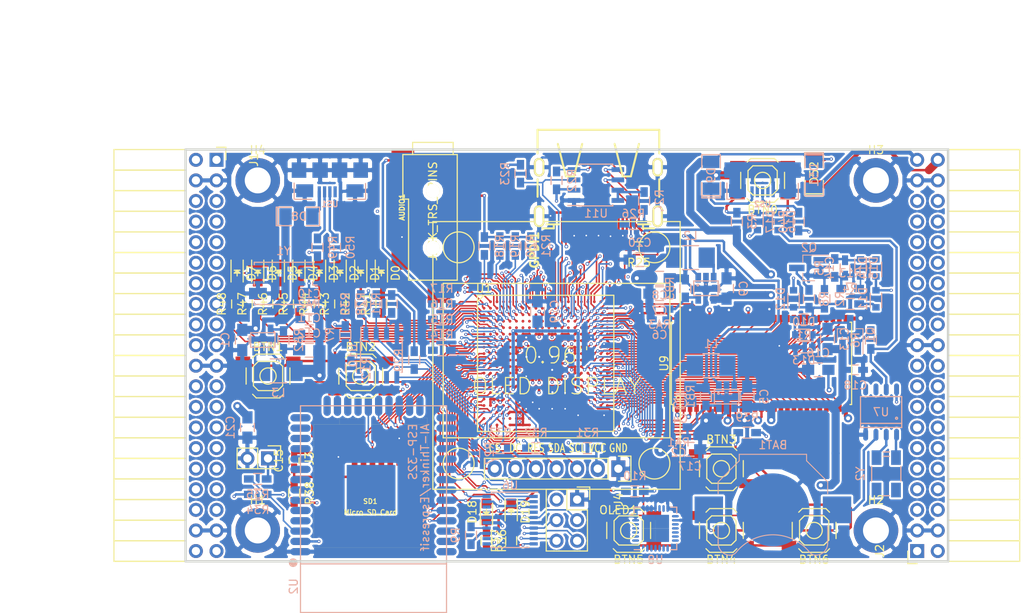
<source format=kicad_pcb>
(kicad_pcb (version 4) (host pcbnew 4.0.5+dfsg1-4)
  (layers (0 F.Cu signal) (1 In1.Cu signal) (2 In2.Cu signal) (31 B.Cu signal) (34 B.Paste user) (35 F.Paste user) (36 B.SilkS user) (37 F.SilkS user) (38 B.Mask user) (39 F.Mask user) (44 Edge.Cuts user))
  (net 0 "")
  (net 1 GND)
  (net 2 +5V)
  (net 3 /gpio/IN5V)
  (net 4 /gpio/OUT5V)
  (net 5 +3V3)
  (net 6 "Net-(L1-Pad1)")
  (net 7 "Net-(L2-Pad1)")
  (net 8 +1V2)
  (net 9 BTN_D)
  (net 10 BTN_F1)
  (net 11 BTN_F2)
  (net 12 BTN_L)
  (net 13 BTN_R)
  (net 14 BTN_U)
  (net 15 /power/FB1)
  (net 16 +2V5)
  (net 17 "Net-(L3-Pad1)")
  (net 18 /power/PWREN)
  (net 19 /power/FB3)
  (net 20 /power/FB2)
  (net 21 "Net-(D9-Pad1)")
  (net 22 /power/VBAT)
  (net 23 JTAG_TDI)
  (net 24 JTAG_TCK)
  (net 25 JTAG_TMS)
  (net 26 JTAG_TDO)
  (net 27 /power/WAKEUPn)
  (net 28 /power/WKUP)
  (net 29 /power/SHUT)
  (net 30 /power/WAKE)
  (net 31 /power/HOLD)
  (net 32 /power/WKn)
  (net 33 /power/OSCI_32k)
  (net 34 /power/OSCO_32k)
  (net 35 "Net-(Q2-Pad3)")
  (net 36 SHUTDOWN)
  (net 37 /analog/AUDIO_L)
  (net 38 /analog/AUDIO_R)
  (net 39 GPDI_5V_SCL)
  (net 40 GPDI_5V_SDA)
  (net 41 GPDI_SDA)
  (net 42 GPDI_SCL)
  (net 43 /gpdi/VREF2)
  (net 44 SD_CMD)
  (net 45 SD_CLK)
  (net 46 SD_D0)
  (net 47 SD_D1)
  (net 48 USB5V)
  (net 49 "Net-(BTN0-Pad1)")
  (net 50 GPDI_CEC)
  (net 51 nRESET)
  (net 52 FTDI_nDTR)
  (net 53 SDRAM_CKE)
  (net 54 SDRAM_A7)
  (net 55 SDRAM_D15)
  (net 56 SDRAM_BA1)
  (net 57 SDRAM_D7)
  (net 58 SDRAM_A6)
  (net 59 SDRAM_CLK)
  (net 60 SDRAM_D13)
  (net 61 SDRAM_BA0)
  (net 62 SDRAM_D6)
  (net 63 SDRAM_A5)
  (net 64 SDRAM_D14)
  (net 65 SDRAM_A11)
  (net 66 SDRAM_D12)
  (net 67 SDRAM_D5)
  (net 68 SDRAM_A4)
  (net 69 SDRAM_A10)
  (net 70 SDRAM_D11)
  (net 71 SDRAM_A3)
  (net 72 SDRAM_D4)
  (net 73 SDRAM_D10)
  (net 74 SDRAM_D9)
  (net 75 SDRAM_A9)
  (net 76 SDRAM_D3)
  (net 77 SDRAM_D8)
  (net 78 SDRAM_A8)
  (net 79 SDRAM_A2)
  (net 80 SDRAM_A1)
  (net 81 SDRAM_A0)
  (net 82 SDRAM_D2)
  (net 83 SDRAM_D1)
  (net 84 SDRAM_D0)
  (net 85 SDRAM_DQM0)
  (net 86 SDRAM_nCS)
  (net 87 SDRAM_nRAS)
  (net 88 SDRAM_DQM1)
  (net 89 SDRAM_nCAS)
  (net 90 SDRAM_nWE)
  (net 91 /flash/FLASH_nWP)
  (net 92 /flash/FLASH_nHOLD)
  (net 93 /flash/FLASH_MOSI)
  (net 94 /flash/FLASH_MISO)
  (net 95 /flash/FLASH_SCK)
  (net 96 /flash/FLASH_nCS)
  (net 97 /flash/FPGA_PROGRAMN)
  (net 98 /flash/FPGA_DONE)
  (net 99 /flash/FPGA_INITN)
  (net 100 OLED_RES)
  (net 101 OLED_DC)
  (net 102 OLED_CS)
  (net 103 WIFI_EN)
  (net 104 FTDI_nRTS)
  (net 105 FTDI_TXD)
  (net 106 FTDI_RXD)
  (net 107 WIFI_RXD)
  (net 108 WIFI_GPIO0)
  (net 109 WIFI_TXD)
  (net 110 GPDI_ETH-)
  (net 111 GPDI_ETH+)
  (net 112 GPDI_D2+)
  (net 113 GPDI_D2-)
  (net 114 GPDI_D1+)
  (net 115 GPDI_D1-)
  (net 116 GPDI_D0+)
  (net 117 GPDI_D0-)
  (net 118 GPDI_CLK+)
  (net 119 GPDI_CLK-)
  (net 120 USB_FTDI_D+)
  (net 121 USB_FTDI_D-)
  (net 122 J1_17-)
  (net 123 J1_17+)
  (net 124 J1_23-)
  (net 125 J1_23+)
  (net 126 J1_25-)
  (net 127 J1_25+)
  (net 128 J1_27-)
  (net 129 J1_27+)
  (net 130 J1_29-)
  (net 131 J1_29+)
  (net 132 J1_31-)
  (net 133 J1_31+)
  (net 134 J1_33-)
  (net 135 J1_33+)
  (net 136 J1_35-)
  (net 137 J1_35+)
  (net 138 J2_5-)
  (net 139 J2_5+)
  (net 140 J2_7-)
  (net 141 J2_7+)
  (net 142 J2_9-)
  (net 143 J2_9+)
  (net 144 J2_13-)
  (net 145 J2_13+)
  (net 146 J2_17-)
  (net 147 J2_17+)
  (net 148 J2_11-)
  (net 149 J2_11+)
  (net 150 J2_23-)
  (net 151 J2_23+)
  (net 152 J1_5-)
  (net 153 J1_5+)
  (net 154 J1_7-)
  (net 155 J1_7+)
  (net 156 J1_9-)
  (net 157 J1_9+)
  (net 158 J1_11-)
  (net 159 J1_11+)
  (net 160 J1_13-)
  (net 161 J1_13+)
  (net 162 J1_15-)
  (net 163 J1_15+)
  (net 164 J2_15-)
  (net 165 J2_15+)
  (net 166 J2_25-)
  (net 167 J2_25+)
  (net 168 J2_27-)
  (net 169 J2_27+)
  (net 170 J2_29-)
  (net 171 J2_29+)
  (net 172 J2_31-)
  (net 173 J2_31+)
  (net 174 J2_33-)
  (net 175 J2_33+)
  (net 176 J2_35-)
  (net 177 J2_35+)
  (net 178 SD_D3)
  (net 179 AUDIO_L3)
  (net 180 AUDIO_L2)
  (net 181 AUDIO_L1)
  (net 182 AUDIO_L0)
  (net 183 AUDIO_R3)
  (net 184 AUDIO_R2)
  (net 185 AUDIO_R1)
  (net 186 AUDIO_R0)
  (net 187 OLED_CLK)
  (net 188 OLED_MOSI)
  (net 189 LED0)
  (net 190 LED1)
  (net 191 LED2)
  (net 192 LED3)
  (net 193 LED4)
  (net 194 LED5)
  (net 195 LED6)
  (net 196 LED7)
  (net 197 BTN_PWRn)
  (net 198 "Net-(J3-Pad1)")
  (net 199 FTDI_nTXLED)
  (net 200 FTDI_nSLEEP)
  (net 201 /blinkey/LED_PWREN)
  (net 202 /blinkey/LED_TXLED)
  (net 203 FT3V3)
  (net 204 /sdcard/SD3V3)
  (net 205 SD_D2)
  (net 206 CLK_25MHz)
  (net 207 /blinkey/BTNPUL)
  (net 208 /blinkey/BTNPUR)
  (net 209 USB_FPGA_D+)
  (net 210 /power/FTDI_nSUSPEND)
  (net 211 /blinkey/ALED0)
  (net 212 /blinkey/ALED1)
  (net 213 /blinkey/ALED2)
  (net 214 /blinkey/ALED3)
  (net 215 /blinkey/ALED4)
  (net 216 /blinkey/ALED5)
  (net 217 /blinkey/ALED6)
  (net 218 /blinkey/ALED7)
  (net 219 /usb/FTD-)
  (net 220 /usb/FTD+)
  (module lfe5bg381:BGA-381_pitch0.8mm_dia0.4mm (layer F.Cu) (at 138.48 87.8)
    (fp_text reference U1 (at -7.6 -9.2) (layer F.SilkS))
    (fp_text value LFE5U-25F-6BG381C)
    (pad A2 smd circle (at -6.8 -7.6) (size 0.35 0.35) (layers F.Cu F.Paste F.Mask) (net 129 J1_27+))
    (pad A3 smd circle (at -6 -7.6) (size 0.35 0.35) (layers F.Cu F.Paste F.Mask) (net 183 AUDIO_R3))
    (pad A4 smd circle (at -5.2 -7.6) (size 0.35 0.35) (layers F.Cu F.Paste F.Mask) (net 127 J1_25+))
    (pad A5 smd circle (at -4.4 -7.6) (size 0.35 0.35) (layers F.Cu F.Paste F.Mask) (net 126 J1_25-))
    (pad A6 smd circle (at -3.6 -7.6) (size 0.35 0.35) (layers F.Cu F.Paste F.Mask) (net 125 J1_23+))
    (pad A7 smd circle (at -2.8 -7.6) (size 0.35 0.35) (layers F.Cu F.Paste F.Mask) (net 161 J1_13+))
    (pad A8 smd circle (at -2 -7.6) (size 0.35 0.35) (layers F.Cu F.Paste F.Mask) (net 160 J1_13-))
    (pad A9 smd circle (at -1.2 -7.6) (size 0.35 0.35) (layers F.Cu F.Paste F.Mask) (net 156 J1_9-))
    (pad A10 smd circle (at -0.4 -7.6) (size 0.35 0.35) (layers F.Cu F.Paste F.Mask) (net 155 J1_7+))
    (pad A11 smd circle (at 0.4 -7.6) (size 0.35 0.35) (layers F.Cu F.Paste F.Mask) (net 154 J1_7-))
    (pad A12 smd circle (at 1.2 -7.6) (size 0.35 0.35) (layers F.Cu F.Paste F.Mask) (net 111 GPDI_ETH+))
    (pad A13 smd circle (at 2 -7.6) (size 0.35 0.35) (layers F.Cu F.Paste F.Mask) (net 110 GPDI_ETH-))
    (pad A14 smd circle (at 2.8 -7.6) (size 0.35 0.35) (layers F.Cu F.Paste F.Mask) (net 112 GPDI_D2+))
    (pad A15 smd circle (at 3.6 -7.6) (size 0.35 0.35) (layers F.Cu F.Paste F.Mask))
    (pad A16 smd circle (at 4.4 -7.6) (size 0.35 0.35) (layers F.Cu F.Paste F.Mask) (net 114 GPDI_D1+))
    (pad A17 smd circle (at 5.2 -7.6) (size 0.35 0.35) (layers F.Cu F.Paste F.Mask) (net 116 GPDI_D0+))
    (pad A18 smd circle (at 6 -7.6) (size 0.35 0.35) (layers F.Cu F.Paste F.Mask) (net 118 GPDI_CLK+))
    (pad A19 smd circle (at 6.8 -7.6) (size 0.35 0.35) (layers F.Cu F.Paste F.Mask) (net 50 GPDI_CEC))
    (pad B1 smd circle (at -7.6 -6.8) (size 0.35 0.35) (layers F.Cu F.Paste F.Mask) (net 128 J1_27-))
    (pad B2 smd circle (at -6.8 -6.8) (size 0.35 0.35) (layers F.Cu F.Paste F.Mask) (net 189 LED0))
    (pad B3 smd circle (at -6 -6.8) (size 0.35 0.35) (layers F.Cu F.Paste F.Mask) (net 182 AUDIO_L0))
    (pad B4 smd circle (at -5.2 -6.8) (size 0.35 0.35) (layers F.Cu F.Paste F.Mask) (net 130 J1_29-))
    (pad B5 smd circle (at -4.4 -6.8) (size 0.35 0.35) (layers F.Cu F.Paste F.Mask) (net 184 AUDIO_R2))
    (pad B6 smd circle (at -3.6 -6.8) (size 0.35 0.35) (layers F.Cu F.Paste F.Mask) (net 124 J1_23-))
    (pad B7 smd circle (at -2.8 -6.8) (size 0.35 0.35) (layers F.Cu F.Paste F.Mask) (net 1 GND))
    (pad B8 smd circle (at -2 -6.8) (size 0.35 0.35) (layers F.Cu F.Paste F.Mask) (net 162 J1_15-))
    (pad B9 smd circle (at -1.2 -6.8) (size 0.35 0.35) (layers F.Cu F.Paste F.Mask) (net 159 J1_11+))
    (pad B10 smd circle (at -0.4 -6.8) (size 0.35 0.35) (layers F.Cu F.Paste F.Mask) (net 157 J1_9+))
    (pad B11 smd circle (at 0.4 -6.8) (size 0.35 0.35) (layers F.Cu F.Paste F.Mask) (net 153 J1_5+))
    (pad B12 smd circle (at 1.2 -6.8) (size 0.35 0.35) (layers F.Cu F.Paste F.Mask))
    (pad B13 smd circle (at 2 -6.8) (size 0.35 0.35) (layers F.Cu F.Paste F.Mask) (net 175 J2_33+))
    (pad B14 smd circle (at 2.8 -6.8) (size 0.35 0.35) (layers F.Cu F.Paste F.Mask) (net 1 GND))
    (pad B15 smd circle (at 3.6 -6.8) (size 0.35 0.35) (layers F.Cu F.Paste F.Mask) (net 173 J2_31+))
    (pad B16 smd circle (at 4.4 -6.8) (size 0.35 0.35) (layers F.Cu F.Paste F.Mask) (net 115 GPDI_D1-))
    (pad B17 smd circle (at 5.2 -6.8) (size 0.35 0.35) (layers F.Cu F.Paste F.Mask) (net 169 J2_27+))
    (pad B18 smd circle (at 6 -6.8) (size 0.35 0.35) (layers F.Cu F.Paste F.Mask) (net 117 GPDI_D0-))
    (pad B19 smd circle (at 6.8 -6.8) (size 0.35 0.35) (layers F.Cu F.Paste F.Mask) (net 119 GPDI_CLK-))
    (pad B20 smd circle (at 7.6 -6.8) (size 0.35 0.35) (layers F.Cu F.Paste F.Mask) (net 41 GPDI_SDA))
    (pad C1 smd circle (at -7.6 -6) (size 0.35 0.35) (layers F.Cu F.Paste F.Mask) (net 191 LED2))
    (pad C2 smd circle (at -6.8 -6) (size 0.35 0.35) (layers F.Cu F.Paste F.Mask) (net 190 LED1))
    (pad C3 smd circle (at -6 -6) (size 0.35 0.35) (layers F.Cu F.Paste F.Mask) (net 181 AUDIO_L1))
    (pad C4 smd circle (at -5.2 -6) (size 0.35 0.35) (layers F.Cu F.Paste F.Mask) (net 131 J1_29+))
    (pad C5 smd circle (at -4.4 -6) (size 0.35 0.35) (layers F.Cu F.Paste F.Mask) (net 186 AUDIO_R0))
    (pad C6 smd circle (at -3.6 -6) (size 0.35 0.35) (layers F.Cu F.Paste F.Mask) (net 123 J1_17+))
    (pad C7 smd circle (at -2.8 -6) (size 0.35 0.35) (layers F.Cu F.Paste F.Mask) (net 122 J1_17-))
    (pad C8 smd circle (at -2 -6) (size 0.35 0.35) (layers F.Cu F.Paste F.Mask) (net 163 J1_15+))
    (pad C9 smd circle (at -1.2 -6) (size 0.35 0.35) (layers F.Cu F.Paste F.Mask))
    (pad C10 smd circle (at -0.4 -6) (size 0.35 0.35) (layers F.Cu F.Paste F.Mask) (net 158 J1_11-))
    (pad C11 smd circle (at 0.4 -6) (size 0.35 0.35) (layers F.Cu F.Paste F.Mask) (net 152 J1_5-))
    (pad C12 smd circle (at 1.2 -6) (size 0.35 0.35) (layers F.Cu F.Paste F.Mask) (net 42 GPDI_SCL))
    (pad C13 smd circle (at 2 -6) (size 0.35 0.35) (layers F.Cu F.Paste F.Mask) (net 174 J2_33-))
    (pad C14 smd circle (at 2.8 -6) (size 0.35 0.35) (layers F.Cu F.Paste F.Mask) (net 113 GPDI_D2-))
    (pad C15 smd circle (at 3.6 -6) (size 0.35 0.35) (layers F.Cu F.Paste F.Mask) (net 172 J2_31-))
    (pad C16 smd circle (at 4.4 -6) (size 0.35 0.35) (layers F.Cu F.Paste F.Mask) (net 171 J2_29+))
    (pad C17 smd circle (at 5.2 -6) (size 0.35 0.35) (layers F.Cu F.Paste F.Mask) (net 168 J2_27-))
    (pad C18 smd circle (at 6 -6) (size 0.35 0.35) (layers F.Cu F.Paste F.Mask) (net 151 J2_23+))
    (pad C19 smd circle (at 6.8 -6) (size 0.35 0.35) (layers F.Cu F.Paste F.Mask) (net 1 GND))
    (pad C20 smd circle (at 7.6 -6) (size 0.35 0.35) (layers F.Cu F.Paste F.Mask) (net 64 SDRAM_D14))
    (pad D1 smd circle (at -7.6 -5.2) (size 0.35 0.35) (layers F.Cu F.Paste F.Mask) (net 193 LED4))
    (pad D2 smd circle (at -6.8 -5.2) (size 0.35 0.35) (layers F.Cu F.Paste F.Mask) (net 192 LED3))
    (pad D3 smd circle (at -6 -5.2) (size 0.35 0.35) (layers F.Cu F.Paste F.Mask) (net 180 AUDIO_L2))
    (pad D4 smd circle (at -5.2 -5.2) (size 0.35 0.35) (layers F.Cu F.Paste F.Mask) (net 1 GND))
    (pad D5 smd circle (at -4.4 -5.2) (size 0.35 0.35) (layers F.Cu F.Paste F.Mask) (net 185 AUDIO_R1))
    (pad D6 smd circle (at -3.6 -5.2) (size 0.35 0.35) (layers F.Cu F.Paste F.Mask) (net 197 BTN_PWRn))
    (pad D7 smd circle (at -2.8 -5.2) (size 0.35 0.35) (layers F.Cu F.Paste F.Mask))
    (pad D8 smd circle (at -2 -5.2) (size 0.35 0.35) (layers F.Cu F.Paste F.Mask))
    (pad D9 smd circle (at -1.2 -5.2) (size 0.35 0.35) (layers F.Cu F.Paste F.Mask))
    (pad D10 smd circle (at -0.4 -5.2) (size 0.35 0.35) (layers F.Cu F.Paste F.Mask))
    (pad D11 smd circle (at 0.4 -5.2) (size 0.35 0.35) (layers F.Cu F.Paste F.Mask))
    (pad D12 smd circle (at 1.2 -5.2) (size 0.35 0.35) (layers F.Cu F.Paste F.Mask))
    (pad D13 smd circle (at 2 -5.2) (size 0.35 0.35) (layers F.Cu F.Paste F.Mask) (net 177 J2_35+))
    (pad D14 smd circle (at 2.8 -5.2) (size 0.35 0.35) (layers F.Cu F.Paste F.Mask))
    (pad D15 smd circle (at 3.6 -5.2) (size 0.35 0.35) (layers F.Cu F.Paste F.Mask) (net 167 J2_25+))
    (pad D16 smd circle (at 4.4 -5.2) (size 0.35 0.35) (layers F.Cu F.Paste F.Mask) (net 170 J2_29-))
    (pad D17 smd circle (at 5.2 -5.2) (size 0.35 0.35) (layers F.Cu F.Paste F.Mask) (net 150 J2_23-))
    (pad D18 smd circle (at 6 -5.2) (size 0.35 0.35) (layers F.Cu F.Paste F.Mask) (net 147 J2_17+))
    (pad D19 smd circle (at 6.8 -5.2) (size 0.35 0.35) (layers F.Cu F.Paste F.Mask) (net 55 SDRAM_D15))
    (pad D20 smd circle (at 7.6 -5.2) (size 0.35 0.35) (layers F.Cu F.Paste F.Mask) (net 60 SDRAM_D13))
    (pad E1 smd circle (at -7.6 -4.4) (size 0.35 0.35) (layers F.Cu F.Paste F.Mask) (net 195 LED6))
    (pad E2 smd circle (at -6.8 -4.4) (size 0.35 0.35) (layers F.Cu F.Paste F.Mask) (net 194 LED5))
    (pad E3 smd circle (at -6 -4.4) (size 0.35 0.35) (layers F.Cu F.Paste F.Mask) (net 132 J1_31-))
    (pad E4 smd circle (at -5.2 -4.4) (size 0.35 0.35) (layers F.Cu F.Paste F.Mask) (net 179 AUDIO_L3))
    (pad E5 smd circle (at -4.4 -4.4) (size 0.35 0.35) (layers F.Cu F.Paste F.Mask))
    (pad E6 smd circle (at -3.6 -4.4) (size 0.35 0.35) (layers F.Cu F.Paste F.Mask))
    (pad E7 smd circle (at -2.8 -4.4) (size 0.35 0.35) (layers F.Cu F.Paste F.Mask))
    (pad E8 smd circle (at -2 -4.4) (size 0.35 0.35) (layers F.Cu F.Paste F.Mask))
    (pad E9 smd circle (at -1.2 -4.4) (size 0.35 0.35) (layers F.Cu F.Paste F.Mask))
    (pad E10 smd circle (at -0.4 -4.4) (size 0.35 0.35) (layers F.Cu F.Paste F.Mask))
    (pad E11 smd circle (at 0.4 -4.4) (size 0.35 0.35) (layers F.Cu F.Paste F.Mask))
    (pad E12 smd circle (at 1.2 -4.4) (size 0.35 0.35) (layers F.Cu F.Paste F.Mask))
    (pad E13 smd circle (at 2 -4.4) (size 0.35 0.35) (layers F.Cu F.Paste F.Mask) (net 176 J2_35-))
    (pad E14 smd circle (at 2.8 -4.4) (size 0.35 0.35) (layers F.Cu F.Paste F.Mask))
    (pad E15 smd circle (at 3.6 -4.4) (size 0.35 0.35) (layers F.Cu F.Paste F.Mask) (net 166 J2_25-))
    (pad E16 smd circle (at 4.4 -4.4) (size 0.35 0.35) (layers F.Cu F.Paste F.Mask))
    (pad E17 smd circle (at 5.2 -4.4) (size 0.35 0.35) (layers F.Cu F.Paste F.Mask) (net 146 J2_17-))
    (pad E18 smd circle (at 6 -4.4) (size 0.35 0.35) (layers F.Cu F.Paste F.Mask) (net 72 SDRAM_D4))
    (pad E19 smd circle (at 6.8 -4.4) (size 0.35 0.35) (layers F.Cu F.Paste F.Mask) (net 66 SDRAM_D12))
    (pad E20 smd circle (at 7.6 -4.4) (size 0.35 0.35) (layers F.Cu F.Paste F.Mask) (net 70 SDRAM_D11))
    (pad F1 smd circle (at -7.6 -3.6) (size 0.35 0.35) (layers F.Cu F.Paste F.Mask) (net 103 WIFI_EN))
    (pad F2 smd circle (at -6.8 -3.6) (size 0.35 0.35) (layers F.Cu F.Paste F.Mask))
    (pad F3 smd circle (at -6 -3.6) (size 0.35 0.35) (layers F.Cu F.Paste F.Mask) (net 134 J1_33-))
    (pad F4 smd circle (at -5.2 -3.6) (size 0.35 0.35) (layers F.Cu F.Paste F.Mask) (net 133 J1_31+))
    (pad F5 smd circle (at -4.4 -3.6) (size 0.35 0.35) (layers F.Cu F.Paste F.Mask))
    (pad F6 smd circle (at -3.6 -3.6) (size 0.35 0.35) (layers F.Cu F.Paste F.Mask) (net 16 +2V5))
    (pad F7 smd circle (at -2.8 -3.6) (size 0.35 0.35) (layers F.Cu F.Paste F.Mask) (net 1 GND))
    (pad F8 smd circle (at -2 -3.6) (size 0.35 0.35) (layers F.Cu F.Paste F.Mask) (net 1 GND))
    (pad F9 smd circle (at -1.2 -3.6) (size 0.35 0.35) (layers F.Cu F.Paste F.Mask) (net 5 +3V3))
    (pad F10 smd circle (at -0.4 -3.6) (size 0.35 0.35) (layers F.Cu F.Paste F.Mask) (net 5 +3V3))
    (pad F11 smd circle (at 0.4 -3.6) (size 0.35 0.35) (layers F.Cu F.Paste F.Mask) (net 5 +3V3))
    (pad F12 smd circle (at 1.2 -3.6) (size 0.35 0.35) (layers F.Cu F.Paste F.Mask) (net 5 +3V3))
    (pad F13 smd circle (at 2 -3.6) (size 0.35 0.35) (layers F.Cu F.Paste F.Mask) (net 1 GND))
    (pad F14 smd circle (at 2.8 -3.6) (size 0.35 0.35) (layers F.Cu F.Paste F.Mask) (net 1 GND))
    (pad F15 smd circle (at 3.6 -3.6) (size 0.35 0.35) (layers F.Cu F.Paste F.Mask) (net 16 +2V5))
    (pad F16 smd circle (at 4.4 -3.6) (size 0.35 0.35) (layers F.Cu F.Paste F.Mask))
    (pad F17 smd circle (at 5.2 -3.6) (size 0.35 0.35) (layers F.Cu F.Paste F.Mask) (net 165 J2_15+))
    (pad F18 smd circle (at 6 -3.6) (size 0.35 0.35) (layers F.Cu F.Paste F.Mask) (net 67 SDRAM_D5))
    (pad F19 smd circle (at 6.8 -3.6) (size 0.35 0.35) (layers F.Cu F.Paste F.Mask) (net 73 SDRAM_D10))
    (pad F20 smd circle (at 7.6 -3.6) (size 0.35 0.35) (layers F.Cu F.Paste F.Mask) (net 74 SDRAM_D9))
    (pad G1 smd circle (at -7.6 -2.8) (size 0.35 0.35) (layers F.Cu F.Paste F.Mask))
    (pad G2 smd circle (at -6.8 -2.8) (size 0.35 0.35) (layers F.Cu F.Paste F.Mask) (net 206 CLK_25MHz))
    (pad G3 smd circle (at -6 -2.8) (size 0.35 0.35) (layers F.Cu F.Paste F.Mask) (net 135 J1_33+))
    (pad G4 smd circle (at -5.2 -2.8) (size 0.35 0.35) (layers F.Cu F.Paste F.Mask) (net 1 GND))
    (pad G5 smd circle (at -4.4 -2.8) (size 0.35 0.35) (layers F.Cu F.Paste F.Mask) (net 136 J1_35-))
    (pad G6 smd circle (at -3.6 -2.8) (size 0.35 0.35) (layers F.Cu F.Paste F.Mask) (net 1 GND))
    (pad G7 smd circle (at -2.8 -2.8) (size 0.35 0.35) (layers F.Cu F.Paste F.Mask) (net 1 GND))
    (pad G8 smd circle (at -2 -2.8) (size 0.35 0.35) (layers F.Cu F.Paste F.Mask) (net 1 GND))
    (pad G9 smd circle (at -1.2 -2.8) (size 0.35 0.35) (layers F.Cu F.Paste F.Mask) (net 1 GND))
    (pad G10 smd circle (at -0.4 -2.8) (size 0.35 0.35) (layers F.Cu F.Paste F.Mask) (net 1 GND))
    (pad G11 smd circle (at 0.4 -2.8) (size 0.35 0.35) (layers F.Cu F.Paste F.Mask) (net 1 GND))
    (pad G12 smd circle (at 1.2 -2.8) (size 0.35 0.35) (layers F.Cu F.Paste F.Mask) (net 1 GND))
    (pad G13 smd circle (at 2 -2.8) (size 0.35 0.35) (layers F.Cu F.Paste F.Mask) (net 1 GND))
    (pad G14 smd circle (at 2.8 -2.8) (size 0.35 0.35) (layers F.Cu F.Paste F.Mask) (net 1 GND))
    (pad G15 smd circle (at 3.6 -2.8) (size 0.35 0.35) (layers F.Cu F.Paste F.Mask) (net 1 GND))
    (pad G16 smd circle (at 4.4 -2.8) (size 0.35 0.35) (layers F.Cu F.Paste F.Mask))
    (pad G17 smd circle (at 5.2 -2.8) (size 0.35 0.35) (layers F.Cu F.Paste F.Mask) (net 1 GND))
    (pad G18 smd circle (at 6 -2.8) (size 0.35 0.35) (layers F.Cu F.Paste F.Mask) (net 164 J2_15-))
    (pad G19 smd circle (at 6.8 -2.8) (size 0.35 0.35) (layers F.Cu F.Paste F.Mask) (net 77 SDRAM_D8))
    (pad G20 smd circle (at 7.6 -2.8) (size 0.35 0.35) (layers F.Cu F.Paste F.Mask) (net 88 SDRAM_DQM1))
    (pad H1 smd circle (at -7.6 -2) (size 0.35 0.35) (layers F.Cu F.Paste F.Mask) (net 178 SD_D3))
    (pad H2 smd circle (at -6.8 -2) (size 0.35 0.35) (layers F.Cu F.Paste F.Mask) (net 205 SD_D2))
    (pad H3 smd circle (at -6 -2) (size 0.35 0.35) (layers F.Cu F.Paste F.Mask) (net 196 LED7))
    (pad H4 smd circle (at -5.2 -2) (size 0.35 0.35) (layers F.Cu F.Paste F.Mask) (net 137 J1_35+))
    (pad H5 smd circle (at -4.4 -2) (size 0.35 0.35) (layers F.Cu F.Paste F.Mask))
    (pad H6 smd circle (at -3.6 -2) (size 0.35 0.35) (layers F.Cu F.Paste F.Mask) (net 5 +3V3))
    (pad H7 smd circle (at -2.8 -2) (size 0.35 0.35) (layers F.Cu F.Paste F.Mask) (net 5 +3V3))
    (pad H8 smd circle (at -2 -2) (size 0.35 0.35) (layers F.Cu F.Paste F.Mask) (net 8 +1V2))
    (pad H9 smd circle (at -1.2 -2) (size 0.35 0.35) (layers F.Cu F.Paste F.Mask) (net 8 +1V2))
    (pad H10 smd circle (at -0.4 -2) (size 0.35 0.35) (layers F.Cu F.Paste F.Mask) (net 8 +1V2))
    (pad H11 smd circle (at 0.4 -2) (size 0.35 0.35) (layers F.Cu F.Paste F.Mask) (net 8 +1V2))
    (pad H12 smd circle (at 1.2 -2) (size 0.35 0.35) (layers F.Cu F.Paste F.Mask) (net 8 +1V2))
    (pad H13 smd circle (at 2 -2) (size 0.35 0.35) (layers F.Cu F.Paste F.Mask) (net 8 +1V2))
    (pad H14 smd circle (at 2.8 -2) (size 0.35 0.35) (layers F.Cu F.Paste F.Mask) (net 5 +3V3))
    (pad H15 smd circle (at 3.6 -2) (size 0.35 0.35) (layers F.Cu F.Paste F.Mask) (net 5 +3V3))
    (pad H16 smd circle (at 4.4 -2) (size 0.35 0.35) (layers F.Cu F.Paste F.Mask))
    (pad H17 smd circle (at 5.2 -2) (size 0.35 0.35) (layers F.Cu F.Paste F.Mask) (net 144 J2_13-))
    (pad H18 smd circle (at 6 -2) (size 0.35 0.35) (layers F.Cu F.Paste F.Mask) (net 145 J2_13+))
    (pad H19 smd circle (at 6.8 -2) (size 0.35 0.35) (layers F.Cu F.Paste F.Mask) (net 1 GND))
    (pad H20 smd circle (at 7.6 -2) (size 0.35 0.35) (layers F.Cu F.Paste F.Mask) (net 59 SDRAM_CLK))
    (pad J1 smd circle (at -7.6 -1.2) (size 0.35 0.35) (layers F.Cu F.Paste F.Mask) (net 45 SD_CLK))
    (pad J2 smd circle (at -6.8 -1.2) (size 0.35 0.35) (layers F.Cu F.Paste F.Mask) (net 1 GND))
    (pad J3 smd circle (at -6 -1.2) (size 0.35 0.35) (layers F.Cu F.Paste F.Mask) (net 44 SD_CMD))
    (pad J4 smd circle (at -5.2 -1.2) (size 0.35 0.35) (layers F.Cu F.Paste F.Mask))
    (pad J5 smd circle (at -4.4 -1.2) (size 0.35 0.35) (layers F.Cu F.Paste F.Mask))
    (pad J6 smd circle (at -3.6 -1.2) (size 0.35 0.35) (layers F.Cu F.Paste F.Mask) (net 5 +3V3))
    (pad J7 smd circle (at -2.8 -1.2) (size 0.35 0.35) (layers F.Cu F.Paste F.Mask) (net 1 GND))
    (pad J8 smd circle (at -2 -1.2) (size 0.35 0.35) (layers F.Cu F.Paste F.Mask) (net 8 +1V2))
    (pad J9 smd circle (at -1.2 -1.2) (size 0.35 0.35) (layers F.Cu F.Paste F.Mask) (net 1 GND))
    (pad J10 smd circle (at -0.4 -1.2) (size 0.35 0.35) (layers F.Cu F.Paste F.Mask) (net 1 GND))
    (pad J11 smd circle (at 0.4 -1.2) (size 0.35 0.35) (layers F.Cu F.Paste F.Mask) (net 1 GND))
    (pad J12 smd circle (at 1.2 -1.2) (size 0.35 0.35) (layers F.Cu F.Paste F.Mask) (net 1 GND))
    (pad J13 smd circle (at 2 -1.2) (size 0.35 0.35) (layers F.Cu F.Paste F.Mask) (net 8 +1V2))
    (pad J14 smd circle (at 2.8 -1.2) (size 0.35 0.35) (layers F.Cu F.Paste F.Mask) (net 1 GND))
    (pad J15 smd circle (at 3.6 -1.2) (size 0.35 0.35) (layers F.Cu F.Paste F.Mask) (net 5 +3V3))
    (pad J16 smd circle (at 4.4 -1.2) (size 0.35 0.35) (layers F.Cu F.Paste F.Mask))
    (pad J17 smd circle (at 5.2 -1.2) (size 0.35 0.35) (layers F.Cu F.Paste F.Mask))
    (pad J18 smd circle (at 6 -1.2) (size 0.35 0.35) (layers F.Cu F.Paste F.Mask) (net 76 SDRAM_D3))
    (pad J19 smd circle (at 6.8 -1.2) (size 0.35 0.35) (layers F.Cu F.Paste F.Mask) (net 53 SDRAM_CKE))
    (pad J20 smd circle (at 7.6 -1.2) (size 0.35 0.35) (layers F.Cu F.Paste F.Mask) (net 65 SDRAM_A11))
    (pad K1 smd circle (at -7.6 -0.4) (size 0.35 0.35) (layers F.Cu F.Paste F.Mask) (net 47 SD_D1))
    (pad K2 smd circle (at -6.8 -0.4) (size 0.35 0.35) (layers F.Cu F.Paste F.Mask) (net 46 SD_D0))
    (pad K3 smd circle (at -6 -0.4) (size 0.35 0.35) (layers F.Cu F.Paste F.Mask) (net 107 WIFI_RXD))
    (pad K4 smd circle (at -5.2 -0.4) (size 0.35 0.35) (layers F.Cu F.Paste F.Mask) (net 109 WIFI_TXD))
    (pad K5 smd circle (at -4.4 -0.4) (size 0.35 0.35) (layers F.Cu F.Paste F.Mask))
    (pad K6 smd circle (at -3.6 -0.4) (size 0.35 0.35) (layers F.Cu F.Paste F.Mask) (net 1 GND))
    (pad K7 smd circle (at -2.8 -0.4) (size 0.35 0.35) (layers F.Cu F.Paste F.Mask) (net 1 GND))
    (pad K8 smd circle (at -2 -0.4) (size 0.35 0.35) (layers F.Cu F.Paste F.Mask) (net 8 +1V2))
    (pad K9 smd circle (at -1.2 -0.4) (size 0.35 0.35) (layers F.Cu F.Paste F.Mask) (net 1 GND))
    (pad K10 smd circle (at -0.4 -0.4) (size 0.35 0.35) (layers F.Cu F.Paste F.Mask) (net 1 GND))
    (pad K11 smd circle (at 0.4 -0.4) (size 0.35 0.35) (layers F.Cu F.Paste F.Mask) (net 1 GND))
    (pad K12 smd circle (at 1.2 -0.4) (size 0.35 0.35) (layers F.Cu F.Paste F.Mask) (net 1 GND))
    (pad K13 smd circle (at 2 -0.4) (size 0.35 0.35) (layers F.Cu F.Paste F.Mask) (net 8 +1V2))
    (pad K14 smd circle (at 2.8 -0.4) (size 0.35 0.35) (layers F.Cu F.Paste F.Mask) (net 1 GND))
    (pad K15 smd circle (at 3.6 -0.4) (size 0.35 0.35) (layers F.Cu F.Paste F.Mask) (net 1 GND))
    (pad K16 smd circle (at 4.4 -0.4) (size 0.35 0.35) (layers F.Cu F.Paste F.Mask))
    (pad K17 smd circle (at 5.2 -0.4) (size 0.35 0.35) (layers F.Cu F.Paste F.Mask))
    (pad K18 smd circle (at 6 -0.4) (size 0.35 0.35) (layers F.Cu F.Paste F.Mask) (net 82 SDRAM_D2))
    (pad K19 smd circle (at 6.8 -0.4) (size 0.35 0.35) (layers F.Cu F.Paste F.Mask) (net 75 SDRAM_A9))
    (pad K20 smd circle (at 7.6 -0.4) (size 0.35 0.35) (layers F.Cu F.Paste F.Mask) (net 78 SDRAM_A8))
    (pad L1 smd circle (at -7.6 0.4) (size 0.35 0.35) (layers F.Cu F.Paste F.Mask))
    (pad L2 smd circle (at -6.8 0.4) (size 0.35 0.35) (layers F.Cu F.Paste F.Mask) (net 108 WIFI_GPIO0))
    (pad L3 smd circle (at -6 0.4) (size 0.35 0.35) (layers F.Cu F.Paste F.Mask))
    (pad L4 smd circle (at -5.2 0.4) (size 0.35 0.35) (layers F.Cu F.Paste F.Mask) (net 106 FTDI_RXD))
    (pad L5 smd circle (at -4.4 0.4) (size 0.35 0.35) (layers F.Cu F.Paste F.Mask))
    (pad L6 smd circle (at -3.6 0.4) (size 0.35 0.35) (layers F.Cu F.Paste F.Mask) (net 5 +3V3))
    (pad L7 smd circle (at -2.8 0.4) (size 0.35 0.35) (layers F.Cu F.Paste F.Mask) (net 5 +3V3))
    (pad L8 smd circle (at -2 0.4) (size 0.35 0.35) (layers F.Cu F.Paste F.Mask) (net 8 +1V2))
    (pad L9 smd circle (at -1.2 0.4) (size 0.35 0.35) (layers F.Cu F.Paste F.Mask) (net 1 GND))
    (pad L10 smd circle (at -0.4 0.4) (size 0.35 0.35) (layers F.Cu F.Paste F.Mask) (net 1 GND))
    (pad L11 smd circle (at 0.4 0.4) (size 0.35 0.35) (layers F.Cu F.Paste F.Mask) (net 1 GND))
    (pad L12 smd circle (at 1.2 0.4) (size 0.35 0.35) (layers F.Cu F.Paste F.Mask) (net 1 GND))
    (pad L13 smd circle (at 2 0.4) (size 0.35 0.35) (layers F.Cu F.Paste F.Mask) (net 8 +1V2))
    (pad L14 smd circle (at 2.8 0.4) (size 0.35 0.35) (layers F.Cu F.Paste F.Mask) (net 5 +3V3))
    (pad L15 smd circle (at 3.6 0.4) (size 0.35 0.35) (layers F.Cu F.Paste F.Mask) (net 5 +3V3))
    (pad L16 smd circle (at 4.4 0.4) (size 0.35 0.35) (layers F.Cu F.Paste F.Mask) (net 149 J2_11+))
    (pad L17 smd circle (at 5.2 0.4) (size 0.35 0.35) (layers F.Cu F.Paste F.Mask) (net 148 J2_11-))
    (pad L18 smd circle (at 6 0.4) (size 0.35 0.35) (layers F.Cu F.Paste F.Mask) (net 83 SDRAM_D1))
    (pad L19 smd circle (at 6.8 0.4) (size 0.35 0.35) (layers F.Cu F.Paste F.Mask) (net 54 SDRAM_A7))
    (pad L20 smd circle (at 7.6 0.4) (size 0.35 0.35) (layers F.Cu F.Paste F.Mask) (net 58 SDRAM_A6))
    (pad M1 smd circle (at -7.6 1.2) (size 0.35 0.35) (layers F.Cu F.Paste F.Mask) (net 105 FTDI_TXD))
    (pad M2 smd circle (at -6.8 1.2) (size 0.35 0.35) (layers F.Cu F.Paste F.Mask) (net 1 GND))
    (pad M3 smd circle (at -6 1.2) (size 0.35 0.35) (layers F.Cu F.Paste F.Mask) (net 104 FTDI_nRTS))
    (pad M4 smd circle (at -5.2 1.2) (size 0.35 0.35) (layers F.Cu F.Paste F.Mask))
    (pad M5 smd circle (at -4.4 1.2) (size 0.35 0.35) (layers F.Cu F.Paste F.Mask))
    (pad M6 smd circle (at -3.6 1.2) (size 0.35 0.35) (layers F.Cu F.Paste F.Mask) (net 5 +3V3))
    (pad M7 smd circle (at -2.8 1.2) (size 0.35 0.35) (layers F.Cu F.Paste F.Mask) (net 1 GND))
    (pad M8 smd circle (at -2 1.2) (size 0.35 0.35) (layers F.Cu F.Paste F.Mask) (net 8 +1V2))
    (pad M9 smd circle (at -1.2 1.2) (size 0.35 0.35) (layers F.Cu F.Paste F.Mask) (net 1 GND))
    (pad M10 smd circle (at -0.4 1.2) (size 0.35 0.35) (layers F.Cu F.Paste F.Mask) (net 1 GND))
    (pad M11 smd circle (at 0.4 1.2) (size 0.35 0.35) (layers F.Cu F.Paste F.Mask) (net 1 GND))
    (pad M12 smd circle (at 1.2 1.2) (size 0.35 0.35) (layers F.Cu F.Paste F.Mask) (net 1 GND))
    (pad M13 smd circle (at 2 1.2) (size 0.35 0.35) (layers F.Cu F.Paste F.Mask) (net 8 +1V2))
    (pad M14 smd circle (at 2.8 1.2) (size 0.35 0.35) (layers F.Cu F.Paste F.Mask) (net 1 GND))
    (pad M15 smd circle (at 3.6 1.2) (size 0.35 0.35) (layers F.Cu F.Paste F.Mask) (net 5 +3V3))
    (pad M16 smd circle (at 4.4 1.2) (size 0.35 0.35) (layers F.Cu F.Paste F.Mask) (net 1 GND))
    (pad M17 smd circle (at 5.2 1.2) (size 0.35 0.35) (layers F.Cu F.Paste F.Mask) (net 142 J2_9-))
    (pad M18 smd circle (at 6 1.2) (size 0.35 0.35) (layers F.Cu F.Paste F.Mask) (net 84 SDRAM_D0))
    (pad M19 smd circle (at 6.8 1.2) (size 0.35 0.35) (layers F.Cu F.Paste F.Mask) (net 63 SDRAM_A5))
    (pad M20 smd circle (at 7.6 1.2) (size 0.35 0.35) (layers F.Cu F.Paste F.Mask) (net 68 SDRAM_A4))
    (pad N1 smd circle (at -7.6 2) (size 0.35 0.35) (layers F.Cu F.Paste F.Mask) (net 52 FTDI_nDTR))
    (pad N2 smd circle (at -6.8 2) (size 0.35 0.35) (layers F.Cu F.Paste F.Mask) (net 102 OLED_CS))
    (pad N3 smd circle (at -6 2) (size 0.35 0.35) (layers F.Cu F.Paste F.Mask))
    (pad N4 smd circle (at -5.2 2) (size 0.35 0.35) (layers F.Cu F.Paste F.Mask))
    (pad N5 smd circle (at -4.4 2) (size 0.35 0.35) (layers F.Cu F.Paste F.Mask))
    (pad N6 smd circle (at -3.6 2) (size 0.35 0.35) (layers F.Cu F.Paste F.Mask) (net 1 GND))
    (pad N7 smd circle (at -2.8 2) (size 0.35 0.35) (layers F.Cu F.Paste F.Mask) (net 1 GND))
    (pad N8 smd circle (at -2 2) (size 0.35 0.35) (layers F.Cu F.Paste F.Mask) (net 8 +1V2))
    (pad N9 smd circle (at -1.2 2) (size 0.35 0.35) (layers F.Cu F.Paste F.Mask) (net 8 +1V2))
    (pad N10 smd circle (at -0.4 2) (size 0.35 0.35) (layers F.Cu F.Paste F.Mask) (net 8 +1V2))
    (pad N11 smd circle (at 0.4 2) (size 0.35 0.35) (layers F.Cu F.Paste F.Mask) (net 8 +1V2))
    (pad N12 smd circle (at 1.2 2) (size 0.35 0.35) (layers F.Cu F.Paste F.Mask) (net 8 +1V2))
    (pad N13 smd circle (at 2 2) (size 0.35 0.35) (layers F.Cu F.Paste F.Mask) (net 8 +1V2))
    (pad N14 smd circle (at 2.8 2) (size 0.35 0.35) (layers F.Cu F.Paste F.Mask) (net 1 GND))
    (pad N15 smd circle (at 3.6 2) (size 0.35 0.35) (layers F.Cu F.Paste F.Mask) (net 1 GND))
    (pad N16 smd circle (at 4.4 2) (size 0.35 0.35) (layers F.Cu F.Paste F.Mask) (net 143 J2_9+))
    (pad N17 smd circle (at 5.2 2) (size 0.35 0.35) (layers F.Cu F.Paste F.Mask) (net 141 J2_7+))
    (pad N18 smd circle (at 6 2) (size 0.35 0.35) (layers F.Cu F.Paste F.Mask) (net 62 SDRAM_D6))
    (pad N19 smd circle (at 6.8 2) (size 0.35 0.35) (layers F.Cu F.Paste F.Mask) (net 71 SDRAM_A3))
    (pad N20 smd circle (at 7.6 2) (size 0.35 0.35) (layers F.Cu F.Paste F.Mask) (net 79 SDRAM_A2))
    (pad P1 smd circle (at -7.6 2.8) (size 0.35 0.35) (layers F.Cu F.Paste F.Mask) (net 101 OLED_DC))
    (pad P2 smd circle (at -6.8 2.8) (size 0.35 0.35) (layers F.Cu F.Paste F.Mask) (net 100 OLED_RES))
    (pad P3 smd circle (at -6 2.8) (size 0.35 0.35) (layers F.Cu F.Paste F.Mask) (net 188 OLED_MOSI))
    (pad P4 smd circle (at -5.2 2.8) (size 0.35 0.35) (layers F.Cu F.Paste F.Mask) (net 187 OLED_CLK))
    (pad P5 smd circle (at -4.4 2.8) (size 0.35 0.35) (layers F.Cu F.Paste F.Mask))
    (pad P6 smd circle (at -3.6 2.8) (size 0.35 0.35) (layers F.Cu F.Paste F.Mask) (net 16 +2V5))
    (pad P7 smd circle (at -2.8 2.8) (size 0.35 0.35) (layers F.Cu F.Paste F.Mask) (net 1 GND))
    (pad P8 smd circle (at -2 2.8) (size 0.35 0.35) (layers F.Cu F.Paste F.Mask) (net 1 GND))
    (pad P9 smd circle (at -1.2 2.8) (size 0.35 0.35) (layers F.Cu F.Paste F.Mask) (net 5 +3V3))
    (pad P10 smd circle (at -0.4 2.8) (size 0.35 0.35) (layers F.Cu F.Paste F.Mask) (net 5 +3V3))
    (pad P11 smd circle (at 0.4 2.8) (size 0.35 0.35) (layers F.Cu F.Paste F.Mask) (net 1 GND))
    (pad P12 smd circle (at 1.2 2.8) (size 0.35 0.35) (layers F.Cu F.Paste F.Mask) (net 1 GND))
    (pad P13 smd circle (at 2 2.8) (size 0.35 0.35) (layers F.Cu F.Paste F.Mask) (net 1 GND))
    (pad P14 smd circle (at 2.8 2.8) (size 0.35 0.35) (layers F.Cu F.Paste F.Mask) (net 1 GND))
    (pad P15 smd circle (at 3.6 2.8) (size 0.35 0.35) (layers F.Cu F.Paste F.Mask) (net 16 +2V5))
    (pad P16 smd circle (at 4.4 2.8) (size 0.35 0.35) (layers F.Cu F.Paste F.Mask) (net 140 J2_7-))
    (pad P17 smd circle (at 5.2 2.8) (size 0.35 0.35) (layers F.Cu F.Paste F.Mask))
    (pad P18 smd circle (at 6 2.8) (size 0.35 0.35) (layers F.Cu F.Paste F.Mask) (net 57 SDRAM_D7))
    (pad P19 smd circle (at 6.8 2.8) (size 0.35 0.35) (layers F.Cu F.Paste F.Mask) (net 80 SDRAM_A1))
    (pad P20 smd circle (at 7.6 2.8) (size 0.35 0.35) (layers F.Cu F.Paste F.Mask) (net 81 SDRAM_A0))
    (pad R1 smd circle (at -7.6 3.6) (size 0.35 0.35) (layers F.Cu F.Paste F.Mask) (net 10 BTN_F1))
    (pad R2 smd circle (at -6.8 3.6) (size 0.35 0.35) (layers F.Cu F.Paste F.Mask) (net 96 /flash/FLASH_nCS))
    (pad R3 smd circle (at -6 3.6) (size 0.35 0.35) (layers F.Cu F.Paste F.Mask))
    (pad R4 smd circle (at -5.2 3.6) (size 0.35 0.35) (layers F.Cu F.Paste F.Mask) (net 1 GND))
    (pad R5 smd circle (at -4.4 3.6) (size 0.35 0.35) (layers F.Cu F.Paste F.Mask) (net 23 JTAG_TDI))
    (pad R16 smd circle (at 4.4 3.6) (size 0.35 0.35) (layers F.Cu F.Paste F.Mask))
    (pad R17 smd circle (at 5.2 3.6) (size 0.35 0.35) (layers F.Cu F.Paste F.Mask))
    (pad R18 smd circle (at 6 3.6) (size 0.35 0.35) (layers F.Cu F.Paste F.Mask) (net 85 SDRAM_DQM0))
    (pad R19 smd circle (at 6.8 3.6) (size 0.35 0.35) (layers F.Cu F.Paste F.Mask) (net 1 GND))
    (pad R20 smd circle (at 7.6 3.6) (size 0.35 0.35) (layers F.Cu F.Paste F.Mask) (net 69 SDRAM_A10))
    (pad T1 smd circle (at -7.6 4.4) (size 0.35 0.35) (layers F.Cu F.Paste F.Mask) (net 11 BTN_F2))
    (pad T2 smd circle (at -6.8 4.4) (size 0.35 0.35) (layers F.Cu F.Paste F.Mask) (net 5 +3V3))
    (pad T3 smd circle (at -6 4.4) (size 0.35 0.35) (layers F.Cu F.Paste F.Mask) (net 5 +3V3))
    (pad T4 smd circle (at -5.2 4.4) (size 0.35 0.35) (layers F.Cu F.Paste F.Mask) (net 5 +3V3))
    (pad T5 smd circle (at -4.4 4.4) (size 0.35 0.35) (layers F.Cu F.Paste F.Mask) (net 24 JTAG_TCK))
    (pad T6 smd circle (at -3.6 4.4) (size 0.35 0.35) (layers F.Cu F.Paste F.Mask) (net 1 GND))
    (pad T7 smd circle (at -2.8 4.4) (size 0.35 0.35) (layers F.Cu F.Paste F.Mask) (net 1 GND))
    (pad T8 smd circle (at -2 4.4) (size 0.35 0.35) (layers F.Cu F.Paste F.Mask) (net 1 GND))
    (pad T9 smd circle (at -1.2 4.4) (size 0.35 0.35) (layers F.Cu F.Paste F.Mask) (net 1 GND))
    (pad T10 smd circle (at -0.4 4.4) (size 0.35 0.35) (layers F.Cu F.Paste F.Mask) (net 1 GND))
    (pad T11 smd circle (at 0.4 4.4) (size 0.35 0.35) (layers F.Cu F.Paste F.Mask))
    (pad T12 smd circle (at 1.2 4.4) (size 0.35 0.35) (layers F.Cu F.Paste F.Mask))
    (pad T13 smd circle (at 2 4.4) (size 0.35 0.35) (layers F.Cu F.Paste F.Mask))
    (pad T14 smd circle (at 2.8 4.4) (size 0.35 0.35) (layers F.Cu F.Paste F.Mask))
    (pad T15 smd circle (at 3.6 4.4) (size 0.35 0.35) (layers F.Cu F.Paste F.Mask))
    (pad T16 smd circle (at 4.4 4.4) (size 0.35 0.35) (layers F.Cu F.Paste F.Mask))
    (pad T17 smd circle (at 5.2 4.4) (size 0.35 0.35) (layers F.Cu F.Paste F.Mask) (net 89 SDRAM_nCAS))
    (pad T18 smd circle (at 6 4.4) (size 0.35 0.35) (layers F.Cu F.Paste F.Mask) (net 90 SDRAM_nWE))
    (pad T19 smd circle (at 6.8 4.4) (size 0.35 0.35) (layers F.Cu F.Paste F.Mask) (net 56 SDRAM_BA1))
    (pad T20 smd circle (at 7.6 4.4) (size 0.35 0.35) (layers F.Cu F.Paste F.Mask) (net 61 SDRAM_BA0))
    (pad U1 smd circle (at -7.6 5.2) (size 0.35 0.35) (layers F.Cu F.Paste F.Mask) (net 12 BTN_L))
    (pad U2 smd circle (at -6.8 5.2) (size 0.35 0.35) (layers F.Cu F.Paste F.Mask) (net 5 +3V3))
    (pad U3 smd circle (at -6 5.2) (size 0.35 0.35) (layers F.Cu F.Paste F.Mask) (net 95 /flash/FLASH_SCK))
    (pad U4 smd circle (at -5.2 5.2) (size 0.35 0.35) (layers F.Cu F.Paste F.Mask) (net 1 GND))
    (pad U5 smd circle (at -4.4 5.2) (size 0.35 0.35) (layers F.Cu F.Paste F.Mask) (net 25 JTAG_TMS))
    (pad U6 smd circle (at -3.6 5.2) (size 0.35 0.35) (layers F.Cu F.Paste F.Mask) (net 1 GND))
    (pad U7 smd circle (at -2.8 5.2) (size 0.35 0.35) (layers F.Cu F.Paste F.Mask) (net 1 GND))
    (pad U8 smd circle (at -2 5.2) (size 0.35 0.35) (layers F.Cu F.Paste F.Mask) (net 1 GND))
    (pad U9 smd circle (at -1.2 5.2) (size 0.35 0.35) (layers F.Cu F.Paste F.Mask) (net 1 GND))
    (pad U10 smd circle (at -0.4 5.2) (size 0.35 0.35) (layers F.Cu F.Paste F.Mask) (net 1 GND))
    (pad U11 smd circle (at 0.4 5.2) (size 0.35 0.35) (layers F.Cu F.Paste F.Mask) (net 1 GND))
    (pad U12 smd circle (at 1.2 5.2) (size 0.35 0.35) (layers F.Cu F.Paste F.Mask) (net 1 GND))
    (pad U13 smd circle (at 2 5.2) (size 0.35 0.35) (layers F.Cu F.Paste F.Mask) (net 1 GND))
    (pad U14 smd circle (at 2.8 5.2) (size 0.35 0.35) (layers F.Cu F.Paste F.Mask) (net 1 GND))
    (pad U15 smd circle (at 3.6 5.2) (size 0.35 0.35) (layers F.Cu F.Paste F.Mask))
    (pad U16 smd circle (at 4.4 5.2) (size 0.35 0.35) (layers F.Cu F.Paste F.Mask))
    (pad U17 smd circle (at 5.2 5.2) (size 0.35 0.35) (layers F.Cu F.Paste F.Mask) (net 138 J2_5-))
    (pad U18 smd circle (at 6 5.2) (size 0.35 0.35) (layers F.Cu F.Paste F.Mask) (net 139 J2_5+))
    (pad U19 smd circle (at 6.8 5.2) (size 0.35 0.35) (layers F.Cu F.Paste F.Mask) (net 86 SDRAM_nCS))
    (pad U20 smd circle (at 7.6 5.2) (size 0.35 0.35) (layers F.Cu F.Paste F.Mask) (net 87 SDRAM_nRAS))
    (pad V1 smd circle (at -7.6 6) (size 0.35 0.35) (layers F.Cu F.Paste F.Mask) (net 9 BTN_D))
    (pad V2 smd circle (at -6.8 6) (size 0.35 0.35) (layers F.Cu F.Paste F.Mask) (net 94 /flash/FLASH_MISO))
    (pad V3 smd circle (at -6 6) (size 0.35 0.35) (layers F.Cu F.Paste F.Mask) (net 99 /flash/FPGA_INITN))
    (pad V4 smd circle (at -5.2 6) (size 0.35 0.35) (layers F.Cu F.Paste F.Mask) (net 26 JTAG_TDO))
    (pad V5 smd circle (at -4.4 6) (size 0.35 0.35) (layers F.Cu F.Paste F.Mask) (net 1 GND))
    (pad V6 smd circle (at -3.6 6) (size 0.35 0.35) (layers F.Cu F.Paste F.Mask) (net 1 GND))
    (pad V7 smd circle (at -2.8 6) (size 0.35 0.35) (layers F.Cu F.Paste F.Mask) (net 1 GND))
    (pad V8 smd circle (at -2 6) (size 0.35 0.35) (layers F.Cu F.Paste F.Mask) (net 1 GND))
    (pad V9 smd circle (at -1.2 6) (size 0.35 0.35) (layers F.Cu F.Paste F.Mask) (net 1 GND))
    (pad V10 smd circle (at -0.4 6) (size 0.35 0.35) (layers F.Cu F.Paste F.Mask) (net 1 GND))
    (pad V11 smd circle (at 0.4 6) (size 0.35 0.35) (layers F.Cu F.Paste F.Mask) (net 1 GND))
    (pad V12 smd circle (at 1.2 6) (size 0.35 0.35) (layers F.Cu F.Paste F.Mask) (net 1 GND))
    (pad V13 smd circle (at 2 6) (size 0.35 0.35) (layers F.Cu F.Paste F.Mask) (net 1 GND))
    (pad V14 smd circle (at 2.8 6) (size 0.35 0.35) (layers F.Cu F.Paste F.Mask) (net 1 GND))
    (pad V15 smd circle (at 3.6 6) (size 0.35 0.35) (layers F.Cu F.Paste F.Mask) (net 1 GND))
    (pad V16 smd circle (at 4.4 6) (size 0.35 0.35) (layers F.Cu F.Paste F.Mask) (net 1 GND))
    (pad V17 smd circle (at 5.2 6) (size 0.35 0.35) (layers F.Cu F.Paste F.Mask))
    (pad V18 smd circle (at 6 6) (size 0.35 0.35) (layers F.Cu F.Paste F.Mask))
    (pad V19 smd circle (at 6.8 6) (size 0.35 0.35) (layers F.Cu F.Paste F.Mask) (net 1 GND))
    (pad V20 smd circle (at 7.6 6) (size 0.35 0.35) (layers F.Cu F.Paste F.Mask) (net 1 GND))
    (pad W1 smd circle (at -7.6 6.8) (size 0.35 0.35) (layers F.Cu F.Paste F.Mask) (net 14 BTN_U))
    (pad W2 smd circle (at -6.8 6.8) (size 0.35 0.35) (layers F.Cu F.Paste F.Mask) (net 93 /flash/FLASH_MOSI))
    (pad W3 smd circle (at -6 6.8) (size 0.35 0.35) (layers F.Cu F.Paste F.Mask) (net 97 /flash/FPGA_PROGRAMN))
    (pad W4 smd circle (at -5.2 6.8) (size 0.35 0.35) (layers F.Cu F.Paste F.Mask))
    (pad W5 smd circle (at -4.4 6.8) (size 0.35 0.35) (layers F.Cu F.Paste F.Mask))
    (pad W6 smd circle (at -3.6 6.8) (size 0.35 0.35) (layers F.Cu F.Paste F.Mask) (net 1 GND))
    (pad W7 smd circle (at -2.8 6.8) (size 0.35 0.35) (layers F.Cu F.Paste F.Mask) (net 1 GND))
    (pad W8 smd circle (at -2 6.8) (size 0.35 0.35) (layers F.Cu F.Paste F.Mask))
    (pad W9 smd circle (at -1.2 6.8) (size 0.35 0.35) (layers F.Cu F.Paste F.Mask))
    (pad W10 smd circle (at -0.4 6.8) (size 0.35 0.35) (layers F.Cu F.Paste F.Mask))
    (pad W11 smd circle (at 0.4 6.8) (size 0.35 0.35) (layers F.Cu F.Paste F.Mask))
    (pad W12 smd circle (at 1.2 6.8) (size 0.35 0.35) (layers F.Cu F.Paste F.Mask) (net 1 GND))
    (pad W13 smd circle (at 2 6.8) (size 0.35 0.35) (layers F.Cu F.Paste F.Mask))
    (pad W14 smd circle (at 2.8 6.8) (size 0.35 0.35) (layers F.Cu F.Paste F.Mask))
    (pad W15 smd circle (at 3.6 6.8) (size 0.35 0.35) (layers F.Cu F.Paste F.Mask) (net 1 GND))
    (pad W16 smd circle (at 4.4 6.8) (size 0.35 0.35) (layers F.Cu F.Paste F.Mask) (net 1 GND))
    (pad W17 smd circle (at 5.2 6.8) (size 0.35 0.35) (layers F.Cu F.Paste F.Mask))
    (pad W18 smd circle (at 6 6.8) (size 0.35 0.35) (layers F.Cu F.Paste F.Mask))
    (pad W19 smd circle (at 6.8 6.8) (size 0.35 0.35) (layers F.Cu F.Paste F.Mask) (net 1 GND))
    (pad W20 smd circle (at 7.6 6.8) (size 0.35 0.35) (layers F.Cu F.Paste F.Mask))
    (pad Y2 smd circle (at -6.8 7.6) (size 0.35 0.35) (layers F.Cu F.Paste F.Mask) (net 13 BTN_R))
    (pad Y3 smd circle (at -6 7.6) (size 0.35 0.35) (layers F.Cu F.Paste F.Mask) (net 98 /flash/FPGA_DONE))
    (pad Y5 smd circle (at -4.4 7.6) (size 0.35 0.35) (layers F.Cu F.Paste F.Mask) (net 1 GND))
    (pad Y6 smd circle (at -3.6 7.6) (size 0.35 0.35) (layers F.Cu F.Paste F.Mask) (net 1 GND))
    (pad Y7 smd circle (at -2.8 7.6) (size 0.35 0.35) (layers F.Cu F.Paste F.Mask) (net 1 GND))
    (pad Y8 smd circle (at -2 7.6) (size 0.35 0.35) (layers F.Cu F.Paste F.Mask) (net 1 GND))
    (pad Y11 smd circle (at 0.4 7.6) (size 0.35 0.35) (layers F.Cu F.Paste F.Mask) (net 1 GND))
    (pad Y12 smd circle (at 1.2 7.6) (size 0.35 0.35) (layers F.Cu F.Paste F.Mask) (net 1 GND))
    (pad Y14 smd circle (at 2.8 7.6) (size 0.35 0.35) (layers F.Cu F.Paste F.Mask))
    (pad Y15 smd circle (at 3.6 7.6) (size 0.35 0.35) (layers F.Cu F.Paste F.Mask))
    (pad Y16 smd circle (at 4.4 7.6) (size 0.35 0.35) (layers F.Cu F.Paste F.Mask))
    (pad Y17 smd circle (at 5.2 7.6) (size 0.35 0.35) (layers F.Cu F.Paste F.Mask))
    (pad Y19 smd circle (at 6.8 7.6) (size 0.35 0.35) (layers F.Cu F.Paste F.Mask))
  )
  (module Keystone_3000_1x12mm-CoinCell:Keystone_3000_1x12mm-CoinCell (layer B.Cu) (at 166.49 105.87 180)
    (fp_text reference BAT1 (at 0 8 180) (layer B.SilkS) (effects (justify mirror)))
    (fp_text value CR1225)
    (pad 1 smd rect (at -7.9 0 180) (size 3.5 3.3) (layers B.Cu B.Paste B.Mask) (net 22 /power/VBAT))
    (pad 1 smd rect (at 7.9 0 180) (size 3.5 3.3) (layers B.Cu B.Paste B.Mask) (net 22 /power/VBAT))
    (pad 2 smd circle (at 0 0 180) (size 9 9) (layers B.Cu B.Mask) (net 1 GND))
  )
  (module SMD_Packages:SMD-1206_Pol (layer F.Cu) (at 171.57 64.341 90)
    (fp_text reference D52 (at 0 0 90) (layer F.SilkS))
    (fp_text value 2A)
    (pad 1 smd rect (at -1.651 0 90) (size 1.524 2.032) (layers F.Cu F.Paste F.Mask) (net 4 /gpio/OUT5V))
    (pad 2 smd rect (at 1.651 0 90) (size 1.524 2.032) (layers F.Cu F.Paste F.Mask) (net 2 +5V))
  )
  (module SMD_Packages:SMD-1206_Pol (layer B.Cu) (at 171.57 64.595 270)
    (fp_text reference D51 (at 0 0 270) (layer B.SilkS) (effects (justify mirror)))
    (fp_text value 2A)
    (pad 1 smd rect (at -1.651 0 270) (size 1.524 2.032) (layers B.Cu B.Paste B.Mask) (net 2 +5V))
    (pad 2 smd rect (at 1.651 0 270) (size 1.524 2.032) (layers B.Cu B.Paste B.Mask) (net 3 /gpio/IN5V))
  )
  (module micro-sd:MicroSD_TF02D (layer F.Cu) (at 116.87 110.52 180)
    (fp_text reference SD1 (at 0 5.7 180) (layer F.SilkS) (effects (font (size 0.59944 0.59944) (thickness 0.12446))))
    (fp_text value Micro_SD_Card (at 0 4.35 180) (layer F.SilkS) (effects (font (size 0.59944 0.59944) (thickness 0.12446))))
    (pad 1 smd rect (at 1.94 11 180) (size 0.7 1.8) (layers F.Cu F.Paste F.Mask) (net 205 SD_D2))
    (pad 2 smd rect (at 0.84 11 180) (size 0.7 1.8) (layers F.Cu F.Paste F.Mask) (net 178 SD_D3))
    (pad 3 smd rect (at -0.26 11 180) (size 0.7 1.8) (layers F.Cu F.Paste F.Mask) (net 44 SD_CMD))
    (pad 4 smd rect (at -1.36 11 180) (size 0.7 1.8) (layers F.Cu F.Paste F.Mask) (net 204 /sdcard/SD3V3))
    (pad 5 smd rect (at -2.46 11 180) (size 0.7 1.8) (layers F.Cu F.Paste F.Mask) (net 45 SD_CLK))
    (pad 6 smd rect (at -3.56 11 180) (size 0.7 1.8) (layers F.Cu F.Paste F.Mask) (net 1 GND))
    (pad 7 smd rect (at -4.66 11 180) (size 0.7 1.8) (layers F.Cu F.Paste F.Mask) (net 46 SD_D0))
    (pad 8 smd rect (at -5.76 11 180) (size 0.7 1.8) (layers F.Cu F.Paste F.Mask) (net 47 SD_D1))
    (pad S smd rect (at -5.05 0.4 180) (size 1.6 1.4) (layers F.Cu F.Paste F.Mask))
    (pad S smd rect (at 0.75 0.4 180) (size 1.8 1.4) (layers F.Cu F.Paste F.Mask))
    (pad G smd rect (at -7.45 13.55 180) (size 1.4 1.9) (layers F.Cu F.Paste F.Mask))
    (pad G smd rect (at 6.6 14.55 180) (size 1.4 1.9) (layers F.Cu F.Paste F.Mask))
  )
  (module Resistors_SMD:R_1210_HandSoldering (layer B.Cu) (at 158.87 88.09 180)
    (fp_text reference L1 (at 0 2.7 180) (layer B.SilkS) (effects (justify mirror)))
    (fp_text value 2.2uH)
    (pad 1 smd rect (at -2 0 180) (size 2 2.5) (layers B.Cu B.Paste B.Mask) (net 6 "Net-(L1-Pad1)"))
    (pad 2 smd rect (at 2 0 180) (size 2 2.5) (layers B.Cu B.Paste B.Mask) (net 8 +1V2))
  )
  (module TSOT-25:TSOT-25 (layer B.Cu) (at 160.775 91.9)
    (fp_text reference U3 (at 0 -0.5) (layer B.SilkS) (effects (font (size 0.15 0.15) (thickness 0.0375)) (justify mirror)))
    (fp_text value AP3429A)
    (pad 1 smd rect (at -0.95 -1.3) (size 0.7 1.2) (layers B.Cu B.Paste B.Mask) (net 18 /power/PWREN))
    (pad 2 smd rect (at 0 -1.3) (size 0.7 1.2) (layers B.Cu B.Paste B.Mask) (net 1 GND))
    (pad 3 smd rect (at 0.95 -1.3) (size 0.7 1.2) (layers B.Cu B.Paste B.Mask) (net 6 "Net-(L1-Pad1)"))
    (pad 4 smd rect (at 0.95 1.3) (size 0.7 1.2) (layers B.Cu B.Paste B.Mask) (net 2 +5V))
    (pad 5 smd rect (at -0.95 1.3) (size 0.7 1.2) (layers B.Cu B.Paste B.Mask) (net 15 /power/FB1))
  )
  (module Resistors_SMD:R_1210_HandSoldering (layer B.Cu) (at 156.33 74.755 180)
    (fp_text reference L2 (at 0 2.7 180) (layer B.SilkS) (effects (justify mirror)))
    (fp_text value 2.2uH)
    (pad 1 smd rect (at -2 0 180) (size 2 2.5) (layers B.Cu B.Paste B.Mask) (net 7 "Net-(L2-Pad1)"))
    (pad 2 smd rect (at 2 0 180) (size 2 2.5) (layers B.Cu B.Paste B.Mask) (net 5 +3V3))
  )
  (module TSOT-25:TSOT-25 (layer B.Cu) (at 158.235 78.535)
    (fp_text reference U4 (at 0 -0.5) (layer B.SilkS) (effects (font (size 0.15 0.15) (thickness 0.0375)) (justify mirror)))
    (fp_text value AP3429A)
    (pad 1 smd rect (at -0.95 -1.3) (size 0.7 1.2) (layers B.Cu B.Paste B.Mask) (net 18 /power/PWREN))
    (pad 2 smd rect (at 0 -1.3) (size 0.7 1.2) (layers B.Cu B.Paste B.Mask) (net 1 GND))
    (pad 3 smd rect (at 0.95 -1.3) (size 0.7 1.2) (layers B.Cu B.Paste B.Mask) (net 7 "Net-(L2-Pad1)"))
    (pad 4 smd rect (at 0.95 1.3) (size 0.7 1.2) (layers B.Cu B.Paste B.Mask) (net 2 +5V))
    (pad 5 smd rect (at -0.95 1.3) (size 0.7 1.2) (layers B.Cu B.Paste B.Mask) (net 19 /power/FB3))
  )
  (module Buttons_Switches_SMD:SW_SPST_SKQG (layer F.Cu) (at 104.26 89.36)
    (fp_text reference BTN1 (at 0 -3.6) (layer F.SilkS))
    (fp_text value FIRE1)
    (pad 1 smd rect (at -3.1 -1.85) (size 1.8 1.1) (layers F.Cu F.Paste F.Mask) (net 207 /blinkey/BTNPUL))
    (pad 1 smd rect (at 3.1 -1.85) (size 1.8 1.1) (layers F.Cu F.Paste F.Mask) (net 207 /blinkey/BTNPUL))
    (pad 2 smd rect (at -3.1 1.85) (size 1.8 1.1) (layers F.Cu F.Paste F.Mask) (net 10 BTN_F1))
    (pad 2 smd rect (at 3.1 1.85) (size 1.8 1.1) (layers F.Cu F.Paste F.Mask) (net 10 BTN_F1))
  )
  (module Buttons_Switches_SMD:SW_SPST_SKQG (layer F.Cu) (at 115.69 89.36)
    (fp_text reference BTN2 (at 0 -3.6) (layer F.SilkS))
    (fp_text value FIRE2)
    (pad 1 smd rect (at -3.1 -1.85) (size 1.8 1.1) (layers F.Cu F.Paste F.Mask) (net 207 /blinkey/BTNPUL))
    (pad 1 smd rect (at 3.1 -1.85) (size 1.8 1.1) (layers F.Cu F.Paste F.Mask) (net 207 /blinkey/BTNPUL))
    (pad 2 smd rect (at -3.1 1.85) (size 1.8 1.1) (layers F.Cu F.Paste F.Mask) (net 11 BTN_F2))
    (pad 2 smd rect (at 3.1 1.85) (size 1.8 1.1) (layers F.Cu F.Paste F.Mask) (net 11 BTN_F2))
  )
  (module Buttons_Switches_SMD:SW_SPST_SKQG (layer F.Cu) (at 160.14 100.79)
    (fp_text reference BTN3 (at 0 -3.6) (layer F.SilkS))
    (fp_text value UP)
    (pad 1 smd rect (at -3.1 -1.85) (size 1.8 1.1) (layers F.Cu F.Paste F.Mask) (net 208 /blinkey/BTNPUR))
    (pad 1 smd rect (at 3.1 -1.85) (size 1.8 1.1) (layers F.Cu F.Paste F.Mask) (net 208 /blinkey/BTNPUR))
    (pad 2 smd rect (at -3.1 1.85) (size 1.8 1.1) (layers F.Cu F.Paste F.Mask) (net 14 BTN_U))
    (pad 2 smd rect (at 3.1 1.85) (size 1.8 1.1) (layers F.Cu F.Paste F.Mask) (net 14 BTN_U))
  )
  (module Buttons_Switches_SMD:SW_SPST_SKQG (layer F.Cu) (at 160.14 108.41 180)
    (fp_text reference BTN4 (at 0 -3.6 180) (layer F.SilkS))
    (fp_text value DOWN)
    (pad 1 smd rect (at -3.1 -1.85 180) (size 1.8 1.1) (layers F.Cu F.Paste F.Mask) (net 208 /blinkey/BTNPUR))
    (pad 1 smd rect (at 3.1 -1.85 180) (size 1.8 1.1) (layers F.Cu F.Paste F.Mask) (net 208 /blinkey/BTNPUR))
    (pad 2 smd rect (at -3.1 1.85 180) (size 1.8 1.1) (layers F.Cu F.Paste F.Mask) (net 9 BTN_D))
    (pad 2 smd rect (at 3.1 1.85 180) (size 1.8 1.1) (layers F.Cu F.Paste F.Mask) (net 9 BTN_D))
  )
  (module Buttons_Switches_SMD:SW_SPST_SKQG (layer F.Cu) (at 148.71 108.41 180)
    (fp_text reference BTN5 (at 0 -3.6 180) (layer F.SilkS))
    (fp_text value LEFT)
    (pad 1 smd rect (at -3.1 -1.85 180) (size 1.8 1.1) (layers F.Cu F.Paste F.Mask) (net 208 /blinkey/BTNPUR))
    (pad 1 smd rect (at 3.1 -1.85 180) (size 1.8 1.1) (layers F.Cu F.Paste F.Mask) (net 208 /blinkey/BTNPUR))
    (pad 2 smd rect (at -3.1 1.85 180) (size 1.8 1.1) (layers F.Cu F.Paste F.Mask) (net 12 BTN_L))
    (pad 2 smd rect (at 3.1 1.85 180) (size 1.8 1.1) (layers F.Cu F.Paste F.Mask) (net 12 BTN_L))
  )
  (module Buttons_Switches_SMD:SW_SPST_SKQG (layer F.Cu) (at 171.57 108.41 180)
    (fp_text reference BTN6 (at 0 -3.6 180) (layer F.SilkS))
    (fp_text value RIGHT)
    (pad 1 smd rect (at -3.1 -1.85 180) (size 1.8 1.1) (layers F.Cu F.Paste F.Mask) (net 208 /blinkey/BTNPUR))
    (pad 1 smd rect (at 3.1 -1.85 180) (size 1.8 1.1) (layers F.Cu F.Paste F.Mask) (net 208 /blinkey/BTNPUR))
    (pad 2 smd rect (at -3.1 1.85 180) (size 1.8 1.1) (layers F.Cu F.Paste F.Mask) (net 13 BTN_R))
    (pad 2 smd rect (at 3.1 1.85 180) (size 1.8 1.1) (layers F.Cu F.Paste F.Mask) (net 13 BTN_R))
  )
  (module LEDs:LED_0805 (layer F.Cu) (at 118.23 76.66 270)
    (fp_text reference D0 (at 0 -1.75 270) (layer F.SilkS))
    (fp_text value LED)
    (pad 2 smd rect (at 1.04902 0 90) (size 1.19888 1.19888) (layers F.Cu F.Paste F.Mask) (net 211 /blinkey/ALED0))
    (pad 1 smd rect (at -1.04902 0 90) (size 1.19888 1.19888) (layers F.Cu F.Paste F.Mask) (net 1 GND))
  )
  (module LEDs:LED_0805 (layer F.Cu) (at 115.69 76.66 270)
    (fp_text reference D1 (at 0 -1.75 270) (layer F.SilkS))
    (fp_text value LED)
    (pad 2 smd rect (at 1.04902 0 90) (size 1.19888 1.19888) (layers F.Cu F.Paste F.Mask) (net 212 /blinkey/ALED1))
    (pad 1 smd rect (at -1.04902 0 90) (size 1.19888 1.19888) (layers F.Cu F.Paste F.Mask) (net 1 GND))
  )
  (module LEDs:LED_0805 (layer F.Cu) (at 113.15 76.66 270)
    (fp_text reference D2 (at 0 -1.75 270) (layer F.SilkS))
    (fp_text value LED)
    (pad 2 smd rect (at 1.04902 0 90) (size 1.19888 1.19888) (layers F.Cu F.Paste F.Mask) (net 213 /blinkey/ALED2))
    (pad 1 smd rect (at -1.04902 0 90) (size 1.19888 1.19888) (layers F.Cu F.Paste F.Mask) (net 1 GND))
  )
  (module LEDs:LED_0805 (layer F.Cu) (at 110.61 76.66 270)
    (fp_text reference D3 (at 0 -1.75 270) (layer F.SilkS))
    (fp_text value LED)
    (pad 2 smd rect (at 1.04902 0 90) (size 1.19888 1.19888) (layers F.Cu F.Paste F.Mask) (net 214 /blinkey/ALED3))
    (pad 1 smd rect (at -1.04902 0 90) (size 1.19888 1.19888) (layers F.Cu F.Paste F.Mask) (net 1 GND))
  )
  (module LEDs:LED_0805 (layer F.Cu) (at 108.07 76.66 270)
    (fp_text reference D4 (at 0 -1.75 270) (layer F.SilkS))
    (fp_text value LED)
    (pad 2 smd rect (at 1.04902 0 90) (size 1.19888 1.19888) (layers F.Cu F.Paste F.Mask) (net 215 /blinkey/ALED4))
    (pad 1 smd rect (at -1.04902 0 90) (size 1.19888 1.19888) (layers F.Cu F.Paste F.Mask) (net 1 GND))
  )
  (module LEDs:LED_0805 (layer F.Cu) (at 105.53 76.66 270)
    (fp_text reference D5 (at 0 -1.75 270) (layer F.SilkS))
    (fp_text value LED)
    (pad 2 smd rect (at 1.04902 0 90) (size 1.19888 1.19888) (layers F.Cu F.Paste F.Mask) (net 216 /blinkey/ALED5))
    (pad 1 smd rect (at -1.04902 0 90) (size 1.19888 1.19888) (layers F.Cu F.Paste F.Mask) (net 1 GND))
  )
  (module LEDs:LED_0805 (layer F.Cu) (at 102.99 76.66 270)
    (fp_text reference D6 (at 0 -1.75 270) (layer F.SilkS))
    (fp_text value LED)
    (pad 2 smd rect (at 1.04902 0 90) (size 1.19888 1.19888) (layers F.Cu F.Paste F.Mask) (net 217 /blinkey/ALED6))
    (pad 1 smd rect (at -1.04902 0 90) (size 1.19888 1.19888) (layers F.Cu F.Paste F.Mask) (net 1 GND))
  )
  (module LEDs:LED_0805 (layer F.Cu) (at 100.45 76.66 270)
    (fp_text reference D7 (at 0 -1.75 270) (layer F.SilkS))
    (fp_text value LED)
    (pad 2 smd rect (at 1.04902 0 90) (size 1.19888 1.19888) (layers F.Cu F.Paste F.Mask) (net 218 /blinkey/ALED7))
    (pad 1 smd rect (at -1.04902 0 90) (size 1.19888 1.19888) (layers F.Cu F.Paste F.Mask) (net 1 GND))
  )
  (module Resistors_SMD:R_1210_HandSoldering (layer B.Cu) (at 105.53 88.725)
    (fp_text reference L3 (at 0 2.7) (layer B.SilkS) (effects (justify mirror)))
    (fp_text value 2.2uH)
    (pad 1 smd rect (at -2 0) (size 2 2.5) (layers B.Cu B.Paste B.Mask) (net 17 "Net-(L3-Pad1)"))
    (pad 2 smd rect (at 2 0) (size 2 2.5) (layers B.Cu B.Paste B.Mask) (net 16 +2V5))
  )
  (module TSOT-25:TSOT-25 (layer B.Cu) (at 103.625 84.915 180)
    (fp_text reference U5 (at 0 -0.5 180) (layer B.SilkS) (effects (font (size 0.15 0.15) (thickness 0.0375)) (justify mirror)))
    (fp_text value AP3429A)
    (pad 1 smd rect (at -0.95 -1.3 180) (size 0.7 1.2) (layers B.Cu B.Paste B.Mask) (net 18 /power/PWREN))
    (pad 2 smd rect (at 0 -1.3 180) (size 0.7 1.2) (layers B.Cu B.Paste B.Mask) (net 1 GND))
    (pad 3 smd rect (at 0.95 -1.3 180) (size 0.7 1.2) (layers B.Cu B.Paste B.Mask) (net 17 "Net-(L3-Pad1)"))
    (pad 4 smd rect (at 0.95 1.3 180) (size 0.7 1.2) (layers B.Cu B.Paste B.Mask) (net 2 +5V))
    (pad 5 smd rect (at -0.95 1.3 180) (size 0.7 1.2) (layers B.Cu B.Paste B.Mask) (net 20 /power/FB2))
  )
  (module Capacitors_SMD:C_0805_HandSoldering (layer B.Cu) (at 101.085 84.915 270)
    (fp_text reference C1 (at 0 2.1 270) (layer B.SilkS) (effects (justify mirror)))
    (fp_text value 22uF)
    (pad 1 smd rect (at -1.25 0 270) (size 1.5 1.25) (layers B.Cu B.Paste B.Mask) (net 2 +5V))
    (pad 2 smd rect (at 1.25 0 270) (size 1.5 1.25) (layers B.Cu B.Paste B.Mask) (net 1 GND))
  )
  (module Capacitors_SMD:C_0805_HandSoldering (layer B.Cu) (at 155.06 90.63)
    (fp_text reference C3 (at 0 2.1) (layer B.SilkS) (effects (justify mirror)))
    (fp_text value 22uF)
    (pad 1 smd rect (at -1.25 0) (size 1.5 1.25) (layers B.Cu B.Paste B.Mask) (net 8 +1V2))
    (pad 2 smd rect (at 1.25 0) (size 1.5 1.25) (layers B.Cu B.Paste B.Mask) (net 1 GND))
  )
  (module Capacitors_SMD:C_0805_HandSoldering (layer B.Cu) (at 155.06 92.535)
    (fp_text reference C4 (at 0 2.1) (layer B.SilkS) (effects (justify mirror)))
    (fp_text value 22uF)
    (pad 1 smd rect (at -1.25 0) (size 1.5 1.25) (layers B.Cu B.Paste B.Mask) (net 8 +1V2))
    (pad 2 smd rect (at 1.25 0) (size 1.5 1.25) (layers B.Cu B.Paste B.Mask) (net 1 GND))
  )
  (module Capacitors_SMD:C_0805_HandSoldering (layer B.Cu) (at 163.315 91.9 90)
    (fp_text reference C5 (at 0 2.1 90) (layer B.SilkS) (effects (justify mirror)))
    (fp_text value 22uF)
    (pad 1 smd rect (at -1.25 0 90) (size 1.5 1.25) (layers B.Cu B.Paste B.Mask) (net 2 +5V))
    (pad 2 smd rect (at 1.25 0 90) (size 1.5 1.25) (layers B.Cu B.Paste B.Mask) (net 1 GND))
  )
  (module Capacitors_SMD:C_0805_HandSoldering (layer B.Cu) (at 152.52 79.2)
    (fp_text reference C7 (at 0 2.1) (layer B.SilkS) (effects (justify mirror)))
    (fp_text value 22uF)
    (pad 1 smd rect (at -1.25 0) (size 1.5 1.25) (layers B.Cu B.Paste B.Mask) (net 5 +3V3))
    (pad 2 smd rect (at 1.25 0) (size 1.5 1.25) (layers B.Cu B.Paste B.Mask) (net 1 GND))
  )
  (module Capacitors_SMD:C_0805_HandSoldering (layer B.Cu) (at 152.52 77.295)
    (fp_text reference C8 (at 0 2.1) (layer B.SilkS) (effects (justify mirror)))
    (fp_text value 22uF)
    (pad 1 smd rect (at -1.25 0) (size 1.5 1.25) (layers B.Cu B.Paste B.Mask) (net 5 +3V3))
    (pad 2 smd rect (at 1.25 0) (size 1.5 1.25) (layers B.Cu B.Paste B.Mask) (net 1 GND))
  )
  (module Capacitors_SMD:C_0805_HandSoldering (layer B.Cu) (at 160.775 78.565 90)
    (fp_text reference C9 (at 0 2.1 90) (layer B.SilkS) (effects (justify mirror)))
    (fp_text value 22uF)
    (pad 1 smd rect (at -1.25 0 90) (size 1.5 1.25) (layers B.Cu B.Paste B.Mask) (net 2 +5V))
    (pad 2 smd rect (at 1.25 0 90) (size 1.5 1.25) (layers B.Cu B.Paste B.Mask) (net 1 GND))
  )
  (module Capacitors_SMD:C_0805_HandSoldering (layer B.Cu) (at 109.34 84.28 180)
    (fp_text reference C11 (at 0 2.1 180) (layer B.SilkS) (effects (justify mirror)))
    (fp_text value 22uF)
    (pad 1 smd rect (at -1.25 0 180) (size 1.5 1.25) (layers B.Cu B.Paste B.Mask) (net 16 +2V5))
    (pad 2 smd rect (at 1.25 0 180) (size 1.5 1.25) (layers B.Cu B.Paste B.Mask) (net 1 GND))
  )
  (module Capacitors_SMD:C_0805_HandSoldering (layer B.Cu) (at 109.34 86.185 180)
    (fp_text reference C12 (at 0 2.1 180) (layer B.SilkS) (effects (justify mirror)))
    (fp_text value 22uF)
    (pad 1 smd rect (at -1.25 0 180) (size 1.5 1.25) (layers B.Cu B.Paste B.Mask) (net 16 +2V5))
    (pad 2 smd rect (at 1.25 0 180) (size 1.5 1.25) (layers B.Cu B.Paste B.Mask) (net 1 GND))
  )
  (module SMD_Packages:SMD-1206_Pol (layer B.Cu) (at 108.07 69.675)
    (fp_text reference D8 (at 0 0) (layer B.SilkS) (effects (justify mirror)))
    (fp_text value 2A)
    (pad 1 smd rect (at -1.651 0) (size 1.524 2.032) (layers B.Cu B.Paste B.Mask) (net 2 +5V))
    (pad 2 smd rect (at 1.651 0) (size 1.524 2.032) (layers B.Cu B.Paste B.Mask) (net 48 USB5V))
  )
  (module SMD_Packages:SMD-1206_Pol (layer B.Cu) (at 158.87 64.595 90)
    (fp_text reference D9 (at 0 0 90) (layer B.SilkS) (effects (justify mirror)))
    (fp_text value 2A)
    (pad 1 smd rect (at -1.651 0 90) (size 1.524 2.032) (layers B.Cu B.Paste B.Mask) (net 21 "Net-(D9-Pad1)"))
    (pad 2 smd rect (at 1.651 0 90) (size 1.524 2.032) (layers B.Cu B.Paste B.Mask) (net 2 +5V))
  )
  (module Power_Integrations:SO-8 (layer B.Cu) (at 179.825 93.805 180)
    (fp_text reference U7 (at 0 0 180) (layer B.SilkS) (effects (justify mirror)))
    (fp_text value PCF8523)
    (pad 1 smd oval (at -1.905 -2.794 180) (size 0.6096 1.4732) (layers B.Cu B.Paste B.Mask) (net 33 /power/OSCI_32k))
    (pad 2 smd oval (at -0.635 -2.794 180) (size 0.6096 1.4732) (layers B.Cu B.Paste B.Mask) (net 34 /power/OSCO_32k))
    (pad 3 smd oval (at 0.635 -2.794 180) (size 0.6096 1.4732) (layers B.Cu B.Paste B.Mask) (net 22 /power/VBAT))
    (pad 4 smd oval (at 1.905 -2.794 180) (size 0.6096 1.4732) (layers B.Cu B.Paste B.Mask) (net 1 GND))
    (pad 5 smd oval (at 1.905 2.794 180) (size 0.6096 1.4732) (layers B.Cu B.Paste B.Mask))
    (pad 6 smd oval (at 0.635 2.794 180) (size 0.6096 1.4732) (layers B.Cu B.Paste B.Mask))
    (pad 7 smd oval (at -0.635 2.794 180) (size 0.6096 1.4732) (layers B.Cu B.Paste B.Mask) (net 27 /power/WAKEUPn))
    (pad 8 smd oval (at -1.905 2.794 180) (size 0.6096 1.4732) (layers B.Cu B.Paste B.Mask) (net 5 +3V3))
  )
  (module Capacitors_SMD:C_0805_HandSoldering (layer B.Cu) (at 173.221 84.788 90)
    (fp_text reference C13 (at 0 2.1 90) (layer B.SilkS) (effects (justify mirror)))
    (fp_text value 2.2uF)
    (pad 1 smd rect (at -1.25 0 90) (size 1.5 1.25) (layers B.Cu B.Paste B.Mask) (net 2 +5V))
    (pad 2 smd rect (at 1.25 0 90) (size 1.5 1.25) (layers B.Cu B.Paste B.Mask) (net 28 /power/WKUP))
  )
  (module Diodes_SMD:D_0805 (layer B.Cu) (at 170.3 84.28)
    (fp_text reference D10 (at 0 -1.6) (layer B.SilkS) (effects (justify mirror)))
    (fp_text value 1N4148)
    (pad 1 smd rect (at -1.05 0) (size 0.8 0.9) (layers B.Cu B.Paste B.Mask) (net 30 /power/WAKE))
    (pad 2 smd rect (at 1.05 0) (size 0.8 0.9) (layers B.Cu B.Paste B.Mask) (net 28 /power/WKUP))
  )
  (module Diodes_SMD:D_0805 (layer B.Cu) (at 179.19 79.835 90)
    (fp_text reference D11 (at 0 -1.6 90) (layer B.SilkS) (effects (justify mirror)))
    (fp_text value 1N4148)
    (pad 1 smd rect (at -1.05 0 90) (size 0.8 0.9) (layers B.Cu B.Paste B.Mask) (net 31 /power/HOLD))
    (pad 2 smd rect (at 1.05 0 90) (size 0.8 0.9) (layers B.Cu B.Paste B.Mask) (net 5 +3V3))
  )
  (module Diodes_SMD:D_0805 (layer B.Cu) (at 177.285 76.025 270)
    (fp_text reference D15 (at 0 -1.6 270) (layer B.SilkS) (effects (justify mirror)))
    (fp_text value BAT42)
    (pad 1 smd rect (at -1.05 0 270) (size 0.8 0.9) (layers B.Cu B.Paste B.Mask) (net 29 /power/SHUT))
    (pad 2 smd rect (at 1.05 0 270) (size 0.8 0.9) (layers B.Cu B.Paste B.Mask) (net 36 SHUTDOWN))
  )
  (module Diodes_SMD:D_0805 (layer B.Cu) (at 169.03 79.835 90)
    (fp_text reference D12 (at 0 -1.6 90) (layer B.SilkS) (effects (justify mirror)))
    (fp_text value 1N4148)
    (pad 1 smd rect (at -1.05 0 90) (size 0.8 0.9) (layers B.Cu B.Paste B.Mask) (net 18 /power/PWREN))
    (pad 2 smd rect (at 1.05 0 90) (size 0.8 0.9) (layers B.Cu B.Paste B.Mask) (net 210 /power/FTDI_nSUSPEND))
  )
  (module audio-jack:CUI_SJ-43516-SMT (layer F.Cu) (at 124.58 69.04 270)
    (fp_text reference AUDIO1 (at -0.5 3.8 270) (layer F.SilkS) (effects (font (size 0.6096 0.6096) (thickness 0.1524))))
    (fp_text value JACK_TRS_6PINS (at 0 0 270) (layer F.SilkS))
    (pad 1 smd rect (at -6.4 3.7 270) (size 2.2 2.8) (layers F.Cu F.Paste F.Mask) (net 37 /analog/AUDIO_L))
    (pad 4 smd rect (at -3.6 3.7 270) (size 2.2 2.8) (layers F.Cu F.Paste F.Mask))
    (pad 2 smd rect (at 5.8 3.7 270) (size 2.8 2.8) (layers F.Cu F.Paste F.Mask) (net 1 GND))
    (pad 5 smd rect (at 9.9 -0.75 270) (size 2.8 2.8) (layers F.Cu F.Paste F.Mask))
    (pad 3 smd rect (at -1.7 -3.7 270) (size 2 2.8) (layers F.Cu F.Paste F.Mask) (net 38 /analog/AUDIO_R))
    (pad 6 smd rect (at -4.5 -3.7 270) (size 2 2.8) (layers F.Cu F.Paste F.Mask))
    (pad "" np_thru_hole circle (at -2.5 0 270) (size 1.7 1.7) (drill 1.7) (layers *.Cu *.Mask F.SilkS) (clearance 0.4))
    (pad "" np_thru_hole circle (at 4.5 0 270) (size 1.7 1.7) (drill 1.7) (layers *.Cu *.Mask F.SilkS) (clearance 0.4))
  )
  (module TSOP54:TSOP54 (layer F.Cu) (at 165.08 87.8 90)
    (fp_text reference U9 (at 0 -12 90) (layer F.SilkS))
    (fp_text value MT48LC16M16A2TG)
    (pad 28 smd rect (at 5.53 10.4 90) (size 0.9 0.56) (layers F.Cu F.Paste F.Mask) (net 1 GND))
    (pad 1 smd rect (at -5.53 -10.4 90) (size 0.9 0.56) (layers F.Cu F.Paste F.Mask) (net 5 +3V3))
    (pad 2 smd rect (at -5.53 -9.6 90) (size 0.9 0.56) (layers F.Cu F.Paste F.Mask) (net 84 SDRAM_D0))
    (pad 3 smd rect (at -5.53 -8.8 90) (size 0.9 0.56) (layers F.Cu F.Paste F.Mask) (net 5 +3V3))
    (pad 4 smd rect (at -5.53 -8 90) (size 0.9 0.56) (layers F.Cu F.Paste F.Mask) (net 83 SDRAM_D1))
    (pad 5 smd rect (at -5.53 -7.2 90) (size 0.9 0.56) (layers F.Cu F.Paste F.Mask) (net 82 SDRAM_D2))
    (pad 6 smd rect (at -5.53 -6.4 90) (size 0.9 0.56) (layers F.Cu F.Paste F.Mask) (net 1 GND))
    (pad 7 smd rect (at -5.53 -5.6 90) (size 0.9 0.56) (layers F.Cu F.Paste F.Mask) (net 76 SDRAM_D3))
    (pad 8 smd rect (at -5.53 -4.8 90) (size 0.9 0.56) (layers F.Cu F.Paste F.Mask) (net 72 SDRAM_D4))
    (pad 9 smd rect (at -5.53 -4 90) (size 0.9 0.56) (layers F.Cu F.Paste F.Mask) (net 5 +3V3))
    (pad 10 smd rect (at -5.53 -3.2 90) (size 0.9 0.56) (layers F.Cu F.Paste F.Mask) (net 67 SDRAM_D5))
    (pad 11 smd rect (at -5.53 -2.4 90) (size 0.9 0.56) (layers F.Cu F.Paste F.Mask) (net 62 SDRAM_D6))
    (pad 12 smd rect (at -5.53 -1.6 90) (size 0.9 0.56) (layers F.Cu F.Paste F.Mask) (net 1 GND))
    (pad 13 smd rect (at -5.53 -0.8 90) (size 0.9 0.56) (layers F.Cu F.Paste F.Mask) (net 57 SDRAM_D7))
    (pad 14 smd rect (at -5.53 0 90) (size 0.9 0.56) (layers F.Cu F.Paste F.Mask) (net 5 +3V3))
    (pad 15 smd rect (at -5.53 0.8 90) (size 0.9 0.56) (layers F.Cu F.Paste F.Mask) (net 85 SDRAM_DQM0))
    (pad 16 smd rect (at -5.53 1.6 90) (size 0.9 0.56) (layers F.Cu F.Paste F.Mask) (net 90 SDRAM_nWE))
    (pad 17 smd rect (at -5.53 2.4 90) (size 0.9 0.56) (layers F.Cu F.Paste F.Mask) (net 89 SDRAM_nCAS))
    (pad 18 smd rect (at -5.53 3.2 90) (size 0.9 0.56) (layers F.Cu F.Paste F.Mask) (net 87 SDRAM_nRAS))
    (pad 19 smd rect (at -5.53 4 90) (size 0.9 0.56) (layers F.Cu F.Paste F.Mask) (net 86 SDRAM_nCS))
    (pad 20 smd rect (at -5.53 4.8 90) (size 0.9 0.56) (layers F.Cu F.Paste F.Mask) (net 61 SDRAM_BA0))
    (pad 21 smd rect (at -5.53 5.6 90) (size 0.9 0.56) (layers F.Cu F.Paste F.Mask) (net 56 SDRAM_BA1))
    (pad 22 smd rect (at -5.53 6.4 90) (size 0.9 0.56) (layers F.Cu F.Paste F.Mask) (net 69 SDRAM_A10))
    (pad 23 smd rect (at -5.53 7.2 90) (size 0.9 0.56) (layers F.Cu F.Paste F.Mask) (net 81 SDRAM_A0))
    (pad 24 smd rect (at -5.53 8 90) (size 0.9 0.56) (layers F.Cu F.Paste F.Mask) (net 80 SDRAM_A1))
    (pad 25 smd rect (at -5.53 8.8 90) (size 0.9 0.56) (layers F.Cu F.Paste F.Mask) (net 79 SDRAM_A2))
    (pad 26 smd rect (at -5.53 9.6 90) (size 0.9 0.56) (layers F.Cu F.Paste F.Mask) (net 71 SDRAM_A3))
    (pad 27 smd rect (at -5.53 10.4 90) (size 0.9 0.56) (layers F.Cu F.Paste F.Mask) (net 5 +3V3))
    (pad 29 smd rect (at 5.53 9.6 90) (size 0.9 0.56) (layers F.Cu F.Paste F.Mask) (net 68 SDRAM_A4))
    (pad 30 smd rect (at 5.53 8.8 90) (size 0.9 0.56) (layers F.Cu F.Paste F.Mask) (net 63 SDRAM_A5))
    (pad 31 smd rect (at 5.53 8 90) (size 0.9 0.56) (layers F.Cu F.Paste F.Mask) (net 58 SDRAM_A6))
    (pad 32 smd rect (at 5.53 7.2 90) (size 0.9 0.56) (layers F.Cu F.Paste F.Mask) (net 54 SDRAM_A7))
    (pad 33 smd rect (at 5.53 6.4 90) (size 0.9 0.56) (layers F.Cu F.Paste F.Mask) (net 78 SDRAM_A8))
    (pad 34 smd rect (at 5.53 5.6 90) (size 0.9 0.56) (layers F.Cu F.Paste F.Mask) (net 75 SDRAM_A9))
    (pad 35 smd rect (at 5.53 4.8 90) (size 0.9 0.56) (layers F.Cu F.Paste F.Mask) (net 65 SDRAM_A11))
    (pad 36 smd rect (at 5.53 4 90) (size 0.9 0.56) (layers F.Cu F.Paste F.Mask))
    (pad 37 smd rect (at 5.53 3.2 90) (size 0.9 0.56) (layers F.Cu F.Paste F.Mask) (net 53 SDRAM_CKE))
    (pad 38 smd rect (at 5.53 2.4 90) (size 0.9 0.56) (layers F.Cu F.Paste F.Mask) (net 59 SDRAM_CLK))
    (pad 39 smd rect (at 5.53 1.6 90) (size 0.9 0.56) (layers F.Cu F.Paste F.Mask) (net 88 SDRAM_DQM1))
    (pad 40 smd rect (at 5.53 0.8 90) (size 0.9 0.56) (layers F.Cu F.Paste F.Mask))
    (pad 41 smd rect (at 5.53 0 90) (size 0.9 0.56) (layers F.Cu F.Paste F.Mask) (net 1 GND))
    (pad 42 smd rect (at 5.53 -0.8 90) (size 0.9 0.56) (layers F.Cu F.Paste F.Mask) (net 77 SDRAM_D8))
    (pad 43 smd rect (at 5.53 -1.6 90) (size 0.9 0.56) (layers F.Cu F.Paste F.Mask) (net 5 +3V3))
    (pad 44 smd rect (at 5.53 -2.4 90) (size 0.9 0.56) (layers F.Cu F.Paste F.Mask) (net 74 SDRAM_D9))
    (pad 45 smd rect (at 5.53 -3.2 90) (size 0.9 0.56) (layers F.Cu F.Paste F.Mask) (net 73 SDRAM_D10))
    (pad 46 smd rect (at 5.53 -4 90) (size 0.9 0.56) (layers F.Cu F.Paste F.Mask) (net 1 GND))
    (pad 47 smd rect (at 5.53 -4.8 90) (size 0.9 0.56) (layers F.Cu F.Paste F.Mask) (net 70 SDRAM_D11))
    (pad 48 smd rect (at 5.53 -5.6 90) (size 0.9 0.56) (layers F.Cu F.Paste F.Mask) (net 66 SDRAM_D12))
    (pad 49 smd rect (at 5.53 -6.4 90) (size 0.9 0.56) (layers F.Cu F.Paste F.Mask) (net 5 +3V3))
    (pad 50 smd rect (at 5.53 -7.2 90) (size 0.9 0.56) (layers F.Cu F.Paste F.Mask) (net 60 SDRAM_D13))
    (pad 51 smd rect (at 5.53 -8 90) (size 0.9 0.56) (layers F.Cu F.Paste F.Mask) (net 64 SDRAM_D14))
    (pad 52 smd rect (at 5.53 -8.8 90) (size 0.9 0.56) (layers F.Cu F.Paste F.Mask) (net 1 GND))
    (pad 53 smd rect (at 5.53 -9.6 90) (size 0.9 0.56) (layers F.Cu F.Paste F.Mask) (net 55 SDRAM_D15))
    (pad 54 smd rect (at 5.53 -10.4 90) (size 0.9 0.56) (layers F.Cu F.Paste F.Mask) (net 1 GND))
  )
  (module TO_SOT_Packages_SMD:SOT-23_Handsoldering (layer B.Cu) (at 176.015 84.28 90)
    (fp_text reference Q1 (at 0 2.5 90) (layer B.SilkS) (effects (justify mirror)))
    (fp_text value BC857)
    (pad 1 smd rect (at -1.5 0.95 90) (size 1.9 0.8) (layers B.Cu B.Paste B.Mask) (net 32 /power/WKn))
    (pad 2 smd rect (at -1.5 -0.95 90) (size 1.9 0.8) (layers B.Cu B.Paste B.Mask) (net 2 +5V))
    (pad 3 smd rect (at 1.5 0 90) (size 1.9 0.8) (layers B.Cu B.Paste B.Mask) (net 28 /power/WKUP))
  )
  (module TO_SOT_Packages_SMD:SOT-23_Handsoldering (layer B.Cu) (at 170.935 76.025 180)
    (fp_text reference Q2 (at 0 2.5 180) (layer B.SilkS) (effects (justify mirror)))
    (fp_text value 2N7002)
    (pad 1 smd rect (at -1.5 0.95 180) (size 1.9 0.8) (layers B.Cu B.Paste B.Mask) (net 29 /power/SHUT))
    (pad 2 smd rect (at -1.5 -0.95 180) (size 1.9 0.8) (layers B.Cu B.Paste B.Mask) (net 1 GND))
    (pad 3 smd rect (at 1.5 0 180) (size 1.9 0.8) (layers B.Cu B.Paste B.Mask) (net 35 "Net-(Q2-Pad3)"))
  )
  (module Capacitors_SMD:C_0603_HandSoldering (layer B.Cu) (at 154.86 96.91)
    (fp_text reference C2 (at 0 1.9) (layer B.SilkS) (effects (justify mirror)))
    (fp_text value 470pF)
    (pad 1 smd rect (at -0.95 0) (size 1.2 0.75) (layers B.Cu B.Paste B.Mask) (net 8 +1V2))
    (pad 2 smd rect (at 0.95 0) (size 1.2 0.75) (layers B.Cu B.Paste B.Mask) (net 15 /power/FB1))
  )
  (module Capacitors_SMD:C_0603_HandSoldering (layer B.Cu) (at 152.52 82.375)
    (fp_text reference C6 (at 0 1.9) (layer B.SilkS) (effects (justify mirror)))
    (fp_text value 470pF)
    (pad 1 smd rect (at -0.95 0) (size 1.2 0.75) (layers B.Cu B.Paste B.Mask) (net 5 +3V3))
    (pad 2 smd rect (at 0.95 0) (size 1.2 0.75) (layers B.Cu B.Paste B.Mask) (net 19 /power/FB3))
  )
  (module Capacitors_SMD:C_0603_HandSoldering (layer B.Cu) (at 109.34 81.105 180)
    (fp_text reference C10 (at 0 1.9 180) (layer B.SilkS) (effects (justify mirror)))
    (fp_text value 470pF)
    (pad 1 smd rect (at -0.95 0 180) (size 1.2 0.75) (layers B.Cu B.Paste B.Mask) (net 16 +2V5))
    (pad 2 smd rect (at 0.95 0 180) (size 1.2 0.75) (layers B.Cu B.Paste B.Mask) (net 20 /power/FB2))
  )
  (module Capacitors_SMD:C_0603_HandSoldering (layer B.Cu) (at 175.38 76.025 270)
    (fp_text reference C14 (at 0 1.9 270) (layer B.SilkS) (effects (justify mirror)))
    (fp_text value 100nF)
    (pad 1 smd rect (at -0.95 0 270) (size 1.2 0.75) (layers B.Cu B.Paste B.Mask) (net 29 /power/SHUT))
    (pad 2 smd rect (at 0.95 0 270) (size 1.2 0.75) (layers B.Cu B.Paste B.Mask) (net 1 GND))
  )
  (module Resistors_SMD:R_0603_HandSoldering (layer B.Cu) (at 170.3 82.375)
    (fp_text reference R1 (at 0 1.9) (layer B.SilkS) (effects (justify mirror)))
    (fp_text value 15k)
    (pad 1 smd rect (at -1.1 0) (size 1.2 0.9) (layers B.Cu B.Paste B.Mask) (net 30 /power/WAKE))
    (pad 2 smd rect (at 1.1 0) (size 1.2 0.9) (layers B.Cu B.Paste B.Mask) (net 18 /power/PWREN))
  )
  (module Resistors_SMD:R_0603_HandSoldering (layer B.Cu) (at 172.84 79.835 90)
    (fp_text reference R2 (at 0 1.9 90) (layer B.SilkS) (effects (justify mirror)))
    (fp_text value 47k)
    (pad 1 smd rect (at -1.1 0 90) (size 1.2 0.9) (layers B.Cu B.Paste B.Mask) (net 18 /power/PWREN))
    (pad 2 smd rect (at 1.1 0 90) (size 1.2 0.9) (layers B.Cu B.Paste B.Mask) (net 1 GND))
  )
  (module Resistors_SMD:R_0603_HandSoldering (layer B.Cu) (at 176.015 80.47 180)
    (fp_text reference R4 (at 0 1.9 180) (layer B.SilkS) (effects (justify mirror)))
    (fp_text value 15k)
    (pad 1 smd rect (at -1.1 0 180) (size 1.2 0.9) (layers B.Cu B.Paste B.Mask) (net 31 /power/HOLD))
    (pad 2 smd rect (at 1.1 0 180) (size 1.2 0.9) (layers B.Cu B.Paste B.Mask) (net 18 /power/PWREN))
  )
  (module Resistors_SMD:R_0603_HandSoldering (layer B.Cu) (at 174.11 76.025 270)
    (fp_text reference R5 (at 0 1.9 270) (layer B.SilkS) (effects (justify mirror)))
    (fp_text value 4.7M)
    (pad 1 smd rect (at -1.1 0 270) (size 1.2 0.9) (layers B.Cu B.Paste B.Mask) (net 29 /power/SHUT))
    (pad 2 smd rect (at 1.1 0 270) (size 1.2 0.9) (layers B.Cu B.Paste B.Mask) (net 1 GND))
  )
  (module Resistors_SMD:R_0603_HandSoldering (layer B.Cu) (at 178.555 84.915 270)
    (fp_text reference R6 (at 0 1.9 270) (layer B.SilkS) (effects (justify mirror)))
    (fp_text value 1k)
    (pad 1 smd rect (at -1.1 0 270) (size 1.2 0.9) (layers B.Cu B.Paste B.Mask) (net 32 /power/WKn))
    (pad 2 smd rect (at 1.1 0 270) (size 1.2 0.9) (layers B.Cu B.Paste B.Mask) (net 27 /power/WAKEUPn))
  )
  (module Resistors_SMD:R_0603_HandSoldering (layer B.Cu) (at 113.785 84.28 270)
    (fp_text reference R7 (at 0 1.9 270) (layer B.SilkS) (effects (justify mirror)))
    (fp_text value 220)
    (pad 1 smd rect (at -1.1 0 270) (size 1.2 0.9) (layers B.Cu B.Paste B.Mask) (net 5 +3V3))
    (pad 2 smd rect (at 1.1 0 270) (size 1.2 0.9) (layers B.Cu B.Paste B.Mask) (net 207 /blinkey/BTNPUL))
  )
  (module Resistors_SMD:R_0603_HandSoldering (layer B.Cu) (at 170.935 79.835 90)
    (fp_text reference R8 (at 0 1.9 90) (layer B.SilkS) (effects (justify mirror)))
    (fp_text value 1k)
    (pad 1 smd rect (at -1.1 0 90) (size 1.2 0.9) (layers B.Cu B.Paste B.Mask) (net 18 /power/PWREN))
    (pad 2 smd rect (at 1.1 0 90) (size 1.2 0.9) (layers B.Cu B.Paste B.Mask) (net 35 "Net-(Q2-Pad3)"))
  )
  (module Resistors_SMD:R_0603_HandSoldering (layer B.Cu) (at 129.28 109 270)
    (fp_text reference R9 (at 0 1.9 270) (layer B.SilkS) (effects (justify mirror)))
    (fp_text value 15k)
    (pad 1 smd rect (at -1.1 0 270) (size 1.2 0.9) (layers B.Cu B.Paste B.Mask) (net 51 nRESET))
    (pad 2 smd rect (at 1.1 0 270) (size 1.2 0.9) (layers B.Cu B.Paste B.Mask) (net 203 FT3V3))
  )
  (module Resistors_SMD:R_0603_HandSoldering (layer B.Cu) (at 149.472 103.584 180)
    (fp_text reference R10 (at 0 1.9 180) (layer B.SilkS) (effects (justify mirror)))
    (fp_text value 220)
    (pad 1 smd rect (at -1.1 0 180) (size 1.2 0.9) (layers B.Cu B.Paste B.Mask) (net 210 /power/FTDI_nSUSPEND))
    (pad 2 smd rect (at 1.1 0 180) (size 1.2 0.9) (layers B.Cu B.Paste B.Mask) (net 200 FTDI_nSLEEP))
  )
  (module Resistors_SMD:R_0603_HandSoldering (layer B.Cu) (at 176.015 78.565 180)
    (fp_text reference R13 (at 0 1.9 180) (layer B.SilkS) (effects (justify mirror)))
    (fp_text value 15k)
    (pad 1 smd rect (at -1.1 0 180) (size 1.2 0.9) (layers B.Cu B.Paste B.Mask) (net 36 SHUTDOWN))
    (pad 2 smd rect (at 1.1 0 180) (size 1.2 0.9) (layers B.Cu B.Paste B.Mask) (net 1 GND))
  )
  (module Resistors_SMD:R_0603_HandSoldering (layer B.Cu) (at 154.86 95.64)
    (fp_text reference RA1 (at 0 1.9) (layer B.SilkS) (effects (justify mirror)))
    (fp_text value 15k)
    (pad 1 smd rect (at -1.1 0) (size 1.2 0.9) (layers B.Cu B.Paste B.Mask) (net 8 +1V2))
    (pad 2 smd rect (at 1.1 0) (size 1.2 0.9) (layers B.Cu B.Paste B.Mask) (net 15 /power/FB1))
  )
  (module Resistors_SMD:R_0603_HandSoldering (layer B.Cu) (at 109.34 82.375 180)
    (fp_text reference RA2 (at 0 1.9 180) (layer B.SilkS) (effects (justify mirror)))
    (fp_text value 15k)
    (pad 1 smd rect (at -1.1 0 180) (size 1.2 0.9) (layers B.Cu B.Paste B.Mask) (net 16 +2V5))
    (pad 2 smd rect (at 1.1 0 180) (size 1.2 0.9) (layers B.Cu B.Paste B.Mask) (net 20 /power/FB2))
  )
  (module Resistors_SMD:R_0603_HandSoldering (layer B.Cu) (at 152.52 81.105)
    (fp_text reference RA3 (at 0 1.9) (layer B.SilkS) (effects (justify mirror)))
    (fp_text value 15k)
    (pad 1 smd rect (at -1.1 0) (size 1.2 0.9) (layers B.Cu B.Paste B.Mask) (net 5 +3V3))
    (pad 2 smd rect (at 1.1 0) (size 1.2 0.9) (layers B.Cu B.Paste B.Mask) (net 19 /power/FB3))
  )
  (module Resistors_SMD:R_0603_HandSoldering (layer B.Cu) (at 158.235 91.9 270)
    (fp_text reference RB1 (at 0 1.9 270) (layer B.SilkS) (effects (justify mirror)))
    (fp_text value 15k)
    (pad 1 smd rect (at -1.1 0 270) (size 1.2 0.9) (layers B.Cu B.Paste B.Mask) (net 1 GND))
    (pad 2 smd rect (at 1.1 0 270) (size 1.2 0.9) (layers B.Cu B.Paste B.Mask) (net 15 /power/FB1))
  )
  (module Resistors_SMD:R_0603_HandSoldering (layer B.Cu) (at 106.165 84.915 90)
    (fp_text reference RB2 (at 0 1.9 90) (layer B.SilkS) (effects (justify mirror)))
    (fp_text value 4.7k)
    (pad 1 smd rect (at -1.1 0 90) (size 1.2 0.9) (layers B.Cu B.Paste B.Mask) (net 1 GND))
    (pad 2 smd rect (at 1.1 0 90) (size 1.2 0.9) (layers B.Cu B.Paste B.Mask) (net 20 /power/FB2))
  )
  (module Resistors_SMD:R_0603_HandSoldering (layer B.Cu) (at 155.695 78.565 270)
    (fp_text reference RB3 (at 0 1.9 270) (layer B.SilkS) (effects (justify mirror)))
    (fp_text value 3.3k)
    (pad 1 smd rect (at -1.1 0 270) (size 1.2 0.9) (layers B.Cu B.Paste B.Mask) (net 1 GND))
    (pad 2 smd rect (at 1.1 0 270) (size 1.2 0.9) (layers B.Cu B.Paste B.Mask) (net 19 /power/FB3))
  )
  (module Resistors_SMD:R_0603_HandSoldering (layer B.Cu) (at 125.682 86.185 180)
    (fp_text reference R14 (at 0 1.9 180) (layer B.SilkS) (effects (justify mirror)))
    (fp_text value 800)
    (pad 1 smd rect (at -1.1 0 180) (size 1.2 0.9) (layers B.Cu B.Paste B.Mask) (net 179 AUDIO_L3))
    (pad 2 smd rect (at 1.1 0 180) (size 1.2 0.9) (layers B.Cu B.Paste B.Mask) (net 37 /analog/AUDIO_L))
  )
  (module Resistors_SMD:R_0603_HandSoldering (layer B.Cu) (at 125.682 84.279 180)
    (fp_text reference R15 (at 0 1.9 180) (layer B.SilkS) (effects (justify mirror)))
    (fp_text value 400)
    (pad 1 smd rect (at -1.1 0 180) (size 1.2 0.9) (layers B.Cu B.Paste B.Mask) (net 180 AUDIO_L2))
    (pad 2 smd rect (at 1.1 0 180) (size 1.2 0.9) (layers B.Cu B.Paste B.Mask) (net 37 /analog/AUDIO_L))
  )
  (module Resistors_SMD:R_0603_HandSoldering (layer B.Cu) (at 125.682 82.375 180)
    (fp_text reference R16 (at 0 1.9 180) (layer B.SilkS) (effects (justify mirror)))
    (fp_text value 200)
    (pad 1 smd rect (at -1.1 0 180) (size 1.2 0.9) (layers B.Cu B.Paste B.Mask) (net 181 AUDIO_L1))
    (pad 2 smd rect (at 1.1 0 180) (size 1.2 0.9) (layers B.Cu B.Paste B.Mask) (net 37 /analog/AUDIO_L))
  )
  (module Resistors_SMD:R_0603_HandSoldering (layer B.Cu) (at 125.682 80.47 180)
    (fp_text reference R17 (at 0 1.9 180) (layer B.SilkS) (effects (justify mirror)))
    (fp_text value 100)
    (pad 1 smd rect (at -1.1 0 180) (size 1.2 0.9) (layers B.Cu B.Paste B.Mask) (net 182 AUDIO_L0))
    (pad 2 smd rect (at 1.1 0 180) (size 1.2 0.9) (layers B.Cu B.Paste B.Mask) (net 37 /analog/AUDIO_L))
  )
  (module Resistors_SMD:R_0603_HandSoldering (layer B.Cu) (at 130.93 73.317 90)
    (fp_text reference R18 (at 0 1.9 90) (layer B.SilkS) (effects (justify mirror)))
    (fp_text value 800)
    (pad 1 smd rect (at -1.1 0 90) (size 1.2 0.9) (layers B.Cu B.Paste B.Mask) (net 183 AUDIO_R3))
    (pad 2 smd rect (at 1.1 0 90) (size 1.2 0.9) (layers B.Cu B.Paste B.Mask) (net 38 /analog/AUDIO_R))
  )
  (module Resistors_SMD:R_0603_HandSoldering (layer B.Cu) (at 132.835 73.317 90)
    (fp_text reference R19 (at 0 1.9 90) (layer B.SilkS) (effects (justify mirror)))
    (fp_text value 400)
    (pad 1 smd rect (at -1.1 0 90) (size 1.2 0.9) (layers B.Cu B.Paste B.Mask) (net 184 AUDIO_R2))
    (pad 2 smd rect (at 1.1 0 90) (size 1.2 0.9) (layers B.Cu B.Paste B.Mask) (net 38 /analog/AUDIO_R))
  )
  (module Resistors_SMD:R_0603_HandSoldering (layer B.Cu) (at 134.74 73.317 90)
    (fp_text reference R20 (at 0 1.9 90) (layer B.SilkS) (effects (justify mirror)))
    (fp_text value 200)
    (pad 1 smd rect (at -1.1 0 90) (size 1.2 0.9) (layers B.Cu B.Paste B.Mask) (net 185 AUDIO_R1))
    (pad 2 smd rect (at 1.1 0 90) (size 1.2 0.9) (layers B.Cu B.Paste B.Mask) (net 38 /analog/AUDIO_R))
  )
  (module Resistors_SMD:R_0603_HandSoldering (layer B.Cu) (at 136.645 73.317 90)
    (fp_text reference R21 (at 0 1.9 90) (layer B.SilkS) (effects (justify mirror)))
    (fp_text value 100)
    (pad 1 smd rect (at -1.1 0 90) (size 1.2 0.9) (layers B.Cu B.Paste B.Mask) (net 186 AUDIO_R0))
    (pad 2 smd rect (at 1.1 0 90) (size 1.2 0.9) (layers B.Cu B.Paste B.Mask) (net 38 /analog/AUDIO_R))
  )
  (module hdmi-swm-19:hdmi-swm-19 (layer F.Cu) (at 144.98 65.05)
    (fp_text reference GPDI1 (at -7.874 8.763 90) (layer F.SilkS) (effects (font (size 1.016 1.016) (thickness 0.254))))
    (fp_text value MICRO-GPDI-D)
    (pad 0 thru_hole oval (at 7.3 4.6) (size 1.3 2.7) (drill oval 0.8 2.2) (layers *.Cu *.Mask F.SilkS) (net 1 GND))
    (pad 0 thru_hole oval (at -7.3 4.6) (size 1.3 2.7) (drill oval 0.8 2.2) (layers *.Cu *.Mask F.SilkS) (net 1 GND))
    (pad 0 thru_hole oval (at -7.3 -1.45) (size 1.3 2.3) (drill oval 0.8 1.8) (layers *.Cu *.Mask F.SilkS) (net 1 GND))
    (pad 1 smd rect (at -4.5 5.55 90) (size 1.6 0.25) (layers F.Cu F.Paste F.Mask) (net 110 GPDI_ETH-))
    (pad 2 smd rect (at -4 5.55 90) (size 1.6 0.25) (layers F.Cu F.Paste F.Mask) (net 111 GPDI_ETH+))
    (pad 3 smd rect (at -3.5 5.55 90) (size 1.6 0.25) (layers F.Cu F.Paste F.Mask) (net 112 GPDI_D2+))
    (pad 4 smd rect (at -3 5.55 90) (size 1.6 0.25) (layers F.Cu F.Paste F.Mask) (net 1 GND))
    (pad 5 smd rect (at -2.5 5.55 90) (size 1.6 0.25) (layers F.Cu F.Paste F.Mask) (net 113 GPDI_D2-))
    (pad 6 smd rect (at -2 5.55 90) (size 1.6 0.25) (layers F.Cu F.Paste F.Mask) (net 114 GPDI_D1+))
    (pad 7 smd rect (at -1.5 5.55 90) (size 1.6 0.25) (layers F.Cu F.Paste F.Mask) (net 1 GND))
    (pad 8 smd rect (at -1 5.55 90) (size 1.6 0.25) (layers F.Cu F.Paste F.Mask) (net 115 GPDI_D1-))
    (pad 9 smd rect (at -0.5 5.55 90) (size 1.6 0.25) (layers F.Cu F.Paste F.Mask) (net 116 GPDI_D0+))
    (pad 10 smd rect (at 0 5.55 90) (size 1.6 0.25) (layers F.Cu F.Paste F.Mask) (net 1 GND))
    (pad 11 smd rect (at 0.5 5.55 90) (size 1.6 0.25) (layers F.Cu F.Paste F.Mask) (net 117 GPDI_D0-))
    (pad 12 smd rect (at 1 5.55 90) (size 1.6 0.25) (layers F.Cu F.Paste F.Mask) (net 118 GPDI_CLK+))
    (pad 13 smd rect (at 1.5 5.55 90) (size 1.6 0.25) (layers F.Cu F.Paste F.Mask) (net 1 GND))
    (pad 14 smd rect (at 2 5.55 90) (size 1.6 0.25) (layers F.Cu F.Paste F.Mask) (net 119 GPDI_CLK-))
    (pad 15 smd rect (at 2.5 5.55 90) (size 1.6 0.25) (layers F.Cu F.Paste F.Mask) (net 50 GPDI_CEC))
    (pad 16 smd rect (at 3 5.55 90) (size 1.6 0.25) (layers F.Cu F.Paste F.Mask) (net 1 GND))
    (pad 17 smd rect (at 3.5 5.55 90) (size 1.6 0.25) (layers F.Cu F.Paste F.Mask) (net 39 GPDI_5V_SCL))
    (pad 18 smd rect (at 4 5.55 90) (size 1.6 0.25) (layers F.Cu F.Paste F.Mask) (net 40 GPDI_5V_SDA))
    (pad 19 smd rect (at 4.5 5.55 90) (size 1.6 0.25) (layers F.Cu F.Paste F.Mask) (net 2 +5V))
    (pad 0 thru_hole oval (at 7.3 -1.45) (size 1.3 2.3) (drill oval 0.8 1.8) (layers *.Cu *.Mask F.SilkS) (net 1 GND))
  )
  (module Housings_SOIC:SOIC-8_3.9x4.9mm_Pitch1.27mm (layer B.Cu) (at 118.23 86.82 270)
    (fp_text reference U10 (at 0 3.5 270) (layer B.SilkS) (effects (justify mirror)))
    (fp_text value S25FL164K0XMFI011)
    (pad 1 smd rect (at -2.7 1.905 270) (size 1.55 0.6) (layers B.Cu B.Paste B.Mask) (net 96 /flash/FLASH_nCS))
    (pad 2 smd rect (at -2.7 0.635 270) (size 1.55 0.6) (layers B.Cu B.Paste B.Mask) (net 94 /flash/FLASH_MISO))
    (pad 3 smd rect (at -2.7 -0.635 270) (size 1.55 0.6) (layers B.Cu B.Paste B.Mask) (net 91 /flash/FLASH_nWP))
    (pad 4 smd rect (at -2.7 -1.905 270) (size 1.55 0.6) (layers B.Cu B.Paste B.Mask) (net 1 GND))
    (pad 5 smd rect (at 2.7 -1.905 270) (size 1.55 0.6) (layers B.Cu B.Paste B.Mask) (net 93 /flash/FLASH_MOSI))
    (pad 6 smd rect (at 2.7 -0.635 270) (size 1.55 0.6) (layers B.Cu B.Paste B.Mask) (net 95 /flash/FLASH_SCK))
    (pad 7 smd rect (at 2.7 0.635 270) (size 1.55 0.6) (layers B.Cu B.Paste B.Mask) (net 92 /flash/FLASH_nHOLD))
    (pad 8 smd rect (at 2.7 1.905 270) (size 1.55 0.6) (layers B.Cu B.Paste B.Mask) (net 5 +3V3))
  )
  (module Capacitors_SMD:C_0603_HandSoldering (layer B.Cu) (at 176.65 88.598)
    (fp_text reference C18 (at 0 1.9) (layer B.SilkS) (effects (justify mirror)))
    (fp_text value 100nF)
    (pad 1 smd rect (at -0.95 0) (size 1.2 0.75) (layers B.Cu B.Paste B.Mask) (net 2 +5V))
    (pad 2 smd rect (at 0.95 0) (size 1.2 0.75) (layers B.Cu B.Paste B.Mask) (net 1 GND))
  )
  (module Housings_SOIC:SOIC-8_3.9x4.9mm_Pitch1.27mm (layer B.Cu) (at 144.68 65.8)
    (fp_text reference U11 (at 0 3.5) (layer B.SilkS) (effects (justify mirror)))
    (fp_text value PCA9306DCTR)
    (pad 1 smd rect (at -2.7 1.905) (size 1.55 0.6) (layers B.Cu B.Paste B.Mask) (net 1 GND))
    (pad 2 smd rect (at -2.7 0.635) (size 1.55 0.6) (layers B.Cu B.Paste B.Mask) (net 5 +3V3))
    (pad 3 smd rect (at -2.7 -0.635) (size 1.55 0.6) (layers B.Cu B.Paste B.Mask) (net 42 GPDI_SCL))
    (pad 4 smd rect (at -2.7 -1.905) (size 1.55 0.6) (layers B.Cu B.Paste B.Mask) (net 41 GPDI_SDA))
    (pad 5 smd rect (at 2.7 -1.905) (size 1.55 0.6) (layers B.Cu B.Paste B.Mask) (net 40 GPDI_5V_SDA))
    (pad 6 smd rect (at 2.7 -0.635) (size 1.55 0.6) (layers B.Cu B.Paste B.Mask) (net 39 GPDI_5V_SCL))
    (pad 7 smd rect (at 2.7 0.635) (size 1.55 0.6) (layers B.Cu B.Paste B.Mask) (net 43 /gpdi/VREF2))
    (pad 8 smd rect (at 2.7 1.905) (size 1.55 0.6) (layers B.Cu B.Paste B.Mask) (net 43 /gpdi/VREF2))
  )
  (module Diodes_SMD:D_0805 (layer B.Cu) (at 170.3 85.804 180)
    (fp_text reference D13 (at 0 -1.6 180) (layer B.SilkS) (effects (justify mirror)))
    (fp_text value 1N4148)
    (pad 1 smd rect (at -1.05 0 180) (size 0.8 0.9) (layers B.Cu B.Paste B.Mask) (net 28 /power/WKUP))
    (pad 2 smd rect (at 1.05 0 180) (size 0.8 0.9) (layers B.Cu B.Paste B.Mask) (net 1 GND))
  )
  (module Diodes_SMD:D_0805 (layer B.Cu) (at 179.19 76.025 90)
    (fp_text reference D14 (at 0 -1.6 90) (layer B.SilkS) (effects (justify mirror)))
    (fp_text value 1N4148)
    (pad 1 smd rect (at -1.05 0 90) (size 0.8 0.9) (layers B.Cu B.Paste B.Mask) (net 5 +3V3))
    (pad 2 smd rect (at 1.05 0 90) (size 0.8 0.9) (layers B.Cu B.Paste B.Mask) (net 29 /power/SHUT))
  )
  (module ESP32-footprints-Lib:ESP-32S (layer B.Cu) (at 117.313 101.513)
    (fp_text reference U2 (at -9.9 13.8 90) (layer B.SilkS) (effects (justify mirror)))
    (fp_text value ESP-32S)
    (fp_text user AI-Thinker/Espressif (at 6.3 1.6 270) (layer B.SilkS) (effects (justify mirror)))
    (fp_text user ESP-32S (at 4.8 -2.8 270) (layer B.SilkS) (effects (justify mirror)))
    (pad 38 smd oval (at 8.947434 9.517338 180) (size 2.5 0.9) (layers B.Cu B.Paste B.Mask))
    (pad 37 smd oval (at 8.947434 8.247338 180) (size 2.5 0.9) (layers B.Cu B.Paste B.Mask))
    (pad 36 smd oval (at 8.947434 6.977338 180) (size 2.5 0.9) (layers B.Cu B.Paste B.Mask))
    (pad 35 smd oval (at 8.947434 5.707338 180) (size 2.5 0.9) (layers B.Cu B.Paste B.Mask) (net 109 WIFI_TXD))
    (pad 34 smd oval (at 8.947434 4.437338 180) (size 2.5 0.9) (layers B.Cu B.Paste B.Mask) (net 107 WIFI_RXD))
    (pad 33 smd oval (at 8.947434 3.167338 180) (size 2.5 0.9) (layers B.Cu B.Paste B.Mask) (net 25 JTAG_TMS))
    (pad 32 smd oval (at 8.947434 1.897338 180) (size 2.5 0.9) (layers B.Cu B.Paste B.Mask) (net 26 JTAG_TDO))
    (pad 31 smd oval (at 8.947434 0.627338 180) (size 2.5 0.9) (layers B.Cu B.Paste B.Mask) (net 23 JTAG_TDI))
    (pad 30 smd oval (at 8.947434 -0.642662 180) (size 2.5 0.9) (layers B.Cu B.Paste B.Mask) (net 24 JTAG_TCK))
    (pad 29 smd oval (at 8.947434 -1.912662 180) (size 2.5 0.9) (layers B.Cu B.Paste B.Mask))
    (pad 28 smd oval (at 8.947434 -3.182662 180) (size 2.5 0.9) (layers B.Cu B.Paste B.Mask))
    (pad 27 smd oval (at 8.947434 -4.452662 180) (size 2.5 0.9) (layers B.Cu B.Paste B.Mask))
    (pad 26 smd oval (at 8.947434 -5.722662 180) (size 2.5 0.9) (layers B.Cu B.Paste B.Mask))
    (pad 25 smd oval (at 8.947434 -6.992662 180) (size 2.5 0.9) (layers B.Cu B.Paste B.Mask) (net 108 WIFI_GPIO0))
    (pad 24 smd oval (at 5.662434 -8.482662 180) (size 0.9 2.5) (layers B.Cu B.Paste B.Mask))
    (pad 23 smd oval (at 4.392434 -8.482662 180) (size 0.9 2.5) (layers B.Cu B.Paste B.Mask))
    (pad 22 smd oval (at 3.122434 -8.482662 180) (size 0.9 2.5) (layers B.Cu B.Paste B.Mask) (net 47 SD_D1))
    (pad 21 smd oval (at 1.852434 -8.482662 180) (size 0.9 2.5) (layers B.Cu B.Paste B.Mask) (net 46 SD_D0))
    (pad 20 smd oval (at 0.582434 -8.482662 180) (size 0.9 2.5) (layers B.Cu B.Paste B.Mask) (net 45 SD_CLK))
    (pad 19 smd oval (at -0.687566 -8.482662 180) (size 0.9 2.5) (layers B.Cu B.Paste B.Mask) (net 44 SD_CMD))
    (pad 18 smd oval (at -1.957566 -8.482662 180) (size 0.9 2.5) (layers B.Cu B.Paste B.Mask))
    (pad 17 smd oval (at -3.227566 -8.482662 180) (size 0.9 2.5) (layers B.Cu B.Paste B.Mask))
    (pad 16 smd oval (at -4.497566 -8.482662 180) (size 0.9 2.5) (layers B.Cu B.Paste B.Mask))
    (pad 15 smd oval (at -5.767566 -8.482662 180) (size 0.9 2.5) (layers B.Cu B.Paste B.Mask))
    (pad 14 smd oval (at -9.052566 -6.992662 180) (size 2.5 0.9) (layers B.Cu B.Paste B.Mask))
    (pad 13 smd oval (at -9.052566 -5.722662 180) (size 2.5 0.9) (layers B.Cu B.Paste B.Mask))
    (pad 12 smd oval (at -9.052566 -4.452662 180) (size 2.5 0.9) (layers B.Cu B.Paste B.Mask))
    (pad 11 smd oval (at -9.052566 -3.182662 180) (size 2.5 0.9) (layers B.Cu B.Paste B.Mask))
    (pad 10 smd oval (at -9.052566 -1.912662 180) (size 2.5 0.9) (layers B.Cu B.Paste B.Mask))
    (pad 9 smd oval (at -9.052566 -0.642662 180) (size 2.5 0.9) (layers B.Cu B.Paste B.Mask))
    (pad 8 smd oval (at -9.052566 0.627338 180) (size 2.5 0.9) (layers B.Cu B.Paste B.Mask))
    (pad 7 smd oval (at -9.052566 1.897338 180) (size 2.5 0.9) (layers B.Cu B.Paste B.Mask))
    (pad 6 smd oval (at -9.052566 3.167338 180) (size 2.5 0.9) (layers B.Cu B.Paste B.Mask))
    (pad 5 smd oval (at -9.052566 4.437338 180) (size 2.5 0.9) (layers B.Cu B.Paste B.Mask))
    (pad 4 smd oval (at -9.052566 5.707338 180) (size 2.5 0.9) (layers B.Cu B.Paste B.Mask))
    (pad 3 smd oval (at -9.052566 6.977338 180) (size 2.5 0.9) (layers B.Cu B.Paste B.Mask) (net 103 WIFI_EN))
    (pad 2 smd oval (at -9.052566 8.247338 180) (size 2.5 0.9) (layers B.Cu B.Paste B.Mask) (net 5 +3V3))
    (pad 1 smd oval (at -9.052566 9.517338 180) (size 2.5 0.9) (layers B.Cu B.Paste B.Mask) (net 1 GND))
    (pad 39 smd rect (at -0.352566 1.817338 180) (size 6 6) (layers B.Cu B.Paste B.Mask))
  )
  (module Socket_Strips:Socket_Strip_Angled_2x20 (layer F.Cu) (at 97.91 62.69 270)
    (fp_text reference J1 (at 0 -4.6 270) (layer F.SilkS))
    (fp_text value CONN_02X20)
    (pad 1 thru_hole rect (at 0 0 270) (size 1.7272 1.7272) (drill 1.016) (layers *.Cu *.Mask) (net 5 +3V3))
    (pad 2 thru_hole oval (at 0 2.54 270) (size 1.7272 1.7272) (drill 1.016) (layers *.Cu *.Mask) (net 5 +3V3))
    (pad 3 thru_hole oval (at 2.54 0 270) (size 1.7272 1.7272) (drill 1.016) (layers *.Cu *.Mask) (net 1 GND))
    (pad 4 thru_hole oval (at 2.54 2.54 270) (size 1.7272 1.7272) (drill 1.016) (layers *.Cu *.Mask) (net 1 GND))
    (pad 5 thru_hole oval (at 5.08 0 270) (size 1.7272 1.7272) (drill 1.016) (layers *.Cu *.Mask) (net 152 J1_5-))
    (pad 6 thru_hole oval (at 5.08 2.54 270) (size 1.7272 1.7272) (drill 1.016) (layers *.Cu *.Mask) (net 153 J1_5+))
    (pad 7 thru_hole oval (at 7.62 0 270) (size 1.7272 1.7272) (drill 1.016) (layers *.Cu *.Mask) (net 154 J1_7-))
    (pad 8 thru_hole oval (at 7.62 2.54 270) (size 1.7272 1.7272) (drill 1.016) (layers *.Cu *.Mask) (net 155 J1_7+))
    (pad 9 thru_hole oval (at 10.16 0 270) (size 1.7272 1.7272) (drill 1.016) (layers *.Cu *.Mask) (net 156 J1_9-))
    (pad 10 thru_hole oval (at 10.16 2.54 270) (size 1.7272 1.7272) (drill 1.016) (layers *.Cu *.Mask) (net 157 J1_9+))
    (pad 11 thru_hole oval (at 12.7 0 270) (size 1.7272 1.7272) (drill 1.016) (layers *.Cu *.Mask) (net 158 J1_11-))
    (pad 12 thru_hole oval (at 12.7 2.54 270) (size 1.7272 1.7272) (drill 1.016) (layers *.Cu *.Mask) (net 159 J1_11+))
    (pad 13 thru_hole oval (at 15.24 0 270) (size 1.7272 1.7272) (drill 1.016) (layers *.Cu *.Mask) (net 160 J1_13-))
    (pad 14 thru_hole oval (at 15.24 2.54 270) (size 1.7272 1.7272) (drill 1.016) (layers *.Cu *.Mask) (net 161 J1_13+))
    (pad 15 thru_hole oval (at 17.78 0 270) (size 1.7272 1.7272) (drill 1.016) (layers *.Cu *.Mask) (net 162 J1_15-))
    (pad 16 thru_hole oval (at 17.78 2.54 270) (size 1.7272 1.7272) (drill 1.016) (layers *.Cu *.Mask) (net 163 J1_15+))
    (pad 17 thru_hole oval (at 20.32 0 270) (size 1.7272 1.7272) (drill 1.016) (layers *.Cu *.Mask) (net 122 J1_17-))
    (pad 18 thru_hole oval (at 20.32 2.54 270) (size 1.7272 1.7272) (drill 1.016) (layers *.Cu *.Mask) (net 123 J1_17+))
    (pad 19 thru_hole oval (at 22.86 0 270) (size 1.7272 1.7272) (drill 1.016) (layers *.Cu *.Mask) (net 5 +3V3))
    (pad 20 thru_hole oval (at 22.86 2.54 270) (size 1.7272 1.7272) (drill 1.016) (layers *.Cu *.Mask) (net 5 +3V3))
    (pad 21 thru_hole oval (at 25.4 0 270) (size 1.7272 1.7272) (drill 1.016) (layers *.Cu *.Mask) (net 1 GND))
    (pad 22 thru_hole oval (at 25.4 2.54 270) (size 1.7272 1.7272) (drill 1.016) (layers *.Cu *.Mask) (net 1 GND))
    (pad 23 thru_hole oval (at 27.94 0 270) (size 1.7272 1.7272) (drill 1.016) (layers *.Cu *.Mask) (net 124 J1_23-))
    (pad 24 thru_hole oval (at 27.94 2.54 270) (size 1.7272 1.7272) (drill 1.016) (layers *.Cu *.Mask) (net 125 J1_23+))
    (pad 25 thru_hole oval (at 30.48 0 270) (size 1.7272 1.7272) (drill 1.016) (layers *.Cu *.Mask) (net 126 J1_25-))
    (pad 26 thru_hole oval (at 30.48 2.54 270) (size 1.7272 1.7272) (drill 1.016) (layers *.Cu *.Mask) (net 127 J1_25+))
    (pad 27 thru_hole oval (at 33.02 0 270) (size 1.7272 1.7272) (drill 1.016) (layers *.Cu *.Mask) (net 128 J1_27-))
    (pad 28 thru_hole oval (at 33.02 2.54 270) (size 1.7272 1.7272) (drill 1.016) (layers *.Cu *.Mask) (net 129 J1_27+))
    (pad 29 thru_hole oval (at 35.56 0 270) (size 1.7272 1.7272) (drill 1.016) (layers *.Cu *.Mask) (net 130 J1_29-))
    (pad 30 thru_hole oval (at 35.56 2.54 270) (size 1.7272 1.7272) (drill 1.016) (layers *.Cu *.Mask) (net 131 J1_29+))
    (pad 31 thru_hole oval (at 38.1 0 270) (size 1.7272 1.7272) (drill 1.016) (layers *.Cu *.Mask) (net 132 J1_31-))
    (pad 32 thru_hole oval (at 38.1 2.54 270) (size 1.7272 1.7272) (drill 1.016) (layers *.Cu *.Mask) (net 133 J1_31+))
    (pad 33 thru_hole oval (at 40.64 0 270) (size 1.7272 1.7272) (drill 1.016) (layers *.Cu *.Mask) (net 134 J1_33-))
    (pad 34 thru_hole oval (at 40.64 2.54 270) (size 1.7272 1.7272) (drill 1.016) (layers *.Cu *.Mask) (net 135 J1_33+))
    (pad 35 thru_hole oval (at 43.18 0 270) (size 1.7272 1.7272) (drill 1.016) (layers *.Cu *.Mask) (net 136 J1_35-))
    (pad 36 thru_hole oval (at 43.18 2.54 270) (size 1.7272 1.7272) (drill 1.016) (layers *.Cu *.Mask) (net 137 J1_35+))
    (pad 37 thru_hole oval (at 45.72 0 270) (size 1.7272 1.7272) (drill 1.016) (layers *.Cu *.Mask) (net 1 GND))
    (pad 38 thru_hole oval (at 45.72 2.54 270) (size 1.7272 1.7272) (drill 1.016) (layers *.Cu *.Mask) (net 1 GND))
    (pad 39 thru_hole oval (at 48.26 0 270) (size 1.7272 1.7272) (drill 1.016) (layers *.Cu *.Mask) (net 5 +3V3))
    (pad 40 thru_hole oval (at 48.26 2.54 270) (size 1.7272 1.7272) (drill 1.016) (layers *.Cu *.Mask) (net 5 +3V3))
  )
  (module Socket_Strips:Socket_Strip_Angled_2x20 (layer F.Cu) (at 184.27 110.95 90)
    (fp_text reference J2 (at 0 -4.6 90) (layer F.SilkS))
    (fp_text value CONN_02X20)
    (pad 1 thru_hole rect (at 0 0 90) (size 1.7272 1.7272) (drill 1.016) (layers *.Cu *.Mask) (net 5 +3V3))
    (pad 2 thru_hole oval (at 0 2.54 90) (size 1.7272 1.7272) (drill 1.016) (layers *.Cu *.Mask) (net 5 +3V3))
    (pad 3 thru_hole oval (at 2.54 0 90) (size 1.7272 1.7272) (drill 1.016) (layers *.Cu *.Mask) (net 1 GND))
    (pad 4 thru_hole oval (at 2.54 2.54 90) (size 1.7272 1.7272) (drill 1.016) (layers *.Cu *.Mask) (net 1 GND))
    (pad 5 thru_hole oval (at 5.08 0 90) (size 1.7272 1.7272) (drill 1.016) (layers *.Cu *.Mask) (net 138 J2_5-))
    (pad 6 thru_hole oval (at 5.08 2.54 90) (size 1.7272 1.7272) (drill 1.016) (layers *.Cu *.Mask) (net 139 J2_5+))
    (pad 7 thru_hole oval (at 7.62 0 90) (size 1.7272 1.7272) (drill 1.016) (layers *.Cu *.Mask) (net 140 J2_7-))
    (pad 8 thru_hole oval (at 7.62 2.54 90) (size 1.7272 1.7272) (drill 1.016) (layers *.Cu *.Mask) (net 141 J2_7+))
    (pad 9 thru_hole oval (at 10.16 0 90) (size 1.7272 1.7272) (drill 1.016) (layers *.Cu *.Mask) (net 142 J2_9-))
    (pad 10 thru_hole oval (at 10.16 2.54 90) (size 1.7272 1.7272) (drill 1.016) (layers *.Cu *.Mask) (net 143 J2_9+))
    (pad 11 thru_hole oval (at 12.7 0 90) (size 1.7272 1.7272) (drill 1.016) (layers *.Cu *.Mask) (net 148 J2_11-))
    (pad 12 thru_hole oval (at 12.7 2.54 90) (size 1.7272 1.7272) (drill 1.016) (layers *.Cu *.Mask) (net 149 J2_11+))
    (pad 13 thru_hole oval (at 15.24 0 90) (size 1.7272 1.7272) (drill 1.016) (layers *.Cu *.Mask) (net 144 J2_13-))
    (pad 14 thru_hole oval (at 15.24 2.54 90) (size 1.7272 1.7272) (drill 1.016) (layers *.Cu *.Mask) (net 145 J2_13+))
    (pad 15 thru_hole oval (at 17.78 0 90) (size 1.7272 1.7272) (drill 1.016) (layers *.Cu *.Mask) (net 164 J2_15-))
    (pad 16 thru_hole oval (at 17.78 2.54 90) (size 1.7272 1.7272) (drill 1.016) (layers *.Cu *.Mask) (net 165 J2_15+))
    (pad 17 thru_hole oval (at 20.32 0 90) (size 1.7272 1.7272) (drill 1.016) (layers *.Cu *.Mask) (net 146 J2_17-))
    (pad 18 thru_hole oval (at 20.32 2.54 90) (size 1.7272 1.7272) (drill 1.016) (layers *.Cu *.Mask) (net 147 J2_17+))
    (pad 19 thru_hole oval (at 22.86 0 90) (size 1.7272 1.7272) (drill 1.016) (layers *.Cu *.Mask) (net 5 +3V3))
    (pad 20 thru_hole oval (at 22.86 2.54 90) (size 1.7272 1.7272) (drill 1.016) (layers *.Cu *.Mask) (net 5 +3V3))
    (pad 21 thru_hole oval (at 25.4 0 90) (size 1.7272 1.7272) (drill 1.016) (layers *.Cu *.Mask) (net 1 GND))
    (pad 22 thru_hole oval (at 25.4 2.54 90) (size 1.7272 1.7272) (drill 1.016) (layers *.Cu *.Mask) (net 1 GND))
    (pad 23 thru_hole oval (at 27.94 0 90) (size 1.7272 1.7272) (drill 1.016) (layers *.Cu *.Mask) (net 150 J2_23-))
    (pad 24 thru_hole oval (at 27.94 2.54 90) (size 1.7272 1.7272) (drill 1.016) (layers *.Cu *.Mask) (net 151 J2_23+))
    (pad 25 thru_hole oval (at 30.48 0 90) (size 1.7272 1.7272) (drill 1.016) (layers *.Cu *.Mask) (net 166 J2_25-))
    (pad 26 thru_hole oval (at 30.48 2.54 90) (size 1.7272 1.7272) (drill 1.016) (layers *.Cu *.Mask) (net 167 J2_25+))
    (pad 27 thru_hole oval (at 33.02 0 90) (size 1.7272 1.7272) (drill 1.016) (layers *.Cu *.Mask) (net 168 J2_27-))
    (pad 28 thru_hole oval (at 33.02 2.54 90) (size 1.7272 1.7272) (drill 1.016) (layers *.Cu *.Mask) (net 169 J2_27+))
    (pad 29 thru_hole oval (at 35.56 0 90) (size 1.7272 1.7272) (drill 1.016) (layers *.Cu *.Mask) (net 170 J2_29-))
    (pad 30 thru_hole oval (at 35.56 2.54 90) (size 1.7272 1.7272) (drill 1.016) (layers *.Cu *.Mask) (net 171 J2_29+))
    (pad 31 thru_hole oval (at 38.1 0 90) (size 1.7272 1.7272) (drill 1.016) (layers *.Cu *.Mask) (net 172 J2_31-))
    (pad 32 thru_hole oval (at 38.1 2.54 90) (size 1.7272 1.7272) (drill 1.016) (layers *.Cu *.Mask) (net 173 J2_31+))
    (pad 33 thru_hole oval (at 40.64 0 90) (size 1.7272 1.7272) (drill 1.016) (layers *.Cu *.Mask) (net 174 J2_33-))
    (pad 34 thru_hole oval (at 40.64 2.54 90) (size 1.7272 1.7272) (drill 1.016) (layers *.Cu *.Mask) (net 175 J2_33+))
    (pad 35 thru_hole oval (at 43.18 0 90) (size 1.7272 1.7272) (drill 1.016) (layers *.Cu *.Mask) (net 176 J2_35-))
    (pad 36 thru_hole oval (at 43.18 2.54 90) (size 1.7272 1.7272) (drill 1.016) (layers *.Cu *.Mask) (net 177 J2_35+))
    (pad 37 thru_hole oval (at 45.72 0 90) (size 1.7272 1.7272) (drill 1.016) (layers *.Cu *.Mask) (net 1 GND))
    (pad 38 thru_hole oval (at 45.72 2.54 90) (size 1.7272 1.7272) (drill 1.016) (layers *.Cu *.Mask) (net 1 GND))
    (pad 39 thru_hole oval (at 48.26 0 90) (size 1.7272 1.7272) (drill 1.016) (layers *.Cu *.Mask) (net 3 /gpio/IN5V))
    (pad 40 thru_hole oval (at 48.26 2.54 90) (size 1.7272 1.7272) (drill 1.016) (layers *.Cu *.Mask) (net 4 /gpio/OUT5V))
  )
  (module Mounting_Holes:MountingHole_3.2mm_M3_ISO14580_Pad (layer F.Cu) (at 102.99 108.41)
    (fp_text reference H1 (at 0 -3.75) (layer F.SilkS))
    (fp_text value HOLE)
    (pad 1 thru_hole circle (at 0 0) (size 5.5 5.5) (drill 3.2) (layers *.Cu *.Mask) (net 1 GND))
  )
  (module Mounting_Holes:MountingHole_3.2mm_M3_ISO14580_Pad (layer F.Cu) (at 179.19 108.41)
    (fp_text reference H2 (at 0 -3.75) (layer F.SilkS))
    (fp_text value HOLE)
    (pad 1 thru_hole circle (at 0 0) (size 5.5 5.5) (drill 3.2) (layers *.Cu *.Mask) (net 1 GND))
  )
  (module Mounting_Holes:MountingHole_3.2mm_M3_ISO14580_Pad (layer F.Cu) (at 179.19 65.23)
    (fp_text reference H3 (at 0 -3.75) (layer F.SilkS))
    (fp_text value HOLE)
    (pad 1 thru_hole circle (at 0 0) (size 5.5 5.5) (drill 3.2) (layers *.Cu *.Mask) (net 1 GND))
  )
  (module Mounting_Holes:MountingHole_3.2mm_M3_ISO14580_Pad (layer F.Cu) (at 102.99 65.23)
    (fp_text reference H4 (at 0 -3.75) (layer F.SilkS))
    (fp_text value HOLE)
    (pad 1 thru_hole circle (at 0 0) (size 5.5 5.5) (drill 3.2) (layers *.Cu *.Mask) (net 1 GND))
  )
  (module Buttons_Switches_SMD:SW_SPST_SKQG (layer F.Cu) (at 165.22 65.23 180)
    (fp_text reference BTN0 (at 0 -3.6 180) (layer F.SilkS))
    (fp_text value POWER)
    (pad 1 smd rect (at -3.1 -1.85 180) (size 1.8 1.1) (layers F.Cu F.Paste F.Mask) (net 49 "Net-(BTN0-Pad1)"))
    (pad 1 smd rect (at 3.1 -1.85 180) (size 1.8 1.1) (layers F.Cu F.Paste F.Mask) (net 49 "Net-(BTN0-Pad1)"))
    (pad 2 smd rect (at -3.1 1.85 180) (size 1.8 1.1) (layers F.Cu F.Paste F.Mask) (net 1 GND))
    (pad 2 smd rect (at 3.1 1.85 180) (size 1.8 1.1) (layers F.Cu F.Paste F.Mask) (net 1 GND))
  )
  (module Diodes_SMD:D_0805 (layer B.Cu) (at 167.125 70.31 270)
    (fp_text reference D16 (at 0 -1.6 270) (layer B.SilkS) (effects (justify mirror)))
    (fp_text value 1N4148)
    (pad 1 smd rect (at -1.05 0 270) (size 0.8 0.9) (layers B.Cu B.Paste B.Mask) (net 49 "Net-(BTN0-Pad1)"))
    (pad 2 smd rect (at 1.05 0 270) (size 0.8 0.9) (layers B.Cu B.Paste B.Mask) (net 27 /power/WAKEUPn))
  )
  (module Diodes_SMD:D_0805 (layer B.Cu) (at 164.585 70.31 270)
    (fp_text reference D17 (at 0 -1.6 270) (layer B.SilkS) (effects (justify mirror)))
    (fp_text value 1N4148)
    (pad 1 smd rect (at -1.05 0 270) (size 0.8 0.9) (layers B.Cu B.Paste B.Mask) (net 49 "Net-(BTN0-Pad1)"))
    (pad 2 smd rect (at 1.05 0 270) (size 0.8 0.9) (layers B.Cu B.Paste B.Mask) (net 197 BTN_PWRn))
  )
  (module Resistors_SMD:R_0603_HandSoldering (layer B.Cu) (at 162.045 70.31 90)
    (fp_text reference R3 (at 0 1.9 90) (layer B.SilkS) (effects (justify mirror)))
    (fp_text value 4.7k)
    (pad 1 smd rect (at -1.1 0 90) (size 1.2 0.9) (layers B.Cu B.Paste B.Mask) (net 2 +5V))
    (pad 2 smd rect (at 1.1 0 90) (size 1.2 0.9) (layers B.Cu B.Paste B.Mask) (net 49 "Net-(BTN0-Pad1)"))
  )
  (module Resistors_SMD:R_0603_HandSoldering (layer B.Cu) (at 139.82 65.23 90)
    (fp_text reference R22 (at 0 1.9 90) (layer B.SilkS) (effects (justify mirror)))
    (fp_text value 2.2k)
    (pad 1 smd rect (at -1.1 0 90) (size 1.2 0.9) (layers B.Cu B.Paste B.Mask) (net 5 +3V3))
    (pad 2 smd rect (at 1.1 0 90) (size 1.2 0.9) (layers B.Cu B.Paste B.Mask) (net 41 GPDI_SDA))
  )
  (module Resistors_SMD:R_0603_HandSoldering (layer B.Cu) (at 135.375 64.4 270)
    (fp_text reference R23 (at 0 1.9 270) (layer B.SilkS) (effects (justify mirror)))
    (fp_text value 2.2k)
    (pad 1 smd rect (at -1.1 0 270) (size 1.2 0.9) (layers B.Cu B.Paste B.Mask) (net 5 +3V3))
    (pad 2 smd rect (at 1.1 0 270) (size 1.2 0.9) (layers B.Cu B.Paste B.Mask) (net 42 GPDI_SCL))
  )
  (module Resistors_SMD:R_0603_HandSoldering (layer B.Cu) (at 150.615 67.77 90)
    (fp_text reference R24 (at 0 1.9 90) (layer B.SilkS) (effects (justify mirror)))
    (fp_text value 100k)
    (pad 1 smd rect (at -1.1 0 90) (size 1.2 0.9) (layers B.Cu B.Paste B.Mask) (net 2 +5V))
    (pad 2 smd rect (at 1.1 0 90) (size 1.2 0.9) (layers B.Cu B.Paste B.Mask) (net 43 /gpdi/VREF2))
  )
  (module Resistors_SMD:R_0603_HandSoldering (layer F.Cu) (at 149.98 73.485 180)
    (fp_text reference R25 (at 0 -1.9 180) (layer F.SilkS))
    (fp_text value 470)
    (pad 1 smd rect (at -1.1 0 180) (size 1.2 0.9) (layers F.Cu F.Paste F.Mask) (net 2 +5V))
    (pad 2 smd rect (at 1.1 0 180) (size 1.2 0.9) (layers F.Cu F.Paste F.Mask) (net 39 GPDI_5V_SCL))
  )
  (module Resistors_SMD:R_0603_HandSoldering (layer B.Cu) (at 149.28 70.6 180)
    (fp_text reference R26 (at 0 1.27 180) (layer B.SilkS) (effects (justify mirror)))
    (fp_text value 470)
    (pad 1 smd rect (at -1.1 0 180) (size 1.2 0.9) (layers B.Cu B.Paste B.Mask) (net 2 +5V))
    (pad 2 smd rect (at 1.1 0 180) (size 1.2 0.9) (layers B.Cu B.Paste B.Mask) (net 40 GPDI_5V_SDA))
  )
  (module Housings_SSOP:SSOP-20_4.4x6.5mm_Pitch0.65mm (layer B.Cu) (at 134.105 107.14 180)
    (fp_text reference U6 (at 0 4.3 180) (layer B.SilkS) (effects (justify mirror)))
    (fp_text value FT231XS)
    (pad 1 smd rect (at -2.9 2.925 180) (size 1 0.4) (layers B.Cu B.Paste B.Mask) (net 52 FTDI_nDTR))
    (pad 2 smd rect (at -2.9 2.275 180) (size 1 0.4) (layers B.Cu B.Paste B.Mask) (net 104 FTDI_nRTS))
    (pad 3 smd rect (at -2.9 1.625 180) (size 1 0.4) (layers B.Cu B.Paste B.Mask) (net 203 FT3V3))
    (pad 4 smd rect (at -2.9 0.975 180) (size 1 0.4) (layers B.Cu B.Paste B.Mask) (net 106 FTDI_RXD))
    (pad 5 smd rect (at -2.9 0.325 180) (size 1 0.4) (layers B.Cu B.Paste B.Mask) (net 23 JTAG_TDI))
    (pad 6 smd rect (at -2.9 -0.325 180) (size 1 0.4) (layers B.Cu B.Paste B.Mask) (net 1 GND))
    (pad 7 smd rect (at -2.9 -0.975 180) (size 1 0.4) (layers B.Cu B.Paste B.Mask) (net 24 JTAG_TCK))
    (pad 8 smd rect (at -2.9 -1.625 180) (size 1 0.4) (layers B.Cu B.Paste B.Mask) (net 25 JTAG_TMS))
    (pad 9 smd rect (at -2.9 -2.275 180) (size 1 0.4) (layers B.Cu B.Paste B.Mask) (net 26 JTAG_TDO))
    (pad 10 smd rect (at -2.9 -2.925 180) (size 1 0.4) (layers B.Cu B.Paste B.Mask) (net 199 FTDI_nTXLED))
    (pad 11 smd rect (at 2.9 -2.925 180) (size 1 0.4) (layers B.Cu B.Paste B.Mask) (net 120 USB_FTDI_D+))
    (pad 12 smd rect (at 2.9 -2.275 180) (size 1 0.4) (layers B.Cu B.Paste B.Mask) (net 121 USB_FTDI_D-))
    (pad 13 smd rect (at 2.9 -1.625 180) (size 1 0.4) (layers B.Cu B.Paste B.Mask) (net 203 FT3V3))
    (pad 14 smd rect (at 2.9 -0.975 180) (size 1 0.4) (layers B.Cu B.Paste B.Mask) (net 51 nRESET))
    (pad 15 smd rect (at 2.9 -0.325 180) (size 1 0.4) (layers B.Cu B.Paste B.Mask) (net 2 +5V))
    (pad 16 smd rect (at 2.9 0.325 180) (size 1 0.4) (layers B.Cu B.Paste B.Mask) (net 1 GND))
    (pad 17 smd rect (at 2.9 0.975 180) (size 1 0.4) (layers B.Cu B.Paste B.Mask))
    (pad 18 smd rect (at 2.9 1.625 180) (size 1 0.4) (layers B.Cu B.Paste B.Mask))
    (pad 19 smd rect (at 2.9 2.275 180) (size 1 0.4) (layers B.Cu B.Paste B.Mask) (net 200 FTDI_nSLEEP))
    (pad 20 smd rect (at 2.9 2.925 180) (size 1 0.4) (layers B.Cu B.Paste B.Mask) (net 105 FTDI_TXD))
  )
  (module Resistors_SMD:R_0603_HandSoldering (layer B.Cu) (at 119.5 80.47 270)
    (fp_text reference R11 (at 0 1.9 270) (layer B.SilkS) (effects (justify mirror)))
    (fp_text value 10k)
    (pad 1 smd rect (at -1.1 0 270) (size 1.2 0.9) (layers B.Cu B.Paste B.Mask) (net 5 +3V3))
    (pad 2 smd rect (at 1.1 0 270) (size 1.2 0.9) (layers B.Cu B.Paste B.Mask) (net 91 /flash/FLASH_nWP))
  )
  (module Resistors_SMD:R_0603_HandSoldering (layer B.Cu) (at 114.48 88.4 90)
    (fp_text reference R12 (at 0 1.9 90) (layer B.SilkS) (effects (justify mirror)))
    (fp_text value 10k)
    (pad 1 smd rect (at -1.1 0 90) (size 1.2 0.9) (layers B.Cu B.Paste B.Mask) (net 5 +3V3))
    (pad 2 smd rect (at 1.1 0 90) (size 1.2 0.9) (layers B.Cu B.Paste B.Mask) (net 92 /flash/FLASH_nHOLD))
  )
  (module Resistors_SMD:R_0603_HandSoldering (layer B.Cu) (at 129.66 98.885 90)
    (fp_text reference R27 (at 0 1.9 90) (layer B.SilkS) (effects (justify mirror)))
    (fp_text value 10k)
    (pad 1 smd rect (at -1.1 0 90) (size 1.2 0.9) (layers B.Cu B.Paste B.Mask) (net 5 +3V3))
    (pad 2 smd rect (at 1.1 0 90) (size 1.2 0.9) (layers B.Cu B.Paste B.Mask) (net 93 /flash/FLASH_MOSI))
  )
  (module Resistors_SMD:R_0603_HandSoldering (layer B.Cu) (at 117.595 80.47 270)
    (fp_text reference R28 (at 0 1.9 270) (layer B.SilkS) (effects (justify mirror)))
    (fp_text value 10k)
    (pad 1 smd rect (at -1.1 0 270) (size 1.2 0.9) (layers B.Cu B.Paste B.Mask) (net 5 +3V3))
    (pad 2 smd rect (at 1.1 0 270) (size 1.2 0.9) (layers B.Cu B.Paste B.Mask) (net 94 /flash/FLASH_MISO))
  )
  (module Resistors_SMD:R_0603_HandSoldering (layer B.Cu) (at 122.28 87.4 270)
    (fp_text reference R29 (at 0 1.9 270) (layer B.SilkS) (effects (justify mirror)))
    (fp_text value 1k)
    (pad 1 smd rect (at -1.1 0 270) (size 1.2 0.9) (layers B.Cu B.Paste B.Mask) (net 5 +3V3))
    (pad 2 smd rect (at 1.1 0 270) (size 1.2 0.9) (layers B.Cu B.Paste B.Mask) (net 95 /flash/FLASH_SCK))
  )
  (module Resistors_SMD:R_0603_HandSoldering (layer B.Cu) (at 115.69 80.47 270)
    (fp_text reference R30 (at 0 1.9 270) (layer B.SilkS) (effects (justify mirror)))
    (fp_text value 4.7k)
    (pad 1 smd rect (at -1.1 0 270) (size 1.2 0.9) (layers B.Cu B.Paste B.Mask) (net 5 +3V3))
    (pad 2 smd rect (at 1.1 0 270) (size 1.2 0.9) (layers B.Cu B.Paste B.Mask) (net 96 /flash/FLASH_nCS))
  )
  (module Resistors_SMD:R_0603_HandSoldering (layer B.Cu) (at 143.63 98.25 180)
    (fp_text reference R31 (at 0 1.9 180) (layer B.SilkS) (effects (justify mirror)))
    (fp_text value 10k)
    (pad 1 smd rect (at -1.1 0 180) (size 1.2 0.9) (layers B.Cu B.Paste B.Mask) (net 5 +3V3))
    (pad 2 smd rect (at 1.1 0 180) (size 1.2 0.9) (layers B.Cu B.Paste B.Mask) (net 97 /flash/FPGA_PROGRAMN))
  )
  (module Resistors_SMD:R_0603_HandSoldering (layer B.Cu) (at 137.28 98.25 180)
    (fp_text reference R32 (at 0 1.9 180) (layer B.SilkS) (effects (justify mirror)))
    (fp_text value 10k)
    (pad 1 smd rect (at -1.1 0 180) (size 1.2 0.9) (layers B.Cu B.Paste B.Mask) (net 5 +3V3))
    (pad 2 smd rect (at 1.1 0 180) (size 1.2 0.9) (layers B.Cu B.Paste B.Mask) (net 98 /flash/FPGA_DONE))
  )
  (module Resistors_SMD:R_0603_HandSoldering (layer B.Cu) (at 132.835 98.25 180)
    (fp_text reference R33 (at 0 1.9 180) (layer B.SilkS) (effects (justify mirror)))
    (fp_text value 10k)
    (pad 1 smd rect (at -1.1 0 180) (size 1.2 0.9) (layers B.Cu B.Paste B.Mask) (net 5 +3V3))
    (pad 2 smd rect (at 1.1 0 180) (size 1.2 0.9) (layers B.Cu B.Paste B.Mask) (net 99 /flash/FPGA_INITN))
  )
  (module Resistors_SMD:R_0603_HandSoldering (layer B.Cu) (at 102.99 103.965)
    (fp_text reference R34 (at 0 1.9) (layer B.SilkS) (effects (justify mirror)))
    (fp_text value 15k)
    (pad 1 smd rect (at -1.1 0) (size 1.2 0.9) (layers B.Cu B.Paste B.Mask) (net 5 +3V3))
    (pad 2 smd rect (at 1.1 0) (size 1.2 0.9) (layers B.Cu B.Paste B.Mask) (net 103 WIFI_EN))
  )
  (module abs25:Crystal_SMD_ABS25 (layer B.Cu) (at 180.46 101.425 270)
    (fp_text reference Y2 (at 0 3.2 270) (layer B.SilkS) (effects (justify mirror)))
    (fp_text value 32768Hz)
    (pad 4 smd rect (at -2 1.2 270) (size 1.8 1.2) (layers B.Cu B.Paste B.Mask) (net 34 /power/OSCO_32k))
    (pad 3 smd rect (at 2 1.2 270) (size 1.8 1.2) (layers B.Cu B.Paste B.Mask))
    (pad 2 smd rect (at 2 -1.2 270) (size 1.8 1.2) (layers B.Cu B.Paste B.Mask))
    (pad 1 smd rect (at -2 -1.2 270) (size 1.8 1.2) (layers B.Cu B.Paste B.Mask) (net 33 /power/OSCI_32k))
  )
  (module oscxo:Crystal_SMD_7050_4Pads (layer B.Cu) (at 106.165 77.93 180)
    (fp_text reference Y1 (at 0 4 180) (layer B.SilkS) (effects (justify mirror)))
    (fp_text value FNETHE025)
    (pad 1 smd rect (at -3.15 -1.25 180) (size 2.2 1.4) (layers B.Cu B.Paste B.Mask) (net 5 +3V3))
    (pad 2 smd rect (at 3.15 -1.25 180) (size 2.2 1.4) (layers B.Cu B.Paste B.Mask) (net 1 GND))
    (pad 3 smd rect (at 3.15 1.25 180) (size 2.2 1.4) (layers B.Cu B.Paste B.Mask) (net 206 CLK_25MHz))
    (pad 4 smd rect (at -3.15 1.25 180) (size 2.2 1.4) (layers B.Cu B.Paste B.Mask) (net 5 +3V3))
  )
  (module Socket_Strips:Socket_Strip_Straight_2x01 (layer F.Cu) (at 104.26 99.52 270)
    (fp_text reference J3 (at 0 -5.1 270) (layer F.SilkS))
    (fp_text value WIFI_OFF)
    (pad 1 thru_hole rect (at 0 0 270) (size 1.7272 1.7272) (drill 1.016) (layers *.Cu *.Mask) (net 198 "Net-(J3-Pad1)"))
    (pad 2 thru_hole oval (at 0 2.54 270) (size 1.7272 1.7272) (drill 1.016) (layers *.Cu *.Mask) (net 1 GND))
  )
  (module oled:oled_13xx (layer F.Cu) (at 139.82 100.79 180)
    (fp_text reference OLED1 (at -7.62 -5.1 180) (layer F.SilkS))
    (fp_text value SSD_1331)
    (fp_text user CS (at 7.62 2.54 180) (layer F.SilkS) (effects (font (size 1 0.75))))
    (fp_text user DC (at 5.08 2.54 180) (layer F.SilkS) (effects (font (size 1 0.75))))
    (fp_text user RES (at 2.54 2.54 180) (layer F.SilkS) (effects (font (size 1 0.75))))
    (fp_text user SDA (at 0 2.54 180) (layer F.SilkS) (effects (font (size 1 0.75))))
    (fp_text user SCL (at -2.54 2.54 180) (layer F.SilkS) (effects (font (size 1 0.75))))
    (fp_text user VCC (at -5.08 2.54 180) (layer F.SilkS) (effects (font (size 1 0.75))))
    (fp_text user GND (at -7.62 2.54 180) (layer F.SilkS) (effects (font (size 1 0.75))))
    (fp_text user 0.96" (at 0 13.97 180) (layer F.SilkS) (effects (font (size 2 2))))
    (fp_text user "OLED DISPLAY" (at 0 10.16 180) (layer F.SilkS) (effects (font (size 2 2))))
    (pad 1 thru_hole rect (at -7.62 0 180) (size 1.7272 2.032) (drill 1.016) (layers *.Cu *.Mask) (net 1 GND))
    (pad 2 thru_hole oval (at -5.08 0 180) (size 1.7272 2.032) (drill 1.016) (layers *.Cu *.Mask) (net 5 +3V3))
    (pad 3 thru_hole oval (at -2.54 0 180) (size 1.7272 2.032) (drill 1.016) (layers *.Cu *.Mask) (net 187 OLED_CLK))
    (pad 4 thru_hole oval (at 0 0 180) (size 1.7272 2.032) (drill 1.016) (layers *.Cu *.Mask) (net 188 OLED_MOSI))
    (pad 5 thru_hole oval (at 2.54 0 180) (size 1.7272 2.032) (drill 1.016) (layers *.Cu *.Mask) (net 100 OLED_RES))
    (pad 6 thru_hole oval (at 5.08 0 180) (size 1.7272 2.032) (drill 1.016) (layers *.Cu *.Mask) (net 101 OLED_DC))
    (pad 7 thru_hole oval (at 7.62 0 180) (size 1.7272 2.032) (drill 1.016) (layers *.Cu *.Mask) (net 102 OLED_CS))
  )
  (module Resistors_SMD:R_0603_HandSoldering (layer B.Cu) (at 102.99 102.06)
    (fp_text reference R35 (at 0 1.9) (layer B.SilkS) (effects (justify mirror)))
    (fp_text value 470)
    (pad 1 smd rect (at -1.1 0) (size 1.2 0.9) (layers B.Cu B.Paste B.Mask) (net 103 WIFI_EN))
    (pad 2 smd rect (at 1.1 0) (size 1.2 0.9) (layers B.Cu B.Paste B.Mask) (net 198 "Net-(J3-Pad1)"))
  )
  (module LEDs:LED_0805 (layer F.Cu) (at 131.184 106.124 90)
    (fp_text reference D18 (at 0 -1.75 90) (layer F.SilkS))
    (fp_text value LED)
    (pad 2 smd rect (at 1.04902 0 270) (size 1.19888 1.19888) (layers F.Cu F.Paste F.Mask) (net 200 FTDI_nSLEEP))
    (pad 1 smd rect (at -1.04902 0 270) (size 1.19888 1.19888) (layers F.Cu F.Paste F.Mask) (net 201 /blinkey/LED_PWREN))
  )
  (module LEDs:LED_0805 (layer F.Cu) (at 134.232 106.124 270)
    (fp_text reference D19 (at 0 -1.75 270) (layer F.SilkS))
    (fp_text value LED)
    (pad 2 smd rect (at 1.04902 0 90) (size 1.19888 1.19888) (layers F.Cu F.Paste F.Mask) (net 202 /blinkey/LED_TXLED))
    (pad 1 smd rect (at -1.04902 0 90) (size 1.19888 1.19888) (layers F.Cu F.Paste F.Mask) (net 203 FT3V3))
  )
  (module Resistors_SMD:R_0603_HandSoldering (layer F.Cu) (at 131.184 109.68 270)
    (fp_text reference R36 (at 0 -1.9 270) (layer F.SilkS))
    (fp_text value 330)
    (pad 1 smd rect (at -1.1 0 270) (size 1.2 0.9) (layers F.Cu F.Paste F.Mask) (net 201 /blinkey/LED_PWREN))
    (pad 2 smd rect (at 1.1 0 270) (size 1.2 0.9) (layers F.Cu F.Paste F.Mask) (net 1 GND))
  )
  (module Resistors_SMD:R_0603_HandSoldering (layer F.Cu) (at 134.232 109.68 90)
    (fp_text reference R37 (at 0 -1.9 90) (layer F.SilkS))
    (fp_text value 330)
    (pad 1 smd rect (at -1.1 0 90) (size 1.2 0.9) (layers F.Cu F.Paste F.Mask) (net 199 FTDI_nTXLED))
    (pad 2 smd rect (at 1.1 0 90) (size 1.2 0.9) (layers F.Cu F.Paste F.Mask) (net 202 /blinkey/LED_TXLED))
  )
  (module Capacitors_SMD:C_0603_HandSoldering (layer F.Cu) (at 107.48 99.8 90)
    (fp_text reference C15 (at 0 -1.9 90) (layer F.SilkS))
    (fp_text value 22uF)
    (pad 1 smd rect (at -0.95 0 90) (size 1.2 0.75) (layers F.Cu F.Paste F.Mask) (net 204 /sdcard/SD3V3))
    (pad 2 smd rect (at 0.95 0 90) (size 1.2 0.75) (layers F.Cu F.Paste F.Mask) (net 1 GND))
  )
  (module Resistors_SMD:R_0603_HandSoldering (layer F.Cu) (at 107.48 103.8 270)
    (fp_text reference R38 (at 0 -1.9 270) (layer F.SilkS))
    (fp_text value 1R0)
    (pad 1 smd rect (at -1.1 0 270) (size 1.2 0.9) (layers F.Cu F.Paste F.Mask) (net 204 /sdcard/SD3V3))
    (pad 2 smd rect (at 1.1 0 270) (size 1.2 0.9) (layers F.Cu F.Paste F.Mask) (net 5 +3V3))
  )
  (module usb_otg:USB-MICRO-B-FCI-10118192-0001LF (layer B.Cu) (at 111.88 63.96)
    (fp_text reference US1 (at 0 4.2) (layer B.SilkS) (effects (font (size 0.7 0.7)) (justify mirror)))
    (fp_text value USB_FTDI hide)
    (pad 6 smd rect (at -3.1 2.55) (size 2.1 1.6) (layers B.Cu B.Paste B.Mask) (net 1 GND))
    (pad 6 smd rect (at 3.1 2.55) (size 2.1 1.6) (layers B.Cu B.Paste B.Mask) (net 1 GND))
    (pad 6 smd rect (at -1.2 0) (size 1.9 1.9) (layers B.Cu B.Paste B.Mask) (net 1 GND))
    (pad 6 smd rect (at 1.2 0) (size 1.9 1.9) (layers B.Cu B.Paste B.Mask) (net 1 GND))
    (pad 1 smd rect (at -1.3 2.675) (size 0.4 1.35) (layers B.Cu B.Paste B.Mask) (net 48 USB5V))
    (pad 2 smd rect (at -0.65 2.675) (size 0.4 1.35) (layers B.Cu B.Paste B.Mask) (net 219 /usb/FTD-))
    (pad 3 smd rect (at 0 2.675) (size 0.4 1.35) (layers B.Cu B.Paste B.Mask) (net 220 /usb/FTD+))
    (pad 4 smd rect (at 0.65 2.675) (size 0.4 1.35) (layers B.Cu B.Paste B.Mask))
    (pad 5 smd rect (at 1.3 2.675) (size 0.4 1.35) (layers B.Cu B.Paste B.Mask) (net 1 GND))
    (pad 6 smd rect (at -3.8 0) (size 1.8 1.9) (layers B.Cu B.Paste B.Mask) (net 1 GND))
    (pad 6 smd rect (at 3.8 0) (size 1.8 1.9) (layers B.Cu B.Paste B.Mask) (net 1 GND))
  )
  (module usb_otg:USB-MICRO-B-FCI-10118192-0001LF (layer B.Cu) (at 165.22 63.96)
    (fp_text reference US2 (at 0 4.2) (layer B.SilkS) (effects (font (size 0.7 0.7)) (justify mirror)))
    (fp_text value USB_FPGA hide)
    (pad 6 smd rect (at -3.1 2.55) (size 2.1 1.6) (layers B.Cu B.Paste B.Mask) (net 1 GND))
    (pad 6 smd rect (at 3.1 2.55) (size 2.1 1.6) (layers B.Cu B.Paste B.Mask) (net 1 GND))
    (pad 6 smd rect (at -1.2 0) (size 1.9 1.9) (layers B.Cu B.Paste B.Mask) (net 1 GND))
    (pad 6 smd rect (at 1.2 0) (size 1.9 1.9) (layers B.Cu B.Paste B.Mask) (net 1 GND))
    (pad 1 smd rect (at -1.3 2.675) (size 0.4 1.35) (layers B.Cu B.Paste B.Mask) (net 21 "Net-(D9-Pad1)"))
    (pad 2 smd rect (at -0.65 2.675) (size 0.4 1.35) (layers B.Cu B.Paste B.Mask))
    (pad 3 smd rect (at 0 2.675) (size 0.4 1.35) (layers B.Cu B.Paste B.Mask) (net 209 USB_FPGA_D+))
    (pad 4 smd rect (at 0.65 2.675) (size 0.4 1.35) (layers B.Cu B.Paste B.Mask))
    (pad 5 smd rect (at 1.3 2.675) (size 0.4 1.35) (layers B.Cu B.Paste B.Mask) (net 1 GND))
    (pad 6 smd rect (at -3.8 0) (size 1.8 1.9) (layers B.Cu B.Paste B.Mask) (net 1 GND))
    (pad 6 smd rect (at 3.8 0) (size 1.8 1.9) (layers B.Cu B.Paste B.Mask) (net 1 GND))
  )
  (module Capacitors_SMD:C_0805_HandSoldering (layer B.Cu) (at 172.08 88.6 180)
    (fp_text reference C16 (at 0 2.1 180) (layer B.SilkS) (effects (justify mirror)))
    (fp_text value 2.2uF)
    (pad 1 smd rect (at -1.25 0 180) (size 1.5 1.25) (layers B.Cu B.Paste B.Mask) (net 5 +3V3))
    (pad 2 smd rect (at 1.25 0 180) (size 1.5 1.25) (layers B.Cu B.Paste B.Mask) (net 1 GND))
  )
  (module Resistors_SMD:R_0603_HandSoldering (layer B.Cu) (at 163.315 96.345 180)
    (fp_text reference R39 (at 0 1.9 180) (layer B.SilkS) (effects (justify mirror)))
    (fp_text value 220)
    (pad 1 smd rect (at -1.1 0 180) (size 1.2 0.9) (layers B.Cu B.Paste B.Mask) (net 5 +3V3))
    (pad 2 smd rect (at 1.1 0 180) (size 1.2 0.9) (layers B.Cu B.Paste B.Mask) (net 208 /blinkey/BTNPUR))
  )
  (module Resistors_SMD:R_0603_HandSoldering (layer B.Cu) (at 169.665 70.31 270)
    (fp_text reference R40 (at 0 1.9 270) (layer B.SilkS) (effects (justify mirror)))
    (fp_text value 1.5k)
    (pad 1 smd rect (at -1.1 0 270) (size 1.2 0.9) (layers B.Cu B.Paste B.Mask) (net 209 USB_FPGA_D+))
    (pad 2 smd rect (at 1.1 0 270) (size 1.2 0.9) (layers B.Cu B.Paste B.Mask) (net 5 +3V3))
  )
  (module Socket_Strips:Socket_Strip_Straight_2x03 (layer F.Cu) (at 142.36 104.6 270)
    (fp_text reference J4 (at 0 -5.1 270) (layer F.SilkS))
    (fp_text value CONN_02X03)
    (pad 1 thru_hole rect (at 0 0 270) (size 1.7272 1.7272) (drill 1.016) (layers *.Cu *.Mask) (net 1 GND))
    (pad 2 thru_hole oval (at 0 2.54 270) (size 1.7272 1.7272) (drill 1.016) (layers *.Cu *.Mask) (net 5 +3V3))
    (pad 3 thru_hole oval (at 2.54 0 270) (size 1.7272 1.7272) (drill 1.016) (layers *.Cu *.Mask) (net 23 JTAG_TDI))
    (pad 4 thru_hole oval (at 2.54 2.54 270) (size 1.7272 1.7272) (drill 1.016) (layers *.Cu *.Mask) (net 24 JTAG_TCK))
    (pad 5 thru_hole oval (at 5.08 0 270) (size 1.7272 1.7272) (drill 1.016) (layers *.Cu *.Mask) (net 25 JTAG_TMS))
    (pad 6 thru_hole oval (at 5.08 2.54 270) (size 1.7272 1.7272) (drill 1.016) (layers *.Cu *.Mask) (net 26 JTAG_TDO))
  )
  (module Resistors_SMD:R_0603_HandSoldering (layer F.Cu) (at 118.23 80.47 90)
    (fp_text reference R41 (at 0 -1.9 90) (layer F.SilkS))
    (fp_text value 330)
    (pad 1 smd rect (at -1.1 0 90) (size 1.2 0.9) (layers F.Cu F.Paste F.Mask) (net 189 LED0))
    (pad 2 smd rect (at 1.1 0 90) (size 1.2 0.9) (layers F.Cu F.Paste F.Mask) (net 211 /blinkey/ALED0))
  )
  (module Resistors_SMD:R_0603_HandSoldering (layer F.Cu) (at 115.69 80.47 90)
    (fp_text reference R42 (at 0 -1.9 90) (layer F.SilkS))
    (fp_text value 330)
    (pad 1 smd rect (at -1.1 0 90) (size 1.2 0.9) (layers F.Cu F.Paste F.Mask) (net 190 LED1))
    (pad 2 smd rect (at 1.1 0 90) (size 1.2 0.9) (layers F.Cu F.Paste F.Mask) (net 212 /blinkey/ALED1))
  )
  (module Resistors_SMD:R_0603_HandSoldering (layer F.Cu) (at 113.15 80.47 90)
    (fp_text reference R43 (at 0 -1.9 90) (layer F.SilkS))
    (fp_text value 330)
    (pad 1 smd rect (at -1.1 0 90) (size 1.2 0.9) (layers F.Cu F.Paste F.Mask) (net 191 LED2))
    (pad 2 smd rect (at 1.1 0 90) (size 1.2 0.9) (layers F.Cu F.Paste F.Mask) (net 213 /blinkey/ALED2))
  )
  (module Resistors_SMD:R_0603_HandSoldering (layer F.Cu) (at 110.61 80.47 90)
    (fp_text reference R44 (at 0 -1.9 90) (layer F.SilkS))
    (fp_text value 330)
    (pad 1 smd rect (at -1.1 0 90) (size 1.2 0.9) (layers F.Cu F.Paste F.Mask) (net 192 LED3))
    (pad 2 smd rect (at 1.1 0 90) (size 1.2 0.9) (layers F.Cu F.Paste F.Mask) (net 214 /blinkey/ALED3))
  )
  (module Resistors_SMD:R_0603_HandSoldering (layer F.Cu) (at 108.07 80.47 90)
    (fp_text reference R45 (at 0 -1.9 90) (layer F.SilkS))
    (fp_text value 330)
    (pad 1 smd rect (at -1.1 0 90) (size 1.2 0.9) (layers F.Cu F.Paste F.Mask) (net 193 LED4))
    (pad 2 smd rect (at 1.1 0 90) (size 1.2 0.9) (layers F.Cu F.Paste F.Mask) (net 215 /blinkey/ALED4))
  )
  (module Resistors_SMD:R_0603_HandSoldering (layer F.Cu) (at 105.53 80.47 90)
    (fp_text reference R46 (at 0 -1.9 90) (layer F.SilkS))
    (fp_text value 330)
    (pad 1 smd rect (at -1.1 0 90) (size 1.2 0.9) (layers F.Cu F.Paste F.Mask) (net 194 LED5))
    (pad 2 smd rect (at 1.1 0 90) (size 1.2 0.9) (layers F.Cu F.Paste F.Mask) (net 216 /blinkey/ALED5))
  )
  (module Resistors_SMD:R_0603_HandSoldering (layer F.Cu) (at 102.99 80.47 90)
    (fp_text reference R47 (at 0 -1.9 90) (layer F.SilkS))
    (fp_text value 330)
    (pad 1 smd rect (at -1.1 0 90) (size 1.2 0.9) (layers F.Cu F.Paste F.Mask) (net 195 LED6))
    (pad 2 smd rect (at 1.1 0 90) (size 1.2 0.9) (layers F.Cu F.Paste F.Mask) (net 217 /blinkey/ALED6))
  )
  (module Resistors_SMD:R_0603_HandSoldering (layer F.Cu) (at 100.45 80.47 90)
    (fp_text reference R48 (at 0 -1.9 90) (layer F.SilkS))
    (fp_text value 330)
    (pad 1 smd rect (at -1.1 0 90) (size 1.2 0.9) (layers F.Cu F.Paste F.Mask) (net 196 LED7))
    (pad 2 smd rect (at 1.1 0 90) (size 1.2 0.9) (layers F.Cu F.Paste F.Mask) (net 218 /blinkey/ALED7))
  )
  (module Capacitors_SMD:C_0805_HandSoldering (layer B.Cu) (at 156.28 98.4)
    (fp_text reference C17 (at 0 2.1) (layer B.SilkS) (effects (justify mirror)))
    (fp_text value 2.2uF)
    (pad 1 smd rect (at -1.25 0) (size 1.5 1.25) (layers B.Cu B.Paste B.Mask) (net 8 +1V2))
    (pad 2 smd rect (at 1.25 0) (size 1.5 1.25) (layers B.Cu B.Paste B.Mask) (net 1 GND))
  )
  (module Capacitors_SMD:C_0805_HandSoldering (layer B.Cu) (at 137.48 81.4 90)
    (fp_text reference C19 (at 0 2.1 90) (layer B.SilkS) (effects (justify mirror)))
    (fp_text value 2.2uF)
    (pad 1 smd rect (at -1.25 0 90) (size 1.5 1.25) (layers B.Cu B.Paste B.Mask) (net 16 +2V5))
    (pad 2 smd rect (at 1.25 0 90) (size 1.5 1.25) (layers B.Cu B.Paste B.Mask) (net 1 GND))
  )
  (module Capacitors_SMD:C_0805_HandSoldering (layer B.Cu) (at 150.08 75 180)
    (fp_text reference C20 (at 0 2.1 180) (layer B.SilkS) (effects (justify mirror)))
    (fp_text value 2.2uF)
    (pad 1 smd rect (at -1.25 0 180) (size 1.5 1.25) (layers B.Cu B.Paste B.Mask) (net 5 +3V3))
    (pad 2 smd rect (at 1.25 0 180) (size 1.5 1.25) (layers B.Cu B.Paste B.Mask) (net 1 GND))
  )
  (module Capacitors_SMD:C_0805_HandSoldering (layer B.Cu) (at 101.72 95.71 270)
    (fp_text reference C21 (at 0 2.1 270) (layer B.SilkS) (effects (justify mirror)))
    (fp_text value 22uF)
    (pad 1 smd rect (at -1.25 0 270) (size 1.5 1.25) (layers B.Cu B.Paste B.Mask) (net 5 +3V3))
    (pad 2 smd rect (at 1.25 0 270) (size 1.5 1.25) (layers B.Cu B.Paste B.Mask) (net 1 GND))
  )
  (module Resistors_SMD:R_0603_HandSoldering (layer B.Cu) (at 110.356 73.485 90)
    (fp_text reference R49 (at 0 1.9 90) (layer B.SilkS) (effects (justify mirror)))
    (fp_text value 27)
    (pad 1 smd rect (at -1.1 0 90) (size 1.2 0.9) (layers B.Cu B.Paste B.Mask) (net 121 USB_FTDI_D-))
    (pad 2 smd rect (at 1.1 0 90) (size 1.2 0.9) (layers B.Cu B.Paste B.Mask) (net 219 /usb/FTD-))
  )
  (module Resistors_SMD:R_0603_HandSoldering (layer B.Cu) (at 112.515 73.485 90)
    (fp_text reference R50 (at 0 1.9 90) (layer B.SilkS) (effects (justify mirror)))
    (fp_text value 27)
    (pad 1 smd rect (at -1.1 0 90) (size 1.2 0.9) (layers B.Cu B.Paste B.Mask) (net 120 USB_FTDI_D+))
    (pad 2 smd rect (at 1.1 0 90) (size 1.2 0.9) (layers B.Cu B.Paste B.Mask) (net 220 /usb/FTD+))
  )
  (module Housings_DFN_QFN:QFN-28-1EP_5x5mm_Pitch0.5mm (layer B.Cu) (at 152.012 108.156)
    (fp_text reference U8 (at 0 3.875) (layer B.SilkS) (effects (justify mirror)))
    (fp_text value MAX11123)
    (pad 1 smd oval (at -2.45 1.5) (size 0.85 0.3) (layers B.Cu B.Paste B.Mask))
    (pad 2 smd oval (at -2.45 1) (size 0.85 0.3) (layers B.Cu B.Paste B.Mask))
    (pad 3 smd oval (at -2.45 0.5) (size 0.85 0.3) (layers B.Cu B.Paste B.Mask))
    (pad 4 smd oval (at -2.45 0) (size 0.85 0.3) (layers B.Cu B.Paste B.Mask))
    (pad 5 smd oval (at -2.45 -0.5) (size 0.85 0.3) (layers B.Cu B.Paste B.Mask))
    (pad 6 smd oval (at -2.45 -1) (size 0.85 0.3) (layers B.Cu B.Paste B.Mask) (net 1 GND))
    (pad 7 smd oval (at -2.45 -1.5) (size 0.85 0.3) (layers B.Cu B.Paste B.Mask) (net 1 GND))
    (pad 8 smd oval (at -1.5 -2.45 270) (size 0.85 0.3) (layers B.Cu B.Paste B.Mask) (net 1 GND))
    (pad 9 smd oval (at -1 -2.45 270) (size 0.85 0.3) (layers B.Cu B.Paste B.Mask) (net 1 GND))
    (pad 10 smd oval (at -0.5 -2.45 270) (size 0.85 0.3) (layers B.Cu B.Paste B.Mask) (net 1 GND))
    (pad 11 smd oval (at 0 -2.45 270) (size 0.85 0.3) (layers B.Cu B.Paste B.Mask) (net 1 GND))
    (pad 12 smd oval (at 0.5 -2.45 270) (size 0.85 0.3) (layers B.Cu B.Paste B.Mask))
    (pad 13 smd oval (at 1 -2.45 270) (size 0.85 0.3) (layers B.Cu B.Paste B.Mask))
    (pad 14 smd oval (at 1.5 -2.45 270) (size 0.85 0.3) (layers B.Cu B.Paste B.Mask) (net 1 GND))
    (pad 15 smd oval (at 2.45 -1.5) (size 0.85 0.3) (layers B.Cu B.Paste B.Mask))
    (pad 16 smd oval (at 2.45 -1) (size 0.85 0.3) (layers B.Cu B.Paste B.Mask) (net 1 GND))
    (pad 17 smd oval (at 2.45 -0.5) (size 0.85 0.3) (layers B.Cu B.Paste B.Mask))
    (pad 18 smd oval (at 2.45 0) (size 0.85 0.3) (layers B.Cu B.Paste B.Mask))
    (pad 19 smd oval (at 2.45 0.5) (size 0.85 0.3) (layers B.Cu B.Paste B.Mask))
    (pad 20 smd oval (at 2.45 1) (size 0.85 0.3) (layers B.Cu B.Paste B.Mask))
    (pad 21 smd oval (at 2.45 1.5) (size 0.85 0.3) (layers B.Cu B.Paste B.Mask))
    (pad 22 smd oval (at 1.5 2.45 270) (size 0.85 0.3) (layers B.Cu B.Paste B.Mask))
    (pad 23 smd oval (at 1 2.45 270) (size 0.85 0.3) (layers B.Cu B.Paste B.Mask))
    (pad 24 smd oval (at 0.5 2.45 270) (size 0.85 0.3) (layers B.Cu B.Paste B.Mask))
    (pad 25 smd oval (at 0 2.45 270) (size 0.85 0.3) (layers B.Cu B.Paste B.Mask))
    (pad 26 smd oval (at -0.5 2.45 270) (size 0.85 0.3) (layers B.Cu B.Paste B.Mask))
    (pad 27 smd oval (at -1 2.45 270) (size 0.85 0.3) (layers B.Cu B.Paste B.Mask))
    (pad 28 smd oval (at -1.5 2.45 270) (size 0.85 0.3) (layers B.Cu B.Paste B.Mask))
    (pad 29 smd rect (at 0.8375 -0.8375) (size 1.675 1.675) (layers B.Cu B.Paste B.Mask))
    (pad 29 smd rect (at 0.8375 0.8375) (size 1.675 1.675) (layers B.Cu B.Paste B.Mask))
    (pad 29 smd rect (at -0.8375 -0.8375) (size 1.675 1.675) (layers B.Cu B.Paste B.Mask))
    (pad 29 smd rect (at -0.8375 0.8375) (size 1.675 1.675) (layers B.Cu B.Paste B.Mask))
  )
  (gr_line (start 94.1 61.42) (end 94.1 112.22) (layer Edge.Cuts) (width 0.3))
  (gr_line (start 188.08 61.42) (end 94.1 61.42) (layer Edge.Cuts) (width 0.3))
  (gr_line (start 188.08 112.22) (end 188.08 61.42) (layer Edge.Cuts) (width 0.3))
  (gr_line (start 94.1 112.22) (end 188.08 112.22) (layer Edge.Cuts) (width 0.3))
  (segment (start 153.409 104.727) (end 153.512 104.83) (width 0.3) (layer B.Cu) (net 1))
  (segment (start 153.512 104.83) (end 153.512 105.706) (width 0.3) (layer B.Cu) (net 1))
  (segment (start 152.266 104.727) (end 153.409 104.727) (width 0.3) (layer B.Cu) (net 1))
  (segment (start 152.012 105.706) (end 152.012 104.981) (width 0.3) (layer B.Cu) (net 1))
  (segment (start 152.012 104.981) (end 152.266 104.727) (width 0.3) (layer B.Cu) (net 1))
  (segment (start 151.512 105.706) (end 152.012 105.706) (width 0.3) (layer B.Cu) (net 1))
  (segment (start 151.012 105.706) (end 151.512 105.706) (width 0.3) (layer B.Cu) (net 1))
  (segment (start 150.512 105.706) (end 151.012 105.706) (width 0.3) (layer B.Cu) (net 1))
  (segment (start 155.568 106.886) (end 155.298 107.156) (width 0.3) (layer B.Cu) (net 1))
  (segment (start 155.298 107.156) (end 154.462 107.156) (width 0.3) (layer B.Cu) (net 1))
  (segment (start 155.568 106.378) (end 155.568 106.886) (width 0.3) (layer B.Cu) (net 1))
  (segment (start 155.06 105.87) (end 155.568 106.378) (width 0.3) (layer B.Cu) (net 1))
  (segment (start 154.126 105.87) (end 155.06 105.87) (width 0.3) (layer B.Cu) (net 1))
  (segment (start 153.512 105.706) (end 153.962 105.706) (width 0.3) (layer B.Cu) (net 1))
  (segment (start 153.962 105.706) (end 154.126 105.87) (width 0.3) (layer B.Cu) (net 1))
  (segment (start 149.562 106.656) (end 149.562 107.156) (width 0.3) (layer B.Cu) (net 1))
  (segment (start 145.686 106.656) (end 143.63 104.6) (width 0.3) (layer B.Cu) (net 1))
  (segment (start 143.63 104.6) (end 142.36 104.6) (width 0.3) (layer B.Cu) (net 1))
  (segment (start 149.562 106.656) (end 145.686 106.656) (width 0.3) (layer B.Cu) (net 1))
  (segment (start 165.08 82.27) (end 165.08 81.52) (width 0.3) (layer F.Cu) (net 1))
  (segment (start 165.626746 81.112829) (end 166.05101 81.112829) (width 0.3) (layer F.Cu) (net 1))
  (segment (start 165.08 81.52) (end 165.487171 81.112829) (width 0.3) (layer F.Cu) (net 1))
  (via (at 166.05101 81.112829) (size 0.6) (drill 0.3) (layers F.Cu B.Cu) (net 1))
  (segment (start 165.487171 81.112829) (end 165.626746 81.112829) (width 0.3) (layer F.Cu) (net 1))
  (segment (start 120.77 73.03) (end 120.77 72.215) (width 0.3) (layer F.Cu) (net 1))
  (via (at 120.77 72.215) (size 0.4) (drill 0.2) (layers F.Cu B.Cu) (net 1))
  (segment (start 120.88 74.84) (end 120.88 73.14) (width 0.3) (layer F.Cu) (net 1))
  (segment (start 120.88 73.14) (end 120.77 73.03) (width 0.3) (layer F.Cu) (net 1))
  (segment (start 118.23 75.61098) (end 120.10902 75.61098) (width 0.3) (layer F.Cu) (net 1))
  (segment (start 120.10902 75.61098) (end 120.88 74.84) (width 0.3) (layer F.Cu) (net 1))
  (segment (start 131.184 110.78) (end 132.36846 110.78) (width 0.3) (layer F.Cu) (net 1))
  (segment (start 132.36846 110.78) (end 133.21446 109.934) (width 0.3) (layer F.Cu) (net 1))
  (segment (start 133.21446 109.934) (end 133.216 109.934) (width 0.3) (layer F.Cu) (net 1))
  (via (at 133.216 109.934) (size 0.4) (drill 0.2) (layers F.Cu B.Cu) (net 1))
  (segment (start 142.28 69.2) (end 141.88 69.2) (width 0.3) (layer F.Cu) (net 1))
  (segment (start 141.98 69.3) (end 141.88 69.2) (width 0.3) (layer F.Cu) (net 1))
  (segment (start 141.88 69.2) (end 139.48 69.2) (width 0.3) (layer F.Cu) (net 1))
  (segment (start 141.98 70.6) (end 141.98 69.3) (width 0.3) (layer F.Cu) (net 1))
  (segment (start 161.08 81.228126) (end 161.067993 81.216119) (width 0.3) (layer F.Cu) (net 1))
  (segment (start 161.08 82.27) (end 161.08 81.228126) (width 0.3) (layer F.Cu) (net 1))
  (via (at 161.067993 81.216119) (size 0.6) (drill 0.3) (layers F.Cu B.Cu) (net 1))
  (segment (start 177.24126 82.27) (end 177.293185 82.218075) (width 0.3) (layer F.Cu) (net 1))
  (segment (start 175.48 82.27) (end 177.24126 82.27) (width 0.5) (layer F.Cu) (net 1))
  (via (at 177.293185 82.218075) (size 1) (drill 0.5) (layers F.Cu B.Cu) (net 1))
  (segment (start 158.68 94.406303) (end 158.433686 94.652617) (width 0.3) (layer F.Cu) (net 1))
  (segment (start 158.433686 94.652617) (end 158.233687 94.852616) (width 0.3) (layer F.Cu) (net 1))
  (segment (start 158.68 93.33) (end 158.68 94.406303) (width 0.3) (layer F.Cu) (net 1))
  (via (at 158.233687 94.852616) (size 1) (drill 0.5) (layers F.Cu B.Cu) (net 1))
  (segment (start 163.192747 94.620186) (end 162.992748 94.820185) (width 0.3) (layer F.Cu) (net 1))
  (segment (start 163.48 94.332933) (end 163.192747 94.620186) (width 0.3) (layer F.Cu) (net 1))
  (segment (start 163.48 93.33) (end 163.48 94.332933) (width 0.3) (layer F.Cu) (net 1))
  (via (at 162.992748 94.820185) (size 1) (drill 0.5) (layers F.Cu B.Cu) (net 1))
  (segment (start 147.98 72.040693) (end 147.987361 72.048054) (width 0.3) (layer F.Cu) (net 1))
  (segment (start 147.98 70.6) (end 147.98 72.040693) (width 0.3) (layer F.Cu) (net 1))
  (via (at 147.987361 72.048054) (size 0.4) (drill 0.2) (layers F.Cu B.Cu) (net 1))
  (segment (start 146.48 72.111642) (end 146.472205 72.119437) (width 0.3) (layer F.Cu) (net 1))
  (segment (start 146.48 70.6) (end 146.48 72.111642) (width 0.3) (layer F.Cu) (net 1))
  (via (at 146.472205 72.119437) (size 0.4) (drill 0.2) (layers F.Cu B.Cu) (net 1))
  (segment (start 144.98 72.027819) (end 144.995724 72.043543) (width 0.3) (layer F.Cu) (net 1))
  (segment (start 144.98 70.6) (end 144.98 72.027819) (width 0.3) (layer F.Cu) (net 1))
  (via (at 144.995724 72.043543) (size 0.4) (drill 0.2) (layers F.Cu B.Cu) (net 1))
  (segment (start 143.48 72.024382) (end 143.485784 72.030166) (width 0.3) (layer F.Cu) (net 1))
  (segment (start 143.48 70.6) (end 143.48 72.024382) (width 0.3) (layer F.Cu) (net 1))
  (via (at 143.485784 72.030166) (size 0.4) (drill 0.2) (layers F.Cu B.Cu) (net 1))
  (segment (start 141.98 72.043145) (end 141.993027 72.056172) (width 0.3) (layer F.Cu) (net 1))
  (segment (start 141.98 70.6) (end 141.98 72.043145) (width 0.3) (layer F.Cu) (net 1))
  (via (at 141.993027 72.056172) (size 0.4) (drill 0.2) (layers F.Cu B.Cu) (net 1))
  (segment (start 156.28 82.27) (end 156.28 81.210838) (width 0.3) (layer F.Cu) (net 1))
  (via (at 156.28 81.210838) (size 0.6) (drill 0.3) (layers F.Cu B.Cu) (net 1))
  (segment (start 167.441529 85.804) (end 167.276175 85.638646) (width 0.3) (layer B.Cu) (net 1))
  (segment (start 169.25 85.804) (end 167.441529 85.804) (width 0.3) (layer B.Cu) (net 1))
  (via (at 167.276175 85.638646) (size 0.4) (drill 0.2) (layers F.Cu B.Cu) (net 1))
  (via (at 112.935911 99.344089) (size 0.4) (drill 0.2) (layers F.Cu B.Cu) (net 1))
  (segment (start 112.735912 99.14409) (end 112.935911 99.344089) (width 0.3) (layer F.Cu) (net 1))
  (segment (start 107.48 98.85) (end 112.441822 98.85) (width 0.3) (layer F.Cu) (net 1))
  (segment (start 112.441822 98.85) (end 112.735912 99.14409) (width 0.3) (layer F.Cu) (net 1))
  (segment (start 131.331357 86.251357) (end 131.254529 86.251357) (width 0.3) (layer F.Cu) (net 1))
  (segment (start 131.68 86.6) (end 131.331357 86.251357) (width 0.3) (layer F.Cu) (net 1))
  (via (at 131.254529 86.251357) (size 0.4) (drill 0.2) (layers F.Cu B.Cu) (net 1))
  (segment (start 168.32 63.38) (end 162.12 63.38) (width 1) (layer F.Cu) (net 1))
  (segment (start 162.12 63.38) (end 162.12 64.23) (width 1) (layer F.Cu) (net 1))
  (segment (start 162.12 64.23) (end 161.755 64.595) (width 1) (layer F.Cu) (net 1))
  (segment (start 161.755 64.595) (end 159.485 64.595) (width 1) (layer F.Cu) (net 1))
  (segment (start 159.485 64.595) (end 159.48 64.6) (width 0.3) (layer F.Cu) (net 1))
  (via (at 159.48 64.6) (size 1) (drill 0.5) (layers F.Cu B.Cu) (net 1))
  (segment (start 141.28 81) (end 140.88 81.4) (width 0.3) (layer F.Cu) (net 1))
  (via (at 140.88 81.4) (size 0.4) (drill 0.2) (layers F.Cu B.Cu) (net 1))
  (segment (start 135.685174 89.394826) (end 135.802332 89.394826) (width 0.3) (layer F.Cu) (net 1))
  (segment (start 135.68 89.4) (end 135.685174 89.394826) (width 0.3) (layer F.Cu) (net 1))
  (via (at 136.085174 89.394826) (size 0.4) (drill 0.2) (layers F.Cu B.Cu) (net 1))
  (segment (start 135.802332 89.394826) (end 136.085174 89.394826) (width 0.3) (layer F.Cu) (net 1))
  (segment (start 145.454999 91.225001) (end 145.68 91) (width 0.3) (layer F.Cu) (net 1))
  (via (at 145.68 91) (size 0.4) (drill 0.2) (layers F.Cu B.Cu) (net 1))
  (segment (start 145.28 91.4) (end 145.454999 91.225001) (width 0.3) (layer F.Cu) (net 1))
  (via (at 135.28 80.6) (size 0.4) (drill 0.2) (layers F.Cu B.Cu) (net 1))
  (segment (start 135.68 81) (end 135.28 80.6) (width 0.3) (layer F.Cu) (net 1))
  (segment (start 135.054999 84.825001) (end 137.08 84.825001) (width 0.3) (layer F.Cu) (net 1))
  (segment (start 137.28 85) (end 137.105001 84.825001) (width 0.3) (layer F.Cu) (net 1))
  (segment (start 137.105001 84.825001) (end 137.08 84.825001) (width 0.3) (layer F.Cu) (net 1))
  (segment (start 138.28 85.088351) (end 137.368351 85.088351) (width 0.3) (layer F.Cu) (net 1))
  (segment (start 137.368351 85.088351) (end 137.28 85) (width 0.3) (layer F.Cu) (net 1))
  (segment (start 139.68 86.6) (end 139.28 87) (width 0.3) (layer F.Cu) (net 1))
  (segment (start 139.68 88.2) (end 139.68 89) (width 0.3) (layer F.Cu) (net 1))
  (segment (start 139.68 87.4) (end 139.68 88.2) (width 0.3) (layer F.Cu) (net 1))
  (segment (start 139.68 86.6) (end 139.68 87.4) (width 0.3) (layer F.Cu) (net 1))
  (segment (start 137.28 88.2) (end 137.28 89) (width 0.3) (layer F.Cu) (net 1))
  (segment (start 137.28 87.4) (end 137.28 88.2) (width 0.3) (layer F.Cu) (net 1))
  (segment (start 137.28 86.6) (end 137.28 87.4) (width 0.3) (layer F.Cu) (net 1))
  (segment (start 138.88 87.4) (end 138.88 88.2) (width 0.3) (layer F.Cu) (net 1))
  (segment (start 138.88 86.6) (end 138.88 87.4) (width 0.3) (layer F.Cu) (net 1))
  (segment (start 138.08 87.4) (end 138.08 86.6) (width 0.3) (layer F.Cu) (net 1))
  (segment (start 138.08 88.2) (end 138.08 87.4) (width 0.3) (layer F.Cu) (net 1))
  (segment (start 138.08 89) (end 138.08 88.2) (width 0.3) (layer F.Cu) (net 1))
  (segment (start 138.08 88.2) (end 138.88 88.2) (width 0.3) (layer F.Cu) (net 1))
  (segment (start 138.08 87.4) (end 138.88 87.4) (width 0.3) (layer F.Cu) (net 1))
  (segment (start 137.28 87.4) (end 138.08 87.4) (width 0.3) (layer F.Cu) (net 1))
  (segment (start 145.454999 81.625001) (end 145.68 81.4) (width 0.3) (layer F.Cu) (net 1))
  (via (at 145.68 81.4) (size 0.4) (drill 0.2) (layers F.Cu B.Cu) (net 1))
  (segment (start 145.28 81.8) (end 145.454999 81.625001) (width 0.3) (layer F.Cu) (net 1))
  (segment (start 139.08 69.6) (end 137.73 69.6) (width 0.3) (layer B.Cu) (net 1))
  (segment (start 137.73 69.6) (end 137.68 69.65) (width 0.3) (layer B.Cu) (net 1))
  (segment (start 139.48 69.2) (end 139.08 69.6) (width 0.3) (layer F.Cu) (net 1))
  (via (at 139.08 69.6) (size 0.4) (drill 0.2) (layers F.Cu B.Cu) (net 1))
  (segment (start 150.13 62.4) (end 151.33 63.6) (width 0.3) (layer B.Cu) (net 1))
  (segment (start 151.33 63.6) (end 152.28 63.6) (width 0.3) (layer B.Cu) (net 1))
  (segment (start 138.08 62.4) (end 150.13 62.4) (width 0.3) (layer B.Cu) (net 1))
  (segment (start 137.68 62.8) (end 138.08 62.4) (width 0.3) (layer B.Cu) (net 1))
  (segment (start 137.68 63.6) (end 137.68 62.8) (width 0.3) (layer B.Cu) (net 1))
  (segment (start 137.68 63.6) (end 137.68 63) (width 0.3) (layer B.Cu) (net 1))
  (via (at 120.43 97.05) (size 0.4) (drill 0.2) (layers F.Cu B.Cu) (net 1))
  (segment (start 120.43 99.52) (end 120.43 97.05) (width 0.3) (layer F.Cu) (net 1))
  (segment (start 153.43 81.6) (end 150.08 81.6) (width 0.3) (layer F.Cu) (net 1))
  (via (at 150.08 81.6) (size 0.4) (drill 0.2) (layers F.Cu B.Cu) (net 1))
  (segment (start 154.68 82.27) (end 154.1 82.27) (width 0.3) (layer F.Cu) (net 1))
  (segment (start 154.1 82.27) (end 153.43 81.6) (width 0.3) (layer F.Cu) (net 1))
  (segment (start 166.52 66.635) (end 168.195 66.635) (width 0.3) (layer B.Cu) (net 1))
  (segment (start 168.195 66.635) (end 168.32 66.51) (width 0.3) (layer B.Cu) (net 1))
  (segment (start 134.345 107.465) (end 133.695 106.815) (width 0.3) (layer B.Cu) (net 1))
  (segment (start 133.695 106.815) (end 131.205 106.815) (width 0.3) (layer B.Cu) (net 1))
  (segment (start 137.005 107.465) (end 134.345 107.465) (width 0.3) (layer B.Cu) (net 1))
  (segment (start 170.08 64.6) (end 170.68 64.6) (width 0.3) (layer B.Cu) (net 1))
  (segment (start 169.02 63.96) (end 169.44 63.96) (width 0.3) (layer B.Cu) (net 1))
  (segment (start 169.44 63.96) (end 170.08 64.6) (width 0.3) (layer B.Cu) (net 1))
  (segment (start 169.02 63.96) (end 169.24 63.96) (width 0.3) (layer B.Cu) (net 1))
  (segment (start 160.48 64.6) (end 159.48 64.6) (width 0.3) (layer B.Cu) (net 1))
  (segment (start 161.12 63.96) (end 160.48 64.6) (width 0.3) (layer B.Cu) (net 1))
  (segment (start 161.42 63.96) (end 161.12 63.96) (width 0.3) (layer B.Cu) (net 1))
  (segment (start 169.24 63.96) (end 169.88 64.6) (width 0.3) (layer B.Cu) (net 1))
  (segment (start 161.42 63.96) (end 169.02 63.96) (width 2) (layer B.Cu) (net 1))
  (segment (start 162.12 66.51) (end 162.12 64.66) (width 2) (layer B.Cu) (net 1))
  (segment (start 162.12 64.66) (end 161.42 63.96) (width 0.3) (layer B.Cu) (net 1))
  (segment (start 168.32 66.51) (end 168.32 64.66) (width 2) (layer B.Cu) (net 1))
  (segment (start 168.32 64.66) (end 169.02 63.96) (width 0.3) (layer B.Cu) (net 1))
  (segment (start 141.48 89.8) (end 141.48 89.2) (width 0.3) (layer F.Cu) (net 1))
  (segment (start 141.48 89.2) (end 141.28 89) (width 0.3) (layer F.Cu) (net 1))
  (segment (start 141.28 89.8) (end 141.48 89.8) (width 0.3) (layer F.Cu) (net 1))
  (segment (start 141.48 89.8) (end 142.08 89.8) (width 0.3) (layer F.Cu) (net 1))
  (segment (start 141.454999 90.425001) (end 141.454999 89.825001) (width 0.3) (layer F.Cu) (net 1))
  (segment (start 141.454999 89.825001) (end 141.48 89.8) (width 0.3) (layer F.Cu) (net 1))
  (via (at 131.28 89.4) (size 0.4) (drill 0.2) (layers F.Cu B.Cu) (net 1))
  (segment (start 131.68 89) (end 131.28 89.4) (width 0.3) (layer F.Cu) (net 1))
  (segment (start 133.699841 94.180159) (end 133.690245 94.180159) (width 0.3) (layer F.Cu) (net 1))
  (segment (start 134.08 93.8) (end 133.699841 94.180159) (width 0.3) (layer F.Cu) (net 1))
  (via (at 133.690245 94.180159) (size 0.4) (drill 0.2) (layers F.Cu B.Cu) (net 1))
  (segment (start 102.21 84.915) (end 103.625 84.915) (width 0.3) (layer B.Cu) (net 1))
  (segment (start 103.625 84.915) (end 105.215 84.915) (width 0.3) (layer B.Cu) (net 1))
  (segment (start 103.625 86.215) (end 103.625 84.915) (width 0.3) (layer B.Cu) (net 1))
  (segment (start 105.215 84.915) (end 106.165 85.865) (width 0.3) (layer B.Cu) (net 1))
  (segment (start 106.165 85.865) (end 106.165 86.015) (width 0.3) (layer B.Cu) (net 1))
  (segment (start 101.085 86.165) (end 101.085 86.04) (width 0.3) (layer B.Cu) (net 1))
  (segment (start 101.085 86.04) (end 102.21 84.915) (width 0.3) (layer B.Cu) (net 1))
  (segment (start 106.165 86.015) (end 107.92 86.015) (width 0.3) (layer B.Cu) (net 1))
  (segment (start 107.92 86.015) (end 108.09 86.185) (width 0.3) (layer B.Cu) (net 1))
  (segment (start 139.085645 91.132701) (end 139.312644 91.3597) (width 0.3) (layer F.Cu) (net 1))
  (segment (start 138.88 90.927056) (end 139.085645 91.132701) (width 0.3) (layer F.Cu) (net 1))
  (segment (start 138.88 90.6) (end 138.88 90.927056) (width 0.3) (layer F.Cu) (net 1))
  (segment (start 139.085645 91.132701) (end 139.312644 91.3597) (width 0.3) (layer B.Cu) (net 1))
  (segment (start 138.48 89.4) (end 138.48 90.527056) (width 0.3) (layer B.Cu) (net 1))
  (segment (start 139.28 88.6) (end 138.48 89.4) (width 0.3) (layer B.Cu) (net 1))
  (segment (start 138.48 90.527056) (end 139.085645 91.132701) (width 0.3) (layer B.Cu) (net 1))
  (via (at 139.312644 91.3597) (size 0.454) (drill 0.254) (layers F.Cu B.Cu) (net 1))
  (segment (start 140.874194 90.605806) (end 140.874194 91.150511) (width 0.3) (layer F.Cu) (net 1))
  (segment (start 140.88 90.6) (end 140.874194 90.605806) (width 0.3) (layer F.Cu) (net 1))
  (segment (start 140.874194 91.150511) (end 140.874194 91.433353) (width 0.3) (layer F.Cu) (net 1))
  (via (at 140.874194 91.433353) (size 0.4) (drill 0.2) (layers F.Cu B.Cu) (net 1))
  (segment (start 140.48 90.6) (end 140.88 90.6) (width 0.3) (layer F.Cu) (net 1))
  (segment (start 140.88 90.6) (end 141.28 90.6) (width 0.3) (layer F.Cu) (net 1))
  (segment (start 139.68 90.6) (end 140.48 90.6) (width 0.3) (layer F.Cu) (net 1))
  (segment (start 138.88 90.6) (end 139.68 90.6) (width 0.3) (layer F.Cu) (net 1))
  (segment (start 153.77 77.295) (end 155.525 77.295) (width 1) (layer B.Cu) (net 1))
  (segment (start 155.525 77.295) (end 155.695 77.465) (width 0.3) (layer B.Cu) (net 1))
  (segment (start 153.77 79.2) (end 153.77 77.295) (width 1) (layer B.Cu) (net 1))
  (segment (start 174.11 77.125) (end 174.745 77.125) (width 0.3) (layer B.Cu) (net 1))
  (segment (start 174.745 77.125) (end 175.23 77.125) (width 0.3) (layer B.Cu) (net 1))
  (segment (start 174.915 78.565) (end 174.915 77.295) (width 0.3) (layer B.Cu) (net 1))
  (segment (start 174.915 77.295) (end 174.745 77.125) (width 0.3) (layer B.Cu) (net 1))
  (segment (start 172.84 78.735) (end 172.84 77.38) (width 0.3) (layer B.Cu) (net 1))
  (segment (start 172.84 77.38) (end 172.435 76.975) (width 0.3) (layer B.Cu) (net 1))
  (segment (start 175.23 77.125) (end 175.38 76.975) (width 0.3) (layer B.Cu) (net 1))
  (segment (start 172.435 76.975) (end 173.96 76.975) (width 0.3) (layer B.Cu) (net 1))
  (segment (start 173.96 76.975) (end 174.11 77.125) (width 0.3) (layer B.Cu) (net 1))
  (segment (start 145.28 85.8) (end 145.65799 85.42201) (width 0.3) (layer F.Cu) (net 1))
  (via (at 145.68 85.42201) (size 0.4) (drill 0.2) (layers F.Cu B.Cu) (net 1))
  (segment (start 145.65799 85.42201) (end 145.68 85.42201) (width 0.3) (layer F.Cu) (net 1))
  (segment (start 133.28 85) (end 132.880424 84.600424) (width 0.3) (layer F.Cu) (net 1))
  (segment (start 132.880424 84.600424) (end 132.880424 84.565132) (width 0.3) (layer F.Cu) (net 1))
  (via (at 132.880424 84.565132) (size 0.4) (drill 0.2) (layers F.Cu B.Cu) (net 1))
  (segment (start 141.28 85) (end 141.28 84.8) (width 0.3) (layer F.Cu) (net 1))
  (segment (start 141.28 84.2) (end 141.28 85) (width 0.3) (layer F.Cu) (net 1))
  (segment (start 140.48 84.2) (end 141.28 84.2) (width 0.3) (layer F.Cu) (net 1))
  (segment (start 141.28 84.8) (end 141.28 84.2) (width 0.3) (layer F.Cu) (net 1))
  (segment (start 141.905001 84.825001) (end 141.305001 84.825001) (width 0.3) (layer F.Cu) (net 1))
  (segment (start 141.305001 84.825001) (end 141.28 84.8) (width 0.3) (layer F.Cu) (net 1))
  (segment (start 140.48 85) (end 140.48 84.2) (width 0.3) (layer F.Cu) (net 1))
  (segment (start 139.68 85) (end 139.68 84.898347) (width 0.3) (layer F.Cu) (net 1))
  (segment (start 139.68 84.898347) (end 139.753346 84.825001) (width 0.3) (layer F.Cu) (net 1))
  (segment (start 138.28 85.088351) (end 138.68 85.088351) (width 0.3) (layer F.Cu) (net 1))
  (segment (start 138.28 85.088351) (end 139.489996 85.088351) (width 0.3) (layer F.Cu) (net 1))
  (segment (start 138.08 85) (end 138.191649 85) (width 0.3) (layer F.Cu) (net 1))
  (segment (start 138.191649 85) (end 138.28 85.088351) (width 0.3) (layer F.Cu) (net 1))
  (segment (start 138.88 85) (end 138.768351 85) (width 0.3) (layer F.Cu) (net 1))
  (segment (start 138.768351 85) (end 138.68 85.088351) (width 0.3) (layer F.Cu) (net 1))
  (segment (start 135.68 84.2) (end 135.68 84.8) (width 0.3) (layer F.Cu) (net 1))
  (segment (start 135.68 84.8) (end 135.68 85) (width 0.3) (layer F.Cu) (net 1))
  (segment (start 135.054999 84.825001) (end 135.654999 84.825001) (width 0.3) (layer F.Cu) (net 1))
  (segment (start 135.654999 84.825001) (end 135.68 84.8) (width 0.3) (layer F.Cu) (net 1))
  (segment (start 136.48 85) (end 136.48 84.2) (width 0.3) (layer F.Cu) (net 1))
  (segment (start 134.88 85) (end 135.054999 84.825001) (width 0.3) (layer F.Cu) (net 1))
  (segment (start 138.88 87.4) (end 139.68 87.4) (width 0.3) (layer F.Cu) (net 1))
  (segment (start 138.88 88.2) (end 138.88 89) (width 0.3) (layer F.Cu) (net 1))
  (segment (start 138.88 88.2) (end 139.68 88.2) (width 0.3) (layer F.Cu) (net 1))
  (segment (start 137.28 88.2) (end 138.08 88.2) (width 0.3) (layer F.Cu) (net 1))
  (segment (start 141.28 90.6) (end 141.454999 90.425001) (width 0.3) (layer F.Cu) (net 1))
  (segment (start 142.28 69.2) (end 143.48 69.2) (width 0.3) (layer F.Cu) (net 1))
  (segment (start 143.48 69.2) (end 144.98 69.2) (width 0.3) (layer F.Cu) (net 1))
  (segment (start 143.48 70.6) (end 143.48 69.2) (width 0.3) (layer F.Cu) (net 1))
  (segment (start 144.98 69.2) (end 146.48 69.2) (width 0.3) (layer F.Cu) (net 1))
  (segment (start 144.98 70.6) (end 144.98 69.2) (width 0.3) (layer F.Cu) (net 1))
  (segment (start 146.48 69.2) (end 147.78 69.2) (width 0.3) (layer F.Cu) (net 1))
  (segment (start 146.48 70.6) (end 146.48 69.2) (width 0.3) (layer F.Cu) (net 1))
  (segment (start 147.98 69.4) (end 147.98 70.6) (width 0.3) (layer F.Cu) (net 1))
  (segment (start 147.78 69.2) (end 147.98 69.4) (width 0.3) (layer F.Cu) (net 1))
  (segment (start 115.69 75.61098) (end 118.23 75.61098) (width 0.5) (layer F.Cu) (net 1))
  (segment (start 113.15 75.61098) (end 115.69 75.61098) (width 0.5) (layer F.Cu) (net 1))
  (segment (start 110.61 75.61098) (end 113.15 75.61098) (width 0.5) (layer F.Cu) (net 1))
  (segment (start 108.07 75.61098) (end 110.61 75.61098) (width 0.5) (layer F.Cu) (net 1))
  (segment (start 105.53 75.61098) (end 108.07 75.61098) (width 0.5) (layer F.Cu) (net 1))
  (segment (start 102.99 75.61098) (end 105.53 75.61098) (width 0.5) (layer F.Cu) (net 1))
  (segment (start 100.45 75.61098) (end 102.99 75.61098) (width 0.5) (layer F.Cu) (net 1))
  (via (at 144.08 84.6) (size 0.4) (drill 0.2) (layers F.Cu B.Cu) (net 1))
  (segment (start 143.68 85) (end 144.08 84.6) (width 0.3) (layer F.Cu) (net 1))
  (segment (start 142.08 89.8) (end 142.88 89) (width 0.3) (layer F.Cu) (net 1))
  (via (at 145.68 94.2) (size 0.4) (drill 0.2) (layers F.Cu B.Cu) (net 1))
  (segment (start 145.68 93.8) (end 145.28 93.8) (width 0.3) (layer F.Cu) (net 1))
  (segment (start 146.08 93.8) (end 145.68 93.8) (width 0.3) (layer F.Cu) (net 1))
  (segment (start 145.68 93.8) (end 145.68 94.2) (width 0.3) (layer F.Cu) (net 1))
  (segment (start 135.68 89.4) (end 135.68 89.8) (width 0.3) (layer F.Cu) (net 1))
  (segment (start 135.68 89) (end 135.68 89.4) (width 0.3) (layer F.Cu) (net 1))
  (via (at 135.28 95) (size 0.4) (drill 0.2) (layers F.Cu B.Cu) (net 1))
  (segment (start 135.28 95.4) (end 135.68 95.4) (width 0.3) (layer F.Cu) (net 1))
  (segment (start 134.88 95.4) (end 135.28 95.4) (width 0.3) (layer F.Cu) (net 1))
  (segment (start 135.28 95.4) (end 135.28 95) (width 0.3) (layer F.Cu) (net 1))
  (via (at 135.28 94.2) (size 0.4) (drill 0.2) (layers F.Cu B.Cu) (net 1))
  (segment (start 135.28 93.8) (end 135.68 93.8) (width 0.3) (layer F.Cu) (net 1))
  (segment (start 134.88 93.8) (end 135.28 93.8) (width 0.3) (layer F.Cu) (net 1))
  (segment (start 135.28 93.8) (end 135.28 94.2) (width 0.3) (layer F.Cu) (net 1))
  (via (at 142.48 94.2) (size 0.4) (drill 0.2) (layers F.Cu B.Cu) (net 1))
  (segment (start 142.48 93.8) (end 142.08 93.8) (width 0.3) (layer F.Cu) (net 1))
  (segment (start 142.88 93.8) (end 142.48 93.8) (width 0.3) (layer F.Cu) (net 1))
  (segment (start 142.48 93.8) (end 142.48 94.2) (width 0.3) (layer F.Cu) (net 1))
  (via (at 140.88 93.4) (size 0.4) (drill 0.2) (layers F.Cu B.Cu) (net 1))
  (segment (start 140.88 93) (end 141.28 93) (width 0.3) (layer F.Cu) (net 1))
  (segment (start 140.48 93) (end 140.88 93) (width 0.3) (layer F.Cu) (net 1))
  (segment (start 140.88 93) (end 140.88 93.4) (width 0.3) (layer F.Cu) (net 1))
  (via (at 139.28 93.4) (size 0.4) (drill 0.2) (layers F.Cu B.Cu) (net 1))
  (segment (start 139.28 93) (end 138.88 93) (width 0.3) (layer F.Cu) (net 1))
  (segment (start 139.68 93) (end 139.28 93) (width 0.3) (layer F.Cu) (net 1))
  (segment (start 139.28 93) (end 139.28 93.4) (width 0.3) (layer F.Cu) (net 1))
  (via (at 137.68 93.4) (size 0.4) (drill 0.2) (layers F.Cu B.Cu) (net 1))
  (segment (start 137.68 93) (end 137.28 93) (width 0.3) (layer F.Cu) (net 1))
  (segment (start 137.68 93) (end 137.68 93.4) (width 0.3) (layer F.Cu) (net 1))
  (segment (start 138.08 93) (end 137.68 93) (width 0.3) (layer F.Cu) (net 1))
  (via (at 136.08 93.4) (size 0.4) (drill 0.2) (layers F.Cu B.Cu) (net 1))
  (segment (start 136.08 93) (end 135.68 93) (width 0.3) (layer F.Cu) (net 1))
  (segment (start 136.48 93) (end 136.08 93) (width 0.3) (layer F.Cu) (net 1))
  (segment (start 136.08 93) (end 136.08 93.4) (width 0.3) (layer F.Cu) (net 1))
  (via (at 136.88 92.6) (size 0.4) (drill 0.2) (layers F.Cu B.Cu) (net 1))
  (segment (start 136.88 93) (end 136.48 93) (width 0.3) (layer F.Cu) (net 1))
  (segment (start 137.28 93) (end 136.88 93) (width 0.3) (layer F.Cu) (net 1))
  (segment (start 136.88 93) (end 136.88 92.6) (width 0.3) (layer F.Cu) (net 1))
  (via (at 135.28 92.6) (size 0.4) (drill 0.2) (layers F.Cu B.Cu) (net 1))
  (segment (start 135.28 93) (end 135.68 93) (width 0.3) (layer F.Cu) (net 1))
  (segment (start 134.88 93) (end 135.28 93) (width 0.3) (layer F.Cu) (net 1))
  (segment (start 135.28 93) (end 135.28 92.6) (width 0.3) (layer F.Cu) (net 1))
  (segment (start 133.28 91.4) (end 132.88 91.8) (width 0.3) (layer F.Cu) (net 1))
  (via (at 132.88 91.8) (size 0.4) (drill 0.2) (layers F.Cu B.Cu) (net 1))
  (via (at 132.88 93.4) (size 0.4) (drill 0.2) (layers F.Cu B.Cu) (net 1))
  (segment (start 133.28 93) (end 132.88 93.4) (width 0.3) (layer F.Cu) (net 1))
  (via (at 132.88 82.2) (size 0.4) (drill 0.2) (layers F.Cu B.Cu) (net 1))
  (segment (start 133.28 82.6) (end 132.88 82.2) (width 0.3) (layer F.Cu) (net 1))
  (segment (start 139.753346 84.825001) (end 141.905001 84.825001) (width 0.3) (layer F.Cu) (net 1))
  (segment (start 139.489996 85.088351) (end 139.753346 84.825001) (width 0.3) (layer F.Cu) (net 1))
  (segment (start 141.905001 84.825001) (end 142.08 85) (width 0.3) (layer F.Cu) (net 1))
  (segment (start 137.68 86.2) (end 137.68 86.6) (width 0.3) (layer B.Cu) (net 1))
  (segment (start 136.08 84.6) (end 137.68 86.2) (width 0.3) (layer B.Cu) (net 1))
  (segment (start 159.85 78.365) (end 158.235 78.365) (width 0.3) (layer B.Cu) (net 1))
  (segment (start 158.235 78.365) (end 156.445 78.365) (width 0.3) (layer B.Cu) (net 1))
  (segment (start 158.235 77.235) (end 158.235 78.365) (width 0.3) (layer B.Cu) (net 1))
  (segment (start 160.775 77.315) (end 160.775 77.44) (width 0.3) (layer B.Cu) (net 1))
  (segment (start 160.775 77.44) (end 159.85 78.365) (width 0.3) (layer B.Cu) (net 1))
  (segment (start 156.445 78.365) (end 155.695 77.615) (width 0.3) (layer B.Cu) (net 1))
  (segment (start 155.695 77.615) (end 155.695 77.465) (width 0.3) (layer B.Cu) (net 1))
  (segment (start 156.31 90.63) (end 156.31 92.535) (width 1) (layer B.Cu) (net 1))
  (segment (start 158.235 90.8) (end 156.48 90.8) (width 1) (layer B.Cu) (net 1))
  (segment (start 156.48 90.8) (end 156.31 90.63) (width 0.3) (layer B.Cu) (net 1))
  (segment (start 163.315 90.65) (end 163.315 90.834602) (width 0.3) (layer B.Cu) (net 1))
  (segment (start 163.315 90.834602) (end 162.249602 91.9) (width 0.3) (layer B.Cu) (net 1))
  (segment (start 162.249602 91.9) (end 160.775 91.9) (width 0.3) (layer B.Cu) (net 1))
  (segment (start 101.085 86.165) (end 101.085 85.929893) (width 0.3) (layer B.Cu) (net 1))
  (segment (start 106.165 85.944374) (end 106.165 86.015) (width 0.3) (layer B.Cu) (net 1))
  (segment (start 159.185 91.9) (end 160.775 91.9) (width 0.3) (layer B.Cu) (net 1))
  (segment (start 160.775 90.6) (end 160.775 91.9) (width 0.3) (layer B.Cu) (net 1))
  (segment (start 158.235 90.8) (end 158.235 90.95) (width 0.3) (layer B.Cu) (net 1))
  (segment (start 158.235 90.95) (end 159.185 91.9) (width 0.3) (layer B.Cu) (net 1))
  (segment (start 108.09 84.28) (end 108.09 86.185) (width 0.3) (layer B.Cu) (net 1))
  (segment (start 107.625 84.745) (end 108.09 84.28) (width 0.3) (layer B.Cu) (net 1))
  (segment (start 108.07 84.26) (end 108.09 84.28) (width 0.3) (layer B.Cu) (net 1))
  (segment (start 141.037856 87) (end 141.042859 86.994997) (width 0.3) (layer B.Cu) (net 1))
  (segment (start 139.28 87) (end 141.037856 87) (width 0.3) (layer B.Cu) (net 1))
  (segment (start 141.042859 86.837141) (end 141.042859 86.994997) (width 0.3) (layer F.Cu) (net 1))
  (segment (start 141.28 86.6) (end 141.042859 86.837141) (width 0.3) (layer F.Cu) (net 1))
  (via (at 141.042859 86.994997) (size 0.454) (drill 0.254) (layers F.Cu B.Cu) (net 1))
  (via (at 139.28 87) (size 0.454) (drill 0.254) (layers F.Cu B.Cu) (net 1))
  (segment (start 135.684597 86.995403) (end 135.789964 86.995403) (width 0.3) (layer F.Cu) (net 1))
  (segment (start 135.68 87) (end 135.684597 86.995403) (width 0.3) (layer F.Cu) (net 1))
  (segment (start 136.432016 86.995403) (end 136.11099 86.995403) (width 0.3) (layer B.Cu) (net 1))
  (segment (start 137.284597 86.995403) (end 136.432016 86.995403) (width 0.3) (layer B.Cu) (net 1))
  (segment (start 137.68 86.6) (end 137.284597 86.995403) (width 0.3) (layer B.Cu) (net 1))
  (via (at 136.11099 86.995403) (size 0.454) (drill 0.254) (layers F.Cu B.Cu) (net 1))
  (segment (start 135.789964 86.995403) (end 136.11099 86.995403) (width 0.3) (layer F.Cu) (net 1))
  (segment (start 137.68 86.6) (end 137.68 87) (width 0.3) (layer B.Cu) (net 1))
  (segment (start 135.68 87) (end 135.68 86.6) (width 0.3) (layer F.Cu) (net 1))
  (segment (start 135.68 87.4) (end 135.68 87) (width 0.3) (layer F.Cu) (net 1))
  (segment (start 138.88 90.6) (end 138.88 91.09188) (width 0.3) (layer F.Cu) (net 1))
  (segment (start 138.88 91.09188) (end 138.08 91.89188) (width 0.3) (layer F.Cu) (net 1))
  (segment (start 138.08 91.89188) (end 138.08 92.2) (width 0.3) (layer F.Cu) (net 1))
  (segment (start 136.48 90.6) (end 136.48 92.2) (width 0.3) (layer F.Cu) (net 1))
  (segment (start 139.68 89) (end 139.28 88.6) (width 0.3) (layer F.Cu) (net 1))
  (via (at 139.28 88.6) (size 0.454) (drill 0.254) (layers F.Cu B.Cu) (net 1))
  (via (at 137.68 87) (size 0.454) (drill 0.254) (layers F.Cu B.Cu) (net 1))
  (segment (start 137.28 86.6) (end 137.68 87) (width 0.3) (layer F.Cu) (net 1))
  (segment (start 136.48 84.2) (end 136.08 84.6) (width 0.3) (layer F.Cu) (net 1))
  (via (at 136.08 84.6) (size 0.454) (drill 0.254) (layers F.Cu B.Cu) (net 1))
  (segment (start 141.28 86.6) (end 141.28 87.4) (width 0.3) (layer F.Cu) (net 1))
  (segment (start 142.08 87.4) (end 141.28 87.4) (width 0.3) (layer F.Cu) (net 1))
  (segment (start 135.68 84.2) (end 136.48 84.2) (width 0.3) (layer F.Cu) (net 1))
  (segment (start 134.88 87.4) (end 135.68 87.4) (width 0.3) (layer F.Cu) (net 1))
  (segment (start 138.88 86.6) (end 139.68 86.6) (width 0.3) (layer F.Cu) (net 1))
  (segment (start 138.08 86.6) (end 138.88 86.6) (width 0.3) (layer F.Cu) (net 1))
  (segment (start 137.28 86.6) (end 138.08 86.6) (width 0.3) (layer F.Cu) (net 1))
  (segment (start 138.88 89) (end 139.68 89) (width 0.3) (layer F.Cu) (net 1))
  (segment (start 138.08 89) (end 138.88 89) (width 0.3) (layer F.Cu) (net 1))
  (segment (start 137.28 89) (end 138.08 89) (width 0.3) (layer F.Cu) (net 1))
  (segment (start 135.68 89.8) (end 134.88 89.8) (width 0.3) (layer F.Cu) (net 1))
  (segment (start 135.68 90.6) (end 135.68 89.8) (width 0.3) (layer F.Cu) (net 1))
  (segment (start 135.68 90.6) (end 136.48 90.6) (width 0.3) (layer F.Cu) (net 1))
  (segment (start 140.48 93) (end 139.68 93) (width 0.3) (layer F.Cu) (net 1))
  (segment (start 139.68 93.8) (end 140.48 93.8) (width 0.3) (layer F.Cu) (net 1))
  (segment (start 139.68 93.8) (end 139.68 94.6) (width 0.3) (layer F.Cu) (net 1))
  (segment (start 139.68 95.4) (end 139.68 94.6) (width 0.3) (layer F.Cu) (net 1))
  (segment (start 138.88 95.4) (end 139.68 95.4) (width 0.3) (layer F.Cu) (net 1))
  (segment (start 135.68 95.4) (end 136.48 95.4) (width 0.3) (layer F.Cu) (net 1))
  (segment (start 135.68 95.4) (end 135.68 94.6) (width 0.3) (layer F.Cu) (net 1))
  (segment (start 134.88 95.4) (end 134.08 95.4) (width 0.3) (layer F.Cu) (net 1))
  (segment (start 134.88 94.6) (end 134.88 95.4) (width 0.3) (layer F.Cu) (net 1))
  (segment (start 134.08 93.8) (end 134.88 93.8) (width 0.3) (layer F.Cu) (net 1))
  (segment (start 134.88 94.6) (end 134.88 93.8) (width 0.3) (layer F.Cu) (net 1))
  (segment (start 135.68 94.6) (end 134.88 94.6) (width 0.3) (layer F.Cu) (net 1))
  (segment (start 135.68 93.8) (end 135.68 94.6) (width 0.3) (layer F.Cu) (net 1))
  (segment (start 134.88 93) (end 134.88 93.8) (width 0.3) (layer F.Cu) (net 1))
  (segment (start 134.88 92.2) (end 134.88 93) (width 0.3) (layer F.Cu) (net 1))
  (segment (start 135.68 92.2) (end 134.88 92.2) (width 0.3) (layer F.Cu) (net 1))
  (segment (start 135.68 93.8) (end 136.48 93.8) (width 0.3) (layer F.Cu) (net 1))
  (segment (start 135.68 93) (end 135.68 93.8) (width 0.3) (layer F.Cu) (net 1))
  (segment (start 135.68 92.2) (end 135.68 93) (width 0.3) (layer F.Cu) (net 1))
  (segment (start 135.68 92.2) (end 136.48 92.2) (width 0.3) (layer F.Cu) (net 1))
  (segment (start 136.48 92.2) (end 137.28 92.2) (width 0.3) (layer F.Cu) (net 1))
  (segment (start 137.28 93.8) (end 137.28 93) (width 0.3) (layer F.Cu) (net 1))
  (segment (start 136.48 93.8) (end 137.28 93.8) (width 0.3) (layer F.Cu) (net 1))
  (segment (start 136.48 93) (end 136.48 93.8) (width 0.3) (layer F.Cu) (net 1))
  (segment (start 136.48 92.2) (end 136.48 93) (width 0.3) (layer F.Cu) (net 1))
  (segment (start 137.28 92.2) (end 138.08 92.2) (width 0.3) (layer F.Cu) (net 1))
  (segment (start 137.28 93.8) (end 138.08 93.8) (width 0.3) (layer F.Cu) (net 1))
  (segment (start 137.28 92.2) (end 137.28 93) (width 0.3) (layer F.Cu) (net 1))
  (segment (start 138.08 92.2) (end 138.08 93) (width 0.3) (layer F.Cu) (net 1))
  (segment (start 138.08 93) (end 138.88 93) (width 0.3) (layer F.Cu) (net 1))
  (segment (start 138.08 93.8) (end 138.08 93) (width 0.3) (layer F.Cu) (net 1))
  (segment (start 138.88 93.8) (end 138.08 93.8) (width 0.3) (layer F.Cu) (net 1))
  (segment (start 138.88 93) (end 138.88 93.8) (width 0.3) (layer F.Cu) (net 1))
  (segment (start 139.68 93.8) (end 139.68 93) (width 0.3) (layer F.Cu) (net 1))
  (segment (start 138.88 93.8) (end 139.68 93.8) (width 0.3) (layer F.Cu) (net 1))
  (segment (start 140.48 93) (end 140.48 93.8) (width 0.3) (layer F.Cu) (net 1))
  (segment (start 141.28 93) (end 141.28 93.8) (width 0.3) (layer F.Cu) (net 1))
  (segment (start 141.28 93.8) (end 142.08 93.8) (width 0.3) (layer F.Cu) (net 1))
  (segment (start 140.48 93.8) (end 141.28 93.8) (width 0.3) (layer F.Cu) (net 1))
  (segment (start 142.08 94.6) (end 142.88 94.6) (width 0.3) (layer F.Cu) (net 1))
  (segment (start 142.08 93.8) (end 142.08 94.6) (width 0.3) (layer F.Cu) (net 1))
  (segment (start 142.88 94.6) (end 142.88 93.8) (width 0.3) (layer F.Cu) (net 1))
  (segment (start 145.28 93.8) (end 145.28 94.6) (width 0.3) (layer F.Cu) (net 1))
  (via (at 172.384471 102.836622) (size 1) (drill 0.5) (layers F.Cu B.Cu) (net 2))
  (segment (start 173.69 102.8) (end 173.653378 102.836622) (width 1) (layer B.Cu) (net 2))
  (segment (start 173.653378 102.836622) (end 173.091577 102.836622) (width 1) (layer B.Cu) (net 2))
  (segment (start 173.091577 102.836622) (end 172.384471 102.836622) (width 1) (layer B.Cu) (net 2))
  (segment (start 175.065 92.015) (end 175.065 88.598) (width 1) (layer B.Cu) (net 2))
  (segment (start 175.065 88.598) (end 175.065 85.78) (width 1) (layer B.Cu) (net 2))
  (segment (start 175.7 88.598) (end 175.065 88.598) (width 0.3) (layer B.Cu) (net 2))
  (segment (start 162.045 71.41) (end 162.045 73.01) (width 1) (layer B.Cu) (net 2))
  (segment (start 160.79 79.8) (end 161.201106 79.388894) (width 1) (layer B.Cu) (net 2))
  (segment (start 165.543904 79.388894) (end 166.25101 79.388894) (width 1) (layer B.Cu) (net 2))
  (segment (start 165.861063 76.826063) (end 166.25101 76.826063) (width 1) (layer B.Cu) (net 2))
  (segment (start 162.045 73.01) (end 165.861063 76.826063) (width 1) (layer B.Cu) (net 2))
  (segment (start 161.201106 79.388894) (end 165.543904 79.388894) (width 1) (layer B.Cu) (net 2))
  (via (at 166.25101 79.388894) (size 1) (drill 0.5) (layers F.Cu B.Cu) (net 2))
  (via (at 166.25101 76.826063) (size 1) (drill 0.5) (layers F.Cu B.Cu) (net 2))
  (segment (start 166.28 93.15) (end 166.582729 92.847271) (width 1) (layer B.Cu) (net 2))
  (segment (start 166.582729 92.847271) (end 173.627271 92.847271) (width 1) (layer B.Cu) (net 2))
  (segment (start 173.627271 92.847271) (end 173.93 93.15) (width 1) (layer B.Cu) (net 2))
  (segment (start 174.539683 98.565) (end 174.219683 98.885) (width 0.3) (layer B.Cu) (net 2))
  (segment (start 174.219683 102.270317) (end 174.219683 98.885) (width 1) (layer B.Cu) (net 2))
  (segment (start 174.219683 98.885) (end 174.219683 93.709683) (width 1) (layer B.Cu) (net 2))
  (segment (start 173.795 102.695) (end 174.219683 102.270317) (width 1) (layer B.Cu) (net 2))
  (segment (start 174.219683 93.709683) (end 173.795 93.285) (width 1) (layer B.Cu) (net 2))
  (segment (start 106.419 69.929) (end 106.407114 69.940886) (width 1) (layer B.Cu) (net 2))
  (segment (start 102.769569 81.37578) (end 102.769569 83.448514) (width 1) (layer B.Cu) (net 2))
  (segment (start 102.769569 83.448514) (end 102.731849 83.486234) (width 1) (layer B.Cu) (net 2))
  (segment (start 106.407114 69.940886) (end 106.407114 79.810969) (width 1) (layer B.Cu) (net 2))
  (segment (start 106.407114 79.810969) (end 104.842303 81.37578) (width 1) (layer B.Cu) (net 2))
  (segment (start 104.842303 81.37578) (end 102.769569 81.37578) (width 1) (layer B.Cu) (net 2))
  (segment (start 132.957011 107.639891) (end 133.15701 107.83989) (width 0.4) (layer B.Cu) (net 2))
  (segment (start 131.205 107.465) (end 132.78212 107.465) (width 0.4) (layer B.Cu) (net 2))
  (segment (start 132.78212 107.465) (end 132.957011 107.639891) (width 0.4) (layer B.Cu) (net 2))
  (via (at 133.15701 107.83989) (size 0.4) (drill 0.2) (layers F.Cu B.Cu) (net 2))
  (segment (start 102.553083 83.665) (end 102.731849 83.486234) (width 0.3) (layer B.Cu) (net 2))
  (segment (start 101.085 83.665) (end 102.553083 83.665) (width 0.3) (layer B.Cu) (net 2))
  (via (at 102.731849 83.486234) (size 1) (drill 0.5) (layers F.Cu B.Cu) (net 2))
  (segment (start 150.657223 71.872364) (end 150.457224 71.672365) (width 0.3) (layer F.Cu) (net 2))
  (segment (start 151.08 72.295141) (end 150.657223 71.872364) (width 0.3) (layer F.Cu) (net 2))
  (segment (start 151.08 71.4) (end 150.729589 71.4) (width 0.3) (layer B.Cu) (net 2))
  (segment (start 151.08 72.735) (end 151.08 72.295141) (width 0.3) (layer F.Cu) (net 2))
  (segment (start 150.729589 71.4) (end 150.657223 71.472366) (width 0.3) (layer B.Cu) (net 2))
  (segment (start 150.657223 71.472366) (end 150.457224 71.672365) (width 0.3) (layer B.Cu) (net 2))
  (via (at 150.457224 71.672365) (size 0.4) (drill 0.2) (layers F.Cu B.Cu) (net 2))
  (segment (start 151.08 73.485) (end 151.08 72.735) (width 0.3) (layer F.Cu) (net 2))
  (segment (start 151.08 72.2) (end 151.08 72.735) (width 0.3) (layer F.Cu) (net 2))
  (segment (start 149.48 70.6) (end 151.08 72.2) (width 0.3) (layer F.Cu) (net 2))
  (segment (start 151.164012 71.315988) (end 158.407951 71.315988) (width 0.3) (layer B.Cu) (net 2))
  (segment (start 151.08 71.4) (end 151.164012 71.315988) (width 0.3) (layer B.Cu) (net 2))
  (segment (start 158.407951 71.315988) (end 158.501963 71.41) (width 0.3) (layer B.Cu) (net 2))
  (segment (start 158.87 62.944) (end 157.554 62.944) (width 0.3) (layer B.Cu) (net 2))
  (segment (start 157.554 62.944) (end 156.306476 64.191524) (width 1) (layer B.Cu) (net 2))
  (segment (start 156.306476 64.191524) (end 156.306476 69.214513) (width 1) (layer B.Cu) (net 2))
  (segment (start 156.306476 69.214513) (end 158.501963 71.41) (width 1) (layer B.Cu) (net 2))
  (segment (start 158.501963 71.41) (end 162.045 71.41) (width 1) (layer B.Cu) (net 2))
  (segment (start 106.419 69.675) (end 106.419 69.929) (width 0.3) (layer B.Cu) (net 2))
  (segment (start 100.572432 83.665) (end 100.424079 83.813353) (width 0.3) (layer B.Cu) (net 2))
  (segment (start 101.085 83.665) (end 100.572432 83.665) (width 0.3) (layer B.Cu) (net 2))
  (segment (start 173.68 62.6) (end 171.914 62.6) (width 0.3) (layer B.Cu) (net 2))
  (segment (start 171.914 62.6) (end 171.57 62.944) (width 0.3) (layer B.Cu) (net 2))
  (segment (start 172.976 62.6) (end 173.68 62.6) (width 0.3) (layer F.Cu) (net 2))
  (via (at 173.68 62.6) (size 0.4) (drill 0.2) (layers F.Cu B.Cu) (net 2))
  (segment (start 171.57 62.69) (end 172.886 62.69) (width 0.3) (layer F.Cu) (net 2))
  (segment (start 172.886 62.69) (end 172.976 62.6) (width 0.3) (layer F.Cu) (net 2))
  (segment (start 171.57 62.944) (end 171.224 62.944) (width 0.3) (layer B.Cu) (net 2))
  (segment (start 171.224 62.944) (end 170.28 62) (width 0.3) (layer B.Cu) (net 2))
  (segment (start 159.136 62.944) (end 158.87 62.944) (width 0.3) (layer B.Cu) (net 2))
  (segment (start 170.28 62) (end 160.08 62) (width 0.3) (layer B.Cu) (net 2))
  (segment (start 160.08 62) (end 159.136 62.944) (width 0.3) (layer B.Cu) (net 2))
  (segment (start 160.79 79.8) (end 160.775 79.815) (width 0.3) (layer B.Cu) (net 2))
  (via (at 166.28 94.8) (size 1) (drill 0.5) (layers F.Cu B.Cu) (net 2))
  (segment (start 163.315 93.15) (end 166.28 93.15) (width 1) (layer B.Cu) (net 2))
  (segment (start 166.28 93.15) (end 166.28 94.8) (width 1) (layer B.Cu) (net 2))
  (segment (start 173.795 93.285) (end 173.93 93.15) (width 0.3) (layer B.Cu) (net 2))
  (segment (start 160.775 79.94) (end 160.775 79.815) (width 0.3) (layer B.Cu) (net 2))
  (segment (start 173.93 93.15) (end 175.065 92.015) (width 1) (layer B.Cu) (net 2))
  (segment (start 164.925 93.15) (end 164.24 93.15) (width 0.3) (layer B.Cu) (net 2))
  (segment (start 164.24 93.15) (end 163.315 93.15) (width 0.3) (layer B.Cu) (net 2))
  (segment (start 173.69 102.8) (end 173.795 102.695) (width 0.3) (layer B.Cu) (net 2))
  (segment (start 101.085 83.665) (end 101.085 83.79) (width 0.3) (layer B.Cu) (net 2))
  (segment (start 151.08 71.4) (end 151.08 70.83812) (width 0.3) (layer B.Cu) (net 2))
  (segment (start 151.08 70.83812) (end 150.615 70.37312) (width 0.3) (layer B.Cu) (net 2))
  (segment (start 150.615 70.37312) (end 150.615 69.99599) (width 0.3) (layer B.Cu) (net 2))
  (segment (start 150.615 69.99599) (end 150.615 68.87) (width 0.3) (layer B.Cu) (net 2))
  (segment (start 159.185 79.835) (end 160.755 79.835) (width 1) (layer B.Cu) (net 2))
  (segment (start 160.755 79.835) (end 160.775 79.815) (width 0.3) (layer B.Cu) (net 2))
  (segment (start 161.725 93.2) (end 163.265 93.2) (width 0.3) (layer B.Cu) (net 2))
  (segment (start 163.265 93.2) (end 163.315 93.15) (width 0.3) (layer B.Cu) (net 2))
  (segment (start 173.221 86.038) (end 174.807 86.038) (width 1) (layer B.Cu) (net 2))
  (segment (start 174.807 86.038) (end 175.065 85.78) (width 0.3) (layer B.Cu) (net 2))
  (segment (start 101.085 83.665) (end 102.625 83.665) (width 1) (layer B.Cu) (net 2))
  (segment (start 102.625 83.665) (end 102.675 83.615) (width 0.3) (layer B.Cu) (net 2))
  (segment (start 171.57 66.246) (end 171.824 66.246) (width 0.3) (layer B.Cu) (net 3))
  (segment (start 171.824 66.246) (end 176.27 61.8) (width 0.5) (layer B.Cu) (net 3))
  (segment (start 176.27 61.8) (end 183.38 61.8) (width 0.5) (layer B.Cu) (net 3))
  (segment (start 183.38 61.8) (end 184.27 62.69) (width 0.5) (layer B.Cu) (net 3))
  (segment (start 171.57 65.992) (end 172.886 65.992) (width 0.3) (layer F.Cu) (net 4))
  (segment (start 183.245038 63.965038) (end 185.722827 63.965038) (width 0.3) (layer F.Cu) (net 4))
  (segment (start 172.886 65.992) (end 177.078 61.8) (width 0.5) (layer F.Cu) (net 4))
  (segment (start 186.81 62.877865) (end 186.81 62.69) (width 0.3) (layer F.Cu) (net 4))
  (segment (start 177.078 61.8) (end 181.08 61.8) (width 0.5) (layer F.Cu) (net 4))
  (segment (start 181.08 61.8) (end 183.245038 63.965038) (width 0.5) (layer F.Cu) (net 4))
  (segment (start 185.722827 63.965038) (end 186.81 62.877865) (width 1) (layer F.Cu) (net 4))
  (segment (start 175.48 94.291889) (end 175.759769 94.571658) (width 0.5) (layer F.Cu) (net 5))
  (segment (start 175.48 93.33) (end 175.48 94.291889) (width 0.5) (layer F.Cu) (net 5))
  (via (at 175.759769 94.571658) (size 1) (drill 0.5) (layers F.Cu B.Cu) (net 5))
  (segment (start 100.479904 93.094904) (end 100.479904 93.063904) (width 0.3) (layer B.Cu) (net 5))
  (segment (start 101.72 94.335) (end 100.479904 93.094904) (width 1) (layer B.Cu) (net 5))
  (segment (start 101.72 94.46) (end 101.72 94.335) (width 0.3) (layer B.Cu) (net 5))
  (via (at 100.479904 93.063904) (size 1) (drill 0.5) (layers F.Cu B.Cu) (net 5))
  (segment (start 151.33 75) (end 151.33 77.235) (width 0.3) (layer B.Cu) (net 5))
  (segment (start 151.33 77.235) (end 151.27 77.295) (width 0.3) (layer B.Cu) (net 5))
  (segment (start 116.638639 79.133128) (end 116.638639 78.850286) (width 0.3) (layer B.Cu) (net 5))
  (segment (start 116.638639 79.171361) (end 116.638639 79.133128) (width 0.3) (layer B.Cu) (net 5))
  (segment (start 115.69 79.37) (end 116.44 79.37) (width 0.3) (layer B.Cu) (net 5))
  (via (at 116.638639 78.850286) (size 0.4) (drill 0.2) (layers F.Cu B.Cu) (net 5))
  (segment (start 116.44 79.37) (end 116.638639 79.171361) (width 0.3) (layer B.Cu) (net 5))
  (segment (start 109.315 77.93) (end 109.315 79.18) (width 0.3) (layer B.Cu) (net 5))
  (segment (start 109.315 76.68) (end 109.315 77.93) (width 0.3) (layer B.Cu) (net 5))
  (via (at 109.315 77.93) (size 0.4) (drill 0.2) (layers F.Cu B.Cu) (net 5))
  (segment (start 138.38 98.25) (end 138.38 98.686358) (width 0.3) (layer B.Cu) (net 5))
  (segment (start 138.38 98.686358) (end 138.55 98.856358) (width 0.3) (layer B.Cu) (net 5))
  (segment (start 138.55 98.856358) (end 138.55 99.266) (width 0.3) (layer B.Cu) (net 5))
  (segment (start 135.101 99.266) (end 138.55 99.266) (width 0.3) (layer B.Cu) (net 5))
  (segment (start 138.55 99.266) (end 144.73 99.266) (width 0.3) (layer B.Cu) (net 5))
  (segment (start 144.73 98.25) (end 144.73 99.266) (width 0.3) (layer B.Cu) (net 5))
  (segment (start 144.73 99.266) (end 144.73 99.4) (width 0.3) (layer B.Cu) (net 5))
  (segment (start 133.935 98.25) (end 134.085 98.25) (width 0.3) (layer B.Cu) (net 5))
  (segment (start 134.085 98.25) (end 135.101 99.266) (width 0.3) (layer B.Cu) (net 5))
  (segment (start 163.48 81.178635) (end 163.42203 81.120665) (width 0.3) (layer F.Cu) (net 5))
  (segment (start 163.48 82.27) (end 163.48 81.178635) (width 0.3) (layer F.Cu) (net 5))
  (via (at 163.42203 81.120665) (size 0.6) (drill 0.3) (layers F.Cu B.Cu) (net 5))
  (segment (start 173.33 88.6) (end 173.33 90.983495) (width 0.3) (layer B.Cu) (net 5))
  (via (at 173.423383 91.076878) (size 0.6) (drill 0.3) (layers F.Cu B.Cu) (net 5))
  (segment (start 173.33 90.983495) (end 173.423383 91.076878) (width 0.3) (layer B.Cu) (net 5))
  (segment (start 154.68 93.33) (end 154.68 94.125071) (width 0.3) (layer F.Cu) (net 5))
  (via (at 154.726292 94.171363) (size 0.6) (drill 0.3) (layers F.Cu B.Cu) (net 5))
  (segment (start 154.68 94.125071) (end 154.726292 94.171363) (width 0.3) (layer F.Cu) (net 5))
  (segment (start 156.28 94.177886) (end 156.077107 94.380779) (width 0.3) (layer F.Cu) (net 5))
  (segment (start 156.28 93.33) (end 156.28 94.177886) (width 0.3) (layer F.Cu) (net 5))
  (via (at 156.077107 94.380779) (size 0.6) (drill 0.3) (layers F.Cu B.Cu) (net 5))
  (segment (start 161.08 94.678931) (end 160.908408 94.850523) (width 0.5) (layer F.Cu) (net 5))
  (segment (start 161.08 93.33) (end 161.08 94.678931) (width 0.5) (layer F.Cu) (net 5))
  (via (at 160.908408 94.850523) (size 1) (drill 0.5) (layers F.Cu B.Cu) (net 5))
  (via (at 158.68 81.210838) (size 0.6) (drill 0.3) (layers F.Cu B.Cu) (net 5))
  (segment (start 158.68 82.27) (end 158.68 81.210838) (width 0.3) (layer F.Cu) (net 5))
  (segment (start 170.765 71.41) (end 170.935 71.58) (width 0.3) (layer B.Cu) (net 5))
  (via (at 170.935 71.58) (size 0.4) (drill 0.2) (layers F.Cu B.Cu) (net 5))
  (segment (start 169.665 71.41) (end 170.765 71.41) (width 0.3) (layer B.Cu) (net 5))
  (via (at 181.73 92.55) (size 0.4) (drill 0.2) (layers F.Cu B.Cu) (net 5))
  (segment (start 181.73 91.011) (end 181.73 92.55) (width 0.3) (layer B.Cu) (net 5))
  (segment (start 144.73 99.4) (end 144.73 100.62) (width 0.3) (layer B.Cu) (net 5))
  (segment (start 164.415 96.345) (end 165.225 96.345) (width 0.3) (layer B.Cu) (net 5))
  (segment (start 165.225 96.345) (end 165.68 96.8) (width 0.3) (layer B.Cu) (net 5))
  (segment (start 113.785 83.18) (end 112.685 83.18) (width 0.3) (layer B.Cu) (net 5))
  (segment (start 112.685 83.18) (end 112.515 83.01) (width 0.3) (layer B.Cu) (net 5))
  (via (at 112.515 83.01) (size 0.4) (drill 0.2) (layers F.Cu B.Cu) (net 5))
  (via (at 165.68 96.8) (size 0.4) (drill 0.2) (layers F.Cu B.Cu) (net 5))
  (segment (start 133.98 63.3) (end 133.88 63.4) (width 0.3) (layer B.Cu) (net 5))
  (via (at 133.88 63.4) (size 0.4) (drill 0.2) (layers F.Cu B.Cu) (net 5))
  (segment (start 135.375 63.3) (end 133.98 63.3) (width 0.3) (layer B.Cu) (net 5))
  (via (at 148.639876 77.124934) (size 0.4) (drill 0.2) (layers F.Cu B.Cu) (net 5))
  (segment (start 122.28 86.3) (end 122.28 81.4) (width 0.3) (layer B.Cu) (net 5))
  (segment (start 122.28 81.4) (end 120.25 79.37) (width 0.3) (layer B.Cu) (net 5))
  (segment (start 120.25 79.37) (end 119.5 79.37) (width 0.3) (layer B.Cu) (net 5))
  (segment (start 134.88 86.6) (end 135.28 86.2) (width 0.3) (layer F.Cu) (net 5))
  (segment (start 135.28 85.8) (end 135.28 86.2) (width 0.3) (layer F.Cu) (net 5))
  (via (at 181.065 78.785) (size 0.4) (drill 0.2) (layers F.Cu B.Cu) (net 5))
  (segment (start 179.19 78.785) (end 181.065 78.785) (width 0.3) (layer B.Cu) (net 5))
  (segment (start 128.44133 100.513039) (end 128.44133 100.795881) (width 0.3) (layer B.Cu) (net 5))
  (segment (start 128.44133 100.45367) (end 128.44133 100.513039) (width 0.3) (layer B.Cu) (net 5))
  (segment (start 129.66 99.985) (end 128.91 99.985) (width 0.3) (layer B.Cu) (net 5))
  (segment (start 128.91 99.985) (end 128.44133 100.45367) (width 0.3) (layer B.Cu) (net 5))
  (via (at 128.44133 100.795881) (size 0.4) (drill 0.2) (layers F.Cu B.Cu) (net 5))
  (segment (start 134.88 85.8) (end 134.88 86.6) (width 0.3) (layer F.Cu) (net 5))
  (via (at 110.529662 109.760338) (size 0.4) (drill 0.2) (layers F.Cu B.Cu) (net 5))
  (segment (start 108.260434 109.760338) (end 110.529662 109.760338) (width 0.3) (layer B.Cu) (net 5))
  (segment (start 179.19 77.075) (end 179.19 78.785) (width 0.3) (layer B.Cu) (net 5))
  (segment (start 108.33 105) (end 110.28 105) (width 0.3) (layer F.Cu) (net 5))
  (via (at 110.28 105) (size 0.4) (drill 0.2) (layers F.Cu B.Cu) (net 5))
  (segment (start 107.48 104.9) (end 108.23 104.9) (width 0.3) (layer F.Cu) (net 5))
  (segment (start 108.23 104.9) (end 108.33 105) (width 0.3) (layer F.Cu) (net 5))
  (segment (start 100.315 103.965) (end 100.08 104.2) (width 0.3) (layer B.Cu) (net 5))
  (segment (start 101.89 103.965) (end 100.315 103.965) (width 0.3) (layer B.Cu) (net 5))
  (via (at 100.08 104.2) (size 0.4) (drill 0.2) (layers F.Cu B.Cu) (net 5))
  (segment (start 117.595 79.37) (end 119.5 79.37) (width 0.3) (layer B.Cu) (net 5))
  (segment (start 115.69 79.37) (end 117.595 79.37) (width 0.3) (layer B.Cu) (net 5))
  (segment (start 114.48 89.5) (end 113.78 89.5) (width 0.3) (layer B.Cu) (net 5))
  (segment (start 113.78 89.5) (end 113.08 88.8) (width 0.3) (layer B.Cu) (net 5))
  (via (at 113.08 88.8) (size 0.4) (drill 0.2) (layers F.Cu B.Cu) (net 5))
  (segment (start 114.48 89.5) (end 116.305 89.5) (width 0.3) (layer B.Cu) (net 5))
  (segment (start 116.305 89.5) (end 116.325 89.52) (width 0.3) (layer B.Cu) (net 5))
  (segment (start 144.9 98.25) (end 144.73 98.25) (width 0.3) (layer B.Cu) (net 5))
  (segment (start 138.38 98.25) (end 138.53 98.25) (width 0.3) (layer B.Cu) (net 5))
  (segment (start 144.73 100.62) (end 144.9 100.79) (width 0.3) (layer B.Cu) (net 5))
  (segment (start 135.325 63.35) (end 135.375 63.3) (width 0.3) (layer B.Cu) (net 5))
  (segment (start 139.82 66.33) (end 141.875 66.33) (width 0.3) (layer B.Cu) (net 5))
  (segment (start 141.875 66.33) (end 141.98 66.435) (width 0.3) (layer B.Cu) (net 5))
  (via (at 139.82 67.77) (size 0.4) (drill 0.2) (layers F.Cu B.Cu) (net 5))
  (segment (start 139.82 66.33) (end 139.82 67.77) (width 0.3) (layer B.Cu) (net 5))
  (segment (start 164.853769 94.625548) (end 164.65377 94.825547) (width 0.3) (layer F.Cu) (net 5))
  (segment (start 165.08 94.399317) (end 164.853769 94.625548) (width 0.3) (layer F.Cu) (net 5))
  (segment (start 165.08 93.33) (end 165.08 94.399317) (width 0.3) (layer F.Cu) (net 5))
  (via (at 164.65377 94.825547) (size 1) (drill 0.5) (layers F.Cu B.Cu) (net 5))
  (segment (start 151.27 77.295) (end 151.264735 77.289735) (width 1) (layer B.Cu) (net 5))
  (segment (start 151.264735 77.289735) (end 149.993577 77.289735) (width 2) (layer B.Cu) (net 5))
  (segment (start 149.993577 77.289735) (end 149.710735 77.289735) (width 1) (layer B.Cu) (net 5))
  (via (at 149.710735 77.289735) (size 1) (drill 0.5) (layers F.Cu B.Cu) (net 5))
  (segment (start 151.27 77.295) (end 151.27 76.37) (width 1) (layer B.Cu) (net 5))
  (segment (start 152.885 74.755) (end 153.03 74.755) (width 0.3) (layer B.Cu) (net 5))
  (segment (start 151.27 76.37) (end 152.885 74.755) (width 1) (layer B.Cu) (net 5))
  (segment (start 153.03 74.755) (end 154.33 74.755) (width 1) (layer B.Cu) (net 5))
  (segment (start 137.665894 91.119604) (end 137.665894 91.402446) (width 0.3) (layer F.Cu) (net 5))
  (segment (start 137.665894 90.814106) (end 137.665894 91.119604) (width 0.3) (layer F.Cu) (net 5))
  (segment (start 137.68 90.8) (end 137.665894 90.814106) (width 0.3) (layer F.Cu) (net 5))
  (via (at 137.665894 91.402446) (size 0.4) (drill 0.2) (layers F.Cu B.Cu) (net 5))
  (segment (start 137.68 90.8) (end 137.88 90.8) (width 0.3) (layer F.Cu) (net 5))
  (segment (start 137.48 90.8) (end 137.68 90.8) (width 0.3) (layer F.Cu) (net 5))
  (segment (start 137.88 90.8) (end 138.08 90.6) (width 0.3) (layer F.Cu) (net 5))
  (segment (start 137.28 90.6) (end 137.48 90.8) (width 0.3) (layer F.Cu) (net 5))
  (segment (start 132.88 92.6) (end 133.28 92.2) (width 0.3) (layer F.Cu) (net 5))
  (segment (start 132.48 92.2) (end 132.88 92.6) (width 0.3) (layer F.Cu) (net 5))
  (segment (start 134.990464 88.618602) (end 135.273306 88.618602) (width 0.3) (layer F.Cu) (net 5))
  (segment (start 134.898602 88.618602) (end 134.990464 88.618602) (width 0.3) (layer F.Cu) (net 5))
  (segment (start 134.88 88.6) (end 134.898602 88.618602) (width 0.3) (layer F.Cu) (net 5))
  (via (at 135.273306 88.618602) (size 0.4) (drill 0.2) (layers F.Cu B.Cu) (net 5))
  (segment (start 139.272517 84.328507) (end 139.272517 84.611349) (width 0.3) (layer F.Cu) (net 5))
  (segment (start 139.272517 84.207483) (end 139.272517 84.328507) (width 0.3) (layer F.Cu) (net 5))
  (via (at 139.272517 84.611349) (size 0.4) (drill 0.2) (layers F.Cu B.Cu) (net 5))
  (segment (start 139.28 84.2) (end 139.272517 84.207483) (width 0.3) (layer F.Cu) (net 5))
  (segment (start 137.680556 84.200556) (end 137.680556 84.251243) (width 0.3) (layer F.Cu) (net 5))
  (segment (start 137.68 84.2) (end 137.680556 84.200556) (width 0.3) (layer F.Cu) (net 5))
  (via (at 137.680556 84.534085) (size 0.4) (drill 0.2) (layers F.Cu B.Cu) (net 5))
  (segment (start 137.680556 84.251243) (end 137.680556 84.534085) (width 0.3) (layer F.Cu) (net 5))
  (segment (start 142.08 88.6) (end 142.08 89) (width 0.3) (layer F.Cu) (net 5))
  (segment (start 142.08 88.2) (end 142.08 88.6) (width 0.3) (layer F.Cu) (net 5))
  (via (at 141.68 86.2) (size 0.4) (drill 0.2) (layers F.Cu B.Cu) (net 5))
  (segment (start 141.68 85.8) (end 141.68 86.2) (width 0.3) (layer F.Cu) (net 5))
  (via (at 135.28 86.2) (size 0.4) (drill 0.2) (layers F.Cu B.Cu) (net 5))
  (segment (start 135.28 85.8) (end 135.68 85.8) (width 0.3) (layer F.Cu) (net 5))
  (segment (start 134.88 85.8) (end 135.28 85.8) (width 0.3) (layer F.Cu) (net 5))
  (via (at 132.88 92.6) (size 0.4) (drill 0.2) (layers F.Cu B.Cu) (net 5))
  (via (at 132.08 92.6) (size 0.4) (drill 0.2) (layers F.Cu B.Cu) (net 5))
  (segment (start 132.08 92.2) (end 132.48 92.2) (width 0.3) (layer F.Cu) (net 5))
  (segment (start 131.68 92.2) (end 132.08 92.2) (width 0.3) (layer F.Cu) (net 5))
  (segment (start 132.08 92.2) (end 132.08 92.6) (width 0.3) (layer F.Cu) (net 5))
  (segment (start 131.68 93) (end 131.68 92.2) (width 0.3) (layer F.Cu) (net 5))
  (segment (start 134.88 88.6) (end 134.88 89) (width 0.3) (layer F.Cu) (net 5))
  (segment (start 134.88 88.2) (end 134.88 88.6) (width 0.3) (layer F.Cu) (net 5))
  (via (at 141.68 88.6) (size 0.4) (drill 0.2) (layers F.Cu B.Cu) (net 5))
  (segment (start 141.68 88.2) (end 142.08 88.2) (width 0.3) (layer F.Cu) (net 5))
  (segment (start 141.28 88.2) (end 141.68 88.2) (width 0.3) (layer F.Cu) (net 5))
  (segment (start 141.68 88.2) (end 141.68 88.6) (width 0.3) (layer F.Cu) (net 5))
  (via (at 141.68 85.4) (size 0.4) (drill 0.2) (layers F.Cu B.Cu) (net 5))
  (segment (start 141.68 85.8) (end 142.08 85.8) (width 0.3) (layer F.Cu) (net 5))
  (segment (start 141.28 85.8) (end 141.68 85.8) (width 0.3) (layer F.Cu) (net 5))
  (segment (start 141.68 85.8) (end 141.68 85.4) (width 0.3) (layer F.Cu) (net 5))
  (segment (start 139.28 84.2) (end 139.68 84.2) (width 0.3) (layer F.Cu) (net 5))
  (segment (start 138.88 84.2) (end 139.28 84.2) (width 0.3) (layer F.Cu) (net 5))
  (segment (start 137.68 84.2) (end 138.08 84.2) (width 0.3) (layer F.Cu) (net 5))
  (segment (start 137.28 84.2) (end 137.68 84.2) (width 0.3) (layer F.Cu) (net 5))
  (segment (start 151.42 81.105) (end 151.42 82.225) (width 1) (layer B.Cu) (net 5))
  (segment (start 151.42 82.225) (end 151.57 82.375) (width 0.3) (layer B.Cu) (net 5))
  (segment (start 151.27 79.2) (end 151.27 80.955) (width 1) (layer B.Cu) (net 5))
  (segment (start 151.27 80.955) (end 151.42 81.105) (width 0.3) (layer B.Cu) (net 5))
  (segment (start 151.27 77.295) (end 151.27 79.2) (width 1) (layer B.Cu) (net 5))
  (segment (start 151.79 76.775) (end 151.27 77.295) (width 0.3) (layer B.Cu) (net 5))
  (segment (start 142.08 85.8) (end 142.08 86.6) (width 0.3) (layer F.Cu) (net 5))
  (segment (start 134.88 88.2) (end 135.68 88.2) (width 0.3) (layer F.Cu) (net 5))
  (segment (start 160.87 88.09) (end 161.725 88.945) (width 0.3) (layer B.Cu) (net 6))
  (segment (start 161.725 88.945) (end 161.725 90.6) (width 0.3) (layer B.Cu) (net 6))
  (segment (start 159.185 77.235) (end 159.185 75.61) (width 0.3) (layer B.Cu) (net 7))
  (segment (start 159.185 75.61) (end 158.33 74.755) (width 0.3) (layer B.Cu) (net 7))
  (segment (start 155.03 98.4) (end 154.905 98.4) (width 0.3) (layer B.Cu) (net 8))
  (segment (start 154.905 98.4) (end 153.733519 97.228519) (width 0.3) (layer B.Cu) (net 8))
  (segment (start 153.733519 97.228519) (end 153.733519 96.686345) (width 0.3) (layer B.Cu) (net 8))
  (segment (start 153.701005 95.301005) (end 153.81 95.41) (width 1) (layer B.Cu) (net 8))
  (segment (start 153.701005 92.643995) (end 153.701005 95.301005) (width 1) (layer B.Cu) (net 8))
  (segment (start 153.81 92.535) (end 153.701005 92.643995) (width 1) (layer B.Cu) (net 8))
  (segment (start 153.81 95.41) (end 154.11 95.71) (width 0.3) (layer B.Cu) (net 8))
  (segment (start 154.11 95.71) (end 154.11 96.385) (width 0.3) (layer B.Cu) (net 8))
  (segment (start 136.654999 86.8) (end 136.654999 87.2) (width 0.3) (layer F.Cu) (net 8))
  (segment (start 136.654999 86.6) (end 136.654999 86.8) (width 0.3) (layer F.Cu) (net 8))
  (segment (start 136.654999 86.8) (end 136.654999 86.774999) (width 0.3) (layer F.Cu) (net 8))
  (segment (start 136.654999 86.774999) (end 136.48 86.6) (width 0.3) (layer F.Cu) (net 8))
  (segment (start 136.654999 87.2) (end 136.654999 88.2) (width 0.3) (layer F.Cu) (net 8))
  (segment (start 136.48 87.4) (end 136.654999 87.225001) (width 0.3) (layer F.Cu) (net 8))
  (segment (start 136.654999 87.225001) (end 136.654999 87.2) (width 0.3) (layer F.Cu) (net 8))
  (segment (start 153.121046 98.01997) (end 152.621047 98.519969) (width 1.5) (layer B.Cu) (net 8))
  (segment (start 153.733519 97.407497) (end 153.121046 98.01997) (width 1.5) (layer B.Cu) (net 8))
  (segment (start 153.733519 96.686345) (end 153.733519 97.407497) (width 1.5) (layer B.Cu) (net 8))
  (via (at 152.621047 98.519969) (size 1) (drill 0.5) (layers F.Cu B.Cu) (net 8))
  (segment (start 136.885174 89.911984) (end 136.885174 90.194826) (width 0.3) (layer F.Cu) (net 8))
  (segment (start 136.88 89.8) (end 136.885174 89.805174) (width 0.3) (layer F.Cu) (net 8))
  (via (at 136.885174 90.194826) (size 0.4) (drill 0.2) (layers F.Cu B.Cu) (net 8))
  (segment (start 136.885174 89.805174) (end 136.885174 89.911984) (width 0.3) (layer F.Cu) (net 8))
  (segment (start 138.08 89.625001) (end 138.88 89.625001) (width 0.3) (layer F.Cu) (net 8))
  (segment (start 138.88 89.625001) (end 139.28 89.625001) (width 0.3) (layer F.Cu) (net 8))
  (segment (start 138.88 89.8) (end 138.88 89.625001) (width 0.3) (layer F.Cu) (net 8))
  (segment (start 138.08 89.8) (end 138.08 89.625001) (width 0.3) (layer F.Cu) (net 8))
  (segment (start 137.054999 89.625001) (end 137.28 89.625001) (width 0.3) (layer F.Cu) (net 8))
  (segment (start 137.28 89.625001) (end 137.68 89.625001) (width 0.3) (layer F.Cu) (net 8))
  (segment (start 137.28 89.8) (end 137.28 89.625001) (width 0.3) (layer F.Cu) (net 8))
  (segment (start 137.68 89.625001) (end 138.08 89.625001) (width 0.3) (layer F.Cu) (net 8))
  (segment (start 136.48 89) (end 136.654999 89) (width 0.3) (layer F.Cu) (net 8))
  (segment (start 136.654999 88.2) (end 136.654999 89) (width 0.3) (layer F.Cu) (net 8))
  (segment (start 136.48 88.2) (end 136.654999 88.2) (width 0.3) (layer F.Cu) (net 8))
  (segment (start 140.09489 89.840148) (end 140.09489 90.12299) (width 0.3) (layer F.Cu) (net 8))
  (segment (start 140.09489 89.639891) (end 140.09489 89.840148) (width 0.3) (layer F.Cu) (net 8))
  (segment (start 140.08 89.625001) (end 140.09489 89.639891) (width 0.3) (layer F.Cu) (net 8))
  (via (at 140.09489 90.12299) (size 0.4) (drill 0.2) (layers F.Cu B.Cu) (net 8))
  (segment (start 139.28 89.625001) (end 139.28 90.12299) (width 0.3) (layer F.Cu) (net 8))
  (via (at 139.28 90.12299) (size 0.4) (drill 0.2) (layers F.Cu B.Cu) (net 8))
  (segment (start 139.28 89.625001) (end 139.68 89.625001) (width 0.3) (layer F.Cu) (net 8))
  (segment (start 139.68 89.625001) (end 140.08 89.625001) (width 0.3) (layer F.Cu) (net 8))
  (segment (start 140.08 89.625001) (end 140.305001 89.625001) (width 0.3) (layer F.Cu) (net 8))
  (segment (start 156.87 88.09) (end 155.57 88.09) (width 1) (layer B.Cu) (net 8))
  (segment (start 155.57 88.09) (end 153.81 89.85) (width 1) (layer B.Cu) (net 8))
  (segment (start 153.81 89.85) (end 153.81 90.63) (width 1) (layer B.Cu) (net 8))
  (segment (start 139.68 89.8) (end 139.68 89.625001) (width 0.3) (layer F.Cu) (net 8))
  (segment (start 140.305001 89.4) (end 140.305001 89) (width 0.3) (layer F.Cu) (net 8))
  (segment (start 140.305001 89) (end 140.305001 88.2) (width 0.3) (layer F.Cu) (net 8))
  (segment (start 140.48 89) (end 140.305001 89) (width 0.3) (layer F.Cu) (net 8))
  (segment (start 140.305001 88.2) (end 140.305001 87.8) (width 0.3) (layer F.Cu) (net 8))
  (segment (start 140.48 88.2) (end 140.305001 88.2) (width 0.3) (layer F.Cu) (net 8))
  (segment (start 140.305001 87.8) (end 140.305001 87.4) (width 0.3) (layer F.Cu) (net 8))
  (segment (start 140.305001 87.4) (end 140.305001 86.6) (width 0.3) (layer F.Cu) (net 8))
  (segment (start 140.48 87.4) (end 140.305001 87.4) (width 0.3) (layer F.Cu) (net 8))
  (segment (start 140.305001 86.6) (end 140.305001 85.974999) (width 0.3) (layer F.Cu) (net 8))
  (segment (start 140.48 86.6) (end 140.305001 86.6) (width 0.3) (layer F.Cu) (net 8))
  (segment (start 140.48 85.8) (end 139.48 85.8) (width 0.3) (layer F.Cu) (net 8))
  (segment (start 139.48 85.8) (end 138.68 85.8) (width 0.3) (layer F.Cu) (net 8))
  (segment (start 139.68 85.8) (end 139.48 85.8) (width 0.3) (layer F.Cu) (net 8))
  (segment (start 138.68 85.8) (end 137.88 85.8) (width 0.3) (layer F.Cu) (net 8))
  (segment (start 138.88 85.8) (end 138.68 85.8) (width 0.3) (layer F.Cu) (net 8))
  (segment (start 137.88 85.8) (end 137.08 85.8) (width 0.3) (layer F.Cu) (net 8))
  (segment (start 138.08 85.8) (end 137.88 85.8) (width 0.3) (layer F.Cu) (net 8))
  (segment (start 137.08 85.8) (end 136.48 85.8) (width 0.3) (layer F.Cu) (net 8))
  (segment (start 137.28 85.8) (end 137.08 85.8) (width 0.3) (layer F.Cu) (net 8))
  (segment (start 136.654999 85.974999) (end 136.654999 86.6) (width 0.3) (layer F.Cu) (net 8))
  (segment (start 136.654999 89) (end 136.654999 89.625001) (width 0.3) (layer F.Cu) (net 8))
  (via (at 140.88 89.4) (size 0.4) (drill 0.2) (layers F.Cu B.Cu) (net 8))
  (segment (start 140.305001 89.4) (end 140.88 89.4) (width 0.3) (layer F.Cu) (net 8))
  (via (at 137.68 90.17299) (size 0.4) (drill 0.2) (layers F.Cu B.Cu) (net 8))
  (segment (start 137.68 89.625001) (end 137.68 90.17299) (width 0.3) (layer F.Cu) (net 8))
  (segment (start 136.88 89.8) (end 137.054999 89.625001) (width 0.3) (layer F.Cu) (net 8))
  (segment (start 140.305001 89.625001) (end 140.48 89.8) (width 0.3) (layer F.Cu) (net 8))
  (segment (start 140.305001 87.8) (end 140.88 87.8) (width 0.3) (layer F.Cu) (net 8))
  (via (at 140.88 87.8) (size 0.4) (drill 0.2) (layers F.Cu B.Cu) (net 8))
  (segment (start 140.305001 89.625001) (end 140.305001 89.4) (width 0.3) (layer F.Cu) (net 8))
  (segment (start 140.48 85.8) (end 140.88 85.4) (width 0.3) (layer F.Cu) (net 8))
  (via (at 140.88 85.4) (size 0.4) (drill 0.2) (layers F.Cu B.Cu) (net 8))
  (segment (start 136.48 89.8) (end 136.88 89.8) (width 0.3) (layer F.Cu) (net 8))
  (via (at 136.08 85.4) (size 0.454) (drill 0.254) (layers F.Cu B.Cu) (net 8))
  (segment (start 136.48 85.8) (end 136.08 85.4) (width 0.3) (layer F.Cu) (net 8))
  (segment (start 153.81 92.535) (end 153.81 90.63) (width 1) (layer B.Cu) (net 8))
  (segment (start 153.695 90.515) (end 153.81 90.63) (width 0.3) (layer B.Cu) (net 8))
  (segment (start 140.305001 85.974999) (end 140.48 85.8) (width 0.3) (layer F.Cu) (net 8))
  (segment (start 136.48 85.8) (end 136.654999 85.974999) (width 0.3) (layer F.Cu) (net 8))
  (segment (start 136.654999 89.625001) (end 136.48 89.8) (width 0.3) (layer F.Cu) (net 8))
  (segment (start 148.488968 98.358968) (end 147.062304 98.358968) (width 0.19) (layer F.Cu) (net 9))
  (segment (start 134.101837 97.439899) (end 132.070901 97.439899) (width 0.19) (layer F.Cu) (net 9))
  (segment (start 147.062304 98.358968) (end 145.302445 96.599106) (width 0.19) (layer F.Cu) (net 9))
  (segment (start 157.04 106.56) (end 156.69 106.56) (width 0.19) (layer F.Cu) (net 9))
  (segment (start 156.69 106.56) (end 148.488968 98.358968) (width 0.19) (layer F.Cu) (net 9))
  (segment (start 145.302445 96.599106) (end 134.94263 96.599106) (width 0.19) (layer F.Cu) (net 9))
  (segment (start 134.94263 96.599106) (end 134.101837 97.439899) (width 0.19) (layer F.Cu) (net 9))
  (segment (start 131.207825 96.576823) (end 130.706357 96.576823) (width 0.19) (layer F.Cu) (net 9))
  (segment (start 132.070901 97.439899) (end 131.207825 96.576823) (width 0.19) (layer F.Cu) (net 9))
  (segment (start 130.706357 96.576823) (end 130.04155 95.912016) (width 0.19) (layer F.Cu) (net 9))
  (segment (start 130.04155 95.912016) (end 130.04155 94.63845) (width 0.19) (layer F.Cu) (net 9))
  (segment (start 130.04155 94.63845) (end 130.88 93.8) (width 0.19) (layer F.Cu) (net 9))
  (segment (start 163.24 106.56) (end 157.04 106.56) (width 0.19) (layer F.Cu) (net 9))
  (via (at 129.842442 91.487871) (size 0.4) (drill 0.2) (layers F.Cu B.Cu) (net 10))
  (segment (start 130.88 91.4) (end 129.930313 91.4) (width 0.19) (layer F.Cu) (net 10))
  (segment (start 129.930313 91.4) (end 129.842442 91.487871) (width 0.19) (layer F.Cu) (net 10))
  (segment (start 101.16 91.21) (end 101.9 91.95) (width 0.19) (layer F.Cu) (net 10))
  (segment (start 101.9 91.95) (end 106.27 91.95) (width 0.19) (layer F.Cu) (net 10))
  (segment (start 106.27 91.95) (end 107.01 91.21) (width 0.19) (layer F.Cu) (net 10))
  (segment (start 107.01 91.21) (end 107.36 91.21) (width 0.19) (layer F.Cu) (net 10))
  (segment (start 107.36 91.21) (end 108.45 91.21) (width 0.19) (layer F.Cu) (net 10))
  (segment (start 108.45 91.21) (end 109.57023 90.08977) (width 0.19) (layer F.Cu) (net 10))
  (segment (start 109.57023 90.08977) (end 120.865937 90.08977) (width 0.19) (layer F.Cu) (net 10))
  (segment (start 120.865937 90.08977) (end 121.208625 90.432458) (width 0.19) (layer F.Cu) (net 10))
  (segment (start 121.208625 90.432458) (end 121.408624 90.632457) (width 0.19) (layer F.Cu) (net 10))
  (via (at 121.408624 90.632457) (size 0.4) (drill 0.2) (layers F.Cu B.Cu) (net 10))
  (segment (start 130.88 92.2) (end 130.540228 92.539772) (width 0.19) (layer F.Cu) (net 11))
  (segment (start 130.12126 92.539772) (end 129.838418 92.539772) (width 0.19) (layer F.Cu) (net 11))
  (segment (start 130.540228 92.539772) (end 130.12126 92.539772) (width 0.19) (layer F.Cu) (net 11))
  (via (at 129.838418 92.539772) (size 0.4) (drill 0.2) (layers F.Cu B.Cu) (net 11))
  (segment (start 118.79 91.21) (end 120.67 91.21) (width 0.19) (layer F.Cu) (net 11))
  (segment (start 120.67 91.21) (end 120.88 91) (width 0.19) (layer F.Cu) (net 11))
  (via (at 120.88 91) (size 0.4) (drill 0.2) (layers F.Cu B.Cu) (net 11))
  (segment (start 112.59 91.21) (end 118.79 91.21) (width 0.19) (layer F.Cu) (net 11))
  (segment (start 130.88 93) (end 130.632513 93) (width 0.19) (layer F.Cu) (net 12))
  (segment (start 145.61 106.56) (end 150.615 106.56) (width 0.19) (layer F.Cu) (net 12))
  (segment (start 150.615 106.56) (end 151.81 106.56) (width 0.19) (layer F.Cu) (net 12))
  (segment (start 129.702002 96.020789) (end 130.575047 96.893834) (width 0.19) (layer F.Cu) (net 12))
  (segment (start 129.702002 93.226237) (end 129.702002 96.020789) (width 0.19) (layer F.Cu) (net 12))
  (segment (start 148.357659 98.675979) (end 150.54 100.85832) (width 0.19) (layer F.Cu) (net 12))
  (segment (start 145.171135 96.916117) (end 145.453236 97.198218) (width 0.19) (layer F.Cu) (net 12))
  (segment (start 130.632513 93) (end 130.577883 92.94537) (width 0.19) (layer F.Cu) (net 12))
  (segment (start 150.54 100.85832) (end 150.54 106.485) (width 0.19) (layer F.Cu) (net 12))
  (segment (start 130.577883 92.94537) (end 129.982869 92.94537) (width 0.19) (layer F.Cu) (net 12))
  (segment (start 145.453236 97.198218) (end 146.930994 98.675979) (width 0.19) (layer F.Cu) (net 12))
  (segment (start 131.939591 97.75691) (end 134.233147 97.75691) (width 0.19) (layer F.Cu) (net 12))
  (segment (start 129.982869 92.94537) (end 129.702002 93.226237) (width 0.19) (layer F.Cu) (net 12))
  (segment (start 130.575047 96.893834) (end 131.076515 96.893834) (width 0.19) (layer F.Cu) (net 12))
  (segment (start 131.076515 96.893834) (end 131.939591 97.75691) (width 0.19) (layer F.Cu) (net 12))
  (segment (start 134.233147 97.75691) (end 135.07394 96.916117) (width 0.19) (layer F.Cu) (net 12))
  (segment (start 135.07394 96.916117) (end 145.171135 96.916117) (width 0.19) (layer F.Cu) (net 12))
  (segment (start 146.930994 98.675979) (end 148.357659 98.675979) (width 0.19) (layer F.Cu) (net 12))
  (segment (start 150.54 106.485) (end 150.615 106.56) (width 0.19) (layer F.Cu) (net 12))
  (segment (start 131.68 95.4) (end 131.68 96.142798) (width 0.19) (layer F.Cu) (net 13))
  (segment (start 132.343079 96.805877) (end 133.839217 96.805877) (width 0.19) (layer F.Cu) (net 13))
  (segment (start 131.68 96.142798) (end 132.343079 96.805877) (width 0.19) (layer F.Cu) (net 13))
  (segment (start 168.47 105.348656) (end 168.47 106.56) (width 0.19) (layer F.Cu) (net 13))
  (segment (start 133.839217 96.805877) (end 134.68001 95.965084) (width 0.19) (layer F.Cu) (net 13))
  (segment (start 134.68001 95.965084) (end 145.565065 95.965084) (width 0.19) (layer F.Cu) (net 13))
  (segment (start 145.565065 95.965084) (end 147.324924 97.724946) (width 0.19) (layer F.Cu) (net 13))
  (segment (start 147.324924 97.724946) (end 148.824076 97.724946) (width 0.19) (layer F.Cu) (net 13))
  (segment (start 148.824076 97.724946) (end 151.898308 100.799179) (width 0.19) (layer F.Cu) (net 13))
  (segment (start 163.920523 100.799179) (end 168.47 105.348656) (width 0.19) (layer F.Cu) (net 13))
  (segment (start 151.898308 100.799179) (end 163.920523 100.799179) (width 0.19) (layer F.Cu) (net 13))
  (segment (start 174.67 106.56) (end 168.47 106.56) (width 0.19) (layer F.Cu) (net 13))
  (segment (start 157.04 102.64) (end 153.290809 102.64) (width 0.19) (layer F.Cu) (net 14))
  (segment (start 163.24 102.64) (end 157.04 102.64) (width 0.19) (layer F.Cu) (net 14))
  (segment (start 147.193614 98.041957) (end 147.007913 97.856256) (width 0.19) (layer F.Cu) (net 14))
  (segment (start 134.81132 96.282095) (end 133.970527 97.122888) (width 0.19) (layer F.Cu) (net 14))
  (segment (start 130.800127 96.222272) (end 130.358561 95.780706) (width 0.19) (layer F.Cu) (net 14))
  (segment (start 130.358561 95.121439) (end 130.705001 94.774999) (width 0.19) (layer F.Cu) (net 14))
  (segment (start 132.202211 97.122888) (end 131.301595 96.222272) (width 0.19) (layer F.Cu) (net 14))
  (segment (start 130.358561 95.780706) (end 130.358561 95.121439) (width 0.19) (layer F.Cu) (net 14))
  (segment (start 145.433755 96.282095) (end 134.81132 96.282095) (width 0.19) (layer F.Cu) (net 14))
  (segment (start 148.692766 98.041957) (end 147.193614 98.041957) (width 0.19) (layer F.Cu) (net 14))
  (segment (start 147.007913 97.856256) (end 145.433755 96.282095) (width 0.19) (layer F.Cu) (net 14))
  (segment (start 130.705001 94.774999) (end 130.88 94.6) (width 0.19) (layer F.Cu) (net 14))
  (segment (start 133.970527 97.122888) (end 132.202211 97.122888) (width 0.19) (layer F.Cu) (net 14))
  (segment (start 153.290809 102.64) (end 148.692766 98.041957) (width 0.19) (layer F.Cu) (net 14))
  (segment (start 131.301595 96.222272) (end 130.800127 96.222272) (width 0.19) (layer F.Cu) (net 14))
  (segment (start 156.01 95.71) (end 156.524914 95.71) (width 0.3) (layer B.Cu) (net 15))
  (segment (start 156.524914 95.71) (end 157.145126 95.089788) (width 0.3) (layer B.Cu) (net 15))
  (segment (start 157.145126 95.089788) (end 157.145126 94.239874) (width 0.3) (layer B.Cu) (net 15))
  (segment (start 157.145126 94.239874) (end 158.235 93.15) (width 0.3) (layer B.Cu) (net 15))
  (segment (start 158.235 93.15) (end 158.235 93) (width 0.3) (layer B.Cu) (net 15))
  (segment (start 155.96 95.64) (end 155.96 96.76) (width 0.3) (layer B.Cu) (net 15))
  (segment (start 155.96 96.76) (end 155.81 96.91) (width 0.3) (layer B.Cu) (net 15))
  (segment (start 158.235 93) (end 159.625 93) (width 0.3) (layer B.Cu) (net 15))
  (segment (start 159.625 93) (end 159.825 93.2) (width 0.3) (layer B.Cu) (net 15))
  (segment (start 134.48 83.8) (end 137.48 83.8) (width 0.4) (layer B.Cu) (net 16))
  (segment (start 137.48 82.65) (end 137.48 83.8) (width 0.3) (layer B.Cu) (net 16))
  (segment (start 137.48 83.8) (end 142.48 83.8) (width 0.4) (layer B.Cu) (net 16))
  (segment (start 110.055172 88.725) (end 107.53 88.725) (width 1.5) (layer B.Cu) (net 16))
  (segment (start 110.617371 89.287199) (end 110.055172 88.725) (width 1.5) (layer B.Cu) (net 16))
  (segment (start 110.59 89.259828) (end 110.617371 89.287199) (width 0.3) (layer B.Cu) (net 16))
  (segment (start 110.59 86.185) (end 110.59 89.259828) (width 1.5) (layer B.Cu) (net 16))
  (via (at 110.617371 89.287199) (size 1) (drill 0.5) (layers F.Cu B.Cu) (net 16))
  (segment (start 142.48 83.8) (end 142.48 91) (width 0.4) (layer B.Cu) (net 16))
  (segment (start 134.48 91) (end 134.48 83.8) (width 0.4) (layer B.Cu) (net 16))
  (via (at 142.48 91) (size 0.4) (drill 0.2) (layers F.Cu B.Cu) (net 16))
  (segment (start 142.08 90.6) (end 142.48 91) (width 0.3) (layer F.Cu) (net 16))
  (segment (start 142.254999 84.025001) (end 142.48 83.8) (width 0.3) (layer F.Cu) (net 16))
  (via (at 142.48 83.8) (size 0.4) (drill 0.2) (layers F.Cu B.Cu) (net 16))
  (segment (start 142.08 84.2) (end 142.254999 84.025001) (width 0.3) (layer F.Cu) (net 16))
  (via (at 134.48 83.8) (size 0.4) (drill 0.2) (layers F.Cu B.Cu) (net 16))
  (segment (start 134.88 84.2) (end 134.48 83.8) (width 0.3) (layer F.Cu) (net 16))
  (via (at 134.48 91) (size 0.4) (drill 0.2) (layers F.Cu B.Cu) (net 16))
  (segment (start 134.88 90.6) (end 134.48 91) (width 0.3) (layer F.Cu) (net 16))
  (segment (start 110.44 82.375) (end 110.44 81.255) (width 1) (layer B.Cu) (net 16))
  (segment (start 110.44 81.255) (end 110.29 81.105) (width 0.3) (layer B.Cu) (net 16))
  (segment (start 110.59 84.28) (end 110.59 82.525) (width 1) (layer B.Cu) (net 16))
  (segment (start 110.59 82.525) (end 110.44 82.375) (width 0.3) (layer B.Cu) (net 16))
  (segment (start 110.59 86.185) (end 110.59 84.28) (width 1) (layer B.Cu) (net 16))
  (segment (start 110.07 86.705) (end 110.59 86.185) (width 0.3) (layer B.Cu) (net 16))
  (segment (start 102.675 86.215) (end 102.675 87.87) (width 0.3) (layer B.Cu) (net 17))
  (segment (start 102.675 87.87) (end 103.53 88.725) (width 0.3) (layer B.Cu) (net 17))
  (segment (start 105.462439 87.352439) (end 105.462439 87.482966) (width 0.3) (layer B.Cu) (net 18))
  (segment (start 104.575 86.465) (end 105.462439 87.352439) (width 0.3) (layer B.Cu) (net 18))
  (segment (start 104.575 86.215) (end 104.575 86.465) (width 0.3) (layer B.Cu) (net 18))
  (via (at 105.462439 87.482966) (size 0.4) (drill 0.2) (layers F.Cu B.Cu) (net 18))
  (segment (start 164.136686 77.603073) (end 167.18355 77.603073) (width 0.3) (layer B.Cu) (net 18))
  (segment (start 160.459361 72.85) (end 160.459361 73.925748) (width 0.3) (layer B.Cu) (net 18))
  (segment (start 160.290639 72.681278) (end 160.459361 72.85) (width 0.3) (layer B.Cu) (net 18))
  (segment (start 156.961278 72.681278) (end 160.290639 72.681278) (width 0.3) (layer B.Cu) (net 18))
  (segment (start 156.28 72) (end 156.961278 72.681278) (width 0.3) (layer B.Cu) (net 18))
  (segment (start 167.18355 77.603073) (end 167.18355 81.105) (width 0.3) (layer B.Cu) (net 18))
  (segment (start 160.459361 73.925748) (end 164.136686 77.603073) (width 0.3) (layer B.Cu) (net 18))
  (segment (start 156.28 72) (end 156.201035 72.078965) (width 0.3) (layer B.Cu) (net 18))
  (via (at 155.48 72.078965) (size 0.4) (drill 0.2) (layers F.Cu B.Cu) (net 18))
  (segment (start 156.201035 72.078965) (end 155.762842 72.078965) (width 0.3) (layer B.Cu) (net 18))
  (segment (start 155.762842 72.078965) (end 155.48 72.078965) (width 0.3) (layer B.Cu) (net 18))
  (via (at 117.749531 69.04) (size 0.4) (drill 0.2) (layers F.Cu B.Cu) (net 18))
  (segment (start 167.18355 81.105) (end 167.18355 82.51855) (width 0.3) (layer B.Cu) (net 18))
  (segment (start 169.03 80.885) (end 167.40355 80.885) (width 0.3) (layer B.Cu) (net 18))
  (segment (start 167.40355 80.885) (end 167.18355 81.105) (width 0.3) (layer B.Cu) (net 18))
  (segment (start 166.265 83.6) (end 167.265 82.6) (width 0.3) (layer B.Cu) (net 18))
  (segment (start 167.18355 82.51855) (end 167.265 82.6) (width 0.3) (layer B.Cu) (net 18))
  (segment (start 156.28 75.98) (end 156.28 72) (width 0.3) (layer B.Cu) (net 18))
  (segment (start 157.285 77.235) (end 157.285 76.985) (width 0.3) (layer B.Cu) (net 18))
  (segment (start 157.285 76.985) (end 156.28 75.98) (width 0.3) (layer B.Cu) (net 18))
  (segment (start 159.825 90.6) (end 159.825 90.345) (width 0.3) (layer B.Cu) (net 18))
  (segment (start 159.825 90.345) (end 158.88 89.4) (width 0.3) (layer B.Cu) (net 18))
  (segment (start 158.88 89.4) (end 158.88 85.8) (width 0.3) (layer B.Cu) (net 18))
  (segment (start 158.88 85.8) (end 161.08 83.6) (width 0.3) (layer B.Cu) (net 18))
  (segment (start 161.08 83.6) (end 166.265 83.6) (width 0.3) (layer B.Cu) (net 18))
  (segment (start 168.98 80.885) (end 169.03 80.885) (width 0.3) (layer B.Cu) (net 18))
  (segment (start 169.03 80.885) (end 170.885 80.885) (width 0.3) (layer B.Cu) (net 18))
  (segment (start 170.885 80.885) (end 170.935 80.935) (width 0.3) (layer B.Cu) (net 18))
  (segment (start 170.935 80.935) (end 171.57 80.935) (width 0.3) (layer B.Cu) (net 18))
  (segment (start 171.57 80.935) (end 172.84 80.935) (width 0.3) (layer B.Cu) (net 18))
  (segment (start 171.4 82.375) (end 171.4 81.105) (width 0.3) (layer B.Cu) (net 18))
  (segment (start 171.4 81.105) (end 171.57 80.935) (width 0.3) (layer B.Cu) (net 18))
  (segment (start 174.915 80.47) (end 173.305 80.47) (width 0.3) (layer B.Cu) (net 18))
  (segment (start 173.305 80.47) (end 172.84 80.935) (width 0.3) (layer B.Cu) (net 18))
  (segment (start 153.62 81.105) (end 154.432087 81.105) (width 0.3) (layer B.Cu) (net 19))
  (segment (start 154.432087 81.105) (end 155.695 79.842087) (width 0.3) (layer B.Cu) (net 19))
  (segment (start 155.695 79.842087) (end 155.695 79.665) (width 0.3) (layer B.Cu) (net 19))
  (segment (start 153.62 81.105) (end 153.62 82.225) (width 0.3) (layer B.Cu) (net 19))
  (segment (start 153.62 82.225) (end 153.47 82.375) (width 0.3) (layer B.Cu) (net 19))
  (segment (start 155.695 79.665) (end 157.115 79.665) (width 0.3) (layer B.Cu) (net 19))
  (segment (start 157.115 79.665) (end 157.285 79.835) (width 0.3) (layer B.Cu) (net 19))
  (segment (start 155.525 79.835) (end 155.695 79.665) (width 0.3) (layer B.Cu) (net 19))
  (segment (start 108.24 82.375) (end 107.605 82.375) (width 0.3) (layer B.Cu) (net 20))
  (segment (start 107.605 82.375) (end 106.165 83.815) (width 0.3) (layer B.Cu) (net 20))
  (segment (start 104.575 83.615) (end 105.965 83.615) (width 0.3) (layer B.Cu) (net 20))
  (segment (start 105.965 83.615) (end 106.165 83.815) (width 0.3) (layer B.Cu) (net 20))
  (segment (start 104.775 83.815) (end 104.575 83.615) (width 0.3) (layer B.Cu) (net 20))
  (segment (start 108.07 82.545) (end 108.24 82.375) (width 0.3) (layer B.Cu) (net 20))
  (segment (start 108.39 81.105) (end 108.39 82.225) (width 0.3) (layer B.Cu) (net 20))
  (segment (start 108.39 82.225) (end 108.24 82.375) (width 0.3) (layer B.Cu) (net 20))
  (segment (start 163.92 66.635) (end 163.92 67.587717) (width 0.3) (layer B.Cu) (net 21))
  (segment (start 163.92 67.587717) (end 163.418882 68.088835) (width 0.3) (layer B.Cu) (net 21))
  (segment (start 163.418882 68.088835) (end 159.332837 68.088835) (width 0.3) (layer B.Cu) (net 21))
  (segment (start 159.332837 68.088835) (end 158.87 67.625998) (width 0.3) (layer B.Cu) (net 21))
  (segment (start 158.87 67.625998) (end 158.87 66.246) (width 0.3) (layer B.Cu) (net 21))
  (segment (start 174.39 105.87) (end 176.44 105.87) (width 0.3) (layer B.Cu) (net 22))
  (segment (start 176.44 105.87) (end 177.697282 104.612718) (width 0.3) (layer B.Cu) (net 22))
  (segment (start 177.697282 104.612718) (end 177.697282 98.523518) (width 0.3) (layer B.Cu) (net 22))
  (segment (start 177.697282 98.523518) (end 179.19 97.0308) (width 0.3) (layer B.Cu) (net 22))
  (segment (start 179.19 97.0308) (end 179.19 96.599) (width 0.3) (layer B.Cu) (net 22))
  (segment (start 174.11 108.41) (end 174.11 106.15) (width 0.3) (layer B.Cu) (net 22))
  (segment (start 174.11 106.15) (end 174.39 105.87) (width 0.3) (layer B.Cu) (net 22))
  (via (at 174.11 108.41) (size 0.4) (drill 0.2) (layers F.Cu B.Cu) (net 22))
  (segment (start 158.87 108.41) (end 174.11 108.41) (width 0.3) (layer F.Cu) (net 22))
  (segment (start 158.59 108.13) (end 158.87 108.41) (width 0.3) (layer B.Cu) (net 22))
  (via (at 158.87 108.41) (size 0.4) (drill 0.2) (layers F.Cu B.Cu) (net 22))
  (segment (start 158.59 105.87) (end 158.59 108.13) (width 0.3) (layer B.Cu) (net 22))
  (segment (start 137.005 106.815) (end 137.695 106.815) (width 0.19) (layer B.Cu) (net 23))
  (segment (start 137.695 106.815) (end 138.636731 105.873269) (width 0.19) (layer B.Cu) (net 23))
  (segment (start 138.636731 105.873269) (end 141.093269 105.873269) (width 0.19) (layer B.Cu) (net 23))
  (segment (start 141.093269 105.873269) (end 142.36 107.14) (width 0.19) (layer B.Cu) (net 23))
  (segment (start 131.793914 102.752225) (end 133.753388 102.752225) (width 0.19) (layer B.Cu) (net 23))
  (segment (start 130.542027 101.500338) (end 131.793914 102.752225) (width 0.19) (layer B.Cu) (net 23))
  (segment (start 128.791195 101.500338) (end 130.542027 101.500338) (width 0.19) (layer B.Cu) (net 23))
  (segment (start 128.151195 102.140338) (end 128.791195 101.500338) (width 0.19) (layer B.Cu) (net 23))
  (segment (start 133.753388 102.752225) (end 134.074414 102.752225) (width 0.19) (layer B.Cu) (net 23))
  (segment (start 126.260434 102.140338) (end 128.151195 102.140338) (width 0.19) (layer B.Cu) (net 23))
  (segment (start 136.003146 106.815) (end 135.884156 106.69601) (width 0.19) (layer B.Cu) (net 23))
  (segment (start 137.005 106.815) (end 136.003146 106.815) (width 0.19) (layer B.Cu) (net 23))
  (via (at 135.884156 106.69601) (size 0.4) (drill 0.2) (layers F.Cu B.Cu) (net 23))
  (segment (start 137.2887 97.255899) (end 137.2887 97.538741) (width 0.19) (layer B.Cu) (net 23))
  (segment (start 137.2887 95.4087) (end 137.2887 97.255899) (width 0.19) (layer B.Cu) (net 23))
  (via (at 137.2887 97.538741) (size 0.4) (drill 0.2) (layers F.Cu B.Cu) (net 23))
  (segment (start 133.68 91.8) (end 137.2887 95.4087) (width 0.19) (layer B.Cu) (net 23))
  (via (at 133.68 91.8) (size 0.4) (drill 0.2) (layers F.Cu B.Cu) (net 23))
  (segment (start 134.08 91.4) (end 133.68 91.8) (width 0.19) (layer F.Cu) (net 23))
  (via (at 134.074414 102.752225) (size 0.454) (drill 0.254) (layers F.Cu B.Cu) (net 23))
  (segment (start 137.005 108.115) (end 138.298299 108.115) (width 0.19) (layer B.Cu) (net 24))
  (segment (start 138.298299 108.115) (end 139.273299 107.14) (width 0.19) (layer B.Cu) (net 24))
  (segment (start 139.273299 107.14) (end 139.82 107.14) (width 0.19) (layer B.Cu) (net 24))
  (segment (start 126.260434 100.870338) (end 127.060434 100.870338) (width 0.19) (layer B.Cu) (net 24))
  (segment (start 133.128263 102.232615) (end 133.449289 102.232615) (width 0.19) (layer B.Cu) (net 24))
  (segment (start 128.662889 101.180323) (end 130.670332 101.180323) (width 0.19) (layer B.Cu) (net 24))
  (segment (start 131.722624 102.232615) (end 133.128263 102.232615) (width 0.19) (layer B.Cu) (net 24))
  (segment (start 128.332874 101.510338) (end 128.662889 101.180323) (width 0.19) (layer B.Cu) (net 24))
  (segment (start 127.060434 100.870338) (end 127.700434 101.510338) (width 0.19) (layer B.Cu) (net 24))
  (segment (start 127.700434 101.510338) (end 128.332874 101.510338) (width 0.19) (layer B.Cu) (net 24))
  (segment (start 130.670332 101.180323) (end 131.722624 102.232615) (width 0.19) (layer B.Cu) (net 24))
  (segment (start 134.856098 97.30243) (end 134.885459 97.331791) (width 0.19) (layer B.Cu) (net 24))
  (segment (start 134.856098 93.776098) (end 134.856098 97.30243) (width 0.19) (layer B.Cu) (net 24))
  (segment (start 133.68 92.6) (end 134.856098 93.776098) (width 0.19) (layer B.Cu) (net 24))
  (segment (start 134.885459 97.331791) (end 135.085458 97.53179) (width 0.19) (layer B.Cu) (net 24))
  (via (at 135.085458 97.53179) (size 0.4) (drill 0.2) (layers F.Cu B.Cu) (net 24))
  (segment (start 137.005 108.115) (end 135.947547 108.115) (width 0.19) (layer B.Cu) (net 24))
  (segment (start 135.947547 108.115) (end 135.855186 108.022639) (width 0.19) (layer B.Cu) (net 24))
  (via (at 135.855186 108.022639) (size 0.4) (drill 0.2) (layers F.Cu B.Cu) (net 24))
  (via (at 133.449289 102.232615) (size 0.454) (drill 0.254) (layers F.Cu B.Cu) (net 24))
  (via (at 133.68 92.6) (size 0.4) (drill 0.2) (layers F.Cu B.Cu) (net 24))
  (segment (start 134.08 92.2) (end 133.68 92.6) (width 0.19) (layer F.Cu) (net 24))
  (segment (start 137.005 108.765) (end 138.363482 108.765) (width 0.19) (layer B.Cu) (net 25))
  (segment (start 138.363482 108.765) (end 138.696143 108.432339) (width 0.19) (layer B.Cu) (net 25))
  (segment (start 138.696143 108.432339) (end 141.112339 108.432339) (width 0.19) (layer B.Cu) (net 25))
  (segment (start 141.112339 108.432339) (end 141.496401 108.816401) (width 0.19) (layer B.Cu) (net 25))
  (segment (start 141.496401 108.816401) (end 142.36 109.68) (width 0.19) (layer B.Cu) (net 25))
  (segment (start 133.268244 97.295512) (end 132.75267 97.811086) (width 0.19) (layer B.Cu) (net 25))
  (segment (start 133.268244 93.819906) (end 133.268244 97.295512) (width 0.19) (layer B.Cu) (net 25))
  (segment (start 133.685668 93.402482) (end 133.268244 93.819906) (width 0.19) (layer B.Cu) (net 25))
  (via (at 132.75267 98.17892) (size 0.4) (drill 0.2) (layers F.Cu B.Cu) (net 25))
  (segment (start 132.75267 97.811086) (end 132.75267 97.896078) (width 0.19) (layer B.Cu) (net 25))
  (segment (start 132.75267 97.896078) (end 132.75267 98.17892) (width 0.19) (layer B.Cu) (net 25))
  (segment (start 132.918584 104.8) (end 132.099569 103.980985) (width 0.19) (layer F.Cu) (net 25))
  (segment (start 128.892955 104.714568) (end 128.610113 104.714568) (width 0.19) (layer F.Cu) (net 25))
  (segment (start 132.099569 103.980985) (end 129.626538 103.980985) (width 0.19) (layer F.Cu) (net 25))
  (segment (start 129.626538 103.980985) (end 128.892955 104.714568) (width 0.19) (layer F.Cu) (net 25))
  (segment (start 128.575883 104.680338) (end 128.610113 104.714568) (width 0.19) (layer B.Cu) (net 25))
  (segment (start 126.260434 104.680338) (end 128.575883 104.680338) (width 0.19) (layer B.Cu) (net 25))
  (via (at 128.610113 104.714568) (size 0.4) (drill 0.2) (layers F.Cu B.Cu) (net 25))
  (via (at 132.918584 104.8) (size 0.4) (drill 0.2) (layers F.Cu B.Cu) (net 25))
  (segment (start 137.005 108.765) (end 135.88064 108.765) (width 0.19) (layer B.Cu) (net 25))
  (segment (start 135.88064 108.765) (end 135.853254 108.792386) (width 0.19) (layer B.Cu) (net 25))
  (via (at 135.853254 108.792386) (size 0.4) (drill 0.2) (layers F.Cu B.Cu) (net 25))
  (segment (start 133.685668 93.394332) (end 133.685668 93.402482) (width 0.19) (layer F.Cu) (net 25))
  (segment (start 134.08 93) (end 133.685668 93.394332) (width 0.19) (layer F.Cu) (net 25))
  (via (at 133.685668 93.402482) (size 0.4) (drill 0.2) (layers F.Cu B.Cu) (net 25))
  (segment (start 137.005 109.415) (end 139.555 109.415) (width 0.19) (layer B.Cu) (net 26))
  (segment (start 139.555 109.415) (end 139.82 109.68) (width 0.19) (layer B.Cu) (net 26))
  (segment (start 129.973842 103.410338) (end 130.714529 102.669651) (width 0.19) (layer B.Cu) (net 26))
  (segment (start 126.260434 103.410338) (end 129.973842 103.410338) (width 0.19) (layer B.Cu) (net 26))
  (segment (start 130.714529 102.669651) (end 130.914528 102.469652) (width 0.19) (layer B.Cu) (net 26))
  (via (at 130.914528 102.469652) (size 0.4) (drill 0.2) (layers F.Cu B.Cu) (net 26))
  (via (at 131.039363 97.487286) (size 0.4) (drill 0.2) (layers F.Cu B.Cu) (net 26))
  (segment (start 131.56518 96.961469) (end 131.239362 97.287287) (width 0.19) (layer B.Cu) (net 26))
  (segment (start 131.239362 97.287287) (end 131.039363 97.487286) (width 0.19) (layer B.Cu) (net 26))
  (segment (start 131.56518 95.478127) (end 131.56518 96.961469) (width 0.19) (layer B.Cu) (net 26))
  (segment (start 132.846234 94.197073) (end 131.56518 95.478127) (width 0.19) (layer B.Cu) (net 26))
  (segment (start 135.521071 109.415) (end 135.471949 109.365878) (width 0.19) (layer B.Cu) (net 26))
  (segment (start 137.005 109.415) (end 135.521071 109.415) (width 0.19) (layer B.Cu) (net 26))
  (via (at 135.471949 109.365878) (size 0.4) (drill 0.2) (layers F.Cu B.Cu) (net 26))
  (segment (start 133.28 93.8) (end 132.882927 94.197073) (width 0.19) (layer F.Cu) (net 26))
  (via (at 132.846234 94.197073) (size 0.4) (drill 0.2) (layers F.Cu B.Cu) (net 26))
  (segment (start 132.882927 94.197073) (end 132.846234 94.197073) (width 0.19) (layer F.Cu) (net 26))
  (segment (start 167.125 71.36) (end 167.175 71.36) (width 0.3) (layer B.Cu) (net 27))
  (segment (start 167.175 71.36) (end 168.502202 72.687202) (width 0.3) (layer B.Cu) (net 27))
  (segment (start 168.502202 72.687202) (end 180.932202 72.687202) (width 0.3) (layer B.Cu) (net 27))
  (segment (start 181.73 73.485) (end 181.73 84.915) (width 0.3) (layer B.Cu) (net 27))
  (segment (start 180.932202 72.687202) (end 181.73 73.485) (width 0.3) (layer B.Cu) (net 27))
  (segment (start 181.73 84.915) (end 180.63 86.015) (width 0.3) (layer B.Cu) (net 27))
  (segment (start 180.63 86.015) (end 178.555 86.015) (width 0.3) (layer B.Cu) (net 27))
  (segment (start 180.46 91.011) (end 180.46 89.489868) (width 0.3) (layer B.Cu) (net 27))
  (segment (start 180.46 89.489868) (end 178.555 87.584868) (width 0.3) (layer B.Cu) (net 27))
  (segment (start 178.555 87.584868) (end 178.555 86.015) (width 0.3) (layer B.Cu) (net 27))
  (segment (start 176.015 82.78) (end 173.979 82.78) (width 0.3) (layer B.Cu) (net 28))
  (segment (start 173.979 82.78) (end 173.221 83.538) (width 0.3) (layer B.Cu) (net 28))
  (segment (start 171.35 84.28) (end 172.479 84.28) (width 0.3) (layer B.Cu) (net 28))
  (segment (start 172.479 84.28) (end 173.221 83.538) (width 0.3) (layer B.Cu) (net 28))
  (segment (start 171.35 84.28) (end 171.35 85.804) (width 0.3) (layer B.Cu) (net 28))
  (segment (start 177.285 74.975) (end 179.19 74.975) (width 0.3) (layer B.Cu) (net 29))
  (segment (start 175.38 75.075) (end 177.185 75.075) (width 0.3) (layer B.Cu) (net 29))
  (segment (start 177.185 75.075) (end 177.285 74.975) (width 0.3) (layer B.Cu) (net 29))
  (segment (start 174.11 74.925) (end 175.23 74.925) (width 0.3) (layer B.Cu) (net 29))
  (segment (start 175.23 74.925) (end 175.38 75.075) (width 0.3) (layer B.Cu) (net 29))
  (segment (start 172.435 75.075) (end 173.96 75.075) (width 0.3) (layer B.Cu) (net 29))
  (segment (start 173.96 75.075) (end 174.11 74.925) (width 0.3) (layer B.Cu) (net 29))
  (segment (start 169.2 82.375) (end 169.2 84.23) (width 0.3) (layer B.Cu) (net 30))
  (segment (start 169.2 84.23) (end 169.25 84.28) (width 0.3) (layer B.Cu) (net 30))
  (segment (start 177.115 80.47) (end 178.775 80.47) (width 0.3) (layer B.Cu) (net 31))
  (segment (start 178.775 80.47) (end 179.19 80.885) (width 0.3) (layer B.Cu) (net 31))
  (segment (start 176.965 85.78) (end 176.965 85.405) (width 0.3) (layer B.Cu) (net 32))
  (segment (start 176.965 85.405) (end 178.555 83.815) (width 0.3) (layer B.Cu) (net 32))
  (segment (start 181.66 99.425) (end 181.66 96.669) (width 0.3) (layer B.Cu) (net 33))
  (segment (start 181.66 96.669) (end 181.73 96.599) (width 0.3) (layer B.Cu) (net 33))
  (segment (start 180.48 97.905) (end 180.46 97.885) (width 0.3) (layer B.Cu) (net 34))
  (segment (start 180.46 97.885) (end 180.46 96.599) (width 0.3) (layer B.Cu) (net 34))
  (segment (start 179.26 99.425) (end 179.26 99.125) (width 0.3) (layer B.Cu) (net 34))
  (segment (start 179.26 99.125) (end 180.48 97.905) (width 0.3) (layer B.Cu) (net 34))
  (segment (start 170.3 77.93) (end 170.3 77.59) (width 0.3) (layer B.Cu) (net 35))
  (segment (start 170.3 77.59) (end 169.435 76.725) (width 0.3) (layer B.Cu) (net 35))
  (segment (start 169.435 76.725) (end 169.435 76.025) (width 0.3) (layer B.Cu) (net 35))
  (segment (start 170.935 78.565) (end 170.3 77.93) (width 0.3) (layer B.Cu) (net 35))
  (segment (start 170.935 78.735) (end 170.935 78.565) (width 0.3) (layer B.Cu) (net 35))
  (segment (start 177.285 77.075) (end 177.285 78.395) (width 0.19) (layer B.Cu) (net 36))
  (segment (start 177.285 78.395) (end 177.115 78.565) (width 0.19) (layer B.Cu) (net 36))
  (segment (start 118.810854 62.760893) (end 120.759107 62.760893) (width 0.3) (layer F.Cu) (net 37))
  (segment (start 120.759107 62.760893) (end 120.88 62.64) (width 0.3) (layer F.Cu) (net 37))
  (segment (start 118.415565 63.156182) (end 118.610855 62.960892) (width 0.3) (layer B.Cu) (net 37))
  (segment (start 118.610855 62.960892) (end 118.810854 62.760893) (width 0.3) (layer B.Cu) (net 37))
  (segment (start 124.582 80.47) (end 124.582 79.72) (width 0.3) (layer B.Cu) (net 37))
  (segment (start 118.415565 73.553565) (end 118.415565 63.156182) (width 0.3) (layer B.Cu) (net 37))
  (via (at 118.810854 62.760893) (size 0.4) (drill 0.2) (layers F.Cu B.Cu) (net 37))
  (segment (start 124.582 79.72) (end 118.415565 73.553565) (width 0.3) (layer B.Cu) (net 37))
  (segment (start 124.582 84.279) (end 124.582 86.185) (width 0.3) (layer B.Cu) (net 37))
  (segment (start 124.582 82.375) (end 124.582 84.279) (width 0.3) (layer B.Cu) (net 37))
  (segment (start 124.582 80.47) (end 124.582 82.375) (width 0.3) (layer B.Cu) (net 37))
  (segment (start 130.927442 67.119621) (end 128.500379 67.119621) (width 0.3) (layer F.Cu) (net 38))
  (segment (start 128.500379 67.119621) (end 128.28 67.34) (width 0.3) (layer F.Cu) (net 38))
  (segment (start 130.93 67.122179) (end 130.927442 67.119621) (width 0.3) (layer B.Cu) (net 38))
  (segment (start 130.93 72.217) (end 130.93 67.122179) (width 0.3) (layer B.Cu) (net 38))
  (via (at 130.927442 67.119621) (size 0.4) (drill 0.2) (layers F.Cu B.Cu) (net 38))
  (segment (start 134.74 72.217) (end 136.645 72.217) (width 0.3) (layer B.Cu) (net 38))
  (segment (start 132.835 72.217) (end 134.74 72.217) (width 0.3) (layer B.Cu) (net 38))
  (segment (start 130.93 72.217) (end 132.835 72.217) (width 0.3) (layer B.Cu) (net 38))
  (segment (start 145.876086 65.165) (end 145.851858 65.189228) (width 0.19) (layer B.Cu) (net 39))
  (segment (start 147.38 65.165) (end 145.876086 65.165) (width 0.19) (layer B.Cu) (net 39))
  (segment (start 146.078857 65.416227) (end 145.851858 65.189228) (width 0.19) (layer F.Cu) (net 39))
  (segment (start 148.48 67.81737) (end 146.078857 65.416227) (width 0.19) (layer F.Cu) (net 39))
  (segment (start 148.48 70.6) (end 148.48 67.81737) (width 0.19) (layer F.Cu) (net 39))
  (via (at 145.851858 65.189228) (size 0.454) (drill 0.254) (layers F.Cu B.Cu) (net 39))
  (segment (start 148.48 70.6) (end 148.48 73.085) (width 0.19) (layer F.Cu) (net 39))
  (segment (start 148.48 73.085) (end 148.88 73.485) (width 0.19) (layer F.Cu) (net 39))
  (segment (start 148.991194 72.093683) (end 148.991194 71.261194) (width 0.19) (layer B.Cu) (net 40))
  (segment (start 148.991194 71.261194) (end 148.33 70.6) (width 0.19) (layer B.Cu) (net 40))
  (segment (start 148.33 70.6) (end 148.18 70.6) (width 0.19) (layer B.Cu) (net 40))
  (segment (start 148.98 72.082489) (end 148.991194 72.093683) (width 0.19) (layer F.Cu) (net 40))
  (segment (start 148.98 70.6) (end 148.98 72.082489) (width 0.19) (layer F.Cu) (net 40))
  (via (at 148.991194 72.093683) (size 0.4) (drill 0.2) (layers F.Cu B.Cu) (net 40))
  (segment (start 145.899578 63.895) (end 145.873729 63.920849) (width 0.19) (layer B.Cu) (net 40))
  (segment (start 147.38 63.895) (end 145.899578 63.895) (width 0.19) (layer B.Cu) (net 40))
  (segment (start 146.100728 64.147848) (end 145.873729 63.920849) (width 0.19) (layer F.Cu) (net 40))
  (segment (start 148.98 67.02712) (end 146.100728 64.147848) (width 0.19) (layer F.Cu) (net 40))
  (segment (start 148.98 70.6) (end 148.98 67.02712) (width 0.19) (layer F.Cu) (net 40))
  (via (at 145.873729 63.920849) (size 0.454) (drill 0.254) (layers F.Cu B.Cu) (net 40))
  (segment (start 146.08 81) (end 147.48 81) (width 0.19) (layer F.Cu) (net 41))
  (segment (start 147.48 81) (end 148.217875 80.262125) (width 0.19) (layer F.Cu) (net 41))
  (segment (start 148.217875 80.262125) (end 148.217875 75.462125) (width 0.19) (layer F.Cu) (net 41))
  (segment (start 148.217875 75.462125) (end 149.28 74.4) (width 0.19) (layer F.Cu) (net 41))
  (segment (start 152.28 72.575436) (end 149.98 70.275436) (width 0.19) (layer F.Cu) (net 41))
  (segment (start 149.98 66.537656) (end 146.404852 62.962508) (width 0.19) (layer F.Cu) (net 41))
  (segment (start 149.28 74.4) (end 152.28 74.4) (width 0.19) (layer F.Cu) (net 41))
  (segment (start 152.28 74.4) (end 152.28 72.575436) (width 0.19) (layer F.Cu) (net 41))
  (segment (start 149.98 70.275436) (end 149.98 66.537656) (width 0.19) (layer F.Cu) (net 41))
  (segment (start 146.404852 62.962508) (end 144.617492 62.962508) (width 0.19) (layer F.Cu) (net 41))
  (segment (start 144.617492 62.962508) (end 143.68 63.9) (width 0.19) (layer F.Cu) (net 41))
  (segment (start 143.68 63.9) (end 141.985 63.9) (width 0.19) (layer B.Cu) (net 41))
  (segment (start 141.985 63.9) (end 141.98 63.895) (width 0.19) (layer B.Cu) (net 41))
  (via (at 143.68 63.9) (size 0.4) (drill 0.2) (layers F.Cu B.Cu) (net 41))
  (segment (start 141.98 63.895) (end 140.055 63.895) (width 0.19) (layer B.Cu) (net 41))
  (segment (start 140.055 63.895) (end 139.82 64.13) (width 0.19) (layer B.Cu) (net 41))
  (segment (start 140.035989 81.4) (end 140.035989 74.995691) (width 0.19) (layer B.Cu) (net 42))
  (segment (start 140.035989 74.995691) (end 140.513618 74.518062) (width 0.19) (layer B.Cu) (net 42))
  (segment (start 140.513618 74.518062) (end 140.513618 73.234098) (width 0.19) (layer B.Cu) (net 42))
  (segment (start 140.513618 73.234098) (end 140.08 72.80048) (width 0.19) (layer B.Cu) (net 42))
  (segment (start 140.08 72.80048) (end 140.08 69) (width 0.19) (layer B.Cu) (net 42))
  (segment (start 140.08 69) (end 138.115 67.035) (width 0.19) (layer B.Cu) (net 42))
  (segment (start 138.115 67.035) (end 138.115 65.5) (width 0.19) (layer B.Cu) (net 42))
  (segment (start 139.68 81.8) (end 140.035989 81.444011) (width 0.19) (layer F.Cu) (net 42))
  (via (at 140.035989 81.4) (size 0.4) (drill 0.2) (layers F.Cu B.Cu) (net 42))
  (segment (start 140.035989 81.444011) (end 140.035989 81.4) (width 0.19) (layer F.Cu) (net 42))
  (segment (start 135.375 65.5) (end 138.115 65.5) (width 0.19) (layer B.Cu) (net 42))
  (segment (start 138.115 65.5) (end 138.45 65.165) (width 0.19) (layer B.Cu) (net 42))
  (segment (start 138.45 65.165) (end 141.98 65.165) (width 0.19) (layer B.Cu) (net 42))
  (segment (start 147.38 67.705) (end 147.38 66.435) (width 0.3) (layer B.Cu) (net 43))
  (segment (start 150.615 66.67) (end 147.615 66.67) (width 0.3) (layer B.Cu) (net 43))
  (segment (start 147.615 66.67) (end 147.38 66.435) (width 0.3) (layer B.Cu) (net 43))
  (segment (start 117.121665 96.479539) (end 126.662171 86.939033) (width 0.19) (layer F.Cu) (net 44))
  (segment (start 128.812454 87.04825) (end 129.095296 87.04825) (width 0.19) (layer F.Cu) (net 44))
  (segment (start 128.703237 86.939033) (end 128.812454 87.04825) (width 0.19) (layer F.Cu) (net 44))
  (segment (start 117.121665 97.817265) (end 117.121665 96.479539) (width 0.19) (layer F.Cu) (net 44))
  (segment (start 126.662171 86.939033) (end 128.703237 86.939033) (width 0.19) (layer F.Cu) (net 44))
  (via (at 129.095296 87.04825) (size 0.4) (drill 0.2) (layers F.Cu B.Cu) (net 44))
  (segment (start 129.295295 87.248249) (end 129.095296 87.04825) (width 0.19) (layer B.Cu) (net 44))
  (segment (start 131.044609 87.248249) (end 129.295295 87.248249) (width 0.19) (layer B.Cu) (net 44))
  (segment (start 132.077895 86.214963) (end 131.044609 87.248249) (width 0.19) (layer B.Cu) (net 44))
  (segment (start 132.094963 86.214963) (end 132.077895 86.214963) (width 0.19) (layer F.Cu) (net 44))
  (segment (start 132.48 86.6) (end 132.094963 86.214963) (width 0.19) (layer F.Cu) (net 44))
  (via (at 132.077895 86.214963) (size 0.4) (drill 0.2) (layers F.Cu B.Cu) (net 44))
  (segment (start 116.921666 97.617266) (end 117.121665 97.817265) (width 0.19) (layer B.Cu) (net 44))
  (segment (start 116.625434 97.321034) (end 116.921666 97.617266) (width 0.19) (layer B.Cu) (net 44))
  (segment (start 117.13 99.52) (end 117.13 97.8256) (width 0.19) (layer F.Cu) (net 44))
  (segment (start 116.625434 93.030338) (end 116.625434 97.321034) (width 0.19) (layer B.Cu) (net 44))
  (segment (start 117.13 97.8256) (end 117.121665 97.817265) (width 0.19) (layer F.Cu) (net 44))
  (via (at 117.121665 97.817265) (size 0.4) (drill 0.2) (layers F.Cu B.Cu) (net 44))
  (segment (start 130.88 86.6) (end 130.284125 86.6) (width 0.19) (layer F.Cu) (net 45))
  (segment (start 118.843798 95.205727) (end 118.843798 95.21538) (width 0.19) (layer F.Cu) (net 45))
  (segment (start 126.793481 87.256044) (end 118.843798 95.205727) (width 0.19) (layer F.Cu) (net 45))
  (segment (start 129.413874 87.470251) (end 128.68684 87.470251) (width 0.19) (layer F.Cu) (net 45))
  (segment (start 128.68684 87.470251) (end 128.472633 87.256044) (width 0.19) (layer F.Cu) (net 45))
  (segment (start 118.843798 95.21538) (end 118.843798 95.498222) (width 0.19) (layer F.Cu) (net 45))
  (segment (start 128.472633 87.256044) (end 126.793481 87.256044) (width 0.19) (layer F.Cu) (net 45))
  (segment (start 130.284125 86.6) (end 129.413874 87.470251) (width 0.19) (layer F.Cu) (net 45))
  (segment (start 119.33 95.984424) (end 119.043797 95.698221) (width 0.19) (layer F.Cu) (net 45))
  (segment (start 119.33 99.52) (end 119.33 95.984424) (width 0.19) (layer F.Cu) (net 45))
  (segment (start 118.643799 95.298223) (end 118.843798 95.498222) (width 0.19) (layer B.Cu) (net 45))
  (segment (start 117.895434 94.549858) (end 118.643799 95.298223) (width 0.19) (layer B.Cu) (net 45))
  (segment (start 117.895434 93.030338) (end 117.895434 94.549858) (width 0.19) (layer B.Cu) (net 45))
  (segment (start 119.043797 95.698221) (end 118.843798 95.498222) (width 0.19) (layer F.Cu) (net 45))
  (via (at 118.843798 95.498222) (size 0.4) (drill 0.2) (layers F.Cu B.Cu) (net 45))
  (segment (start 126.924791 87.573055) (end 119.978162 94.519684) (width 0.19) (layer F.Cu) (net 46))
  (segment (start 131.28 87) (end 130.332446 87) (width 0.19) (layer F.Cu) (net 46))
  (segment (start 128.341323 87.573055) (end 126.924791 87.573055) (width 0.19) (layer F.Cu) (net 46))
  (segment (start 129.545184 87.787262) (end 128.55553 87.787262) (width 0.19) (layer F.Cu) (net 46))
  (segment (start 130.332446 87) (end 129.545184 87.787262) (width 0.19) (layer F.Cu) (net 46))
  (segment (start 131.68 87.4) (end 131.28 87) (width 0.19) (layer F.Cu) (net 46))
  (segment (start 119.978162 94.519684) (end 119.978162 95.091925) (width 0.19) (layer F.Cu) (net 46))
  (segment (start 119.978162 95.091925) (end 119.978162 95.412951) (width 0.19) (layer F.Cu) (net 46))
  (segment (start 128.55553 87.787262) (end 128.341323 87.573055) (width 0.19) (layer F.Cu) (net 46))
  (segment (start 119.751163 95.185952) (end 119.978162 95.412951) (width 0.19) (layer B.Cu) (net 46))
  (via (at 119.978162 95.412951) (size 0.454) (drill 0.254) (layers F.Cu B.Cu) (net 46))
  (segment (start 120.205161 95.63995) (end 119.978162 95.412951) (width 0.19) (layer F.Cu) (net 46))
  (segment (start 121.53 96.964789) (end 120.205161 95.63995) (width 0.19) (layer F.Cu) (net 46))
  (segment (start 119.165434 93.030338) (end 119.165434 94.600223) (width 0.19) (layer B.Cu) (net 46))
  (segment (start 119.165434 94.600223) (end 119.751163 95.185952) (width 0.19) (layer B.Cu) (net 46))
  (segment (start 121.53 99.52) (end 121.53 96.964789) (width 0.19) (layer F.Cu) (net 46))
  (segment (start 129.676494 88.104273) (end 128.233206 88.104273) (width 0.19) (layer F.Cu) (net 47))
  (segment (start 130.380766 87.4) (end 129.676494 88.104273) (width 0.19) (layer F.Cu) (net 47))
  (segment (start 120.634035 94.312132) (end 120.634035 94.656578) (width 0.19) (layer F.Cu) (net 47))
  (segment (start 120.634035 94.656578) (end 120.634035 94.977604) (width 0.19) (layer F.Cu) (net 47))
  (segment (start 130.88 87.4) (end 130.380766 87.4) (width 0.19) (layer F.Cu) (net 47))
  (segment (start 128.233206 88.104273) (end 128.018999 87.890066) (width 0.19) (layer F.Cu) (net 47))
  (segment (start 128.018999 87.890066) (end 127.056101 87.890066) (width 0.19) (layer F.Cu) (net 47))
  (segment (start 127.056101 87.890066) (end 120.634035 94.312132) (width 0.19) (layer F.Cu) (net 47))
  (via (at 120.634035 94.977604) (size 0.454) (drill 0.254) (layers F.Cu B.Cu) (net 47))
  (segment (start 122.63 99.52) (end 122.63 96.973569) (width 0.19) (layer F.Cu) (net 47))
  (segment (start 120.435434 93.030338) (end 120.435434 94.779003) (width 0.19) (layer B.Cu) (net 47))
  (segment (start 122.63 96.973569) (end 120.861034 95.204603) (width 0.19) (layer F.Cu) (net 47))
  (segment (start 120.861034 95.204603) (end 120.634035 94.977604) (width 0.19) (layer F.Cu) (net 47))
  (segment (start 120.435434 94.779003) (end 120.634035 94.977604) (width 0.19) (layer B.Cu) (net 47))
  (segment (start 110.58 66.635) (end 110.58 68.816) (width 0.4) (layer B.Cu) (net 48))
  (segment (start 110.58 68.816) (end 109.721 69.675) (width 0.4) (layer B.Cu) (net 48))
  (segment (start 168.119171 69.082009) (end 168.31917 68.88201) (width 0.3) (layer B.Cu) (net 49))
  (segment (start 167.94118 69.26) (end 168.119171 69.082009) (width 0.3) (layer B.Cu) (net 49))
  (segment (start 167.125 69.26) (end 167.94118 69.26) (width 0.3) (layer B.Cu) (net 49))
  (segment (start 168.32 68.88118) (end 168.31917 68.88201) (width 0.3) (layer F.Cu) (net 49))
  (segment (start 168.32 67.08) (end 168.32 68.88118) (width 0.3) (layer F.Cu) (net 49))
  (via (at 168.31917 68.88201) (size 0.4) (drill 0.2) (layers F.Cu B.Cu) (net 49))
  (segment (start 160.775 69.04) (end 160.775 68.425) (width 0.3) (layer F.Cu) (net 49))
  (segment (start 160.775 68.425) (end 162.12 67.08) (width 0.3) (layer F.Cu) (net 49))
  (segment (start 160.945 69.21) (end 160.775 69.04) (width 0.3) (layer B.Cu) (net 49))
  (via (at 160.775 69.04) (size 0.4) (drill 0.2) (layers F.Cu B.Cu) (net 49))
  (segment (start 162.045 69.21) (end 160.945 69.21) (width 0.3) (layer B.Cu) (net 49))
  (segment (start 164.585 69.26) (end 167.125 69.26) (width 0.3) (layer B.Cu) (net 49))
  (segment (start 162.045 69.21) (end 164.535 69.21) (width 0.3) (layer B.Cu) (net 49))
  (segment (start 164.535 69.21) (end 164.585 69.26) (width 0.3) (layer B.Cu) (net 49))
  (segment (start 147.48 70.6) (end 147.48 77.539168) (width 0.19) (layer F.Cu) (net 50))
  (segment (start 147.48 77.539168) (end 147.48 77.82201) (width 0.19) (layer F.Cu) (net 50))
  (via (at 147.48 77.82201) (size 0.4) (drill 0.2) (layers F.Cu B.Cu) (net 50))
  (segment (start 146.387166 78.201833) (end 146.387166 77.918991) (width 0.19) (layer F.Cu) (net 50))
  (segment (start 145.28 80.2) (end 146.387166 79.092834) (width 0.19) (layer F.Cu) (net 50))
  (segment (start 146.387166 79.092834) (end 146.387166 78.201833) (width 0.19) (layer F.Cu) (net 50))
  (via (at 146.387166 77.918991) (size 0.4) (drill 0.2) (layers F.Cu B.Cu) (net 50))
  (segment (start 131.205 108.115) (end 129.495 108.115) (width 0.19) (layer B.Cu) (net 51))
  (segment (start 129.495 108.115) (end 129.28 107.9) (width 0.19) (layer B.Cu) (net 51))
  (segment (start 131.453853 103.296209) (end 131.070118 102.912474) (width 0.19) (layer F.Cu) (net 52))
  (segment (start 131.070118 102.912474) (end 129.952358 102.912474) (width 0.19) (layer F.Cu) (net 52))
  (segment (start 129.952358 102.912474) (end 127.272943 100.233059) (width 0.19) (layer F.Cu) (net 52))
  (segment (start 127.272095 91.205284) (end 128.141475 90.335904) (width 0.19) (layer F.Cu) (net 52))
  (segment (start 127.272943 100.233059) (end 127.272943 94.060808) (width 0.19) (layer F.Cu) (net 52))
  (segment (start 127.272943 94.060808) (end 127.272095 94.05996) (width 0.19) (layer F.Cu) (net 52))
  (segment (start 127.272095 94.05996) (end 127.272095 91.205284) (width 0.19) (layer F.Cu) (net 52))
  (segment (start 128.141475 90.335904) (end 129.052633 90.335904) (width 0.19) (layer F.Cu) (net 52))
  (segment (start 130.632513 89.8) (end 130.88 89.8) (width 0.19) (layer F.Cu) (net 52))
  (segment (start 129.052633 90.335904) (end 129.502549 89.885988) (width 0.19) (layer F.Cu) (net 52))
  (segment (start 129.502549 89.885988) (end 130.546525 89.885988) (width 0.19) (layer F.Cu) (net 52))
  (segment (start 130.546525 89.885988) (end 130.632513 89.8) (width 0.19) (layer F.Cu) (net 52))
  (segment (start 131.736695 103.296209) (end 131.453853 103.296209) (width 0.19) (layer B.Cu) (net 52))
  (segment (start 132.487676 103.296209) (end 131.736695 103.296209) (width 0.19) (layer B.Cu) (net 52))
  (segment (start 133.406467 104.215) (end 132.487676 103.296209) (width 0.19) (layer B.Cu) (net 52))
  (segment (start 137.005 104.215) (end 133.406467 104.215) (width 0.19) (layer B.Cu) (net 52))
  (via (at 131.453853 103.296209) (size 0.4) (drill 0.2) (layers F.Cu B.Cu) (net 52))
  (segment (start 137.005 104.215) (end 136.705 104.215) (width 0.19) (layer B.Cu) (net 52))
  (segment (start 146.441738 86.000768) (end 165.221281 86.000768) (width 0.19) (layer F.Cu) (net 53))
  (segment (start 168.28 82.942049) (end 168.28 82.91) (width 0.19) (layer F.Cu) (net 53))
  (segment (start 168.28 82.91) (end 168.28 82.27) (width 0.19) (layer F.Cu) (net 53))
  (segment (start 165.221281 86.000768) (end 168.28 82.942049) (width 0.19) (layer F.Cu) (net 53))
  (segment (start 146.245505 86.197001) (end 146.441738 86.000768) (width 0.19) (layer F.Cu) (net 53))
  (segment (start 145.28 86.6) (end 145.682999 86.197001) (width 0.19) (layer F.Cu) (net 53))
  (segment (start 145.682999 86.197001) (end 146.245505 86.197001) (width 0.19) (layer F.Cu) (net 53))
  (segment (start 172.28 82.91) (end 172.28 82.27) (width 0.19) (layer F.Cu) (net 54))
  (segment (start 145.68 87.8) (end 146.225446 87.8) (width 0.19) (layer F.Cu) (net 54))
  (segment (start 167.921188 87.268812) (end 172.28 82.91) (width 0.19) (layer F.Cu) (net 54))
  (segment (start 146.992034 87.268812) (end 167.921188 87.268812) (width 0.19) (layer F.Cu) (net 54))
  (segment (start 146.500286 87.76056) (end 146.992034 87.268812) (width 0.19) (layer F.Cu) (net 54))
  (segment (start 146.264886 87.76056) (end 146.500286 87.76056) (width 0.19) (layer F.Cu) (net 54))
  (segment (start 146.225446 87.8) (end 146.264886 87.76056) (width 0.19) (layer F.Cu) (net 54))
  (segment (start 145.28 88.2) (end 145.68 87.8) (width 0.19) (layer F.Cu) (net 54))
  (segment (start 155.48 82.27) (end 155.48 81.2) (width 0.19) (layer F.Cu) (net 55))
  (segment (start 155.08 80.8) (end 150.08 80.8) (width 0.19) (layer F.Cu) (net 55))
  (segment (start 147.186067 81.955651) (end 146.93872 82.202999) (width 0.19) (layer F.Cu) (net 55))
  (segment (start 155.48 81.2) (end 155.08 80.8) (width 0.19) (layer F.Cu) (net 55))
  (segment (start 150.08 80.8) (end 148.924349 81.955651) (width 0.19) (layer F.Cu) (net 55))
  (segment (start 148.924349 81.955651) (end 147.186067 81.955651) (width 0.19) (layer F.Cu) (net 55))
  (segment (start 146.93872 82.202999) (end 145.677001 82.202999) (width 0.19) (layer F.Cu) (net 55))
  (segment (start 145.677001 82.202999) (end 145.28 82.6) (width 0.19) (layer F.Cu) (net 55))
  (segment (start 149.22376 91.188397) (end 150.290246 90.121911) (width 0.19) (layer F.Cu) (net 56))
  (segment (start 168.111911 90.121911) (end 170.68 92.69) (width 0.19) (layer F.Cu) (net 56))
  (segment (start 147.53043 91.188397) (end 149.22376 91.188397) (width 0.19) (layer F.Cu) (net 56))
  (segment (start 146.918828 91.8) (end 147.53043 91.188397) (width 0.19) (layer F.Cu) (net 56))
  (segment (start 145.28 92.2) (end 145.68 91.8) (width 0.19) (layer F.Cu) (net 56))
  (segment (start 145.68 91.8) (end 146.918828 91.8) (width 0.19) (layer F.Cu) (net 56))
  (segment (start 150.290246 90.121911) (end 168.111911 90.121911) (width 0.19) (layer F.Cu) (net 56))
  (segment (start 170.68 92.69) (end 170.68 93.33) (width 0.19) (layer F.Cu) (net 56))
  (segment (start 148.653935 94.680266) (end 148.653935 94.918923) (width 0.19) (layer F.Cu) (net 57))
  (segment (start 149.926727 93.407474) (end 148.653935 94.680266) (width 0.19) (layer F.Cu) (net 57))
  (segment (start 163.930988 92.340988) (end 151.209416 92.340988) (width 0.19) (layer F.Cu) (net 57))
  (segment (start 151.209416 92.340988) (end 150.14293 93.407474) (width 0.19) (layer F.Cu) (net 57))
  (segment (start 164.28 92.69) (end 163.930988 92.340988) (width 0.19) (layer F.Cu) (net 57))
  (segment (start 148.653935 94.918923) (end 148.653935 95.239949) (width 0.19) (layer F.Cu) (net 57))
  (segment (start 164.28 93.33) (end 164.28 92.69) (width 0.19) (layer F.Cu) (net 57))
  (segment (start 150.14293 93.407474) (end 149.926727 93.407474) (width 0.19) (layer F.Cu) (net 57))
  (segment (start 148.853846 94.719012) (end 148.653935 94.918923) (width 0.19) (layer B.Cu) (net 57))
  (segment (start 148.295267 91.422001) (end 149.087633 92.214367) (width 0.19) (layer B.Cu) (net 57))
  (segment (start 148.853846 94.032036) (end 148.853846 94.719012) (width 0.19) (layer B.Cu) (net 57))
  (segment (start 145.477439 91.422001) (end 148.295267 91.422001) (width 0.19) (layer B.Cu) (net 57))
  (segment (start 145.076676 91.021238) (end 145.477439 91.422001) (width 0.19) (layer B.Cu) (net 57))
  (segment (start 149.087633 92.214367) (end 149.087633 93.798249) (width 0.19) (layer B.Cu) (net 57))
  (segment (start 149.087633 93.798249) (end 148.853846 94.032036) (width 0.19) (layer B.Cu) (net 57))
  (segment (start 144.885216 91.021238) (end 145.076676 91.021238) (width 0.19) (layer B.Cu) (net 57))
  (segment (start 148.653935 94.918923) (end 148.653935 95.239949) (width 0.19) (layer B.Cu) (net 57))
  (via (at 148.653935 95.239949) (size 0.454) (drill 0.254) (layers F.Cu B.Cu) (net 57))
  (segment (start 144.48 90.6) (end 144.885216 91.005216) (width 0.19) (layer F.Cu) (net 57))
  (via (at 144.885216 91.021238) (size 0.4) (drill 0.2) (layers F.Cu B.Cu) (net 57))
  (segment (start 144.885216 91.005216) (end 144.885216 91.021238) (width 0.19) (layer F.Cu) (net 57))
  (segment (start 173.08 82.91) (end 173.08 82.27) (width 0.19) (layer F.Cu) (net 58))
  (segment (start 168.454852 87.585823) (end 173.08 82.960675) (width 0.19) (layer F.Cu) (net 58))
  (segment (start 173.08 82.960675) (end 173.08 82.91) (width 0.19) (layer F.Cu) (net 58))
  (segment (start 147.123344 87.585823) (end 168.454852 87.585823) (width 0.19) (layer F.Cu) (net 58))
  (segment (start 146.631596 88.077571) (end 147.123344 87.585823) (width 0.19) (layer F.Cu) (net 58))
  (segment (start 146.396196 88.077571) (end 146.631596 88.077571) (width 0.19) (layer F.Cu) (net 58))
  (segment (start 146.273767 88.2) (end 146.396196 88.077571) (width 0.19) (layer F.Cu) (net 58))
  (segment (start 146.08 88.2) (end 146.273767 88.2) (width 0.19) (layer F.Cu) (net 58))
  (segment (start 146.196243 85.683757) (end 164.752418 85.683757) (width 0.19) (layer F.Cu) (net 59))
  (segment (start 167.48 82.956175) (end 167.48 82.91) (width 0.19) (layer F.Cu) (net 59))
  (segment (start 164.752418 85.683757) (end 167.48 82.956175) (width 0.19) (layer F.Cu) (net 59))
  (segment (start 167.48 82.91) (end 167.48 82.27) (width 0.19) (layer F.Cu) (net 59))
  (segment (start 146.08 85.8) (end 146.196243 85.683757) (width 0.19) (layer F.Cu) (net 59))
  (segment (start 149.089786 82.272662) (end 150.281803 83.46468) (width 0.19) (layer F.Cu) (net 60))
  (segment (start 157.32532 83.46468) (end 157.88 82.91) (width 0.19) (layer F.Cu) (net 60))
  (segment (start 157.88 82.91) (end 157.88 82.27) (width 0.19) (layer F.Cu) (net 60))
  (segment (start 150.281803 83.46468) (end 157.32532 83.46468) (width 0.19) (layer F.Cu) (net 60))
  (segment (start 146.990039 82.6) (end 147.317378 82.272662) (width 0.19) (layer F.Cu) (net 60))
  (segment (start 146.08 82.6) (end 146.990039 82.6) (width 0.19) (layer F.Cu) (net 60))
  (segment (start 147.317378 82.272662) (end 149.089786 82.272662) (width 0.19) (layer F.Cu) (net 60))
  (segment (start 147.040833 92.126316) (end 147.66174 91.505408) (width 0.19) (layer F.Cu) (net 61))
  (segment (start 167.628922 90.438922) (end 169.88 92.69) (width 0.19) (layer F.Cu) (net 61))
  (segment (start 150.421556 90.438922) (end 167.628922 90.438922) (width 0.19) (layer F.Cu) (net 61))
  (segment (start 147.66174 91.505408) (end 149.35507 91.505408) (width 0.19) (layer F.Cu) (net 61))
  (segment (start 146.08 92.2) (end 146.327487 92.2) (width 0.19) (layer F.Cu) (net 61))
  (segment (start 146.401171 92.126316) (end 147.040833 92.126316) (width 0.19) (layer F.Cu) (net 61))
  (segment (start 146.327487 92.2) (end 146.401171 92.126316) (width 0.19) (layer F.Cu) (net 61))
  (segment (start 169.88 92.69) (end 169.88 93.33) (width 0.19) (layer F.Cu) (net 61))
  (segment (start 149.35507 91.505408) (end 150.421556 90.438922) (width 0.19) (layer F.Cu) (net 61))
  (segment (start 162.68 92.69) (end 162.647999 92.657999) (width 0.19) (layer F.Cu) (net 62))
  (segment (start 151.340726 92.657999) (end 149.846857 94.151868) (width 0.19) (layer F.Cu) (net 62))
  (segment (start 149.846857 94.151868) (end 149.619858 94.378867) (width 0.19) (layer F.Cu) (net 62))
  (segment (start 162.68 93.33) (end 162.68 92.69) (width 0.19) (layer F.Cu) (net 62))
  (segment (start 162.647999 92.657999) (end 151.340726 92.657999) (width 0.19) (layer F.Cu) (net 62))
  (segment (start 147.994787 90.224881) (end 149.751857 91.981951) (width 0.19) (layer B.Cu) (net 62))
  (segment (start 144.885689 90.132858) (end 145.168531 90.132858) (width 0.19) (layer B.Cu) (net 62))
  (segment (start 149.751857 91.981951) (end 149.751857 94.246868) (width 0.19) (layer B.Cu) (net 62))
  (segment (start 145.168531 90.132858) (end 145.260554 90.224881) (width 0.19) (layer B.Cu) (net 62))
  (segment (start 145.260554 90.224881) (end 147.994787 90.224881) (width 0.19) (layer B.Cu) (net 62))
  (segment (start 149.751857 94.246868) (end 149.619858 94.378867) (width 0.19) (layer B.Cu) (net 62))
  (via (at 149.619858 94.378867) (size 0.454) (drill 0.254) (layers F.Cu B.Cu) (net 62))
  (segment (start 144.812858 90.132858) (end 144.885689 90.132858) (width 0.19) (layer F.Cu) (net 62))
  (via (at 144.885689 90.132858) (size 0.4) (drill 0.2) (layers F.Cu B.Cu) (net 62))
  (segment (start 144.48 89.8) (end 144.812858 90.132858) (width 0.19) (layer F.Cu) (net 62))
  (segment (start 146.527506 88.394582) (end 146.762906 88.394582) (width 0.19) (layer F.Cu) (net 63))
  (segment (start 147.254654 87.902834) (end 168.953878 87.902834) (width 0.19) (layer F.Cu) (net 63))
  (segment (start 145.68 88.6) (end 146.322088 88.6) (width 0.19) (layer F.Cu) (net 63))
  (segment (start 173.88 82.976712) (end 173.88 82.91) (width 0.19) (layer F.Cu) (net 63))
  (segment (start 168.953878 87.902834) (end 173.88 82.976712) (width 0.19) (layer F.Cu) (net 63))
  (segment (start 146.322088 88.6) (end 146.527506 88.394582) (width 0.19) (layer F.Cu) (net 63))
  (segment (start 145.28 89) (end 145.68 88.6) (width 0.19) (layer F.Cu) (net 63))
  (segment (start 173.88 82.91) (end 173.88 82.27) (width 0.19) (layer F.Cu) (net 63))
  (segment (start 146.762906 88.394582) (end 147.254654 87.902834) (width 0.19) (layer F.Cu) (net 63))
  (segment (start 146.08 81.8) (end 146.254999 81.625001) (width 0.19) (layer F.Cu) (net 64))
  (segment (start 146.254999 81.625001) (end 148.806678 81.625001) (width 0.19) (layer F.Cu) (net 64))
  (segment (start 148.806678 81.625001) (end 149.961679 80.47) (width 0.19) (layer F.Cu) (net 64))
  (segment (start 149.961679 80.47) (end 156.59171 80.47) (width 0.19) (layer F.Cu) (net 64))
  (segment (start 156.59171 80.47) (end 157.08 80.95829) (width 0.19) (layer F.Cu) (net 64))
  (segment (start 157.08 80.95829) (end 157.08 81.63) (width 0.19) (layer F.Cu) (net 64))
  (segment (start 157.08 81.63) (end 157.08 82.27) (width 0.19) (layer F.Cu) (net 64))
  (segment (start 157.08 82.27) (end 157.08 82.599602) (width 0.19) (layer F.Cu) (net 64))
  (segment (start 169.88 82.91) (end 169.88 82.27) (width 0.19) (layer F.Cu) (net 65))
  (segment (start 146.598104 86.317779) (end 167.201352 86.317779) (width 0.19) (layer F.Cu) (net 65))
  (segment (start 169.88 83.639131) (end 169.88 82.91) (width 0.19) (layer F.Cu) (net 65))
  (segment (start 167.201352 86.317779) (end 169.88 83.639131) (width 0.19) (layer F.Cu) (net 65))
  (segment (start 146.08 86.6) (end 146.315883 86.6) (width 0.19) (layer F.Cu) (net 65))
  (segment (start 146.315883 86.6) (end 146.598104 86.317779) (width 0.19) (layer F.Cu) (net 65))
  (segment (start 148.773091 83.177342) (end 149.546144 83.177342) (width 0.19) (layer F.Cu) (net 66))
  (segment (start 150.150493 83.781691) (end 158.608309 83.781691) (width 0.19) (layer F.Cu) (net 66))
  (segment (start 158.608309 83.781691) (end 159.48 82.91) (width 0.19) (layer F.Cu) (net 66))
  (segment (start 149.546144 83.177342) (end 150.150493 83.781691) (width 0.19) (layer F.Cu) (net 66))
  (segment (start 148.553651 82.923035) (end 148.553651 82.957902) (width 0.19) (layer F.Cu) (net 66))
  (segment (start 159.48 82.91) (end 159.48 82.27) (width 0.19) (layer F.Cu) (net 66))
  (segment (start 148.220289 82.589673) (end 148.553651 82.923035) (width 0.19) (layer F.Cu) (net 66))
  (segment (start 145.28 83.4) (end 145.682999 82.997001) (width 0.19) (layer F.Cu) (net 66))
  (segment (start 147.448687 82.589673) (end 148.220289 82.589673) (width 0.19) (layer F.Cu) (net 66))
  (segment (start 147.041359 82.997001) (end 147.448687 82.589673) (width 0.19) (layer F.Cu) (net 66))
  (segment (start 145.682999 82.997001) (end 147.041359 82.997001) (width 0.19) (layer F.Cu) (net 66))
  (segment (start 148.553651 82.957902) (end 148.773091 83.177342) (width 0.19) (layer F.Cu) (net 66))
  (segment (start 161.88 94.947495) (end 161.88 94.638959) (width 0.19) (layer F.Cu) (net 67))
  (segment (start 150.895161 97.104924) (end 159.722571 97.104924) (width 0.19) (layer F.Cu) (net 67))
  (segment (start 159.722571 97.104924) (end 161.88 94.947495) (width 0.19) (layer F.Cu) (net 67))
  (segment (start 161.88 93.33) (end 161.88 94.638959) (width 0.2) (layer F.Cu) (net 67))
  (segment (start 149.053712 84.789964) (end 149.053712 89.042202) (width 0.19) (layer B.Cu) (net 67))
  (segment (start 151.336912 95.961687) (end 150.972914 96.325685) (width 0.19) (layer B.Cu) (net 67))
  (segment (start 149.090802 84.752874) (end 149.053712 84.789964) (width 0.19) (layer B.Cu) (net 67))
  (segment (start 149.090802 84.34775) (end 149.090802 84.752874) (width 0.19) (layer B.Cu) (net 67))
  (segment (start 148.609074 83.866022) (end 149.090802 84.34775) (width 0.19) (layer B.Cu) (net 67))
  (segment (start 151.336912 91.325401) (end 151.336912 95.961687) (width 0.19) (layer B.Cu) (net 67))
  (segment (start 144.890381 83.866022) (end 148.609074 83.866022) (width 0.19) (layer B.Cu) (net 67))
  (segment (start 149.053712 89.042202) (end 151.336912 91.325401) (width 0.19) (layer B.Cu) (net 67))
  (segment (start 150.895161 96.783898) (end 150.895161 97.104924) (width 0.2) (layer B.Cu) (net 67))
  (segment (start 150.972914 96.706145) (end 150.895161 96.783898) (width 0.2) (layer B.Cu) (net 67))
  (segment (start 150.972914 96.325685) (end 150.972914 96.706145) (width 0.2) (layer B.Cu) (net 67))
  (via (at 150.895161 97.104924) (size 0.454) (drill 0.254) (layers F.Cu B.Cu) (net 67))
  (segment (start 144.48 84.2) (end 144.813978 83.866022) (width 0.2) (layer F.Cu) (net 67))
  (via (at 144.890381 83.866022) (size 0.4) (drill 0.2) (layers F.Cu B.Cu) (net 67))
  (segment (start 144.813978 83.866022) (end 144.890381 83.866022) (width 0.2) (layer F.Cu) (net 67))
  (segment (start 169.417298 88.219845) (end 174.68 82.957143) (width 0.19) (layer F.Cu) (net 68))
  (segment (start 174.68 82.91) (end 174.68 82.27) (width 0.19) (layer F.Cu) (net 68))
  (segment (start 148.975386 88.746846) (end 149.502386 88.219845) (width 0.19) (layer F.Cu) (net 68))
  (segment (start 174.68 82.957143) (end 174.68 82.91) (width 0.19) (layer F.Cu) (net 68))
  (segment (start 146.37041 89) (end 146.623564 88.746845) (width 0.19) (layer F.Cu) (net 68))
  (segment (start 146.623564 88.746845) (end 148.975386 88.746846) (width 0.19) (layer F.Cu) (net 68))
  (segment (start 146.08 89) (end 146.37041 89) (width 0.19) (layer F.Cu) (net 68))
  (segment (start 149.502386 88.219845) (end 169.417298 88.219845) (width 0.19) (layer F.Cu) (net 68))
  (segment (start 149.09245 90.871386) (end 150.158936 89.8049) (width 0.19) (layer F.Cu) (net 69))
  (segment (start 171.48 92.69) (end 171.48 93.33) (width 0.19) (layer F.Cu) (net 69))
  (segment (start 146.08 91.4) (end 146.608614 90.871386) (width 0.19) (layer F.Cu) (net 69))
  (segment (start 168.5949 89.8049) (end 171.48 92.69) (width 0.19) (layer F.Cu) (net 69))
  (segment (start 150.158936 89.8049) (end 168.5949 89.8049) (width 0.19) (layer F.Cu) (net 69))
  (segment (start 146.608614 90.871386) (end 149.09245 90.871386) (width 0.19) (layer F.Cu) (net 69))
  (segment (start 150.019183 84.098702) (end 159.091298 84.098702) (width 0.19) (layer F.Cu) (net 70))
  (segment (start 148.088979 82.906684) (end 148.23664 83.054345) (width 0.19) (layer F.Cu) (net 70))
  (segment (start 147.579997 82.906684) (end 148.088979 82.906684) (width 0.19) (layer F.Cu) (net 70))
  (segment (start 160.28 82.91) (end 160.28 82.27) (width 0.19) (layer F.Cu) (net 70))
  (segment (start 148.23664 83.054345) (end 148.23664 83.089212) (width 0.19) (layer F.Cu) (net 70))
  (segment (start 146.08 83.4) (end 147.086681 83.4) (width 0.19) (layer F.Cu) (net 70))
  (segment (start 149.414834 83.494353) (end 150.019183 84.098702) (width 0.19) (layer F.Cu) (net 70))
  (segment (start 148.23664 83.089212) (end 148.641781 83.494353) (width 0.19) (layer F.Cu) (net 70))
  (segment (start 159.091298 84.098702) (end 160.28 82.91) (width 0.19) (layer F.Cu) (net 70))
  (segment (start 147.086681 83.4) (end 147.579997 82.906684) (width 0.19) (layer F.Cu) (net 70))
  (segment (start 148.641781 83.494353) (end 149.414834 83.494353) (width 0.19) (layer F.Cu) (net 70))
  (segment (start 149.633696 88.536856) (end 170.035667 88.536856) (width 0.19) (layer F.Cu) (net 71))
  (segment (start 174.68 92.69) (end 174.68 93.33) (width 0.19) (layer F.Cu) (net 71))
  (segment (start 173.664011 91.674011) (end 174.68 92.69) (width 0.19) (layer F.Cu) (net 71))
  (segment (start 146.754874 89.063856) (end 149.106697 89.063856) (width 0.19) (layer F.Cu) (net 71))
  (segment (start 146.41873 89.4) (end 146.754874 89.063856) (width 0.19) (layer F.Cu) (net 71))
  (segment (start 173.172822 91.674011) (end 173.664011 91.674011) (width 0.19) (layer F.Cu) (net 71))
  (segment (start 145.28 89.8) (end 145.68 89.4) (width 0.19) (layer F.Cu) (net 71))
  (segment (start 145.68 89.4) (end 146.41873 89.4) (width 0.19) (layer F.Cu) (net 71))
  (segment (start 170.035667 88.536856) (end 173.172822 91.674011) (width 0.19) (layer F.Cu) (net 71))
  (segment (start 149.106697 89.063856) (end 149.633696 88.536856) (width 0.19) (layer F.Cu) (net 71))
  (segment (start 151.74795 96.584651) (end 151.426924 96.584651) (width 0.19) (layer F.Cu) (net 72))
  (segment (start 160.28 94.494992) (end 158.190341 96.584651) (width 0.19) (layer F.Cu) (net 72))
  (segment (start 151.653923 96.298192) (end 151.653923 96.357652) (width 0.19) (layer B.Cu) (net 72))
  (segment (start 160.28 93.33) (end 160.28 94.494992) (width 0.19) (layer F.Cu) (net 72))
  (segment (start 151.653923 96.357652) (end 151.426924 96.584651) (width 0.19) (layer B.Cu) (net 72))
  (segment (start 158.190341 96.584651) (end 151.74795 96.584651) (width 0.19) (layer F.Cu) (net 72))
  (via (at 151.426924 96.584651) (size 0.454) (drill 0.254) (layers F.Cu B.Cu) (net 72))
  (segment (start 145.176943 83.02201) (end 144.894101 83.02201) (width 0.19) (layer B.Cu) (net 72))
  (segment (start 149.407813 84.884184) (end 149.407813 84.086266) (width 0.19) (layer B.Cu) (net 72))
  (segment (start 147.701551 82.785128) (end 147.464669 83.02201) (width 0.19) (layer B.Cu) (net 72))
  (segment (start 147.464669 83.02201) (end 145.176943 83.02201) (width 0.19) (layer B.Cu) (net 72))
  (segment (start 148.106675 82.785128) (end 147.701551 82.785128) (width 0.19) (layer B.Cu) (net 72))
  (segment (start 149.370723 84.921274) (end 149.407813 84.884184) (width 0.19) (layer B.Cu) (net 72))
  (segment (start 149.370723 88.910892) (end 149.370723 84.921274) (width 0.19) (layer B.Cu) (net 72))
  (segment (start 149.407813 84.086266) (end 148.106675 82.785128) (width 0.19) (layer B.Cu) (net 72))
  (segment (start 151.653923 91.194091) (end 149.370723 88.910892) (width 0.19) (layer B.Cu) (net 72))
  (segment (start 151.653923 96.298192) (end 151.653923 91.194091) (width 0.19) (layer B.Cu) (net 72))
  (segment (start 151.693951 96.258164) (end 151.653923 96.298192) (width 0.19) (layer B.Cu) (net 72))
  (segment (start 144.48 83.4) (end 144.85799 83.02201) (width 0.2) (layer F.Cu) (net 72))
  (segment (start 144.85799 83.02201) (end 144.894101 83.02201) (width 0.2) (layer F.Cu) (net 72))
  (via (at 144.894101 83.02201) (size 0.4) (drill 0.2) (layers F.Cu B.Cu) (net 72))
  (segment (start 148.501668 83.802561) (end 145.677439 83.802561) (width 0.19) (layer F.Cu) (net 73))
  (segment (start 148.510471 83.811364) (end 148.501668 83.802561) (width 0.19) (layer F.Cu) (net 73))
  (segment (start 160.374287 84.415713) (end 149.887873 84.415713) (width 0.19) (layer F.Cu) (net 73))
  (segment (start 145.454999 84.025001) (end 145.28 84.2) (width 0.19) (layer F.Cu) (net 73))
  (segment (start 149.283527 83.811364) (end 148.510471 83.811364) (width 0.19) (layer F.Cu) (net 73))
  (segment (start 149.702172 84.230012) (end 149.283527 83.811364) (width 0.19) (layer F.Cu) (net 73))
  (segment (start 149.887873 84.415713) (end 149.702172 84.230012) (width 0.19) (layer F.Cu) (net 73))
  (segment (start 145.677439 83.802561) (end 145.454999 84.025001) (width 0.19) (layer F.Cu) (net 73))
  (segment (start 161.88 82.91) (end 160.374287 84.415713) (width 0.19) (layer F.Cu) (net 73))
  (segment (start 161.88 82.27) (end 161.88 82.91) (width 0.19) (layer F.Cu) (net 73))
  (segment (start 162.68 82.91) (end 162.68 82.27) (width 0.19) (layer F.Cu) (net 74))
  (segment (start 148.379161 84.128375) (end 149.152218 84.128375) (width 0.19) (layer F.Cu) (net 74))
  (segment (start 148.370358 84.119572) (end 148.379161 84.128375) (width 0.19) (layer F.Cu) (net 74))
  (segment (start 149.756563 84.732724) (end 160.857276 84.732724) (width 0.19) (layer F.Cu) (net 74))
  (segment (start 146.407915 84.119572) (end 148.370358 84.119572) (width 0.19) (layer F.Cu) (net 74))
  (segment (start 146.327487 84.2) (end 146.407915 84.119572) (width 0.19) (layer F.Cu) (net 74))
  (segment (start 160.857276 84.732724) (end 162.68 82.91) (width 0.19) (layer F.Cu) (net 74))
  (segment (start 146.08 84.2) (end 146.327487 84.2) (width 0.19) (layer F.Cu) (net 74))
  (segment (start 149.152218 84.128375) (end 149.756563 84.732724) (width 0.19) (layer F.Cu) (net 74))
  (segment (start 170.68 83.287452) (end 170.68 82.91) (width 0.19) (layer F.Cu) (net 75))
  (segment (start 167.332662 86.63479) (end 170.68 83.287452) (width 0.19) (layer F.Cu) (net 75))
  (segment (start 145.68 87) (end 146.364204 87) (width 0.19) (layer F.Cu) (net 75))
  (segment (start 146.729414 86.63479) (end 167.332662 86.63479) (width 0.19) (layer F.Cu) (net 75))
  (segment (start 146.364204 87) (end 146.729414 86.63479) (width 0.19) (layer F.Cu) (net 75))
  (segment (start 145.28 87.4) (end 145.68 87) (width 0.19) (layer F.Cu) (net 75))
  (segment (start 170.68 82.91) (end 170.68 82.27) (width 0.19) (layer F.Cu) (net 75))
  (segment (start 159.48 93.33) (end 159.48 94.826632) (width 0.19) (layer F.Cu) (net 76))
  (segment (start 159.48 94.826632) (end 158.170991 96.135641) (width 0.19) (layer F.Cu) (net 76))
  (segment (start 158.170991 96.135641) (end 150.880781 96.135641) (width 0.19) (layer F.Cu) (net 76))
  (segment (start 150.880781 96.135641) (end 150.745911 96.270511) (width 0.19) (layer F.Cu) (net 76))
  (segment (start 150.745911 96.270511) (end 150.518912 96.49751) (width 0.19) (layer F.Cu) (net 76))
  (segment (start 150.65071 96.047648) (end 150.65071 96.365712) (width 0.19) (layer B.Cu) (net 76))
  (segment (start 150.65071 96.365712) (end 150.518912 96.49751) (width 0.19) (layer B.Cu) (net 76))
  (segment (start 151.019901 95.678457) (end 150.65071 96.047648) (width 0.19) (layer B.Cu) (net 76))
  (segment (start 148.736701 89.173512) (end 151.019901 91.456711) (width 0.19) (layer B.Cu) (net 76))
  (segment (start 147.421619 86.268736) (end 148.736701 87.583818) (width 0.19) (layer B.Cu) (net 76))
  (segment (start 144.901285 86.268736) (end 147.421619 86.268736) (width 0.19) (layer B.Cu) (net 76))
  (segment (start 148.736701 87.583818) (end 148.736701 89.173512) (width 0.19) (layer B.Cu) (net 76))
  (segment (start 151.019901 91.456711) (end 151.019901 95.678457) (width 0.19) (layer B.Cu) (net 76))
  (via (at 150.518912 96.49751) (size 0.454) (drill 0.254) (layers F.Cu B.Cu) (net 76))
  (via (at 144.901285 86.268736) (size 0.4) (drill 0.2) (layers F.Cu B.Cu) (net 76))
  (segment (start 144.811264 86.268736) (end 144.901285 86.268736) (width 0.19) (layer F.Cu) (net 76))
  (segment (start 144.48 86.6) (end 144.811264 86.268736) (width 0.19) (layer F.Cu) (net 76))
  (segment (start 147.727616 84.436583) (end 148.340768 85.049735) (width 0.19) (layer F.Cu) (net 77))
  (segment (start 164.28 82.91) (end 164.28 82.27) (width 0.19) (layer F.Cu) (net 77))
  (segment (start 148.340768 85.049735) (end 162.140265 85.049735) (width 0.19) (layer F.Cu) (net 77))
  (segment (start 147.07055 84.597001) (end 147.230968 84.436583) (width 0.19) (layer F.Cu) (net 77))
  (segment (start 145.682999 84.597001) (end 147.07055 84.597001) (width 0.19) (layer F.Cu) (net 77))
  (segment (start 145.28 85) (end 145.682999 84.597001) (width 0.19) (layer F.Cu) (net 77))
  (segment (start 162.140265 85.049735) (end 164.28 82.91) (width 0.19) (layer F.Cu) (net 77))
  (segment (start 147.230968 84.436583) (end 147.727616 84.436583) (width 0.19) (layer F.Cu) (net 77))
  (segment (start 171.48 82.91) (end 171.48 82.27) (width 0.19) (layer F.Cu) (net 78))
  (segment (start 171.48 82.940475) (end 171.48 82.91) (width 0.19) (layer F.Cu) (net 78))
  (segment (start 146.860724 86.951801) (end 167.468674 86.951801) (width 0.19) (layer F.Cu) (net 78))
  (segment (start 146.08 87.4) (end 146.412525 87.4) (width 0.19) (layer F.Cu) (net 78))
  (segment (start 146.412525 87.4) (end 146.860724 86.951801) (width 0.19) (layer F.Cu) (net 78))
  (segment (start 167.468674 86.951801) (end 171.48 82.940475) (width 0.19) (layer F.Cu) (net 78))
  (segment (start 173.88 92.82951) (end 173.88 93.33) (width 0.19) (layer F.Cu) (net 79))
  (segment (start 169.904357 88.853867) (end 173.88 92.82951) (width 0.19) (layer F.Cu) (net 79))
  (segment (start 149.765006 88.853867) (end 169.904357 88.853867) (width 0.19) (layer F.Cu) (net 79))
  (segment (start 146.467051 89.8) (end 146.886184 89.380867) (width 0.19) (layer F.Cu) (net 79))
  (segment (start 146.886184 89.380867) (end 149.238007 89.380867) (width 0.19) (layer F.Cu) (net 79))
  (segment (start 146.08 89.8) (end 146.467051 89.8) (width 0.19) (layer F.Cu) (net 79))
  (segment (start 149.238007 89.380867) (end 149.765006 88.853867) (width 0.19) (layer F.Cu) (net 79))
  (segment (start 145.28 90.6) (end 145.678604 90.201396) (width 0.19) (layer F.Cu) (net 80))
  (segment (start 149.896316 89.170878) (end 169.596075 89.170878) (width 0.19) (layer F.Cu) (net 80))
  (segment (start 145.678604 90.201396) (end 146.899881 90.201396) (width 0.19) (layer F.Cu) (net 80))
  (segment (start 169.596075 89.170878) (end 173.08 92.654803) (width 0.19) (layer F.Cu) (net 80))
  (segment (start 146.923365 90.22488) (end 148.842314 90.22488) (width 0.19) (layer F.Cu) (net 80))
  (segment (start 148.842314 90.22488) (end 149.896316 89.170878) (width 0.19) (layer F.Cu) (net 80))
  (segment (start 146.899881 90.201396) (end 146.923365 90.22488) (width 0.19) (layer F.Cu) (net 80))
  (segment (start 173.08 92.654803) (end 173.08 92.69) (width 0.19) (layer F.Cu) (net 80))
  (segment (start 173.08 92.69) (end 173.08 93.33) (width 0.19) (layer F.Cu) (net 80))
  (segment (start 172.28 92.69) (end 172.28 93.33) (width 0.19) (layer F.Cu) (net 81))
  (segment (start 150.027626 89.487889) (end 169.077889 89.487889) (width 0.19) (layer F.Cu) (net 81))
  (segment (start 148.96114 90.554375) (end 150.027626 89.487889) (width 0.19) (layer F.Cu) (net 81))
  (segment (start 146.327487 90.6) (end 146.373112 90.554375) (width 0.19) (layer F.Cu) (net 81))
  (segment (start 169.077889 89.487889) (end 172.28 92.69) (width 0.19) (layer F.Cu) (net 81))
  (segment (start 146.08 90.6) (end 146.327487 90.6) (width 0.19) (layer F.Cu) (net 81))
  (segment (start 146.373112 90.554375) (end 148.96114 90.554375) (width 0.19) (layer F.Cu) (net 81))
  (segment (start 150.42486 95.786258) (end 150.197861 96.013257) (width 0.19) (layer F.Cu) (net 82))
  (segment (start 156.365663 95.676907) (end 150.534211 95.676907) (width 0.19) (layer F.Cu) (net 82))
  (segment (start 157.88 94.16257) (end 156.365663 95.676907) (width 0.19) (layer F.Cu) (net 82))
  (segment (start 157.88 93.33) (end 157.88 94.16257) (width 0.19) (layer F.Cu) (net 82))
  (segment (start 150.534211 95.676907) (end 150.42486 95.786258) (width 0.19) (layer F.Cu) (net 82))
  (segment (start 148.41969 87.715128) (end 148.41969 89.304822) (width 0.19) (layer B.Cu) (net 82))
  (segment (start 148.41969 89.304822) (end 150.70289 91.588021) (width 0.19) (layer B.Cu) (net 82))
  (segment (start 144.888562 86.993817) (end 147.698379 86.993817) (width 0.19) (layer B.Cu) (net 82))
  (segment (start 150.70289 91.588021) (end 150.70289 95.508228) (width 0.19) (layer B.Cu) (net 82))
  (segment (start 150.42486 95.786258) (end 150.197861 96.013257) (width 0.19) (layer B.Cu) (net 82))
  (segment (start 147.698379 86.993817) (end 148.41969 87.715128) (width 0.19) (layer B.Cu) (net 82))
  (segment (start 150.70289 95.508228) (end 150.42486 95.786258) (width 0.19) (layer B.Cu) (net 82))
  (via (at 150.197861 96.013257) (size 0.454) (drill 0.254) (layers F.Cu B.Cu) (net 82))
  (segment (start 144.886183 86.993817) (end 144.888562 86.993817) (width 0.19) (layer F.Cu) (net 82))
  (segment (start 144.48 87.4) (end 144.886183 86.993817) (width 0.19) (layer F.Cu) (net 82))
  (via (at 144.888562 86.993817) (size 0.4) (drill 0.2) (layers F.Cu B.Cu) (net 82))
  (segment (start 157.08 94.514249) (end 156.234353 95.359896) (width 0.19) (layer F.Cu) (net 83))
  (segment (start 150.439895 95.359896) (end 150.299034 95.219035) (width 0.19) (layer F.Cu) (net 83))
  (segment (start 157.08 93.33) (end 157.08 94.514249) (width 0.19) (layer F.Cu) (net 83))
  (segment (start 156.234353 95.359896) (end 150.439895 95.359896) (width 0.19) (layer F.Cu) (net 83))
  (segment (start 150.299034 95.219035) (end 150.072035 95.446034) (width 0.19) (layer F.Cu) (net 83))
  (segment (start 150.299034 95.219035) (end 150.072035 95.446034) (width 0.19) (layer B.Cu) (net 83))
  (segment (start 145.077647 88.822009) (end 147.488557 88.822009) (width 0.19) (layer B.Cu) (net 83))
  (segment (start 147.488557 88.822009) (end 150.385879 91.719331) (width 0.19) (layer B.Cu) (net 83))
  (segment (start 150.385879 95.13219) (end 150.299034 95.219035) (width 0.19) (layer B.Cu) (net 83))
  (segment (start 144.877648 88.62201) (end 145.077647 88.822009) (width 0.19) (layer B.Cu) (net 83))
  (segment (start 150.385879 91.719331) (end 150.385879 95.13219) (width 0.19) (layer B.Cu) (net 83))
  (via (at 150.072035 95.446034) (size 0.454) (drill 0.254) (layers F.Cu B.Cu) (net 83))
  (segment (start 144.877648 88.597648) (end 144.877648 88.62201) (width 0.19) (layer F.Cu) (net 83))
  (segment (start 144.48 88.2) (end 144.877648 88.597648) (width 0.19) (layer F.Cu) (net 83))
  (via (at 144.877648 88.62201) (size 0.4) (drill 0.2) (layers F.Cu B.Cu) (net 83))
  (segment (start 150.100267 94.944191) (end 149.779241 94.944191) (width 0.19) (layer F.Cu) (net 84))
  (segment (start 150.218511 94.825947) (end 150.100267 94.944191) (width 0.19) (layer F.Cu) (net 84))
  (segment (start 155.031091 94.825947) (end 150.218511 94.825947) (width 0.19) (layer F.Cu) (net 84))
  (segment (start 155.48 94.377038) (end 155.031091 94.825947) (width 0.19) (layer F.Cu) (net 84))
  (segment (start 155.48 93.33) (end 155.48 94.377038) (width 0.19) (layer F.Cu) (net 84))
  (segment (start 150.068868 91.850641) (end 150.068868 94.654564) (width 0.19) (layer B.Cu) (net 84))
  (segment (start 147.507074 89.288847) (end 150.068868 91.850641) (width 0.19) (layer B.Cu) (net 84))
  (segment (start 150.00624 94.717192) (end 149.779241 94.944191) (width 0.19) (layer B.Cu) (net 84))
  (segment (start 150.068868 94.654564) (end 150.00624 94.717192) (width 0.19) (layer B.Cu) (net 84))
  (segment (start 144.869421 89.288847) (end 147.507074 89.288847) (width 0.19) (layer B.Cu) (net 84))
  (via (at 149.779241 94.944191) (size 0.454) (drill 0.254) (layers F.Cu B.Cu) (net 84))
  (segment (start 144.768847 89.288847) (end 144.869421 89.288847) (width 0.19) (layer F.Cu) (net 84))
  (segment (start 144.48 89) (end 144.768847 89.288847) (width 0.19) (layer F.Cu) (net 84))
  (via (at 144.869421 89.288847) (size 0.4) (drill 0.2) (layers F.Cu B.Cu) (net 84))
  (segment (start 148.780399 93.090463) (end 148.337243 93.533619) (width 0.19) (layer F.Cu) (net 85))
  (segment (start 150.01162 93.090463) (end 148.780399 93.090463) (width 0.19) (layer F.Cu) (net 85))
  (segment (start 165.213977 92.023977) (end 151.078106 92.023977) (width 0.19) (layer F.Cu) (net 85))
  (segment (start 165.88 92.69) (end 165.213977 92.023977) (width 0.19) (layer F.Cu) (net 85))
  (segment (start 148.337243 93.533619) (end 148.110244 93.760618) (width 0.19) (layer F.Cu) (net 85))
  (segment (start 151.078106 92.023977) (end 150.01162 93.090463) (width 0.19) (layer F.Cu) (net 85))
  (segment (start 165.88 93.33) (end 165.88 92.69) (width 0.19) (layer F.Cu) (net 85))
  (segment (start 147.695842 92.077645) (end 148.453611 92.835414) (width 0.19) (layer B.Cu) (net 85))
  (segment (start 145.082781 92.077645) (end 147.695842 92.077645) (width 0.19) (layer B.Cu) (net 85))
  (segment (start 144.882782 91.877646) (end 145.082781 92.077645) (width 0.19) (layer B.Cu) (net 85))
  (segment (start 148.337243 93.533619) (end 148.110244 93.760618) (width 0.19) (layer B.Cu) (net 85))
  (segment (start 148.453611 93.417251) (end 148.337243 93.533619) (width 0.19) (layer B.Cu) (net 85))
  (segment (start 148.453611 92.835414) (end 148.453611 93.417251) (width 0.19) (layer B.Cu) (net 85))
  (via (at 148.110244 93.760618) (size 0.454) (drill 0.254) (layers F.Cu B.Cu) (net 85))
  (segment (start 144.882782 91.802782) (end 144.882782 91.877646) (width 0.19) (layer F.Cu) (net 85))
  (via (at 144.882782 91.877646) (size 0.4) (drill 0.2) (layers F.Cu B.Cu) (net 85))
  (segment (start 144.48 91.4) (end 144.882782 91.802782) (width 0.19) (layer F.Cu) (net 85))
  (segment (start 169.08 92.69) (end 169.08 93.33) (width 0.19) (layer F.Cu) (net 86))
  (segment (start 147.079971 92.443327) (end 147.172143 92.443327) (width 0.19) (layer F.Cu) (net 86))
  (segment (start 149.48638 91.822419) (end 150.552866 90.755933) (width 0.19) (layer F.Cu) (net 86))
  (segment (start 146.923298 92.6) (end 147.079971 92.443327) (width 0.19) (layer F.Cu) (net 86))
  (segment (start 145.68 92.6) (end 146.923298 92.6) (width 0.19) (layer F.Cu) (net 86))
  (segment (start 150.552866 90.755933) (end 167.145933 90.755933) (width 0.19) (layer F.Cu) (net 86))
  (segment (start 167.145933 90.755933) (end 169.08 92.69) (width 0.19) (layer F.Cu) (net 86))
  (segment (start 147.79305 91.822419) (end 149.48638 91.822419) (width 0.19) (layer F.Cu) (net 86))
  (segment (start 145.28 93) (end 145.68 92.6) (width 0.19) (layer F.Cu) (net 86))
  (segment (start 147.172143 92.443327) (end 147.79305 91.822419) (width 0.19) (layer F.Cu) (net 86))
  (segment (start 147.303453 92.760338) (end 147.92436 92.13943) (width 0.19) (layer F.Cu) (net 87))
  (segment (start 149.61769 92.13943) (end 150.684176 91.072944) (width 0.19) (layer F.Cu) (net 87))
  (segment (start 150.684176 91.072944) (end 166.662944 91.072944) (width 0.19) (layer F.Cu) (net 87))
  (segment (start 166.662944 91.072944) (end 168.28 92.69) (width 0.19) (layer F.Cu) (net 87))
  (segment (start 147.92436 92.13943) (end 149.61769 92.13943) (width 0.19) (layer F.Cu) (net 87))
  (segment (start 146.08 93) (end 146.971619 93) (width 0.19) (layer F.Cu) (net 87))
  (segment (start 168.28 92.69) (end 168.28 93.33) (width 0.19) (layer F.Cu) (net 87))
  (segment (start 146.971619 93) (end 147.211281 92.760338) (width 0.19) (layer F.Cu) (net 87))
  (segment (start 147.211281 92.760338) (end 147.303453 92.760338) (width 0.19) (layer F.Cu) (net 87))
  (segment (start 146.08 85) (end 146.446746 85.366746) (width 0.19) (layer F.Cu) (net 88))
  (segment (start 166.68 82.91) (end 166.68 82.27) (width 0.19) (layer F.Cu) (net 88))
  (segment (start 164.223254 85.366746) (end 166.68 82.91) (width 0.19) (layer F.Cu) (net 88))
  (segment (start 146.446746 85.366746) (end 164.223254 85.366746) (width 0.19) (layer F.Cu) (net 88))
  (segment (start 150.815486 91.389955) (end 149.749 92.456441) (width 0.19) (layer F.Cu) (net 89))
  (segment (start 166.179955 91.389955) (end 150.815486 91.389955) (width 0.19) (layer F.Cu) (net 89))
  (segment (start 167.48 92.69) (end 166.179955 91.389955) (width 0.19) (layer F.Cu) (net 89))
  (segment (start 149.749 92.456441) (end 148.05567 92.456441) (width 0.19) (layer F.Cu) (net 89))
  (segment (start 167.48 93.33) (end 167.48 92.69) (width 0.19) (layer F.Cu) (net 89))
  (segment (start 148.05567 92.456441) (end 147.402091 93.11002) (width 0.19) (layer F.Cu) (net 89))
  (segment (start 147.402091 93.11002) (end 147.402091 93.209005) (width 0.19) (layer F.Cu) (net 89))
  (segment (start 147.081065 93.209005) (end 147.402091 93.209005) (width 0.19) (layer B.Cu) (net 89))
  (segment (start 144.689005 93.209005) (end 147.081065 93.209005) (width 0.19) (layer B.Cu) (net 89))
  (segment (start 144.08 92.6) (end 144.689005 93.209005) (width 0.19) (layer B.Cu) (net 89))
  (via (at 147.402091 93.209005) (size 0.454) (drill 0.254) (layers F.Cu B.Cu) (net 89))
  (via (at 144.08 92.6) (size 0.4) (drill 0.2) (layers F.Cu B.Cu) (net 89))
  (segment (start 143.68 92.2) (end 144.08 92.6) (width 0.19) (layer F.Cu) (net 89))
  (segment (start 148.209901 92.966734) (end 147.982902 93.193733) (width 0.19) (layer F.Cu) (net 90))
  (segment (start 148.403183 92.773452) (end 148.209901 92.966734) (width 0.19) (layer F.Cu) (net 90))
  (segment (start 165.696966 91.706966) (end 150.946796 91.706966) (width 0.19) (layer F.Cu) (net 90))
  (segment (start 150.946796 91.706966) (end 149.88031 92.773452) (width 0.19) (layer F.Cu) (net 90))
  (segment (start 149.88031 92.773452) (end 148.403183 92.773452) (width 0.19) (layer F.Cu) (net 90))
  (segment (start 166.68 93.33) (end 166.68 92.69) (width 0.19) (layer F.Cu) (net 90))
  (segment (start 166.68 92.69) (end 165.696966 91.706966) (width 0.19) (layer F.Cu) (net 90))
  (segment (start 147.982902 92.872707) (end 147.982902 93.193733) (width 0.19) (layer B.Cu) (net 90))
  (segment (start 147.688185 92.57799) (end 147.982902 92.872707) (width 0.19) (layer B.Cu) (net 90))
  (segment (start 144.882352 92.57799) (end 147.688185 92.57799) (width 0.19) (layer B.Cu) (net 90))
  (via (at 147.982902 93.193733) (size 0.454) (drill 0.254) (layers F.Cu B.Cu) (net 90))
  (segment (start 144.85799 92.57799) (end 144.882352 92.57799) (width 0.19) (layer F.Cu) (net 90))
  (segment (start 144.48 92.2) (end 144.85799 92.57799) (width 0.19) (layer F.Cu) (net 90))
  (via (at 144.882352 92.57799) (size 0.4) (drill 0.2) (layers F.Cu B.Cu) (net 90))
  (segment (start 118.865 84.12) (end 118.865 82.205) (width 0.19) (layer B.Cu) (net 91))
  (segment (start 118.865 82.205) (end 119.5 81.57) (width 0.19) (layer B.Cu) (net 91))
  (segment (start 116.78 87.3) (end 117.595 88.115) (width 0.19) (layer B.Cu) (net 92))
  (segment (start 117.595 88.115) (end 117.595 89.52) (width 0.19) (layer B.Cu) (net 92))
  (segment (start 114.48 87.3) (end 116.78 87.3) (width 0.19) (layer B.Cu) (net 92))
  (segment (start 130.807074 95.736983) (end 130.807074 95.454141) (width 0.19) (layer B.Cu) (net 93))
  (segment (start 130.807074 95.799957) (end 130.807074 95.736983) (width 0.19) (layer B.Cu) (net 93))
  (segment (start 130.807475 95.800358) (end 130.807074 95.799957) (width 0.19) (layer B.Cu) (net 93))
  (via (at 130.807074 95.454141) (size 0.4) (drill 0.2) (layers F.Cu B.Cu) (net 93))
  (segment (start 131.68 94.6) (end 130.825859 95.454141) (width 0.19) (layer F.Cu) (net 93))
  (segment (start 130.825859 95.454141) (end 130.807074 95.454141) (width 0.19) (layer F.Cu) (net 93))
  (segment (start 129.66 97.785) (end 129.66 97.635) (width 0.19) (layer B.Cu) (net 93))
  (segment (start 130.807475 95.800358) (end 124.527117 89.52) (width 0.19) (layer B.Cu) (net 93))
  (segment (start 129.66 97.635) (end 130.807475 96.487525) (width 0.19) (layer B.Cu) (net 93))
  (segment (start 130.807475 96.487525) (end 130.807475 95.800358) (width 0.19) (layer B.Cu) (net 93))
  (segment (start 124.527117 89.52) (end 120.135 89.52) (width 0.19) (layer B.Cu) (net 93))
  (segment (start 129.469778 92.79466) (end 129.888396 93.213278) (width 0.19) (layer B.Cu) (net 94))
  (segment (start 129.161045 92.79466) (end 129.469778 92.79466) (width 0.19) (layer B.Cu) (net 94))
  (segment (start 117.595 84.595) (end 120.360988 87.360988) (width 0.19) (layer B.Cu) (net 94))
  (segment (start 123.727373 87.360988) (end 129.161045 92.79466) (width 0.19) (layer B.Cu) (net 94))
  (segment (start 120.360988 87.360988) (end 123.727373 87.360988) (width 0.19) (layer B.Cu) (net 94))
  (segment (start 117.595 84.12) (end 117.595 84.595) (width 0.19) (layer B.Cu) (net 94))
  (segment (start 129.888396 93.213278) (end 129.924013 93.213278) (width 0.19) (layer B.Cu) (net 94))
  (segment (start 129.924013 93.213278) (end 130.124012 93.413277) (width 0.19) (layer B.Cu) (net 94))
  (segment (start 131.28 93.4) (end 130.420131 93.4) (width 0.19) (layer F.Cu) (net 94))
  (segment (start 130.420131 93.4) (end 130.406854 93.413277) (width 0.19) (layer F.Cu) (net 94))
  (segment (start 130.406854 93.413277) (end 130.124012 93.413277) (width 0.19) (layer F.Cu) (net 94))
  (via (at 130.124012 93.413277) (size 0.4) (drill 0.2) (layers F.Cu B.Cu) (net 94))
  (segment (start 131.68 93.8) (end 131.28 93.4) (width 0.19) (layer F.Cu) (net 94))
  (segment (start 117.595 84.12) (end 117.595 81.57) (width 0.19) (layer B.Cu) (net 94))
  (segment (start 122.28 88.5) (end 122.031234 88.251234) (width 0.19) (layer B.Cu) (net 95))
  (segment (start 122.031234 88.251234) (end 119.658766 88.251234) (width 0.19) (layer B.Cu) (net 95))
  (segment (start 119.658766 88.251234) (end 118.865 89.045) (width 0.19) (layer B.Cu) (net 95))
  (segment (start 118.865 89.045) (end 118.865 89.52) (width 0.19) (layer B.Cu) (net 95))
  (segment (start 132.08 93.4) (end 131.635989 93.844011) (width 0.19) (layer B.Cu) (net 95))
  (segment (start 131.635989 93.844011) (end 129.299449 93.844011) (width 0.19) (layer B.Cu) (net 95))
  (segment (start 129.299449 93.844011) (end 123.955438 88.5) (width 0.19) (layer B.Cu) (net 95))
  (segment (start 123.955438 88.5) (end 122.28 88.5) (width 0.19) (layer B.Cu) (net 95))
  (segment (start 132.08 93.4) (end 132.48 93) (width 0.19) (layer F.Cu) (net 95))
  (via (at 132.08 93.4) (size 0.4) (drill 0.2) (layers F.Cu B.Cu) (net 95))
  (segment (start 129.616186 92.097469) (end 129.279152 92.434503) (width 0.19) (layer F.Cu) (net 96))
  (segment (start 129.279152 92.434503) (end 129.279152 92.933828) (width 0.19) (layer F.Cu) (net 96))
  (segment (start 129.279152 92.933828) (end 129.279152 93.21667) (width 0.19) (layer F.Cu) (net 96))
  (segment (start 131.68 91.4) (end 131.28 91.8) (width 0.19) (layer F.Cu) (net 96))
  (segment (start 131.28 91.8) (end 130.154875 91.8) (width 0.19) (layer F.Cu) (net 96))
  (segment (start 130.154875 91.8) (end 129.857406 92.097469) (width 0.19) (layer F.Cu) (net 96))
  (segment (start 129.857406 92.097469) (end 129.616186 92.097469) (width 0.19) (layer F.Cu) (net 96))
  (segment (start 129.134735 93.21667) (end 129.279152 93.21667) (width 0.19) (layer B.Cu) (net 96))
  (segment (start 123.596064 87.677999) (end 129.134735 93.21667) (width 0.19) (layer B.Cu) (net 96))
  (segment (start 116.325 84.12) (end 116.325 84.595) (width 0.19) (layer B.Cu) (net 96))
  (segment (start 116.325 84.595) (end 119.407999 87.677999) (width 0.19) (layer B.Cu) (net 96))
  (via (at 129.279152 93.21667) (size 0.4) (drill 0.2) (layers F.Cu B.Cu) (net 96))
  (segment (start 119.407999 87.677999) (end 123.596064 87.677999) (width 0.19) (layer B.Cu) (net 96))
  (segment (start 116.325 84.12) (end 116.325 82.205) (width 0.19) (layer B.Cu) (net 96))
  (segment (start 116.325 82.205) (end 115.69 81.57) (width 0.19) (layer B.Cu) (net 96))
  (via (at 133.91998 96.038729) (size 0.4) (drill 0.2) (layers F.Cu B.Cu) (net 97))
  (segment (start 133.918729 96.038729) (end 133.91998 96.038729) (width 0.19) (layer F.Cu) (net 97))
  (segment (start 132.48 94.6) (end 133.918729 96.038729) (width 0.19) (layer F.Cu) (net 97))
  (segment (start 142.53 98.25) (end 141.93 98.25) (width 0.19) (layer B.Cu) (net 97))
  (segment (start 141.93 98.25) (end 141.28 97.6) (width 0.19) (layer B.Cu) (net 97))
  (via (at 141.28 97.6) (size 0.4) (drill 0.2) (layers F.Cu B.Cu) (net 97))
  (segment (start 132.48 96.291045) (end 132.572818 96.383863) (width 0.19) (layer F.Cu) (net 98))
  (segment (start 132.48 95.4) (end 132.48 96.291045) (width 0.19) (layer F.Cu) (net 98))
  (via (at 132.572818 96.383863) (size 0.4) (drill 0.2) (layers F.Cu B.Cu) (net 98))
  (segment (start 136.18 98.25) (end 136.18 97.61) (width 0.19) (layer B.Cu) (net 98))
  (segment (start 135.908127 97.338127) (end 135.77 97.338127) (width 0.19) (layer B.Cu) (net 98))
  (segment (start 136.18 97.61) (end 135.908127 97.338127) (width 0.19) (layer B.Cu) (net 98))
  (via (at 135.77 97.338127) (size 0.4) (drill 0.2) (layers F.Cu B.Cu) (net 98))
  (segment (start 131.242159 96.675564) (end 131.242159 95.037841) (width 0.19) (layer B.Cu) (net 99))
  (segment (start 131.242159 95.037841) (end 131.880001 94.399999) (width 0.19) (layer B.Cu) (net 99))
  (segment (start 130.945 98.25) (end 130.607138 97.912138) (width 0.19) (layer B.Cu) (net 99))
  (segment (start 131.880001 94.399999) (end 132.08 94.2) (width 0.19) (layer B.Cu) (net 99))
  (segment (start 131.735 98.25) (end 130.945 98.25) (width 0.19) (layer B.Cu) (net 99))
  (segment (start 130.607138 97.912138) (end 130.607138 97.310585) (width 0.19) (layer B.Cu) (net 99))
  (segment (start 130.607138 97.310585) (end 131.242159 96.675564) (width 0.19) (layer B.Cu) (net 99))
  (via (at 132.08 94.2) (size 0.4) (drill 0.2) (layers F.Cu B.Cu) (net 99))
  (segment (start 132.48 93.8) (end 132.08 94.2) (width 0.19) (layer F.Cu) (net 99))
  (segment (start 129.446562 91.286937) (end 129.736412 90.997087) (width 0.19) (layer F.Cu) (net 100))
  (segment (start 135.877379 99.234979) (end 130.656664 99.234979) (width 0.19) (layer F.Cu) (net 100))
  (segment (start 129.736412 90.997087) (end 131.282913 90.997087) (width 0.19) (layer F.Cu) (net 100))
  (segment (start 128.223976 96.802291) (end 128.223976 93.666878) (width 0.19) (layer F.Cu) (net 100))
  (segment (start 128.550166 91.286937) (end 129.446562 91.286937) (width 0.19) (layer F.Cu) (net 100))
  (segment (start 130.656664 99.234979) (end 128.223976 96.802291) (width 0.19) (layer F.Cu) (net 100))
  (segment (start 128.223128 93.66603) (end 128.223128 91.613975) (width 0.19) (layer F.Cu) (net 100))
  (segment (start 137.28 100.6376) (end 135.877379 99.234979) (width 0.19) (layer F.Cu) (net 100))
  (segment (start 137.28 100.79) (end 137.28 100.6376) (width 0.19) (layer F.Cu) (net 100))
  (segment (start 128.223976 93.666878) (end 128.223128 93.66603) (width 0.19) (layer F.Cu) (net 100))
  (segment (start 131.505001 90.774999) (end 131.68 90.6) (width 0.19) (layer F.Cu) (net 100))
  (segment (start 131.282913 90.997087) (end 131.505001 90.774999) (width 0.19) (layer F.Cu) (net 100))
  (segment (start 128.223128 91.613975) (end 128.550166 91.286937) (width 0.19) (layer F.Cu) (net 100))
  (segment (start 127.906965 93.798188) (end 127.906117 93.79734) (width 0.19) (layer F.Cu) (net 101))
  (segment (start 130.632513 90.6) (end 130.88 90.6) (width 0.19) (layer F.Cu) (net 101))
  (segment (start 134.74 100.6376) (end 133.65439 99.55199) (width 0.19) (layer F.Cu) (net 101))
  (segment (start 127.906117 93.79734) (end 127.906117 91.467904) (width 0.19) (layer F.Cu) (net 101))
  (segment (start 129.315252 90.969926) (end 129.685178 90.6) (width 0.19) (layer F.Cu) (net 101))
  (segment (start 127.906117 91.467904) (end 128.404095 90.969926) (width 0.19) (layer F.Cu) (net 101))
  (segment (start 127.906965 96.933601) (end 127.906965 93.798188) (width 0.19) (layer F.Cu) (net 101))
  (segment (start 130.525354 99.55199) (end 127.906965 96.933601) (width 0.19) (layer F.Cu) (net 101))
  (segment (start 133.65439 99.55199) (end 130.525354 99.55199) (width 0.19) (layer F.Cu) (net 101))
  (segment (start 134.74 100.79) (end 134.74 100.6376) (width 0.19) (layer F.Cu) (net 101))
  (segment (start 129.685178 90.6) (end 130.632513 90.6) (width 0.19) (layer F.Cu) (net 101))
  (segment (start 128.404095 90.969926) (end 129.315252 90.969926) (width 0.19) (layer F.Cu) (net 101))
  (segment (start 128.272785 90.652915) (end 127.589106 91.336594) (width 0.19) (layer F.Cu) (net 102))
  (segment (start 129.183943 90.652915) (end 128.272785 90.652915) (width 0.19) (layer F.Cu) (net 102))
  (segment (start 131.277001 90.202999) (end 129.633859 90.202999) (width 0.19) (layer F.Cu) (net 102))
  (segment (start 127.589106 91.336594) (end 127.589106 93.92865) (width 0.19) (layer F.Cu) (net 102))
  (segment (start 131.1464 100.79) (end 132.2 100.79) (width 0.19) (layer F.Cu) (net 102))
  (segment (start 127.589954 97.233554) (end 131.1464 100.79) (width 0.19) (layer F.Cu) (net 102))
  (segment (start 127.589106 93.92865) (end 127.589954 93.929498) (width 0.19) (layer F.Cu) (net 102))
  (segment (start 129.633859 90.202999) (end 129.183943 90.652915) (width 0.19) (layer F.Cu) (net 102))
  (segment (start 131.68 89.8) (end 131.277001 90.202999) (width 0.19) (layer F.Cu) (net 102))
  (segment (start 127.589954 93.929498) (end 127.589954 97.233554) (width 0.19) (layer F.Cu) (net 102))
  (segment (start 130.88 84.2) (end 128.668001 84.2) (width 0.19) (layer F.Cu) (net 103))
  (segment (start 128.668001 84.2) (end 128.64575 84.222251) (width 0.19) (layer F.Cu) (net 103))
  (via (at 128.64575 84.222251) (size 0.4) (drill 0.2) (layers F.Cu B.Cu) (net 103))
  (segment (start 106.08 104) (end 104.125 104) (width 0.19) (layer B.Cu) (net 103))
  (segment (start 104.125 104) (end 104.09 103.965) (width 0.19) (layer B.Cu) (net 103))
  (via (at 106.08 104) (size 0.4) (drill 0.2) (layers F.Cu B.Cu) (net 103))
  (segment (start 109.060434 108.490338) (end 108.260434 108.490338) (width 0.19) (layer B.Cu) (net 103))
  (segment (start 106.165 105.89) (end 106.165 107.194904) (width 0.19) (layer B.Cu) (net 103))
  (segment (start 106.165 107.194904) (end 107.460434 108.490338) (width 0.19) (layer B.Cu) (net 103))
  (segment (start 107.460434 108.490338) (end 108.260434 108.490338) (width 0.19) (layer B.Cu) (net 103))
  (segment (start 104.09 103.965) (end 104.24 103.965) (width 0.19) (layer B.Cu) (net 103))
  (segment (start 104.24 103.965) (end 106.165 105.89) (width 0.19) (layer B.Cu) (net 103))
  (segment (start 101.89 102.06) (end 102.04 102.06) (width 0.19) (layer B.Cu) (net 103))
  (segment (start 102.04 102.06) (end 103.945 103.965) (width 0.19) (layer B.Cu) (net 103))
  (segment (start 103.945 103.965) (end 104.09 103.965) (width 0.19) (layer B.Cu) (net 103))
  (segment (start 131.039485 103.554981) (end 130.839486 103.354982) (width 0.19) (layer B.Cu) (net 104))
  (segment (start 131.202714 103.71821) (end 131.039485 103.554981) (width 0.19) (layer B.Cu) (net 104))
  (segment (start 137.005 104.865) (end 136.131574 104.865) (width 0.19) (layer B.Cu) (net 104))
  (segment (start 135.882562 104.615988) (end 133.359134 104.615988) (width 0.19) (layer B.Cu) (net 104))
  (segment (start 136.131574 104.865) (end 135.882562 104.615988) (width 0.19) (layer B.Cu) (net 104))
  (segment (start 133.359134 104.615988) (end 132.461356 103.71821) (width 0.19) (layer B.Cu) (net 104))
  (segment (start 132.461356 103.71821) (end 131.202714 103.71821) (width 0.19) (layer B.Cu) (net 104))
  (segment (start 132.08 89.44402) (end 131.702019 89.822001) (width 0.19) (layer B.Cu) (net 104))
  (segment (start 130.839486 103.354982) (end 129.946545 103.354982) (width 0.19) (layer F.Cu) (net 104))
  (segment (start 128.921323 90.018893) (end 129.334585 89.605631) (width 0.19) (layer F.Cu) (net 104))
  (segment (start 126.955932 100.364369) (end 126.955932 94.192118) (width 0.19) (layer F.Cu) (net 104))
  (segment (start 129.534584 89.682639) (end 129.334585 89.48264) (width 0.19) (layer B.Cu) (net 104))
  (via (at 129.334585 89.48264) (size 0.4) (drill 0.2) (layers F.Cu B.Cu) (net 104))
  (segment (start 126.955084 91.073974) (end 128.010165 90.018893) (width 0.19) (layer F.Cu) (net 104))
  (segment (start 129.946545 103.354982) (end 126.955932 100.364369) (width 0.19) (layer F.Cu) (net 104))
  (segment (start 129.673946 89.822001) (end 129.534584 89.682639) (width 0.19) (layer B.Cu) (net 104))
  (segment (start 128.010165 90.018893) (end 128.921323 90.018893) (width 0.19) (layer F.Cu) (net 104))
  (segment (start 131.702019 89.822001) (end 129.673946 89.822001) (width 0.19) (layer B.Cu) (net 104))
  (segment (start 129.334585 89.605631) (end 129.334585 89.48264) (width 0.19) (layer F.Cu) (net 104))
  (segment (start 126.955932 94.192118) (end 126.955084 94.19127) (width 0.19) (layer F.Cu) (net 104))
  (segment (start 126.955084 94.19127) (end 126.955084 91.073974) (width 0.19) (layer F.Cu) (net 104))
  (segment (start 132.08 89.4) (end 132.08 89.44402) (width 0.19) (layer F.Cu) (net 104))
  (segment (start 132.48 89) (end 132.08 89.4) (width 0.19) (layer F.Cu) (net 104))
  (via (at 132.08 89.44402) (size 0.4) (drill 0.2) (layers F.Cu B.Cu) (net 104))
  (via (at 130.839486 103.354982) (size 0.4) (drill 0.2) (layers F.Cu B.Cu) (net 104))
  (segment (start 137.005 104.865) (end 136.315 104.865) (width 0.19) (layer B.Cu) (net 104))
  (segment (start 131.205 104.215) (end 128.945264 104.215) (width 0.19) (layer B.Cu) (net 105))
  (segment (start 128.402802 103.672538) (end 128.602801 103.872537) (width 0.19) (layer F.Cu) (net 105))
  (segment (start 126.638073 90.942664) (end 126.638073 94.32258) (width 0.19) (layer F.Cu) (net 105))
  (segment (start 127.878855 89.701882) (end 126.638073 90.942664) (width 0.19) (layer F.Cu) (net 105))
  (segment (start 126.638073 94.32258) (end 126.638921 94.323428) (width 0.19) (layer F.Cu) (net 105))
  (segment (start 128.912575 89.187422) (end 128.912575 89.482442) (width 0.19) (layer F.Cu) (net 105))
  (segment (start 128.8028 104.072536) (end 128.602801 103.872537) (width 0.19) (layer B.Cu) (net 105))
  (segment (start 126.638921 101.908657) (end 128.402802 103.672538) (width 0.19) (layer F.Cu) (net 105))
  (segment (start 130.632513 89) (end 130.571884 89.060629) (width 0.19) (layer F.Cu) (net 105))
  (segment (start 128.912575 89.482442) (end 128.693135 89.701882) (width 0.19) (layer F.Cu) (net 105))
  (segment (start 130.88 89) (end 130.632513 89) (width 0.19) (layer F.Cu) (net 105))
  (via (at 128.602801 103.872537) (size 0.4) (drill 0.2) (layers F.Cu B.Cu) (net 105))
  (segment (start 128.945264 104.215) (end 128.8028 104.072536) (width 0.19) (layer B.Cu) (net 105))
  (segment (start 128.693135 89.701882) (end 127.878855 89.701882) (width 0.19) (layer F.Cu) (net 105))
  (segment (start 130.571884 89.060629) (end 129.039368 89.060629) (width 0.19) (layer F.Cu) (net 105))
  (segment (start 129.039368 89.060629) (end 128.912575 89.187422) (width 0.19) (layer F.Cu) (net 105))
  (segment (start 126.638921 94.323428) (end 126.638921 101.908657) (width 0.19) (layer F.Cu) (net 105))
  (segment (start 137.005 106.165) (end 132.845 106.165) (width 0.19) (layer B.Cu) (net 106))
  (segment (start 132.845 106.165) (end 132.656192 105.976192) (width 0.19) (layer B.Cu) (net 106))
  (segment (start 128.490573 89.27988) (end 128.388262 89.382191) (width 0.19) (layer F.Cu) (net 106))
  (segment (start 127.750225 89.382191) (end 126.321062 90.811354) (width 0.19) (layer F.Cu) (net 106))
  (segment (start 132.206309 106.143233) (end 132.37335 105.976192) (width 0.19) (layer F.Cu) (net 106))
  (segment (start 128.388262 89.382191) (end 127.750225 89.382191) (width 0.19) (layer F.Cu) (net 106))
  (segment (start 126.321062 90.811354) (end 126.321062 94.45389) (width 0.19) (layer F.Cu) (net 106))
  (segment (start 126.321062 94.45389) (end 126.32191 94.454738) (width 0.19) (layer F.Cu) (net 106))
  (segment (start 126.32191 94.454738) (end 126.32191 103.288034) (width 0.19) (layer F.Cu) (net 106))
  (segment (start 126.32191 103.288034) (end 129.177109 106.143233) (width 0.19) (layer F.Cu) (net 106))
  (segment (start 132.37335 105.976192) (end 132.656192 105.976192) (width 0.19) (layer F.Cu) (net 106))
  (segment (start 129.177109 106.143233) (end 132.206309 106.143233) (width 0.19) (layer F.Cu) (net 106))
  (via (at 132.656192 105.976192) (size 0.4) (drill 0.2) (layers F.Cu B.Cu) (net 106))
  (segment (start 128.690572 89.079881) (end 128.490573 89.27988) (width 0.19) (layer B.Cu) (net 106))
  (via (at 128.490573 89.27988) (size 0.4) (drill 0.2) (layers F.Cu B.Cu) (net 106))
  (segment (start 132.88 88.6) (end 129.170453 88.6) (width 0.19) (layer B.Cu) (net 106))
  (segment (start 129.170453 88.6) (end 128.690572 89.079881) (width 0.19) (layer B.Cu) (net 106))
  (via (at 132.88 88.6) (size 0.4) (drill 0.2) (layers F.Cu B.Cu) (net 106))
  (segment (start 133.28 88.2) (end 132.88 88.6) (width 0.19) (layer F.Cu) (net 106))
  (segment (start 136.94 106.1) (end 137.005 106.165) (width 0.19) (layer B.Cu) (net 106))
  (segment (start 125.486323 104.750193) (end 125.486323 94.184585) (width 0.19) (layer F.Cu) (net 107))
  (segment (start 128.136753 88.274594) (end 128.09928 88.312067) (width 0.19) (layer B.Cu) (net 107))
  (segment (start 127.533596 88.312067) (end 127.816438 88.312067) (width 0.19) (layer F.Cu) (net 107))
  (segment (start 125.486323 94.184585) (end 125.088271 93.786533) (width 0.19) (layer F.Cu) (net 107))
  (segment (start 128.09928 88.312067) (end 127.816438 88.312067) (width 0.19) (layer B.Cu) (net 107))
  (segment (start 125.088271 90.306217) (end 127.082421 88.312067) (width 0.19) (layer F.Cu) (net 107))
  (segment (start 132.08 87) (end 130.805406 88.274594) (width 0.19) (layer B.Cu) (net 107))
  (via (at 127.816438 88.312067) (size 0.4) (drill 0.2) (layers F.Cu B.Cu) (net 107))
  (segment (start 130.805406 88.274594) (end 128.136753 88.274594) (width 0.19) (layer B.Cu) (net 107))
  (segment (start 125.088271 93.786533) (end 125.088271 90.306217) (width 0.19) (layer F.Cu) (net 107))
  (segment (start 124.253981 105.982535) (end 125.486323 104.750193) (width 0.19) (layer F.Cu) (net 107))
  (segment (start 127.082421 88.312067) (end 127.533596 88.312067) (width 0.19) (layer F.Cu) (net 107))
  (segment (start 126.260434 105.950338) (end 124.286178 105.950338) (width 0.19) (layer B.Cu) (net 107))
  (segment (start 124.286178 105.950338) (end 124.253981 105.982535) (width 0.19) (layer B.Cu) (net 107))
  (via (at 124.253981 105.982535) (size 0.4) (drill 0.2) (layers F.Cu B.Cu) (net 107))
  (via (at 132.08 87) (size 0.4) (drill 0.2) (layers F.Cu B.Cu) (net 107))
  (segment (start 132.48 87.4) (end 132.08 87) (width 0.19) (layer F.Cu) (net 107))
  (segment (start 127.609074 89.06518) (end 125.827283 90.846971) (width 0.19) (layer F.Cu) (net 108))
  (segment (start 128.435345 88.738295) (end 128.10846 89.06518) (width 0.19) (layer F.Cu) (net 108))
  (segment (start 125.827283 90.846971) (end 125.827283 93.16982) (width 0.19) (layer F.Cu) (net 108))
  (segment (start 128.10846 89.06518) (end 127.609074 89.06518) (width 0.19) (layer F.Cu) (net 108))
  (segment (start 129.939114 88.738295) (end 128.435345 88.738295) (width 0.19) (layer F.Cu) (net 108))
  (segment (start 130.077613 88.599796) (end 129.939114 88.738295) (width 0.19) (layer F.Cu) (net 108))
  (segment (start 131.280204 88.599796) (end 130.077613 88.599796) (width 0.19) (layer F.Cu) (net 108))
  (segment (start 131.68 88.2) (end 131.280204 88.599796) (width 0.19) (layer F.Cu) (net 108))
  (segment (start 125.827283 93.16982) (end 125.827283 93.452662) (width 0.19) (layer F.Cu) (net 108))
  (segment (start 126.260434 94.520338) (end 126.260434 93.880338) (width 0.19) (layer B.Cu) (net 108))
  (segment (start 125.832758 93.452662) (end 125.827283 93.452662) (width 0.19) (layer B.Cu) (net 108))
  (segment (start 126.260434 93.880338) (end 125.832758 93.452662) (width 0.19) (layer B.Cu) (net 108))
  (via (at 125.827283 93.452662) (size 0.4) (drill 0.2) (layers F.Cu B.Cu) (net 108))
  (segment (start 127.09464 88.748169) (end 125.405282 90.437527) (width 0.19) (layer F.Cu) (net 109))
  (segment (start 133.28 87.4) (end 132.88 87.8) (width 0.19) (layer F.Cu) (net 109))
  (segment (start 129.807804 88.421284) (end 128.304035 88.421284) (width 0.19) (layer F.Cu) (net 109))
  (segment (start 124.550876 107.207639) (end 124.48526 107.207639) (width 0.19) (layer F.Cu) (net 109))
  (segment (start 124.48526 107.207639) (end 124.202418 107.207639) (width 0.19) (layer F.Cu) (net 109))
  (segment (start 128.304035 88.421284) (end 127.97715 88.748169) (width 0.19) (layer F.Cu) (net 109))
  (segment (start 125.405282 90.437527) (end 125.405282 93.635324) (width 0.19) (layer F.Cu) (net 109))
  (segment (start 132.88 87.8) (end 130.429087 87.8) (width 0.19) (layer F.Cu) (net 109))
  (segment (start 125.803334 105.955181) (end 124.550876 107.207639) (width 0.19) (layer F.Cu) (net 109))
  (segment (start 125.405282 93.635324) (end 125.803334 94.033376) (width 0.19) (layer F.Cu) (net 109))
  (segment (start 125.803334 94.033376) (end 125.803334 105.955181) (width 0.19) (layer F.Cu) (net 109))
  (segment (start 130.429087 87.8) (end 129.807804 88.421284) (width 0.19) (layer F.Cu) (net 109))
  (segment (start 127.97715 88.748169) (end 127.09464 88.748169) (width 0.19) (layer F.Cu) (net 109))
  (segment (start 126.260434 107.220338) (end 124.215117 107.220338) (width 0.19) (layer B.Cu) (net 109))
  (segment (start 124.215117 107.220338) (end 124.202418 107.207639) (width 0.19) (layer B.Cu) (net 109))
  (via (at 124.202418 107.207639) (size 0.4) (drill 0.2) (layers F.Cu B.Cu) (net 109))
  (segment (start 140.513619 73.234097) (end 140.48 73.200478) (width 0.19) (layer F.Cu) (net 110))
  (segment (start 140.48 71.59) (end 140.48 70.6) (width 0.19) (layer F.Cu) (net 110))
  (segment (start 140.305001 80.025001) (end 140.305001 75.399563) (width 0.19) (layer F.Cu) (net 110))
  (segment (start 140.48 73.200478) (end 140.48 71.59) (width 0.19) (layer F.Cu) (net 110))
  (segment (start 140.48 80.2) (end 140.305001 80.025001) (width 0.19) (layer F.Cu) (net 110))
  (segment (start 140.305001 75.399563) (end 140.513619 75.190945) (width 0.19) (layer F.Cu) (net 110))
  (segment (start 140.513619 75.190945) (end 140.513619 73.234097) (width 0.19) (layer F.Cu) (net 110))
  (segment (start 139.185419 74.829983) (end 139.185419 73.699071) (width 0.19) (layer F.Cu) (net 111))
  (segment (start 139.68 75.324564) (end 139.185419 74.829983) (width 0.19) (layer F.Cu) (net 111))
  (segment (start 139.68 80.2) (end 139.68 75.324564) (width 0.19) (layer F.Cu) (net 111))
  (segment (start 139.185419 73.699071) (end 139.185419 73.378045) (width 0.19) (layer F.Cu) (net 111))
  (via (at 139.185419 73.378045) (size 0.454) (drill 0.254) (layers F.Cu B.Cu) (net 111))
  (segment (start 140.98 73.341867) (end 141.029139 73.391006) (width 0.19) (layer F.Cu) (net 111))
  (segment (start 140.98 70.6) (end 140.98 73.341867) (width 0.19) (layer F.Cu) (net 111))
  (via (at 141.029139 73.391006) (size 0.454) (drill 0.254) (layers F.Cu B.Cu) (net 111))
  (segment (start 141.28 79.952513) (end 141.28 80.2) (width 0.19) (layer F.Cu) (net 112))
  (segment (start 141.416466 70.663534) (end 141.416466 72.259572) (width 0.19) (layer F.Cu) (net 112))
  (segment (start 141.48 70.6) (end 141.416466 70.663534) (width 0.19) (layer F.Cu) (net 112))
  (segment (start 141.768023 72.611129) (end 141.768023 76.291468) (width 0.19) (layer F.Cu) (net 112))
  (segment (start 141.28 79.691524) (end 141.28 79.952513) (width 0.19) (layer F.Cu) (net 112))
  (segment (start 141.768023 76.291468) (end 141.921917 76.445362) (width 0.19) (layer F.Cu) (net 112))
  (segment (start 141.921917 76.445362) (end 141.921917 77.218957) (width 0.19) (layer F.Cu) (net 112))
  (segment (start 141.057046 78.083828) (end 141.057046 79.46857) (width 0.19) (layer F.Cu) (net 112))
  (segment (start 141.416466 72.259572) (end 141.768023 72.611129) (width 0.19) (layer F.Cu) (net 112))
  (segment (start 141.921917 77.218957) (end 141.057046 78.083828) (width 0.19) (layer F.Cu) (net 112))
  (segment (start 141.057046 79.46857) (end 141.28 79.691524) (width 0.19) (layer F.Cu) (net 112))
  (segment (start 141.454999 81.625001) (end 141.28 81.8) (width 0.19) (layer F.Cu) (net 113))
  (segment (start 141.374057 79.335953) (end 141.678144 79.64004) (width 0.19) (layer F.Cu) (net 113))
  (segment (start 141.678144 81.401856) (end 141.454999 81.625001) (width 0.19) (layer F.Cu) (net 113))
  (segment (start 142.48 70.6) (end 142.48 74.998356) (width 0.19) (layer F.Cu) (net 113))
  (segment (start 141.678144 79.64004) (end 141.678144 81.401856) (width 0.19) (layer F.Cu) (net 113))
  (segment (start 142.238928 75.239428) (end 142.238928 77.350267) (width 0.19) (layer F.Cu) (net 113))
  (segment (start 141.374057 78.215138) (end 141.374057 79.335953) (width 0.19) (layer F.Cu) (net 113))
  (segment (start 142.238928 77.350267) (end 141.374057 78.215138) (width 0.19) (layer F.Cu) (net 113))
  (segment (start 142.48 74.998356) (end 142.238928 75.239428) (width 0.19) (layer F.Cu) (net 113))
  (segment (start 142.9707 71.5993) (end 142.98 71.59) (width 0.19) (layer F.Cu) (net 114))
  (segment (start 142.650508 77.835329) (end 143.224854 77.260983) (width 0.19) (layer F.Cu) (net 114))
  (segment (start 142.9707 72.18986) (end 142.9707 71.5993) (width 0.19) (layer F.Cu) (net 114))
  (segment (start 142.598311 78.776701) (end 142.650508 78.724504) (width 0.19) (layer F.Cu) (net 114))
  (segment (start 142.98 71.59) (end 142.98 70.6) (width 0.19) (layer F.Cu) (net 114))
  (segment (start 142.598311 79.181823) (end 142.598311 78.776701) (width 0.19) (layer F.Cu) (net 114))
  (segment (start 142.98 75.47877) (end 142.98 72.19916) (width 0.19) (layer F.Cu) (net 114))
  (segment (start 142.88 80.2) (end 142.88 79.46351) (width 0.19) (layer F.Cu) (net 114))
  (segment (start 143.224854 75.723624) (end 142.98 75.47877) (width 0.19) (layer F.Cu) (net 114))
  (segment (start 142.650508 78.724504) (end 142.650508 77.835329) (width 0.19) (layer F.Cu) (net 114))
  (segment (start 142.88 79.46351) (end 142.598311 79.181823) (width 0.19) (layer F.Cu) (net 114))
  (segment (start 142.98 72.19916) (end 142.9707 72.18986) (width 0.19) (layer F.Cu) (net 114))
  (segment (start 143.224854 77.260983) (end 143.224854 75.723624) (width 0.19) (layer F.Cu) (net 114))
  (segment (start 142.2813 78.645391) (end 142.333497 78.593194) (width 0.19) (layer F.Cu) (net 115))
  (segment (start 142.481747 79.513579) (end 142.2813 79.313133) (width 0.19) (layer F.Cu) (net 115))
  (segment (start 142.333497 78.593194) (end 142.333497 77.704019) (width 0.19) (layer F.Cu) (net 115))
  (segment (start 142.775852 77.261664) (end 142.775852 76.260172) (width 0.19) (layer F.Cu) (net 115))
  (segment (start 142.2813 79.313133) (end 142.2813 78.645391) (width 0.19) (layer F.Cu) (net 115))
  (segment (start 142.333497 77.704019) (end 142.775852 77.261664) (width 0.19) (layer F.Cu) (net 115))
  (segment (start 142.481747 80.601747) (end 142.481747 79.513579) (width 0.19) (layer F.Cu) (net 115))
  (segment (start 142.88 81) (end 142.481747 80.601747) (width 0.19) (layer F.Cu) (net 115))
  (segment (start 142.775852 76.260172) (end 142.775852 75.939146) (width 0.19) (layer F.Cu) (net 115))
  (segment (start 143.852669 75.294247) (end 143.62567 75.521246) (width 0.19) (layer F.Cu) (net 115))
  (segment (start 143.98 70.6) (end 143.98 75.166916) (width 0.19) (layer F.Cu) (net 115))
  (segment (start 143.98 75.166916) (end 143.852669 75.294247) (width 0.19) (layer F.Cu) (net 115))
  (via (at 143.62567 75.521246) (size 0.454) (drill 0.254) (layers F.Cu B.Cu) (net 115))
  (via (at 142.775852 75.939146) (size 0.454) (drill 0.254) (layers F.Cu B.Cu) (net 115))
  (segment (start 144.749556 77.877108) (end 143.759349 78.867315) (width 0.19) (layer F.Cu) (net 116))
  (segment (start 143.759349 78.867315) (end 143.759349 79.873164) (width 0.19) (layer F.Cu) (net 116))
  (segment (start 143.68 79.952513) (end 143.68 80.2) (width 0.19) (layer F.Cu) (net 116))
  (segment (start 144.749556 72.615351) (end 144.749556 77.877108) (width 0.19) (layer F.Cu) (net 116))
  (segment (start 144.48 72.345795) (end 144.749556 72.615351) (width 0.19) (layer F.Cu) (net 116))
  (segment (start 144.48 70.6) (end 144.48 72.345795) (width 0.19) (layer F.Cu) (net 116))
  (segment (start 143.759349 79.873164) (end 143.68 79.952513) (width 0.19) (layer F.Cu) (net 116))
  (segment (start 145.48 70.6) (end 145.48 71.472718) (width 0.19) (layer F.Cu) (net 117))
  (segment (start 145.066567 75.521445) (end 145.066567 78.115651) (width 0.19) (layer F.Cu) (net 117))
  (segment (start 145.48 71.472718) (end 145.640988 71.633706) (width 0.19) (layer F.Cu) (net 117))
  (segment (start 145.640988 71.633706) (end 145.640988 74.947024) (width 0.19) (layer F.Cu) (net 117))
  (segment (start 145.640988 74.947024) (end 145.066567 75.521445) (width 0.19) (layer F.Cu) (net 117))
  (segment (start 145.066567 78.115651) (end 144.076359 79.105859) (width 0.19) (layer F.Cu) (net 117))
  (segment (start 144.08 80.449943) (end 144.48 80.849943) (width 0.19) (layer F.Cu) (net 117))
  (segment (start 144.48 80.849943) (end 144.48 81) (width 0.19) (layer F.Cu) (net 117))
  (segment (start 144.08 79.1095) (end 144.08 80.449943) (width 0.19) (layer F.Cu) (net 117))
  (segment (start 144.076359 79.105859) (end 144.08 79.1095) (width 0.19) (layer F.Cu) (net 117))
  (segment (start 144.076359 79.105859) (end 144.077001 79.106501) (width 0.19) (layer F.Cu) (net 117))
  (segment (start 145.98 77.72746) (end 145.98 71.59) (width 0.19) (layer F.Cu) (net 118))
  (segment (start 144.48 79.22746) (end 145.98 77.72746) (width 0.19) (layer F.Cu) (net 118))
  (segment (start 145.98 71.59) (end 145.98 70.6) (width 0.19) (layer F.Cu) (net 118))
  (segment (start 144.48 80.2) (end 144.48 79.22746) (width 0.19) (layer F.Cu) (net 118))
  (segment (start 145.98 70.6) (end 145.970211 70.6) (width 0.19) (layer F.Cu) (net 118))
  (segment (start 145.28 81) (end 147.040114 79.239886) (width 0.19) (layer F.Cu) (net 119))
  (segment (start 147.040114 70.660114) (end 146.98 70.6) (width 0.19) (layer F.Cu) (net 119))
  (segment (start 147.040114 79.239886) (end 147.040114 70.660114) (width 0.19) (layer F.Cu) (net 119))
  (segment (start 113.785 74.12) (end 112.98 74.12) (width 0.19) (layer B.Cu) (net 120))
  (segment (start 112.98 74.12) (end 112.515 74.585) (width 0.19) (layer B.Cu) (net 120))
  (via (at 113.785 74.12) (size 0.4) (drill 0.2) (layers F.Cu B.Cu) (net 120))
  (segment (start 131.974404 110.065) (end 132.150284 109.88912) (width 0.19) (layer B.Cu) (net 120))
  (segment (start 131.205 110.065) (end 131.974404 110.065) (width 0.19) (layer B.Cu) (net 120))
  (via (at 132.150284 109.88912) (size 0.4) (drill 0.2) (layers F.Cu B.Cu) (net 120))
  (segment (start 109.34 74.12) (end 109.891 74.12) (width 0.19) (layer B.Cu) (net 121))
  (segment (start 109.891 74.12) (end 110.356 74.585) (width 0.19) (layer B.Cu) (net 121))
  (via (at 109.34 74.12) (size 0.4) (drill 0.2) (layers F.Cu B.Cu) (net 121))
  (segment (start 132.742351 109.415) (end 132.748035 109.420684) (width 0.19) (layer B.Cu) (net 121))
  (segment (start 131.205 109.415) (end 132.742351 109.415) (width 0.19) (layer B.Cu) (net 121))
  (via (at 132.748035 109.420684) (size 0.4) (drill 0.2) (layers F.Cu B.Cu) (net 121))
  (segment (start 134.857999 77.803002) (end 134.958118 77.702883) (width 0.19) (layer B.Cu) (net 122))
  (segment (start 135.274882 81.390604) (end 134.857999 80.973721) (width 0.19) (layer B.Cu) (net 122))
  (segment (start 134.958118 77.702883) (end 135.158117 77.502884) (width 0.19) (layer B.Cu) (net 122))
  (segment (start 134.857999 80.973721) (end 134.857999 77.803002) (width 0.19) (layer B.Cu) (net 122))
  (via (at 135.158117 77.502884) (size 0.4) (drill 0.2) (layers F.Cu B.Cu) (net 122))
  (segment (start 135.68 81.8) (end 135.274882 81.394882) (width 0.19) (layer F.Cu) (net 122))
  (segment (start 135.274882 81.394882) (end 135.274882 81.390604) (width 0.19) (layer F.Cu) (net 122))
  (via (at 135.274882 81.390604) (size 0.4) (drill 0.2) (layers F.Cu B.Cu) (net 122))
  (segment (start 134.88 81.8) (end 134.546021 81.466021) (width 0.19) (layer F.Cu) (net 123))
  (via (at 134.546021 81.390604) (size 0.4) (drill 0.2) (layers F.Cu B.Cu) (net 123))
  (segment (start 134.546021 81.466021) (end 134.546021 81.390604) (width 0.19) (layer F.Cu) (net 123))
  (segment (start 133.900499 77.904964) (end 133.900499 77.648032) (width 0.19) (layer F.Cu) (net 124))
  (segment (start 133.900499 77.648032) (end 133.291534 77.039067) (width 0.19) (layer F.Cu) (net 124))
  (segment (start 134.480099 78.484564) (end 133.900499 77.904964) (width 0.19) (layer F.Cu) (net 124))
  (segment (start 134.480099 80.600099) (end 134.480099 78.484564) (width 0.19) (layer F.Cu) (net 124))
  (segment (start 133.291534 76.887358) (end 133.091535 76.687359) (width 0.19) (layer F.Cu) (net 124))
  (segment (start 134.88 81) (end 134.480099 80.600099) (width 0.19) (layer F.Cu) (net 124))
  (via (at 133.091535 76.687359) (size 0.4) (drill 0.2) (layers F.Cu B.Cu) (net 124))
  (segment (start 133.291534 77.039067) (end 133.291534 76.887358) (width 0.19) (layer F.Cu) (net 124))
  (segment (start 134.88 80.2) (end 134.88 77.910686) (width 0.19) (layer F.Cu) (net 125))
  (segment (start 134.736107 77.766793) (end 134.736107 77.361671) (width 0.19) (layer F.Cu) (net 125))
  (segment (start 134.736107 77.361671) (end 133.906275 76.531839) (width 0.19) (layer F.Cu) (net 125))
  (segment (start 134.88 77.910686) (end 134.736107 77.766793) (width 0.19) (layer F.Cu) (net 125))
  (segment (start 133.906275 76.531839) (end 133.87792 76.531839) (width 0.19) (layer F.Cu) (net 125))
  (via (at 133.595078 76.531839) (size 0.4) (drill 0.2) (layers F.Cu B.Cu) (net 125))
  (segment (start 133.87792 76.531839) (end 133.595078 76.531839) (width 0.19) (layer F.Cu) (net 125))
  (segment (start 133.583488 78.056514) (end 133.583488 77.779342) (width 0.19) (layer F.Cu) (net 126))
  (segment (start 134.08 78.553026) (end 133.583488 78.056514) (width 0.19) (layer F.Cu) (net 126))
  (segment (start 133.583488 77.779342) (end 132.596955 76.792809) (width 0.19) (layer F.Cu) (net 126))
  (segment (start 129.180253 76.792809) (end 128.795254 77.177808) (width 0.19) (layer F.Cu) (net 126))
  (segment (start 134.08 80.2) (end 134.08 78.553026) (width 0.19) (layer F.Cu) (net 126))
  (segment (start 128.795254 77.177808) (end 128.595255 77.377807) (width 0.19) (layer F.Cu) (net 126))
  (via (at 128.595255 77.377807) (size 0.4) (drill 0.2) (layers F.Cu B.Cu) (net 126))
  (segment (start 132.596955 76.792809) (end 129.180253 76.792809) (width 0.19) (layer F.Cu) (net 126))
  (segment (start 132.544325 77.636821) (end 132.035415 77.636821) (width 0.19) (layer F.Cu) (net 127))
  (via (at 127.643658 79.355564) (size 0.4) (drill 0.2) (layers F.Cu B.Cu) (net 127))
  (segment (start 127.643658 79.072722) (end 127.643658 79.355564) (width 0.19) (layer F.Cu) (net 127))
  (segment (start 127.643658 78.764357) (end 127.643658 79.072722) (width 0.19) (layer F.Cu) (net 127))
  (segment (start 128.608206 77.799809) (end 127.643658 78.764357) (width 0.19) (layer F.Cu) (net 127))
  (segment (start 128.797817 77.799809) (end 128.608206 77.799809) (width 0.19) (layer F.Cu) (net 127))
  (segment (start 132.035415 77.636821) (end 131.719207 77.320613) (width 0.19) (layer F.Cu) (net 127))
  (segment (start 129.277013 77.320613) (end 128.797817 77.799809) (width 0.19) (layer F.Cu) (net 127))
  (segment (start 132.949466 78.041962) (end 132.544325 77.636821) (width 0.19) (layer F.Cu) (net 127))
  (segment (start 132.949466 78.342567) (end 132.949466 78.041962) (width 0.19) (layer F.Cu) (net 127))
  (segment (start 133.28 80.2) (end 133.28 78.673101) (width 0.19) (layer F.Cu) (net 127))
  (segment (start 131.719207 77.320613) (end 129.277013 77.320613) (width 0.19) (layer F.Cu) (net 127))
  (segment (start 133.28 78.673101) (end 132.949466 78.342567) (width 0.19) (layer F.Cu) (net 127))
  (segment (start 128.798739 78.994176) (end 128.515897 78.994176) (width 0.19) (layer F.Cu) (net 128))
  (segment (start 129.386316 78.994176) (end 128.798739 78.994176) (width 0.19) (layer F.Cu) (net 128))
  (segment (start 130.88 81) (end 130.705001 80.825001) (width 0.19) (layer F.Cu) (net 128))
  (segment (start 130.705001 80.312861) (end 129.386316 78.994176) (width 0.19) (layer F.Cu) (net 128))
  (via (at 128.515897 78.994176) (size 0.4) (drill 0.2) (layers F.Cu B.Cu) (net 128))
  (segment (start 130.705001 80.825001) (end 130.705001 80.312861) (width 0.19) (layer F.Cu) (net 128))
  (via (at 128.569727 78.469921) (size 0.4) (drill 0.2) (layers F.Cu B.Cu) (net 129))
  (segment (start 128.852569 78.469921) (end 128.569727 78.469921) (width 0.19) (layer F.Cu) (net 129))
  (segment (start 129.949921 78.469921) (end 128.852569 78.469921) (width 0.19) (layer F.Cu) (net 129))
  (segment (start 131.68 80.2) (end 129.949921 78.469921) (width 0.19) (layer F.Cu) (net 129))
  (segment (start 132.413015 77.953832) (end 131.727862 77.953832) (width 0.19) (layer F.Cu) (net 130))
  (segment (start 131.727862 77.953832) (end 131.565025 77.790995) (width 0.19) (layer F.Cu) (net 130))
  (segment (start 132.632455 78.173272) (end 132.413015 77.953832) (width 0.19) (layer F.Cu) (net 130))
  (segment (start 132.632455 78.473877) (end 132.632455 78.173272) (width 0.19) (layer F.Cu) (net 130))
  (segment (start 133.28 81) (end 132.877001 80.597001) (width 0.19) (layer F.Cu) (net 130))
  (segment (start 132.877001 80.597001) (end 132.877001 78.718423) (width 0.19) (layer F.Cu) (net 130))
  (segment (start 132.877001 78.718423) (end 132.632455 78.473877) (width 0.19) (layer F.Cu) (net 130))
  (via (at 131.565025 77.790995) (size 0.4) (drill 0.2) (layers F.Cu B.Cu) (net 130))
  (segment (start 132.410453 78.575832) (end 132.210454 78.375833) (width 0.19) (layer B.Cu) (net 131))
  (segment (start 132.85799 81.390526) (end 132.85799 79.023369) (width 0.19) (layer B.Cu) (net 131))
  (segment (start 132.85799 79.023369) (end 132.410453 78.575832) (width 0.19) (layer B.Cu) (net 131))
  (via (at 132.210454 78.375833) (size 0.4) (drill 0.2) (layers F.Cu B.Cu) (net 131))
  (segment (start 133.28 81.8) (end 132.870526 81.390526) (width 0.2) (layer F.Cu) (net 131))
  (via (at 132.85799 81.390526) (size 0.4) (drill 0.2) (layers F.Cu B.Cu) (net 131))
  (segment (start 132.870526 81.390526) (end 132.85799 81.390526) (width 0.2) (layer F.Cu) (net 131))
  (segment (start 132.084821 82.97799) (end 131.616925 82.510094) (width 0.19) (layer B.Cu) (net 132))
  (segment (start 128.95984 82.510094) (end 128.759841 82.710093) (width 0.19) (layer B.Cu) (net 132))
  (segment (start 131.616925 82.510094) (end 128.95984 82.510094) (width 0.19) (layer B.Cu) (net 132))
  (via (at 128.759841 82.710093) (size 0.4) (drill 0.2) (layers F.Cu B.Cu) (net 132))
  (segment (start 132.084821 83.004821) (end 132.084821 82.97799) (width 0.19) (layer F.Cu) (net 132))
  (segment (start 132.48 83.4) (end 132.084821 83.004821) (width 0.19) (layer F.Cu) (net 132))
  (via (at 132.084821 82.97799) (size 0.4) (drill 0.2) (layers F.Cu B.Cu) (net 132))
  (segment (start 129.144279 83.258636) (end 128.861437 83.258636) (width 0.19) (layer B.Cu) (net 133))
  (segment (start 129.605823 83.258636) (end 129.144279 83.258636) (width 0.19) (layer B.Cu) (net 133))
  (segment (start 129.791198 83.444011) (end 129.605823 83.258636) (width 0.19) (layer B.Cu) (net 133))
  (segment (start 132.552525 83.444011) (end 129.791198 83.444011) (width 0.19) (layer B.Cu) (net 133))
  (segment (start 132.886504 83.77799) (end 132.552525 83.444011) (width 0.19) (layer B.Cu) (net 133))
  (via (at 128.861437 83.258636) (size 0.4) (drill 0.2) (layers F.Cu B.Cu) (net 133))
  (segment (start 133.28 84.2) (end 132.886504 83.806504) (width 0.19) (layer F.Cu) (net 133))
  (segment (start 132.886504 83.806504) (end 132.886504 83.77799) (width 0.19) (layer F.Cu) (net 133))
  (via (at 132.886504 83.77799) (size 0.4) (drill 0.2) (layers F.Cu B.Cu) (net 133))
  (segment (start 129.588644 83.866021) (end 129.500613 83.77799) (width 0.19) (layer B.Cu) (net 134))
  (via (at 129.500613 83.77799) (size 0.4) (drill 0.2) (layers F.Cu B.Cu) (net 134))
  (segment (start 132.117443 83.866021) (end 129.588644 83.866021) (width 0.19) (layer B.Cu) (net 134))
  (segment (start 132.146021 83.866021) (end 132.117443 83.866021) (width 0.2) (layer F.Cu) (net 134))
  (segment (start 132.48 84.2) (end 132.146021 83.866021) (width 0.2) (layer F.Cu) (net 134))
  (via (at 132.117443 83.866021) (size 0.4) (drill 0.2) (layers F.Cu B.Cu) (net 134))
  (segment (start 128.431326 83.76706) (end 128.148484 83.76706) (width 0.19) (layer B.Cu) (net 135))
  (segment (start 128.830028 83.76706) (end 128.431326 83.76706) (width 0.19) (layer B.Cu) (net 135))
  (segment (start 132.079996 84.503337) (end 129.513365 84.503337) (width 0.19) (layer B.Cu) (net 135))
  (segment (start 129.078611 84.015643) (end 128.830028 83.76706) (width 0.19) (layer B.Cu) (net 135))
  (segment (start 129.078611 84.068583) (end 129.078611 84.015643) (width 0.19) (layer B.Cu) (net 135))
  (segment (start 129.513365 84.503337) (end 129.078611 84.068583) (width 0.19) (layer B.Cu) (net 135))
  (via (at 128.148484 83.76706) (size 0.4) (drill 0.2) (layers F.Cu B.Cu) (net 135))
  (segment (start 132.079996 84.599996) (end 132.079996 84.503337) (width 0.2) (layer F.Cu) (net 135))
  (segment (start 132.48 85) (end 132.079996 84.599996) (width 0.2) (layer F.Cu) (net 135))
  (via (at 132.079996 84.503337) (size 0.4) (drill 0.2) (layers F.Cu B.Cu) (net 135))
  (segment (start 129.1294 84.925341) (end 128.848311 84.644252) (width 0.19) (layer B.Cu) (net 136))
  (segment (start 128.412737 84.644252) (end 128.40632 84.637835) (width 0.19) (layer B.Cu) (net 136))
  (segment (start 133.671942 84.5952) (end 133.27731 84.989832) (width 0.19) (layer B.Cu) (net 136))
  (segment (start 128.40632 84.637835) (end 128.123478 84.637835) (width 0.19) (layer B.Cu) (net 136))
  (segment (start 133.27731 84.989832) (end 132.347048 84.989832) (width 0.19) (layer B.Cu) (net 136))
  (segment (start 132.282557 84.925341) (end 129.1294 84.925341) (width 0.19) (layer B.Cu) (net 136))
  (segment (start 132.347048 84.989832) (end 132.282557 84.925341) (width 0.19) (layer B.Cu) (net 136))
  (segment (start 128.848311 84.644252) (end 128.412737 84.644252) (width 0.19) (layer B.Cu) (net 136))
  (via (at 128.123478 84.637835) (size 0.4) (drill 0.2) (layers F.Cu B.Cu) (net 136))
  (segment (start 133.6752 84.5952) (end 133.671942 84.5952) (width 0.2) (layer F.Cu) (net 136))
  (segment (start 134.08 85) (end 133.6752 84.5952) (width 0.2) (layer F.Cu) (net 136))
  (via (at 133.671942 84.5952) (size 0.4) (drill 0.2) (layers F.Cu B.Cu) (net 136))
  (segment (start 132.504831 85.792961) (end 128.513269 85.792961) (width 0.19) (layer B.Cu) (net 137))
  (segment (start 128.146859 85.426551) (end 127.94686 85.226552) (width 0.19) (layer B.Cu) (net 137))
  (segment (start 132.875802 85.42199) (end 132.504831 85.792961) (width 0.19) (layer B.Cu) (net 137))
  (segment (start 128.513269 85.792961) (end 128.146859 85.426551) (width 0.19) (layer B.Cu) (net 137))
  (via (at 127.94686 85.226552) (size 0.4) (drill 0.2) (layers F.Cu B.Cu) (net 137))
  (segment (start 132.90199 85.42199) (end 132.875802 85.42199) (width 0.2) (layer F.Cu) (net 137))
  (segment (start 133.28 85.8) (end 132.90199 85.42199) (width 0.2) (layer F.Cu) (net 137))
  (via (at 132.875802 85.42199) (size 0.4) (drill 0.2) (layers F.Cu B.Cu) (net 137))
  (segment (start 144.295437 95.002999) (end 145.803165 95.002999) (width 0.19) (layer F.Cu) (net 138))
  (segment (start 144.082999 94.790561) (end 144.295437 95.002999) (width 0.19) (layer F.Cu) (net 138))
  (segment (start 143.68 93) (end 144.082999 93.402999) (width 0.19) (layer F.Cu) (net 138))
  (via (at 147.140083 96.339917) (size 0.454) (drill 0.254) (layers F.Cu B.Cu) (net 138))
  (segment (start 146.913084 96.112918) (end 147.140083 96.339917) (width 0.19) (layer F.Cu) (net 138))
  (segment (start 144.082999 93.402999) (end 144.082999 94.790561) (width 0.19) (layer F.Cu) (net 138))
  (segment (start 145.803165 95.002999) (end 146.913084 96.112918) (width 0.19) (layer F.Cu) (net 138))
  (segment (start 147.534467 95.592234) (end 147.534467 95.91326) (width 0.19) (layer F.Cu) (net 139))
  (segment (start 144.48 93) (end 144.88 93.4) (width 0.19) (layer F.Cu) (net 139))
  (via (at 147.534467 95.91326) (size 0.454) (drill 0.254) (layers F.Cu B.Cu) (net 139))
  (segment (start 144.88 93.4) (end 146.28 93.4) (width 0.19) (layer F.Cu) (net 139))
  (segment (start 147.534467 94.654467) (end 147.534467 95.592234) (width 0.19) (layer F.Cu) (net 139))
  (segment (start 146.28 93.4) (end 147.534467 94.654467) (width 0.19) (layer F.Cu) (net 139))
  (segment (start 148.536835 93.900726) (end 148.536835 94.483765) (width 0.19) (layer B.Cu) (net 140))
  (segment (start 148.536835 94.483765) (end 148.074116 94.946484) (width 0.19) (layer B.Cu) (net 140))
  (segment (start 148.722536 93.715025) (end 148.536835 93.900726) (width 0.19) (layer B.Cu) (net 140))
  (segment (start 148.770622 93.66694) (end 148.722536 93.715025) (width 0.19) (layer B.Cu) (net 140))
  (segment (start 145.346129 91.739012) (end 148.119015 91.739012) (width 0.19) (layer B.Cu) (net 140))
  (segment (start 145.062753 91.455636) (end 145.346129 91.739012) (width 0.19) (layer B.Cu) (net 140))
  (segment (start 148.119015 91.739012) (end 148.770622 92.390619) (width 0.19) (layer B.Cu) (net 140))
  (segment (start 148.770622 92.390619) (end 148.770622 93.66694) (width 0.19) (layer B.Cu) (net 140))
  (segment (start 143.735636 91.455636) (end 145.062753 91.455636) (width 0.19) (layer B.Cu) (net 140))
  (segment (start 143.28 91) (end 143.735636 91.455636) (width 0.19) (layer B.Cu) (net 140))
  (segment (start 148.074116 94.946484) (end 148.074116 95.229326) (width 0.19) (layer B.Cu) (net 140))
  (via (at 148.074116 95.229326) (size 0.4) (drill 0.2) (layers F.Cu B.Cu) (net 140))
  (segment (start 143.28 91) (end 142.88 90.6) (width 0.19) (layer F.Cu) (net 140))
  (via (at 143.28 91) (size 0.4) (drill 0.2) (layers F.Cu B.Cu) (net 140))
  (segment (start 149.207706 95.322449) (end 149.207706 95.605291) (width 0.19) (layer B.Cu) (net 141))
  (segment (start 149.170857 94.163346) (end 149.170857 95.2856) (width 0.19) (layer B.Cu) (net 141))
  (segment (start 149.170857 95.2856) (end 149.207706 95.322449) (width 0.19) (layer B.Cu) (net 141))
  (segment (start 149.404644 93.929559) (end 149.170857 94.163346) (width 0.19) (layer B.Cu) (net 141))
  (segment (start 147.877576 90.555989) (end 149.404644 92.083058) (width 0.19) (layer B.Cu) (net 141))
  (segment (start 144.505555 90.555989) (end 147.877576 90.555989) (width 0.19) (layer B.Cu) (net 141))
  (segment (start 144.082424 90.132858) (end 144.505555 90.555989) (width 0.19) (layer B.Cu) (net 141))
  (via (at 149.207706 95.605291) (size 0.4) (drill 0.2) (layers F.Cu B.Cu) (net 141))
  (segment (start 149.404644 92.083058) (end 149.404644 93.929559) (width 0.19) (layer B.Cu) (net 141))
  (segment (start 144.012858 90.132858) (end 144.082424 90.132858) (width 0.19) (layer F.Cu) (net 141))
  (segment (start 143.68 89.8) (end 144.012858 90.132858) (width 0.19) (layer F.Cu) (net 141))
  (via (at 144.082424 90.132858) (size 0.4) (drill 0.2) (layers F.Cu B.Cu) (net 141))
  (segment (start 144.349044 89.710857) (end 146.751062 89.710857) (width 0.19) (layer B.Cu) (net 142))
  (segment (start 146.843084 89.802879) (end 147.125926 89.802879) (width 0.19) (layer B.Cu) (net 142))
  (segment (start 144.035793 89.397606) (end 144.349044 89.710857) (width 0.19) (layer B.Cu) (net 142))
  (segment (start 146.751062 89.710857) (end 146.843084 89.802879) (width 0.19) (layer B.Cu) (net 142))
  (via (at 147.125926 89.802879) (size 0.4) (drill 0.2) (layers F.Cu B.Cu) (net 142))
  (segment (start 143.68 89) (end 144.035793 89.355793) (width 0.19) (layer F.Cu) (net 142))
  (via (at 144.035793 89.397606) (size 0.4) (drill 0.2) (layers F.Cu B.Cu) (net 142))
  (segment (start 144.035793 89.355793) (end 144.035793 89.397606) (width 0.19) (layer F.Cu) (net 142))
  (segment (start 143.281824 90.201824) (end 143.281824 90.201951) (width 0.19) (layer F.Cu) (net 143))
  (segment (start 142.88 89.8) (end 143.281824 90.201824) (width 0.19) (layer F.Cu) (net 143))
  (via (at 143.281824 90.201951) (size 0.4) (drill 0.2) (layers F.Cu B.Cu) (net 143))
  (segment (start 143.68 85.8) (end 144.080517 85.399483) (width 0.19) (layer F.Cu) (net 144))
  (segment (start 144.080517 85.399483) (end 144.080517 85.397219) (width 0.19) (layer F.Cu) (net 144))
  (via (at 144.080517 85.397219) (size 0.4) (drill 0.2) (layers F.Cu B.Cu) (net 144))
  (segment (start 147.13963 84.858593) (end 147.422472 84.858593) (width 0.19) (layer B.Cu) (net 145))
  (segment (start 145.413137 84.858593) (end 147.13963 84.858593) (width 0.19) (layer B.Cu) (net 145))
  (segment (start 144.886544 85.385186) (end 145.413137 84.858593) (width 0.19) (layer B.Cu) (net 145))
  (via (at 147.422472 84.858593) (size 0.4) (drill 0.2) (layers F.Cu B.Cu) (net 145))
  (via (at 144.886544 85.385186) (size 0.4) (drill 0.2) (layers F.Cu B.Cu) (net 145))
  (segment (start 144.48 85.8) (end 144.886544 85.393456) (width 0.19) (layer F.Cu) (net 145))
  (segment (start 144.886544 85.393456) (end 144.886544 85.385186) (width 0.19) (layer F.Cu) (net 145))
  (segment (start 148.775653 82.555342) (end 148.975652 82.755341) (width 0.19) (layer B.Cu) (net 146))
  (segment (start 148.688428 82.468117) (end 148.775653 82.555342) (width 0.19) (layer B.Cu) (net 146))
  (segment (start 147.438358 82.6) (end 147.570241 82.468117) (width 0.19) (layer B.Cu) (net 146))
  (segment (start 144.08 83) (end 144.48 82.6) (width 0.19) (layer B.Cu) (net 146))
  (segment (start 147.570241 82.468117) (end 148.688428 82.468117) (width 0.19) (layer B.Cu) (net 146))
  (via (at 148.975652 82.755341) (size 0.4) (drill 0.2) (layers F.Cu B.Cu) (net 146))
  (segment (start 144.48 82.6) (end 147.438358 82.6) (width 0.19) (layer B.Cu) (net 146))
  (via (at 144.08 83) (size 0.4) (drill 0.2) (layers F.Cu B.Cu) (net 146))
  (segment (start 143.68 83.4) (end 144.08 83) (width 0.19) (layer F.Cu) (net 146))
  (segment (start 144.48 82.6) (end 144.885092 82.194908) (width 0.19) (layer F.Cu) (net 147))
  (segment (start 144.885092 82.194908) (end 144.885092 82.17799) (width 0.19) (layer F.Cu) (net 147))
  (via (at 144.885092 82.17799) (size 0.4) (drill 0.2) (layers F.Cu B.Cu) (net 147))
  (segment (start 144.082832 88.58451) (end 144.542506 88.124836) (width 0.19) (layer B.Cu) (net 148))
  (segment (start 147.270669 88.124836) (end 147.470668 88.324835) (width 0.19) (layer B.Cu) (net 148))
  (segment (start 144.542506 88.124836) (end 147.270669 88.124836) (width 0.19) (layer B.Cu) (net 148))
  (via (at 147.470668 88.324835) (size 0.4) (drill 0.2) (layers F.Cu B.Cu) (net 148))
  (segment (start 144.06451 88.58451) (end 144.082832 88.58451) (width 0.19) (layer F.Cu) (net 148))
  (segment (start 143.68 88.2) (end 144.06451 88.58451) (width 0.19) (layer F.Cu) (net 148))
  (via (at 144.082832 88.58451) (size 0.4) (drill 0.2) (layers F.Cu B.Cu) (net 148))
  (segment (start 147.755679 87.8) (end 147.997681 88.042002) (width 0.19) (layer B.Cu) (net 149))
  (segment (start 147.997681 88.042002) (end 147.997681 88.324844) (width 0.19) (layer B.Cu) (net 149))
  (segment (start 144.073056 87.8) (end 147.755679 87.8) (width 0.19) (layer B.Cu) (net 149))
  (segment (start 143.278026 88.59503) (end 144.073056 87.8) (width 0.19) (layer B.Cu) (net 149))
  (via (at 147.997681 88.324844) (size 0.4) (drill 0.2) (layers F.Cu B.Cu) (net 149))
  (segment (start 143.27503 88.59503) (end 143.278026 88.59503) (width 0.19) (layer F.Cu) (net 149))
  (segment (start 142.88 88.2) (end 143.27503 88.59503) (width 0.19) (layer F.Cu) (net 149))
  (via (at 143.278026 88.59503) (size 0.4) (drill 0.2) (layers F.Cu B.Cu) (net 149))
  (segment (start 144.50736 81.755989) (end 145.411427 81.755989) (width 0.19) (layer B.Cu) (net 150))
  (segment (start 144.076901 82.186448) (end 144.50736 81.755989) (width 0.19) (layer B.Cu) (net 150))
  (segment (start 148.295707 81.822001) (end 148.935852 81.181856) (width 0.19) (layer B.Cu) (net 150))
  (segment (start 145.411427 81.755989) (end 145.477439 81.822001) (width 0.19) (layer B.Cu) (net 150))
  (segment (start 148.935852 81.181856) (end 148.935852 80.899014) (width 0.19) (layer B.Cu) (net 150))
  (segment (start 145.477439 81.822001) (end 148.295707 81.822001) (width 0.19) (layer B.Cu) (net 150))
  (via (at 148.935852 80.899014) (size 0.4) (drill 0.2) (layers F.Cu B.Cu) (net 150))
  (segment (start 143.68 82.6) (end 143.68 82.583349) (width 0.19) (layer F.Cu) (net 150))
  (segment (start 143.68 82.583349) (end 144.076901 82.186448) (width 0.19) (layer F.Cu) (net 150))
  (via (at 144.076901 82.186448) (size 0.4) (drill 0.2) (layers F.Cu B.Cu) (net 150))
  (segment (start 148.054926 80.975785) (end 148.337768 80.975785) (width 0.19) (layer B.Cu) (net 151))
  (segment (start 145.224586 80.975785) (end 148.054926 80.975785) (width 0.19) (layer B.Cu) (net 151))
  (segment (start 144.866392 81.333979) (end 145.224586 80.975785) (width 0.19) (layer B.Cu) (net 151))
  (via (at 148.337768 80.975785) (size 0.4) (drill 0.2) (layers F.Cu B.Cu) (net 151))
  (segment (start 144.866392 81.413608) (end 144.866392 81.333979) (width 0.19) (layer F.Cu) (net 151))
  (segment (start 144.48 81.8) (end 144.866392 81.413608) (width 0.19) (layer F.Cu) (net 151))
  (via (at 144.866392 81.333979) (size 0.4) (drill 0.2) (layers F.Cu B.Cu) (net 151))
  (segment (start 139.28 81.4) (end 138.88 81.8) (width 0.19) (layer F.Cu) (net 152))
  (via (at 139.28 81.4) (size 0.4) (drill 0.2) (layers F.Cu B.Cu) (net 152))
  (via (at 138.857381 78.600803) (size 0.4) (drill 0.2) (layers F.Cu B.Cu) (net 153))
  (segment (start 139.28 80.6) (end 139.28 79.023422) (width 0.19) (layer F.Cu) (net 153))
  (segment (start 139.05738 78.800802) (end 138.857381 78.600803) (width 0.19) (layer F.Cu) (net 153))
  (segment (start 139.28 79.023422) (end 139.05738 78.800802) (width 0.19) (layer F.Cu) (net 153))
  (segment (start 138.88 81) (end 139.28 80.6) (width 0.19) (layer F.Cu) (net 153))
  (segment (start 138.435379 78.439978) (end 138.474753 78.400604) (width 0.19) (layer F.Cu) (net 154))
  (segment (start 138.474753 78.400604) (end 138.474753 78.117762) (width 0.19) (layer F.Cu) (net 154))
  (segment (start 138.435379 79.755379) (end 138.435379 78.439978) (width 0.19) (layer F.Cu) (net 154))
  (segment (start 138.88 80.2) (end 138.435379 79.755379) (width 0.19) (layer F.Cu) (net 154))
  (via (at 138.474753 78.117762) (size 0.4) (drill 0.2) (layers F.Cu B.Cu) (net 154))
  (segment (start 138.08 80.2) (end 138.08 79.952513) (width 0.19) (layer F.Cu) (net 155))
  (segment (start 138.223359 77.447024) (end 138.223359 77.164182) (width 0.19) (layer F.Cu) (net 155))
  (segment (start 138.223359 77.56237) (end 138.223359 77.447024) (width 0.19) (layer F.Cu) (net 155))
  (segment (start 138.052751 77.732978) (end 138.223359 77.56237) (width 0.19) (layer F.Cu) (net 155))
  (segment (start 138.08 79.952513) (end 138.052751 79.925264) (width 0.19) (layer F.Cu) (net 155))
  (segment (start 138.052751 79.925264) (end 138.052751 77.732978) (width 0.19) (layer F.Cu) (net 155))
  (via (at 138.223359 77.164182) (size 0.4) (drill 0.2) (layers F.Cu B.Cu) (net 155))
  (segment (start 137.384212 77.006621) (end 137.445754 76.945079) (width 0.19) (layer F.Cu) (net 156))
  (segment (start 137.445754 76.400611) (end 137.589337 76.257028) (width 0.19) (layer F.Cu) (net 156))
  (segment (start 137.445754 76.945079) (end 137.445754 76.400611) (width 0.19) (layer F.Cu) (net 156))
  (segment (start 137.384212 77.442223) (end 137.384212 77.006621) (width 0.19) (layer F.Cu) (net 156))
  (segment (start 137.28 77.546435) (end 137.384212 77.442223) (width 0.19) (layer F.Cu) (net 156))
  (segment (start 137.28 80.2) (end 137.28 77.546435) (width 0.19) (layer F.Cu) (net 156))
  (via (at 137.589337 75.974186) (size 0.4) (drill 0.2) (layers F.Cu B.Cu) (net 156))
  (segment (start 137.589337 76.257028) (end 137.589337 75.974186) (width 0.19) (layer F.Cu) (net 156))
  (segment (start 137.764356 77.505853) (end 137.764356 77.00207) (width 0.19) (layer F.Cu) (net 157))
  (segment (start 137.68263 77.587579) (end 137.764356 77.505853) (width 0.19) (layer F.Cu) (net 157))
  (segment (start 137.764356 77.00207) (end 137.906348 76.860078) (width 0.19) (layer F.Cu) (net 157))
  (segment (start 138.08 81) (end 137.68263 80.60263) (width 0.19) (layer F.Cu) (net 157))
  (segment (start 137.68263 80.60263) (end 137.68263 77.587579) (width 0.19) (layer F.Cu) (net 157))
  (via (at 137.906348 76.577236) (size 0.4) (drill 0.2) (layers F.Cu B.Cu) (net 157))
  (segment (start 137.906348 76.860078) (end 137.906348 76.577236) (width 0.19) (layer F.Cu) (net 157))
  (segment (start 137.68 81.4) (end 138.08 81.8) (width 0.19) (layer F.Cu) (net 158))
  (via (at 137.68 81.4) (size 0.4) (drill 0.2) (layers F.Cu B.Cu) (net 158))
  (segment (start 137.067201 76.785966) (end 137.023753 76.742518) (width 0.19) (layer F.Cu) (net 159))
  (segment (start 136.88 80.6) (end 136.88 77.894261) (width 0.19) (layer F.Cu) (net 159))
  (segment (start 137.28 81) (end 136.88 80.6) (width 0.19) (layer F.Cu) (net 159))
  (segment (start 136.96221 77.415904) (end 137.067201 77.310913) (width 0.19) (layer F.Cu) (net 159))
  (segment (start 136.96221 77.812051) (end 136.96221 77.415904) (width 0.19) (layer F.Cu) (net 159))
  (via (at 137.023753 76.742518) (size 0.4) (drill 0.2) (layers F.Cu B.Cu) (net 159))
  (segment (start 137.067201 77.310913) (end 137.067201 76.785966) (width 0.19) (layer F.Cu) (net 159))
  (segment (start 136.88 77.894261) (end 136.96221 77.812051) (width 0.19) (layer F.Cu) (net 159))
  (via (at 136.645199 77.109176) (size 0.4) (drill 0.2) (layers F.Cu B.Cu) (net 160))
  (segment (start 136.645199 77.680741) (end 136.645199 77.392018) (width 0.19) (layer F.Cu) (net 160))
  (segment (start 136.562981 77.762959) (end 136.645199 77.680741) (width 0.19) (layer F.Cu) (net 160))
  (segment (start 136.48 80.2) (end 136.48 79.952513) (width 0.19) (layer F.Cu) (net 160))
  (segment (start 136.48 79.952513) (end 136.562981 79.869532) (width 0.19) (layer F.Cu) (net 160))
  (segment (start 136.645199 77.392018) (end 136.645199 77.109176) (width 0.19) (layer F.Cu) (net 160))
  (segment (start 136.562981 79.869532) (end 136.562981 77.762959) (width 0.19) (layer F.Cu) (net 160))
  (segment (start 135.68 78.021376) (end 135.970385 77.730991) (width 0.19) (layer F.Cu) (net 161))
  (segment (start 135.68 80.2) (end 135.68 78.021376) (width 0.19) (layer F.Cu) (net 161))
  (segment (start 135.970385 77.730991) (end 136.170384 77.530992) (width 0.19) (layer F.Cu) (net 161))
  (via (at 136.170384 77.530992) (size 0.4) (drill 0.2) (layers F.Cu B.Cu) (net 161))
  (via (at 136.10201 78.268593) (size 0.4) (drill 0.2) (layers F.Cu B.Cu) (net 162))
  (segment (start 136.082655 78.57079) (end 136.10201 78.551435) (width 0.19) (layer F.Cu) (net 162))
  (segment (start 136.082655 80.602655) (end 136.082655 78.57079) (width 0.19) (layer F.Cu) (net 162))
  (segment (start 136.10201 78.551435) (end 136.10201 78.268593) (width 0.19) (layer F.Cu) (net 162))
  (segment (start 136.48 81) (end 136.082655 80.602655) (width 0.19) (layer F.Cu) (net 162))
  (segment (start 136.08 81.4) (end 136.08 80.775438) (width 0.19) (layer B.Cu) (net 163))
  (segment (start 136.08 80.775438) (end 135.67378 80.369218) (width 0.19) (layer B.Cu) (net 163))
  (segment (start 135.67378 77.149229) (end 135.473781 76.94923) (width 0.19) (layer B.Cu) (net 163))
  (segment (start 135.67378 80.369218) (end 135.67378 77.149229) (width 0.19) (layer B.Cu) (net 163))
  (via (at 135.473781 76.94923) (size 0.4) (drill 0.2) (layers F.Cu B.Cu) (net 163))
  (via (at 136.08 81.4) (size 0.4) (drill 0.2) (layers F.Cu B.Cu) (net 163))
  (segment (start 136.48 81.8) (end 136.08 81.4) (width 0.19) (layer F.Cu) (net 163))
  (segment (start 148.468801 84.350386) (end 148.6688 84.550385) (width 0.19) (layer B.Cu) (net 164))
  (segment (start 145.07769 84.332934) (end 148.451349 84.332934) (width 0.19) (layer B.Cu) (net 164))
  (segment (start 148.451349 84.332934) (end 148.468801 84.350386) (width 0.19) (layer B.Cu) (net 164))
  (via (at 148.6688 84.550385) (size 0.4) (drill 0.2) (layers F.Cu B.Cu) (net 164))
  (segment (start 144.877691 84.532933) (end 145.07769 84.332934) (width 0.19) (layer B.Cu) (net 164))
  (segment (start 144.48 85) (end 144.877691 84.602309) (width 0.19) (layer F.Cu) (net 164))
  (via (at 144.877691 84.532933) (size 0.4) (drill 0.2) (layers F.Cu B.Cu) (net 164))
  (segment (start 144.877691 84.602309) (end 144.877691 84.532933) (width 0.19) (layer F.Cu) (net 164))
  (segment (start 147.611332 83.335809) (end 147.894174 83.335809) (width 0.19) (layer B.Cu) (net 165))
  (segment (start 144.08 83.8) (end 144.435988 83.444012) (width 0.19) (layer B.Cu) (net 165))
  (via (at 147.894174 83.335809) (size 0.4) (drill 0.2) (layers F.Cu B.Cu) (net 165))
  (segment (start 144.435988 83.444012) (end 147.503129 83.444012) (width 0.19) (layer B.Cu) (net 165))
  (segment (start 147.503129 83.444012) (end 147.611332 83.335809) (width 0.19) (layer B.Cu) (net 165))
  (via (at 144.08 83.8) (size 0.4) (drill 0.2) (layers F.Cu B.Cu) (net 165))
  (segment (start 143.68 84.2) (end 144.08 83.8) (width 0.19) (layer F.Cu) (net 165))
  (segment (start 143.020312 79.262104) (end 143.020312 78.979262) (width 0.19) (layer B.Cu) (net 166))
  (segment (start 142.879991 82.592471) (end 142.879991 79.402425) (width 0.19) (layer B.Cu) (net 166))
  (segment (start 142.473549 82.998913) (end 142.879991 82.592471) (width 0.19) (layer B.Cu) (net 166))
  (segment (start 142.879991 79.402425) (end 143.020312 79.262104) (width 0.19) (layer B.Cu) (net 166))
  (via (at 143.020312 78.979262) (size 0.4) (drill 0.2) (layers F.Cu B.Cu) (net 166))
  (segment (start 142.473549 83.006451) (end 142.473549 82.998913) (width 0.19) (layer F.Cu) (net 166))
  (segment (start 142.08 83.4) (end 142.473549 83.006451) (width 0.19) (layer F.Cu) (net 166))
  (via (at 142.473549 82.998913) (size 0.4) (drill 0.2) (layers F.Cu B.Cu) (net 166))
  (segment (start 142.45799 82.191394) (end 141.980034 81.713438) (width 0.19) (layer B.Cu) (net 167))
  (segment (start 141.980034 81.713438) (end 141.980034 79.19954) (width 0.19) (layer B.Cu) (net 167))
  (segment (start 141.980034 79.19954) (end 142.804387 78.375187) (width 0.19) (layer B.Cu) (net 167))
  (via (at 143.087229 78.375187) (size 0.4) (drill 0.2) (layers F.Cu B.Cu) (net 167))
  (segment (start 142.804387 78.375187) (end 143.087229 78.375187) (width 0.19) (layer B.Cu) (net 167))
  (segment (start 142.08 82.6) (end 142.45799 82.22201) (width 0.19) (layer F.Cu) (net 167))
  (segment (start 142.45799 82.22201) (end 142.45799 82.191394) (width 0.19) (layer F.Cu) (net 167))
  (via (at 142.45799 82.191394) (size 0.4) (drill 0.2) (layers F.Cu B.Cu) (net 167))
  (segment (start 144.146021 81.374784) (end 145.494012 80.026793) (width 0.19) (layer B.Cu) (net 168))
  (segment (start 145.494012 80.026793) (end 145.494012 76.338175) (width 0.19) (layer B.Cu) (net 168))
  (segment (start 145.494012 76.338175) (end 145.494012 76.055333) (width 0.19) (layer B.Cu) (net 168))
  (via (at 145.494012 76.055333) (size 0.4) (drill 0.2) (layers F.Cu B.Cu) (net 168))
  (segment (start 144.105216 81.374784) (end 144.146021 81.374784) (width 0.19) (layer F.Cu) (net 168))
  (via (at 144.146021 81.374784) (size 0.4) (drill 0.2) (layers F.Cu B.Cu) (net 168))
  (segment (start 143.68 81.8) (end 144.105216 81.374784) (width 0.19) (layer F.Cu) (net 168))
  (segment (start 143.271122 80.58232) (end 143.282999 80.570443) (width 0.19) (layer F.Cu) (net 169))
  (segment (start 143.523209 78.037479) (end 143.32321 77.83748) (width 0.19) (layer F.Cu) (net 169))
  (segment (start 143.523209 78.533687) (end 143.523209 78.037479) (width 0.19) (layer F.Cu) (net 169))
  (segment (start 143.442338 78.614558) (end 143.523209 78.533687) (width 0.19) (layer F.Cu) (net 169))
  (segment (start 143.282999 79.393357) (end 143.442338 79.234018) (width 0.19) (layer F.Cu) (net 169))
  (segment (start 143.442338 79.234018) (end 143.442338 78.614558) (width 0.19) (layer F.Cu) (net 169))
  (segment (start 143.282999 80.570443) (end 143.282999 79.393357) (width 0.19) (layer F.Cu) (net 169))
  (via (at 143.32321 77.83748) (size 0.4) (drill 0.2) (layers F.Cu B.Cu) (net 169))
  (segment (start 143.271122 80.58232) (end 143.271122 80.591122) (width 0.19) (layer F.Cu) (net 169))
  (segment (start 143.271122 80.591122) (end 143.68 81) (width 0.19) (layer F.Cu) (net 169))
  (segment (start 143.285964 80.597162) (end 143.271122 80.58232) (width 0.19) (layer F.Cu) (net 169))
  (segment (start 143.724011 78.001805) (end 145.072002 76.653814) (width 0.19) (layer B.Cu) (net 170))
  (segment (start 143.30201 82.194992) (end 143.724011 81.772991) (width 0.19) (layer B.Cu) (net 170))
  (segment (start 145.072002 76.653814) (end 145.072002 75.633323) (width 0.19) (layer B.Cu) (net 170))
  (segment (start 145.072002 75.633323) (end 145.176991 75.528334) (width 0.19) (layer B.Cu) (net 170))
  (segment (start 145.176991 75.528334) (end 146.173806 75.528334) (width 0.19) (layer B.Cu) (net 170))
  (segment (start 146.173806 75.528334) (end 146.456648 75.528334) (width 0.19) (layer B.Cu) (net 170))
  (segment (start 143.724011 81.772991) (end 143.724011 78.001805) (width 0.19) (layer B.Cu) (net 170))
  (via (at 146.456648 75.528334) (size 0.4) (drill 0.2) (layers F.Cu B.Cu) (net 170))
  (segment (start 143.285008 82.194992) (end 143.30201 82.194992) (width 0.19) (layer F.Cu) (net 170))
  (segment (start 142.88 82.6) (end 143.285008 82.194992) (width 0.19) (layer F.Cu) (net 170))
  (via (at 143.30201 82.194992) (size 0.4) (drill 0.2) (layers F.Cu B.Cu) (net 170))
  (via (at 143.30201 81.381735) (size 0.4) (drill 0.2) (layers F.Cu B.Cu) (net 171))
  (segment (start 143.298265 81.381735) (end 143.30201 81.381735) (width 0.19) (layer F.Cu) (net 171))
  (segment (start 142.88 81.8) (end 143.298265 81.381735) (width 0.19) (layer F.Cu) (net 171))
  (segment (start 144.972871 74.816251) (end 144.972871 74.777298) (width 0.19) (layer B.Cu) (net 172))
  (segment (start 144.972871 74.777298) (end 145.17287 74.577299) (width 0.19) (layer B.Cu) (net 172))
  (segment (start 141.820108 78.446944) (end 141.820108 77.969014) (width 0.19) (layer B.Cu) (net 172))
  (segment (start 141.820108 77.969014) (end 144.972871 74.816251) (width 0.19) (layer B.Cu) (net 172))
  (via (at 145.17287 74.577299) (size 0.4) (drill 0.2) (layers F.Cu B.Cu) (net 172))
  (segment (start 141.65799 82.130345) (end 141.65799 81.847503) (width 0.19) (layer B.Cu) (net 172))
  (segment (start 141.663023 81.84247) (end 141.663023 78.886871) (width 0.19) (layer B.Cu) (net 172))
  (via (at 141.820108 78.446944) (size 0.4) (drill 0.2) (layers F.Cu B.Cu) (net 172))
  (segment (start 141.820108 78.729786) (end 141.820108 78.446944) (width 0.19) (layer B.Cu) (net 172))
  (segment (start 141.65799 81.847503) (end 141.663023 81.84247) (width 0.19) (layer B.Cu) (net 172))
  (segment (start 141.663023 78.886871) (end 141.820108 78.729786) (width 0.19) (layer B.Cu) (net 172))
  (segment (start 142.08 81.8) (end 141.749655 82.130345) (width 0.19) (layer F.Cu) (net 172))
  (via (at 141.65799 82.130345) (size 0.4) (drill 0.2) (layers F.Cu B.Cu) (net 172))
  (segment (start 141.749655 82.130345) (end 141.65799 82.130345) (width 0.19) (layer F.Cu) (net 172))
  (segment (start 142.45799 81.37799) (end 142.45799 81.382236) (width 0.19) (layer F.Cu) (net 173))
  (segment (start 142.08 81) (end 142.45799 81.37799) (width 0.19) (layer F.Cu) (net 173))
  (via (at 142.45799 81.382236) (size 0.4) (drill 0.2) (layers F.Cu B.Cu) (net 173))
  (via (at 140.08 82.2) (size 0.4) (drill 0.2) (layers F.Cu B.Cu) (net 174))
  (segment (start 140.48 81.8) (end 140.08 82.2) (width 0.19) (layer F.Cu) (net 174))
  (segment (start 140.740035 77.407804) (end 141.299916 76.847923) (width 0.19) (layer F.Cu) (net 175))
  (segment (start 140.878407 80.601593) (end 140.878407 79.738252) (width 0.19) (layer F.Cu) (net 175))
  (segment (start 140.740035 79.59988) (end 140.740035 77.407804) (width 0.19) (layer F.Cu) (net 175))
  (segment (start 140.48 81) (end 140.878407 80.601593) (width 0.19) (layer F.Cu) (net 175))
  (segment (start 140.878407 79.738252) (end 140.740035 79.59988) (width 0.19) (layer F.Cu) (net 175))
  (segment (start 141.299916 76.847923) (end 141.499915 76.647924) (width 0.19) (layer F.Cu) (net 175))
  (via (at 141.499915 76.647924) (size 0.4) (drill 0.2) (layers F.Cu B.Cu) (net 175))
  (segment (start 140.846644 75.073803) (end 141.046643 74.873804) (width 0.19) (layer B.Cu) (net 176))
  (segment (start 140.457999 77.402561) (end 140.457999 75.462448) (width 0.19) (layer B.Cu) (net 176))
  (segment (start 140.502001 81.646563) (end 140.457999 81.602561) (width 0.19) (layer B.Cu) (net 176))
  (segment (start 140.502001 77.446563) (end 140.457999 77.402561) (width 0.19) (layer B.Cu) (net 176))
  (segment (start 140.457999 81.197439) (end 140.502001 81.153437) (width 0.19) (layer B.Cu) (net 176))
  (segment (start 140.502001 82.679375) (end 140.502001 81.646563) (width 0.19) (layer B.Cu) (net 176))
  (segment (start 140.457999 81.602561) (end 140.457999 81.197439) (width 0.19) (layer B.Cu) (net 176))
  (segment (start 140.457999 75.462448) (end 140.846644 75.073803) (width 0.19) (layer B.Cu) (net 176))
  (segment (start 140.502001 81.153437) (end 140.502001 77.446563) (width 0.19) (layer B.Cu) (net 176))
  (segment (start 140.864029 83.041403) (end 140.502001 82.679375) (width 0.19) (layer B.Cu) (net 176))
  (via (at 141.046643 74.873804) (size 0.4) (drill 0.2) (layers F.Cu B.Cu) (net 176))
  (via (at 140.864029 83.041403) (size 0.4) (drill 0.2) (layers F.Cu B.Cu) (net 176))
  (segment (start 140.838597 83.041403) (end 140.864029 83.041403) (width 0.19) (layer F.Cu) (net 176))
  (segment (start 140.48 83.4) (end 140.838597 83.041403) (width 0.19) (layer F.Cu) (net 176))
  (segment (start 141.302001 81.197439) (end 141.302001 81.801293) (width 0.19) (layer B.Cu) (net 177))
  (segment (start 140.924011 75.821508) (end 140.924011 80.819449) (width 0.19) (layer B.Cu) (net 177))
  (segment (start 141.329877 75.415642) (end 140.924011 75.821508) (width 0.19) (layer B.Cu) (net 177))
  (segment (start 141.12401 81.979284) (end 140.924011 82.179283) (width 0.19) (layer B.Cu) (net 177))
  (segment (start 141.302001 81.801293) (end 141.12401 81.979284) (width 0.19) (layer B.Cu) (net 177))
  (segment (start 140.924011 80.819449) (end 141.302001 81.197439) (width 0.19) (layer B.Cu) (net 177))
  (segment (start 140.900717 82.179283) (end 140.924011 82.179283) (width 0.19) (layer F.Cu) (net 177))
  (segment (start 140.48 82.6) (end 140.900717 82.179283) (width 0.19) (layer F.Cu) (net 177))
  (via (at 140.924011 82.179283) (size 0.4) (drill 0.2) (layers F.Cu B.Cu) (net 177))
  (via (at 141.329877 75.415642) (size 0.4) (drill 0.2) (layers F.Cu B.Cu) (net 177))
  (segment (start 130.88 85.8) (end 129.846788 85.8) (width 0.19) (layer F.Cu) (net 178))
  (segment (start 129.846788 85.8) (end 129.047193 86.599595) (width 0.19) (layer F.Cu) (net 178))
  (segment (start 129.047193 86.599595) (end 126.553288 86.599595) (width 0.19) (layer F.Cu) (net 178))
  (segment (start 126.553288 86.599595) (end 116.03 97.122883) (width 0.19) (layer F.Cu) (net 178))
  (segment (start 116.03 97.122883) (end 116.03 98.43) (width 0.19) (layer F.Cu) (net 178))
  (segment (start 116.03 98.43) (end 116.03 99.52) (width 0.19) (layer F.Cu) (net 178))
  (segment (start 129.316686 86.644074) (end 129.599528 86.644074) (width 0.19) (layer B.Cu) (net 179))
  (segment (start 129.164508 86.491896) (end 129.316686 86.644074) (width 0.19) (layer B.Cu) (net 179))
  (segment (start 127.878896 86.491896) (end 129.164508 86.491896) (width 0.19) (layer B.Cu) (net 179))
  (segment (start 127.572 86.185) (end 127.878896 86.491896) (width 0.19) (layer B.Cu) (net 179))
  (segment (start 126.782 86.185) (end 127.572 86.185) (width 0.19) (layer B.Cu) (net 179))
  (via (at 129.599528 86.644074) (size 0.4) (drill 0.2) (layers F.Cu B.Cu) (net 179))
  (via (at 132.88 83) (size 0.4) (drill 0.2) (layers F.Cu B.Cu) (net 179))
  (segment (start 133.28 83.4) (end 132.88 83) (width 0.19) (layer F.Cu) (net 179))
  (segment (start 128.267662 82.943338) (end 128.267662 82.174861) (width 0.19) (layer B.Cu) (net 180))
  (segment (start 131.857431 81.955421) (end 131.880001 81.977991) (width 0.19) (layer B.Cu) (net 180))
  (segment (start 126.932 84.279) (end 128.267662 82.943338) (width 0.19) (layer B.Cu) (net 180))
  (segment (start 126.782 84.279) (end 126.932 84.279) (width 0.19) (layer B.Cu) (net 180))
  (segment (start 128.487102 81.955421) (end 131.857431 81.955421) (width 0.19) (layer B.Cu) (net 180))
  (segment (start 128.267662 82.174861) (end 128.487102 81.955421) (width 0.19) (layer B.Cu) (net 180))
  (segment (start 131.880001 81.977991) (end 132.08 82.17799) (width 0.19) (layer B.Cu) (net 180))
  (segment (start 132.08 82.2) (end 132.08 82.17799) (width 0.19) (layer F.Cu) (net 180))
  (segment (start 132.48 82.6) (end 132.08 82.2) (width 0.19) (layer F.Cu) (net 180))
  (via (at 132.08 82.17799) (size 0.4) (drill 0.2) (layers F.Cu B.Cu) (net 180))
  (segment (start 132.08 81.4) (end 127.757 81.4) (width 0.19) (layer B.Cu) (net 181))
  (segment (start 127.757 81.4) (end 126.782 82.375) (width 0.19) (layer B.Cu) (net 181))
  (via (at 132.08 81.4) (size 0.4) (drill 0.2) (layers F.Cu B.Cu) (net 181))
  (segment (start 132.48 81.8) (end 132.08 81.4) (width 0.19) (layer F.Cu) (net 181))
  (segment (start 129.48 79.2) (end 128.21 80.47) (width 0.19) (layer B.Cu) (net 182))
  (segment (start 128.21 80.47) (end 126.782 80.47) (width 0.19) (layer B.Cu) (net 182))
  (segment (start 131.88 79.2) (end 129.48 79.2) (width 0.19) (layer B.Cu) (net 182))
  (segment (start 132.082999 79.402999) (end 131.88 79.2) (width 0.19) (layer F.Cu) (net 182))
  (via (at 131.88 79.2) (size 0.4) (drill 0.2) (layers F.Cu B.Cu) (net 182))
  (segment (start 132.082999 80.602999) (end 132.082999 79.402999) (width 0.19) (layer F.Cu) (net 182))
  (segment (start 132.48 81) (end 132.082999 80.602999) (width 0.19) (layer F.Cu) (net 182))
  (segment (start 131.955214 78.777998) (end 131.119838 77.942622) (width 0.19) (layer F.Cu) (net 183))
  (segment (start 131.119838 77.942622) (end 130.919839 77.742623) (width 0.19) (layer F.Cu) (net 183))
  (segment (start 132.082562 78.777998) (end 131.955214 78.777998) (width 0.19) (layer F.Cu) (net 183))
  (segment (start 132.48 80.2) (end 132.48 79.175436) (width 0.19) (layer F.Cu) (net 183))
  (segment (start 132.48 79.175436) (end 132.082562 78.777998) (width 0.19) (layer F.Cu) (net 183))
  (segment (start 130.93 74.417) (end 130.93 77.732462) (width 0.19) (layer B.Cu) (net 183))
  (via (at 130.919839 77.742623) (size 0.4) (drill 0.2) (layers F.Cu B.Cu) (net 183))
  (segment (start 130.93 77.732462) (end 130.919839 77.742623) (width 0.19) (layer B.Cu) (net 183))
  (segment (start 132.835 74.417) (end 132.835 75.207) (width 0.19) (layer B.Cu) (net 184))
  (segment (start 133.266477 78.211257) (end 133.266477 77.910652) (width 0.19) (layer F.Cu) (net 184))
  (segment (start 133.677001 78.621781) (end 133.266477 78.211257) (width 0.19) (layer F.Cu) (net 184))
  (segment (start 132.835 75.207) (end 132.397609 75.644391) (width 0.19) (layer B.Cu) (net 184))
  (segment (start 133.266477 77.910652) (end 132.570636 77.214811) (width 0.19) (layer F.Cu) (net 184))
  (segment (start 132.570636 77.214811) (end 132.397609 77.214811) (width 0.19) (layer F.Cu) (net 184))
  (segment (start 132.397609 75.644391) (end 132.397609 77.214811) (width 0.19) (layer B.Cu) (net 184))
  (segment (start 133.677001 80.597001) (end 133.677001 78.621781) (width 0.19) (layer F.Cu) (net 184))
  (via (at 132.397609 77.214811) (size 0.4) (drill 0.2) (layers F.Cu B.Cu) (net 184))
  (segment (start 134.08 81) (end 133.677001 80.597001) (width 0.19) (layer F.Cu) (net 184))
  (segment (start 134.74 74.417) (end 134.74 76.022317) (width 0.19) (layer B.Cu) (net 185))
  (segment (start 134.74 76.022317) (end 133.361056 77.401261) (width 0.19) (layer B.Cu) (net 185))
  (segment (start 133.361056 77.401261) (end 133.361056 77.4023) (width 0.19) (layer B.Cu) (net 185))
  (segment (start 133.480001 82.000001) (end 133.68 82.2) (width 0.19) (layer B.Cu) (net 185))
  (segment (start 133.361056 77.4023) (end 133.280009 77.483347) (width 0.19) (layer B.Cu) (net 185))
  (segment (start 133.280009 77.483347) (end 133.280009 81.800009) (width 0.19) (layer B.Cu) (net 185))
  (segment (start 133.280009 81.800009) (end 133.480001 82.000001) (width 0.19) (layer B.Cu) (net 185))
  (via (at 133.68 82.2) (size 0.4) (drill 0.2) (layers F.Cu B.Cu) (net 185))
  (segment (start 134.08 82.6) (end 133.68 82.2) (width 0.19) (layer F.Cu) (net 185))
  (segment (start 133.70201 81.4) (end 133.70201 77.50999) (width 0.19) (layer B.Cu) (net 186))
  (segment (start 133.70201 77.50999) (end 136.645 74.567) (width 0.19) (layer B.Cu) (net 186))
  (segment (start 136.645 74.567) (end 136.645 74.417) (width 0.19) (layer B.Cu) (net 186))
  (segment (start 134.08 81.8) (end 133.70201 81.42201) (width 0.19) (layer F.Cu) (net 186))
  (segment (start 133.70201 81.42201) (end 133.70201 81.4) (width 0.19) (layer F.Cu) (net 186))
  (via (at 133.70201 81.4) (size 0.4) (drill 0.2) (layers F.Cu B.Cu) (net 186))
  (segment (start 128.85715 92.219578) (end 129.306502 91.770226) (width 0.19) (layer F.Cu) (net 187))
  (segment (start 142.36 100.79) (end 142.36 100.6376) (width 0.19) (layer F.Cu) (net 187))
  (segment (start 130.919284 98.600957) (end 128.857998 96.539671) (width 0.19) (layer F.Cu) (net 187))
  (segment (start 142.36 100.6376) (end 140.323357 98.600957) (width 0.19) (layer F.Cu) (net 187))
  (segment (start 128.85715 93.40341) (end 128.85715 92.219578) (width 0.19) (layer F.Cu) (net 187))
  (segment (start 140.323357 98.600957) (end 130.919284 98.600957) (width 0.19) (layer F.Cu) (net 187))
  (segment (start 128.857998 96.539671) (end 128.857998 93.404258) (width 0.19) (layer F.Cu) (net 187))
  (segment (start 129.306502 91.770226) (end 129.306502 91.735782) (width 0.19) (layer F.Cu) (net 187))
  (segment (start 128.857998 93.404258) (end 128.85715 93.40341) (width 0.19) (layer F.Cu) (net 187))
  (segment (start 132.88 91) (end 131.944219 91.935781) (width 0.19) (layer B.Cu) (net 187))
  (segment (start 129.506501 91.935781) (end 129.306502 91.735782) (width 0.19) (layer B.Cu) (net 187))
  (via (at 129.306502 91.735782) (size 0.4) (drill 0.2) (layers F.Cu B.Cu) (net 187))
  (segment (start 131.944219 91.935781) (end 129.506501 91.935781) (width 0.19) (layer B.Cu) (net 187))
  (segment (start 133.28 90.6) (end 132.88 91) (width 0.19) (layer F.Cu) (net 187))
  (via (at 132.88 91) (size 0.4) (drill 0.2) (layers F.Cu B.Cu) (net 187))
  (segment (start 128.543235 91.929554) (end 128.743234 91.729555) (width 0.19) (layer F.Cu) (net 188))
  (segment (start 139.82 100.79) (end 139.82 100.6376) (width 0.19) (layer F.Cu) (net 188))
  (segment (start 130.787974 98.917968) (end 128.540987 96.670981) (width 0.19) (layer F.Cu) (net 188))
  (segment (start 128.540139 91.93265) (end 128.543235 91.929554) (width 0.19) (layer F.Cu) (net 188))
  (segment (start 128.540139 93.53472) (end 128.540139 91.93265) (width 0.19) (layer F.Cu) (net 188))
  (segment (start 128.540987 96.670981) (end 128.540987 93.535568) (width 0.19) (layer F.Cu) (net 188))
  (segment (start 138.100368 98.917968) (end 130.787974 98.917968) (width 0.19) (layer F.Cu) (net 188))
  (segment (start 128.540987 93.535568) (end 128.540139 93.53472) (width 0.19) (layer F.Cu) (net 188))
  (segment (start 139.82 100.6376) (end 138.100368 98.917968) (width 0.19) (layer F.Cu) (net 188))
  (via (at 128.743234 91.729555) (size 0.4) (drill 0.2) (layers F.Cu B.Cu) (net 188))
  (segment (start 128.743234 91.446713) (end 128.743234 91.729555) (width 0.19) (layer B.Cu) (net 188))
  (segment (start 132.077648 90.97799) (end 129.211957 90.97799) (width 0.19) (layer B.Cu) (net 188))
  (segment (start 129.211957 90.97799) (end 128.743234 91.446713) (width 0.19) (layer B.Cu) (net 188))
  (segment (start 132.10201 90.97799) (end 132.077648 90.97799) (width 0.19) (layer F.Cu) (net 188))
  (segment (start 132.48 90.6) (end 132.10201 90.97799) (width 0.19) (layer F.Cu) (net 188))
  (via (at 132.077648 90.97799) (size 0.4) (drill 0.2) (layers F.Cu B.Cu) (net 188))
  (segment (start 139.82 100.79) (end 139.82 100.9424) (width 0.19) (layer F.Cu) (net 188))
  (segment (start 118.23 81.57) (end 119.1808 82.5208) (width 0.19) (layer F.Cu) (net 189))
  (segment (start 119.1808 82.5208) (end 125.634647 82.5208) (width 0.19) (layer F.Cu) (net 189))
  (segment (start 125.634647 82.5208) (end 127.957223 80.198224) (width 0.19) (layer F.Cu) (net 189))
  (segment (start 127.957223 80.198224) (end 129.973446 80.198224) (width 0.19) (layer F.Cu) (net 189))
  (segment (start 129.973446 80.198224) (end 130.173445 80.398223) (width 0.19) (layer F.Cu) (net 189))
  (via (at 130.173445 80.398223) (size 0.4) (drill 0.2) (layers F.Cu B.Cu) (net 189))
  (segment (start 130.275222 80.5) (end 130.173445 80.398223) (width 0.19) (layer B.Cu) (net 189))
  (segment (start 131.18 80.5) (end 130.275222 80.5) (width 0.19) (layer B.Cu) (net 189))
  (via (at 131.18 80.5) (size 0.4) (drill 0.2) (layers F.Cu B.Cu) (net 189))
  (segment (start 131.68 81) (end 131.18 80.5) (width 0.19) (layer F.Cu) (net 189))
  (segment (start 115.69 81.57) (end 115.69 81.862372) (width 0.19) (layer F.Cu) (net 190))
  (segment (start 129.881445 80.703037) (end 130.578408 81.4) (width 0.19) (layer F.Cu) (net 190))
  (segment (start 115.69 81.862372) (end 116.666545 82.838917) (width 0.19) (layer F.Cu) (net 190))
  (segment (start 116.666545 82.838917) (end 125.76485 82.838917) (width 0.19) (layer F.Cu) (net 190))
  (segment (start 125.76485 82.838917) (end 127.90073 80.703037) (width 0.19) (layer F.Cu) (net 190))
  (segment (start 127.90073 80.703037) (end 129.881445 80.703037) (width 0.19) (layer F.Cu) (net 190))
  (segment (start 130.578408 81.4) (end 131.28 81.4) (width 0.19) (layer F.Cu) (net 190))
  (segment (start 131.28 81.4) (end 131.505001 81.625001) (width 0.19) (layer F.Cu) (net 190))
  (segment (start 131.505001 81.625001) (end 131.68 81.8) (width 0.19) (layer F.Cu) (net 190))
  (segment (start 113.15 81.57) (end 113.15 81.825053) (width 0.19) (layer F.Cu) (net 191))
  (segment (start 114.492543 83.167596) (end 125.884492 83.167596) (width 0.19) (layer F.Cu) (net 191))
  (segment (start 125.884492 83.167596) (end 128.03204 81.020048) (width 0.19) (layer F.Cu) (net 191))
  (segment (start 113.15 81.825053) (end 114.492543 83.167596) (width 0.19) (layer F.Cu) (net 191))
  (segment (start 128.03204 81.020048) (end 129.750135 81.020048) (width 0.19) (layer F.Cu) (net 191))
  (segment (start 129.750135 81.020048) (end 130.530087 81.8) (width 0.19) (layer F.Cu) (net 191))
  (segment (start 130.530087 81.8) (end 130.632513 81.8) (width 0.19) (layer F.Cu) (net 191))
  (segment (start 130.632513 81.8) (end 130.88 81.8) (width 0.19) (layer F.Cu) (net 191))
  (segment (start 110.61 81.57) (end 110.61 81.72) (width 0.19) (layer F.Cu) (net 192))
  (segment (start 110.61 81.72) (end 112.375472 83.485472) (width 0.19) (layer F.Cu) (net 192))
  (segment (start 112.375472 83.485472) (end 126.014937 83.485472) (width 0.19) (layer F.Cu) (net 192))
  (segment (start 126.014937 83.485472) (end 128.16335 81.337059) (width 0.19) (layer F.Cu) (net 192))
  (segment (start 128.16335 81.337059) (end 129.618825 81.337059) (width 0.19) (layer F.Cu) (net 192))
  (segment (start 131.282047 82.202047) (end 131.505001 82.425001) (width 0.19) (layer F.Cu) (net 192))
  (segment (start 129.618825 81.337059) (end 130.483813 82.202047) (width 0.19) (layer F.Cu) (net 192))
  (segment (start 130.483813 82.202047) (end 131.282047 82.202047) (width 0.19) (layer F.Cu) (net 192))
  (segment (start 131.505001 82.425001) (end 131.68 82.6) (width 0.19) (layer F.Cu) (net 192))
  (segment (start 108.07 81.57) (end 108.07 81.808518) (width 0.19) (layer F.Cu) (net 193))
  (segment (start 108.07 81.808518) (end 110.078493 83.817011) (width 0.19) (layer F.Cu) (net 193))
  (segment (start 110.078493 83.817011) (end 112.515 83.817011) (width 0.19) (layer F.Cu) (net 193))
  (segment (start 130.88 82.6) (end 130.433445 82.6) (width 0.19) (layer F.Cu) (net 193))
  (segment (start 130.433445 82.6) (end 129.487515 81.65407) (width 0.19) (layer F.Cu) (net 193))
  (segment (start 129.487515 81.65407) (end 128.29466 81.65407) (width 0.19) (layer F.Cu) (net 193))
  (segment (start 128.29466 81.65407) (end 126.131719 83.817011) (width 0.19) (layer F.Cu) (net 193))
  (segment (start 126.131719 83.817011) (end 115.140369 83.817011) (width 0.19) (layer F.Cu) (net 193))
  (segment (start 115.140369 83.817011) (end 112.515 83.817011) (width 0.19) (layer F.Cu) (net 193))
  (segment (start 112.515 83.817011) (end 112.427431 83.817011) (width 0.19) (layer F.Cu) (net 193))
  (segment (start 105.53 81.57) (end 105.53 81.923578) (width 0.19) (layer F.Cu) (net 194))
  (segment (start 105.53 81.923578) (end 107.740444 84.134022) (width 0.19) (layer F.Cu) (net 194))
  (segment (start 107.740444 84.134022) (end 126.263029 84.134022) (width 0.19) (layer F.Cu) (net 194))
  (segment (start 126.263029 84.134022) (end 128.42597 81.971081) (width 0.19) (layer F.Cu) (net 194))
  (segment (start 128.42597 81.971081) (end 129.356205 81.971081) (width 0.19) (layer F.Cu) (net 194))
  (segment (start 129.356205 81.971081) (end 130.382125 82.997001) (width 0.19) (layer F.Cu) (net 194))
  (segment (start 130.382125 82.997001) (end 131.277001 82.997001) (width 0.19) (layer F.Cu) (net 194))
  (segment (start 131.277001 82.997001) (end 131.505001 83.225001) (width 0.19) (layer F.Cu) (net 194))
  (segment (start 131.505001 83.225001) (end 131.68 83.4) (width 0.19) (layer F.Cu) (net 194))
  (segment (start 102.99 81.57) (end 102.99 81.953607) (width 0.19) (layer F.Cu) (net 195))
  (segment (start 102.99 81.953607) (end 105.487426 84.451033) (width 0.19) (layer F.Cu) (net 195))
  (segment (start 130.336803 83.4) (end 130.632513 83.4) (width 0.19) (layer F.Cu) (net 195))
  (segment (start 105.487426 84.451033) (end 126.404481 84.451033) (width 0.19) (layer F.Cu) (net 195))
  (segment (start 129.224895 82.288092) (end 130.336803 83.4) (width 0.19) (layer F.Cu) (net 195))
  (segment (start 126.404481 84.451033) (end 128.567422 82.288092) (width 0.19) (layer F.Cu) (net 195))
  (segment (start 128.567422 82.288092) (end 129.224895 82.288092) (width 0.19) (layer F.Cu) (net 195))
  (segment (start 130.632513 83.4) (end 130.88 83.4) (width 0.19) (layer F.Cu) (net 195))
  (segment (start 100.45 81.57) (end 100.45 82.372082) (width 0.19) (layer F.Cu) (net 196))
  (segment (start 100.45 82.372082) (end 102.850903 84.772985) (width 0.19) (layer F.Cu) (net 196))
  (segment (start 102.850903 84.772985) (end 125.830958 84.772985) (width 0.19) (layer F.Cu) (net 196))
  (segment (start 125.830958 84.772985) (end 126.706535 85.648562) (width 0.19) (layer F.Cu) (net 196))
  (segment (start 126.706535 85.648562) (end 128.36458 85.648562) (width 0.19) (layer F.Cu) (net 196))
  (segment (start 128.36458 85.648562) (end 128.664038 85.349104) (width 0.19) (layer F.Cu) (net 196))
  (segment (start 128.664038 85.349104) (end 128.664038 85.066262) (width 0.19) (layer F.Cu) (net 196))
  (segment (start 128.864037 85.266261) (end 128.664038 85.066262) (width 0.19) (layer B.Cu) (net 196))
  (segment (start 128.968727 85.370951) (end 128.864037 85.266261) (width 0.19) (layer B.Cu) (net 196))
  (via (at 128.664038 85.066262) (size 0.4) (drill 0.2) (layers F.Cu B.Cu) (net 196))
  (segment (start 132.07962 85.370951) (end 128.968727 85.370951) (width 0.19) (layer B.Cu) (net 196))
  (via (at 132.07962 85.370951) (size 0.4) (drill 0.2) (layers F.Cu B.Cu) (net 196))
  (segment (start 132.07962 85.39962) (end 132.07962 85.370951) (width 0.19) (layer F.Cu) (net 196))
  (segment (start 132.48 85.8) (end 132.07962 85.39962) (width 0.19) (layer F.Cu) (net 196))
  (segment (start 164.535 71.36) (end 163.79853 72.09647) (width 0.19) (layer B.Cu) (net 197))
  (via (at 163.632576 72.09647) (size 0.4) (drill 0.2) (layers F.Cu B.Cu) (net 197))
  (segment (start 164.585 71.36) (end 164.535 71.36) (width 0.19) (layer B.Cu) (net 197))
  (segment (start 163.79853 72.09647) (end 163.632576 72.09647) (width 0.19) (layer B.Cu) (net 197))
  (segment (start 134.314106 77.847074) (end 134.314106 77.564232) (width 0.19) (layer B.Cu) (net 197))
  (segment (start 134.124011 81.844011) (end 134.124011 78.037169) (width 0.19) (layer B.Cu) (net 197))
  (segment (start 134.144713 77.564232) (end 134.314106 77.564232) (width 0.19) (layer B.Cu) (net 197))
  (segment (start 134.108589 77.600356) (end 134.144713 77.564232) (width 0.19) (layer B.Cu) (net 197))
  (via (at 134.314106 77.564232) (size 0.4) (drill 0.2) (layers F.Cu B.Cu) (net 197))
  (segment (start 134.124011 78.037169) (end 134.314106 77.847074) (width 0.19) (layer B.Cu) (net 197))
  (segment (start 134.48 82.2) (end 134.124011 81.844011) (width 0.19) (layer B.Cu) (net 197))
  (via (at 134.48 82.2) (size 0.4) (drill 0.2) (layers F.Cu B.Cu) (net 197))
  (segment (start 134.88 82.6) (end 134.48 82.2) (width 0.19) (layer F.Cu) (net 197))
  (segment (start 104.26 99.52) (end 104.26 101.89) (width 0.3) (layer B.Cu) (net 198))
  (segment (start 104.26 101.89) (end 104.09 102.06) (width 0.3) (layer B.Cu) (net 198))
  (segment (start 135.68 110.2) (end 134.812 110.2) (width 0.19) (layer F.Cu) (net 199))
  (segment (start 134.812 110.2) (end 134.232 110.78) (width 0.19) (layer F.Cu) (net 199))
  (segment (start 137.005 110.065) (end 135.815 110.065) (width 0.19) (layer B.Cu) (net 199))
  (segment (start 135.815 110.065) (end 135.68 110.2) (width 0.19) (layer B.Cu) (net 199))
  (via (at 135.68 110.2) (size 0.4) (drill 0.2) (layers F.Cu B.Cu) (net 199))
  (segment (start 135.68 105.03799) (end 137.545537 103.172453) (width 0.3) (layer F.Cu) (net 200))
  (segment (start 146.561446 103.452739) (end 146.844288 103.452739) (width 0.3) (layer F.Cu) (net 200))
  (segment (start 137.545537 103.172453) (end 146.28116 103.172453) (width 0.3) (layer F.Cu) (net 200))
  (segment (start 146.28116 103.172453) (end 146.561446 103.452739) (width 0.3) (layer F.Cu) (net 200))
  (segment (start 146.844288 103.452739) (end 148.240739 103.452739) (width 0.19) (layer B.Cu) (net 200))
  (segment (start 148.240739 103.452739) (end 148.372 103.584) (width 0.19) (layer B.Cu) (net 200))
  (via (at 146.844288 103.452739) (size 0.4) (drill 0.2) (layers F.Cu B.Cu) (net 200))
  (segment (start 132.21498 105.07498) (end 132.54 105.4) (width 0.19) (layer F.Cu) (net 200))
  (segment (start 131.184 105.07498) (end 132.21498 105.07498) (width 0.19) (layer F.Cu) (net 200))
  (via (at 132.54 105.4) (size 0.4) (drill 0.2) (layers F.Cu B.Cu) (net 200))
  (segment (start 135.133008 105.03799) (end 135.397158 105.03799) (width 0.3) (layer B.Cu) (net 200))
  (segment (start 134.770998 105.4) (end 135.133008 105.03799) (width 0.3) (layer B.Cu) (net 200))
  (segment (start 132.54 105.4) (end 134.770998 105.4) (width 0.3) (layer B.Cu) (net 200))
  (segment (start 131.205 104.865) (end 132.005 104.865) (width 0.3) (layer B.Cu) (net 200))
  (segment (start 132.005 104.865) (end 132.54 105.4) (width 0.3) (layer B.Cu) (net 200))
  (segment (start 135.397158 105.03799) (end 135.68 105.03799) (width 0.3) (layer B.Cu) (net 200))
  (via (at 135.68 105.03799) (size 0.4) (drill 0.2) (layers F.Cu B.Cu) (net 200))
  (segment (start 131.184 107.17302) (end 131.184 108.58) (width 0.3) (layer F.Cu) (net 201))
  (segment (start 134.232 107.17302) (end 134.232 108.58) (width 0.3) (layer F.Cu) (net 202))
  (segment (start 132.68 106.62698) (end 134.232 105.07498) (width 0.3) (layer F.Cu) (net 203))
  (segment (start 132.68 108.4) (end 132.68 106.62698) (width 0.3) (layer F.Cu) (net 203))
  (segment (start 132.28 108.8) (end 132.68 108.4) (width 0.3) (layer F.Cu) (net 203))
  (segment (start 131.205 108.765) (end 132.245 108.765) (width 0.3) (layer B.Cu) (net 203))
  (segment (start 132.245 108.765) (end 132.28 108.8) (width 0.3) (layer B.Cu) (net 203))
  (via (at 132.28 108.8) (size 0.4) (drill 0.2) (layers F.Cu B.Cu) (net 203))
  (segment (start 130.465 108.765) (end 131.205 108.765) (width 0.3) (layer B.Cu) (net 203))
  (segment (start 135.248 105.616) (end 134.64602 105.616) (width 0.3) (layer F.Cu) (net 203))
  (segment (start 134.64602 105.616) (end 134.105 105.07498) (width 0.3) (layer F.Cu) (net 203))
  (via (at 135.248 105.616) (size 0.4) (drill 0.2) (layers F.Cu B.Cu) (net 203))
  (segment (start 137.005 105.515) (end 135.349 105.515) (width 0.3) (layer B.Cu) (net 203))
  (segment (start 135.349 105.515) (end 135.248 105.616) (width 0.3) (layer B.Cu) (net 203))
  (segment (start 129.28 110.1) (end 129.28 109.95) (width 0.3) (layer B.Cu) (net 203))
  (segment (start 129.28 109.95) (end 130.465 108.765) (width 0.3) (layer B.Cu) (net 203))
  (segment (start 107.48 101.8) (end 117.48 101.8) (width 0.3) (layer F.Cu) (net 204))
  (segment (start 117.48 101.8) (end 118.23 101.05) (width 0.3) (layer F.Cu) (net 204))
  (segment (start 118.23 101.05) (end 118.23 99.52) (width 0.3) (layer F.Cu) (net 204))
  (segment (start 107.48 101.8) (end 107.48 102.7) (width 0.3) (layer F.Cu) (net 204))
  (segment (start 107.48 100.75) (end 107.48 101.8) (width 0.3) (layer F.Cu) (net 204))
  (segment (start 114.93 99.52) (end 114.93 97.774562) (width 0.19) (layer F.Cu) (net 205))
  (segment (start 114.93 97.774562) (end 126.421978 86.282584) (width 0.19) (layer F.Cu) (net 205))
  (segment (start 126.421978 86.282584) (end 128.909204 86.282584) (width 0.19) (layer F.Cu) (net 205))
  (segment (start 128.909204 86.282584) (end 129.791788 85.4) (width 0.19) (layer F.Cu) (net 205))
  (segment (start 129.791788 85.4) (end 131.28 85.4) (width 0.19) (layer F.Cu) (net 205))
  (segment (start 131.28 85.4) (end 131.505001 85.625001) (width 0.19) (layer F.Cu) (net 205))
  (segment (start 131.505001 85.625001) (end 131.68 85.8) (width 0.19) (layer F.Cu) (net 205))
  (segment (start 131.68 85) (end 131.28 84.6) (width 0.19) (layer F.Cu) (net 206))
  (segment (start 131.28 84.6) (end 130.08 84.6) (width 0.19) (layer F.Cu) (net 206))
  (segment (start 130.08 84.6) (end 128.714427 85.965573) (width 0.19) (layer F.Cu) (net 206))
  (segment (start 128.714427 85.965573) (end 126.575225 85.965573) (width 0.19) (layer F.Cu) (net 206))
  (segment (start 126.575225 85.965573) (end 125.711986 85.102334) (width 0.19) (layer F.Cu) (net 206))
  (segment (start 125.711986 85.102334) (end 101.452173 85.102334) (width 0.19) (layer F.Cu) (net 206))
  (segment (start 99.391404 76.830337) (end 99.56249 76.659251) (width 0.19) (layer F.Cu) (net 206))
  (segment (start 101.452173 85.102334) (end 99.391404 83.041565) (width 0.19) (layer F.Cu) (net 206))
  (segment (start 99.391404 83.041565) (end 99.391404 76.830337) (width 0.19) (layer F.Cu) (net 206))
  (segment (start 99.56249 76.659251) (end 101.348354 76.659251) (width 0.19) (layer F.Cu) (net 206))
  (segment (start 101.348354 76.659251) (end 101.631196 76.659251) (width 0.19) (layer F.Cu) (net 206))
  (segment (start 102.964941 76.659251) (end 101.914038 76.659251) (width 0.19) (layer B.Cu) (net 206))
  (segment (start 103.000345 76.694655) (end 102.964941 76.659251) (width 0.19) (layer B.Cu) (net 206))
  (segment (start 101.914038 76.659251) (end 101.631196 76.659251) (width 0.19) (layer B.Cu) (net 206))
  (via (at 101.631196 76.659251) (size 0.4) (drill 0.2) (layers F.Cu B.Cu) (net 206))
  (segment (start 107.36 87.51) (end 106.958972 87.51) (width 0.3) (layer F.Cu) (net 207))
  (segment (start 106.958972 87.51) (end 106.378972 88.09) (width 0.3) (layer F.Cu) (net 207))
  (segment (start 106.378972 88.09) (end 102.355 88.09) (width 0.3) (layer F.Cu) (net 207))
  (segment (start 102.355 88.09) (end 101.775 87.51) (width 0.3) (layer F.Cu) (net 207))
  (segment (start 101.775 87.51) (end 101.16 87.51) (width 0.3) (layer F.Cu) (net 207))
  (segment (start 112.515 86.185) (end 112.515 87.435) (width 0.3) (layer F.Cu) (net 207))
  (segment (start 112.515 87.435) (end 112.59 87.51) (width 0.3) (layer F.Cu) (net 207))
  (segment (start 113.785 85.38) (end 113.32 85.38) (width 0.3) (layer B.Cu) (net 207))
  (segment (start 113.32 85.38) (end 112.515 86.185) (width 0.3) (layer B.Cu) (net 207))
  (via (at 112.515 86.185) (size 0.4) (drill 0.2) (layers F.Cu B.Cu) (net 207))
  (segment (start 112.59 87.51) (end 118.79 87.51) (width 0.3) (layer F.Cu) (net 207))
  (segment (start 107.36 87.51) (end 112.59 87.51) (width 0.3) (layer F.Cu) (net 207))
  (segment (start 174.67 110.26) (end 174.67 109.41) (width 0.3) (layer F.Cu) (net 208))
  (segment (start 174.67 109.41) (end 176.081906 107.998094) (width 0.3) (layer F.Cu) (net 208))
  (segment (start 176.081906 107.998094) (end 176.081906 105.66095) (width 0.3) (layer F.Cu) (net 208))
  (segment (start 176.081906 105.66095) (end 175.655956 105.235) (width 0.3) (layer F.Cu) (net 208))
  (segment (start 175.655956 105.235) (end 169.465 105.235) (width 0.3) (layer F.Cu) (net 208))
  (segment (start 169.465 105.235) (end 163.17 98.94) (width 0.3) (layer F.Cu) (net 208))
  (segment (start 163.17 98.94) (end 161.97 98.94) (width 0.3) (layer F.Cu) (net 208))
  (segment (start 161.88 98.85) (end 161.88 97.8) (width 0.3) (layer F.Cu) (net 208))
  (segment (start 161.97 98.94) (end 161.88 98.85) (width 0.3) (layer F.Cu) (net 208))
  (segment (start 168.47 110.26) (end 174.67 110.26) (width 0.3) (layer F.Cu) (net 208))
  (segment (start 162.215 96.345) (end 162.215 97.465) (width 0.3) (layer B.Cu) (net 208))
  (segment (start 162.215 97.465) (end 161.88 97.8) (width 0.3) (layer B.Cu) (net 208))
  (via (at 161.88 97.8) (size 0.4) (drill 0.2) (layers F.Cu B.Cu) (net 208))
  (segment (start 157.04 98.94) (end 163.24 98.94) (width 0.19) (layer F.Cu) (net 208))
  (segment (start 163.24 110.26) (end 168.47 110.26) (width 0.3) (layer F.Cu) (net 208))
  (segment (start 157.04 110.26) (end 163.24 110.26) (width 0.3) (layer F.Cu) (net 208))
  (segment (start 151.81 110.26) (end 157.04 110.26) (width 0.3) (layer F.Cu) (net 208))
  (segment (start 145.61 110.26) (end 151.81 110.26) (width 0.3) (layer F.Cu) (net 208))
  (segment (start 169.665 69.21) (end 169.665 69.06) (width 0.3) (layer B.Cu) (net 209))
  (segment (start 169.665 69.06) (end 169.01 68.405) (width 0.3) (layer B.Cu) (net 209))
  (segment (start 169.01 68.405) (end 166.015 68.405) (width 0.3) (layer B.Cu) (net 209))
  (segment (start 166.015 68.405) (end 165.22 67.61) (width 0.3) (layer B.Cu) (net 209))
  (segment (start 165.22 67.61) (end 165.22 66.635) (width 0.3) (layer B.Cu) (net 209))
  (segment (start 150.572 103.584) (end 151.823098 103.584) (width 0.3) (layer B.Cu) (net 210))
  (segment (start 151.823098 103.584) (end 151.896383 103.510715) (width 0.3) (layer B.Cu) (net 210))
  (via (at 151.896383 103.510715) (size 0.4) (drill 0.2) (layers F.Cu B.Cu) (net 210))
  (segment (start 169.03 77.295) (end 169.03 78.785) (width 0.3) (layer B.Cu) (net 210))
  (via (at 169.03 77.295) (size 0.4) (drill 0.2) (layers F.Cu B.Cu) (net 210))
  (segment (start 118.23 77.70902) (end 118.23 79.37) (width 0.3) (layer F.Cu) (net 211))
  (segment (start 115.69 77.70902) (end 115.69 79.37) (width 0.3) (layer F.Cu) (net 212))
  (segment (start 113.15 77.70902) (end 113.15 79.37) (width 0.3) (layer F.Cu) (net 213))
  (segment (start 110.61 77.70902) (end 110.61 79.37) (width 0.3) (layer F.Cu) (net 214))
  (segment (start 108.07 77.70902) (end 108.07 79.37) (width 0.3) (layer F.Cu) (net 215))
  (segment (start 105.53 77.70902) (end 105.53 79.37) (width 0.3) (layer F.Cu) (net 216))
  (segment (start 102.99 77.70902) (end 102.99 79.37) (width 0.3) (layer F.Cu) (net 217))
  (segment (start 100.45 77.70902) (end 100.45 79.37) (width 0.3) (layer F.Cu) (net 218))
  (segment (start 110.356 72.385) (end 110.356 72.235) (width 0.3) (layer B.Cu) (net 219))
  (segment (start 110.356 72.235) (end 111.23 71.361) (width 0.3) (layer B.Cu) (net 219))
  (segment (start 111.23 71.361) (end 111.23 67.61) (width 0.3) (layer B.Cu) (net 219))
  (segment (start 111.23 67.61) (end 111.23 66.635) (width 0.3) (layer B.Cu) (net 219))
  (segment (start 112.515 72.385) (end 112.515 72.040345) (width 0.3) (layer B.Cu) (net 220))
  (segment (start 112.515 72.040345) (end 111.88 71.405345) (width 0.3) (layer B.Cu) (net 220))
  (segment (start 111.88 71.405345) (end 111.88 67.61) (width 0.3) (layer B.Cu) (net 220))
  (segment (start 111.88 67.61) (end 111.88 66.635) (width 0.3) (layer B.Cu) (net 220))
  (zone (net 1) (net_name GND) (layer B.Cu) (connect_pads (clearance 0.254)) (min_thickness 0.254) (fill yes (arc_segments 16) (thermal_gap 0.508) (thermal_bridge_width 0.508))
    (polygon (pts (xy 94.1 61.42) (xy 188.08 61.42) (xy 188.08 112.22) (xy 94.1 112.22)))
  )
)
</source>
